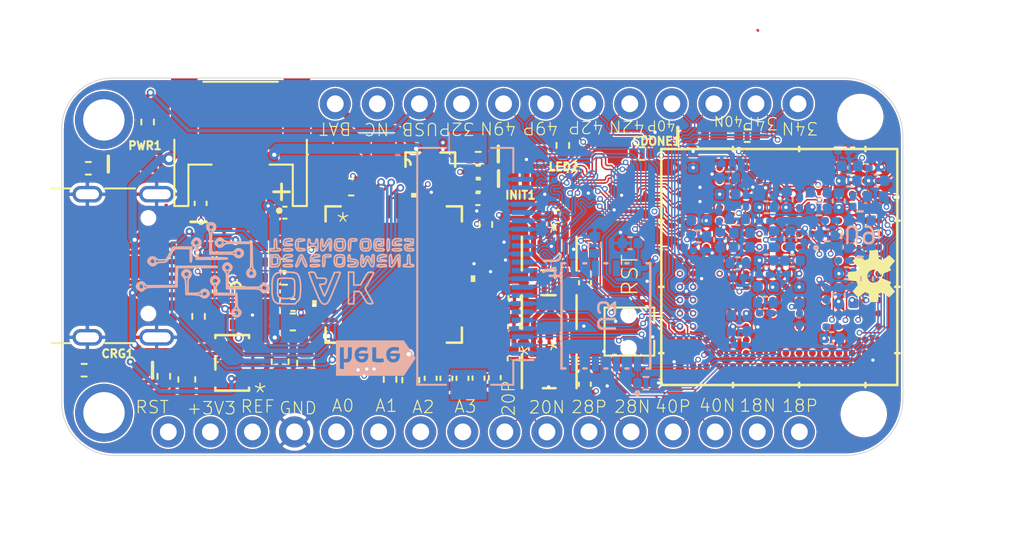
<source format=kicad_pcb>
(kicad_pcb (version 20240108) (generator "pcbnew") (generator_version "8.0")
  (layers (0 "F.Cu" signal) (1 "In1.Cu" signal) (2 "In2.Cu" signal) (3 "In3.Cu" signal) (4 "In4.Cu" signal) (31 "B.Cu" signal) (34 "B.Paste" user) (35 "F.Paste" user) (36 "B.SilkS" user "B.Silkscreen") (37 "F.SilkS" user "F.Silkscreen") (38 "B.Mask" user) (39 "F.Mask" user) (44 "Edge.Cuts" user))
  (net 0 "")
  (net 1 "GND")
  (net 2 "/VUSB")
  (net 3 "/OSCI")
  (net 4 "/OSCO")
  (net 5 "/VBAT")
  (net 6 "/VIN")
  (net 7 "Net-(U5B-VCCA)")
  (net 8 "Net-(U5B-VCORE)")
  (net 9 "/EN")
  (net 10 "Net-(LED2-PadA)")
  (net 11 "Net-(U7-STAT)")
  (net 13 "/RESET")
  (net 15 "Net-(J3-CC2)")
  (net 16 "/EE_DI")
  (net 17 "/EE_DO")
  (net 18 "Net-(J3-CC1)")
  (net 19 "Net-(PWR1-PadA)")
  (net 20 "/EE_CS")
  (net 21 "/EE_CLK")
  (net 22 "Net-(U7-PROG)")
  (net 23 "Net-(U5A-REF)")
  (net 34 "/DP")
  (net 35 "/DM")
  (net 39 "Net-(CRG1-PadA)")
  (net 43 "1.8V")
  (net 44 "3.3V")
  (net 45 "CDONE")
  (net 53 "1.0V")
  (net 60 "Net-(U1D-VCCPLLDPHY0)")
  (net 63 "Net-(U1D-VCCAUXA)")
  (net 64 "Net-(U1D-VCCPLLSD0)")
  (net 69 "Net-(U1D-VCCSD0)")
  (net 74 "Net-(L2-Pad1)")
  (net 78 "Net-(L4-Pad1)")
  (net 80 "Net-(U1D-VCCADC18)")
  (net 83 "Net-(U1D-VCCAUXH3)")
  (net 84 "Net-(U1D-VCCAUXH4)")
  (net 87 "Net-(U1D-VCCAUXH5)")
  (net 92 "Net-(U1D-VCCADPHY0)")
  (net 93 "Net-(U1D-VCCDPHY0)")
  (net 120 "REFCLKP")
  (net 126 "PROGRAM")
  (net 130 "MISO")
  (net 131 "CSN")
  (net 139 "MOSI")
  (net 140 "SCK")
  (net 150 "INIT")
  (net 155 "JTAG_EN")
  (net 165 "DPHY_D2N")
  (net 167 "DPHY_D1P")
  (net 168 "DPHY_D0N")
  (net 172 "DPHY_D3P")
  (net 176 "DPHY_CLKN")
  (net 184 "DPHY_CLKP")
  (net 185 "DPHY_D1N")
  (net 189 "DPHY_D2P")
  (net 190 "DPHY_D3N")
  (net 193 "DPHY_D0P")
  (net 196 "USER_LED")
  (net 199 "A0")
  (net 200 "A1")
  (net 205 "A2")
  (net 208 "A3")
  (net 219 "REFCLKN")
  (net 221 "TDO")
  (net 222 "TDI")
  (net 223 "TCK")
  (net 224 "TMS")
  (net 225 "PB18P")
  (net 226 "PB40N")
  (net 227 "PB40P")
  (net 228 "PB28N")
  (net 229 "PB20N")
  (net 230 "PB20P")
  (net 231 "PB28P")
  (net 232 "PB18N")
  (net 233 "PB8P")
  (net 234 "PL38P")
  (net 235 "PL34N")
  (net 236 "PL34P")
  (net 237 "PB8N")
  (net 238 "PB10N")
  (net 239 "PL38N")
  (net 240 "PB10P")
  (net 241 "PL49P")
  (net 242 "PL40N")
  (net 243 "PL40P")
  (net 244 "PL42N")
  (net 245 "PL42P")
  (net 246 "PL49N")
  (net 247 "PL32P")
  (net 248 "PWR_CTRL0")
  (net 249 "LED_EN")
  (net 250 "I2C_SDA")
  (net 251 "I2C_SCL")
  (net 252 "12MHZ")
  (footprint "Capacitor_SMD:C_0402_1005Metric" (layer "F.Cu") (at 148.2317 100.92)
    (property "Reference" "C22" (hide yes))
    (property "Value" "0.1uF")
  )
  (footprint "Capacitor_SMD:C_0603_1608Metric" (layer "F.Cu") (at 137.06 108.34 180)
    (property "Reference" "C25" (hide yes))
    (property "Value" "4.7uF")
  )
  (footprint "Lattice FPGA standard feather wing:JST-PH-2-SMT-RA" (layer "F.Cu") (at 133.9061 96.8376)
    (property "Reference" "CN1" (hide yes))
    (property "Value" "JST_2PIN-SMT-RA")
  )
  (footprint "Resistor_SMD:R_0402_1005Metric" (layer "F.Cu") (at 129.27 111.62 -90)
    (property "Reference" "R9" (hide yes))
    (property "Value" "5k1")
  )
  (footprint "Lattice FPGA standard feather wing:SOT95P280X145-6N" (layer "F.Cu") (at 133.62 104.72 180)
    (property "Reference" "U$2" (hide yes))
    (property "Value" "93LC56BT-I/OT" (hide yes))
  )
  (footprint "Capacitor_SMD:C_0402_1005Metric" (layer "F.Cu") (at 145.38 111.74 -90)
    (property "Reference" "C29" (hide yes))
    (property "Value" "0.1uF")
  )
  (footprint "Resistor_SMD:R_0402_1005Metric" (layer "F.Cu") (at 164.49 97.09 180)
    (property "Reference" "R2" (hide yes))
    (property "Value" "4k7")
  )
  (footprint "Capacitor_SMD:C_0603_1608Metric" (layer "F.Cu") (at 130.6576 111.8108 -90)
    (property "Reference" "C21" (hide yes))
    (property "Value" "10uF")
  )
  (footprint "Lattice FPGA standard feather wing:SOT-23-5_MC-L" (layer "F.Cu") (at 133.3981 110.8076 180)
    (property "Reference" "U7" (hide yes))
    (property "Value" "MCP73831T-2ACI/OTSOT-23-5_MC-L" (hide yes))
  )
  (footprint "MountingHole:MountingHole_2.5mm" (layer "F.Cu") (at 171.32 95.96)
    (property "Reference" "H2" (hide yes))
    (property "Value" "MountingHole")
  )
  (footprint "MountingHole:MountingHole_2.5mm" (layer "F.Cu") (at 171.53 113.9)
    (property "Reference" "H1" (hide yes))
    (property "Value" "MountingHole")
  )
  (footprint "Capacitor_SMD:C_0402_1005Metric" (layer "F.Cu") (at 154.7 105.97 -90)
    (property "Reference" "C2" (hide yes))
    (property "Value" "1uF")
  )
  (footprint "Capacitor_SMD:C_0402_1005Metric" (layer "F.Cu") (at 148.27 111.73 -90)
    (property "Reference" "C33" (hide yes))
    (property "Value" "0.1uF")
  )
  (footprint "Capacitor_SMD:C_0402_1005Metric" (layer "F.Cu") (at 148.26 100.1)
    (property "Reference" "C23" (hide yes))
    (property "Value" "0.1uF")
  )
  (footprint "Lattice FPGA standard feather wing:OSHW-LOGO-S" (layer "F.Cu") (at 172.1331 105.5752 90)
    (property "Reference" "LOGO1" (hide yes))
    (property "Value" "OSHW-LOGOS" (hide yes))
  )
  (footprint "Resistor_SMD:R_0402_1005Metric" (layer "F.Cu") (at 124.714 99.06 180)
    (property "Reference" "R15")
    (property "Value" "5k1")
  )
  (footprint "Capacitor_SMD:C_0402_1005Metric" (layer "F.Cu") (at 131.4931 101.181 90)
    (property "Reference" "C35" (hide yes))
    (property "Value" "0.1uF")
  )
  (footprint "Lattice FPGA standard feather wing:DBV5_TEX-L" (layer "F.Cu") (at 152.54 111.32 -90)
    (property "Reference" "U2" (hide yes))
    (property "Value" "TLV75510PDBVR" (hide yes))
  )
  (footprint "Resistor_SMD:R_0402_1005Metric" (layer "F.Cu") (at 128.2927 96.266 -90)
    (property "Reference" "R1" (hide yes))
    (property "Value" "5k1")
  )
  (footprint "Connector_USB:USB_C_Receptacle_GCT_USB4105-xx-A_16P_TopMnt_Horizontal" (layer "F.Cu") (at 125.73 104.946305 -90)
    (property "Reference" "J3" (hide yes))
    (property "Value" "USB_C_Receptacle_USB2.0")
  )
  (footprint "MountingHole:MountingHole_2.5mm_Pad" (layer "F.Cu") (at 125.65 96.14)
    (property "Reference" "H3" (hide yes))
    (property "Value" "MountingHole")
  )
  (footprint "Resistor_SMD:R_0402_1005Metric" (layer "F.Cu") (at 131.3688 108.0008 -90)
    (property "Reference" "R8" (hide yes))
    (property "Value" "5k1")
  )
  (footprint "Capacitor_SMD:C_0603_1608Metric" (layer "F.Cu") (at 136.2937 110.7314 -90)
    (property "Reference" "C20" (hide yes))
    (property "Value" "10uF")
  )
  (footprint "Lattice FPGA standard feather wing:QFN48_FT232HQ_FTD-M" (layer "F.Cu") (at 143.1517 105.4736)
    (property "Reference" "U5" (hide yes))
    (property "Value" "FT232HQ-REELQFN48_FT232HQ_FTD-M" (hide yes))
  )
  (footprint "Capacitor_SMD:C_0402_1005Metric" (layer "F.Cu") (at 136.52 104.9 180)
    (property "Reference" "C19" (hide yes))
    (property "Value" "5pF")
  )
  (footprint "Lattice FPGA standard feather wing:DBV5_TEX-L" (layer "F.Cu") (at 152.54 107.74 90)
    (property "Reference" "U4" (hide yes))
    (property "Value" "TLV75533PDBVRDBV5_TEX-L" (hide yes))
  )
  (footprint "Capacitor_SMD:C_0603_1608Metric" (layer "F.Cu") (at 137.83 110.82 -90)
    (property "Reference" "C27" (hide yes))
    (property "Value" "4.7uF")
  )
  (footprint "Lattice FPGA standard feather wing:LED-0603" (layer "F.Cu") (at 151.053 98.2 180)
    (property "Reference" "LED2")
    (property "Value" "amber")
  )
  (footprint "Lattice FPGA standard feather wing:LED-0603" (layer "F.Cu") (at 161.89 97.06 180)
    (property "Reference" "CDONE1")
    (property "Value" "green")
  )
  (footprint "Capacitor_SMD:C_0402_1005Metric" (layer "F.Cu") (at 150.44 106.88 -90)
    (property "Reference" "C11" (hide yes))
    (property "Value" "0.47uF")
  )
  (footprint "Resistor_SMD:R_0402_1005Metric" (layer "F.Cu") (at 148.25 98.45 180)
    (property "Reference" "R11" (hide yes))
    (property "Value" "10k")
  )
  (footprint "Lattice FPGA standard feather wing:LED-0603" (layer "F.Cu") (at 127.508 98.806 180)
    (property "Reference" "PWR1")
    (property "Value" "green")
  )
  (footprint "Resistor_SMD:R_0402_1005Metric" (layer "F.Cu") (at 153.36 97.68 -90)
    (property "Reference" "R6" (hide yes))
    (property "Value" "5k1")
  )
  (footprint "Resistor_SMD:R_0402_1005Metric" (layer "F.Cu") (at 124.46 111.252 180)
    (property "Reference" "R14" (hide yes))
    (property "Value" "5k1")
  )
  (footprint "Resistor_SMD:R_0402_1005Metric" (layer "F.Cu") (at 136.56 105.71 180)
    (property "Reference" "R16" (hide yes))
    (property "Value" "12k")
  )
  (footprint "Lattice FPGA standard feather wing:3.3X2.9" (layer "F.Cu") (at 157.33 107.92 -90)
    (property "Reference" "U$3" (hide yes))
    (property "Value" "SOF-232HST" (hide yes))
  )
  (footprint "Resistor_SMD:R_0402_1005Metric" (layer "F.Cu") (at 158.15 98.17 180)
    (property "Reference" "R5" (hide yes))
    (property "Value" "4k7")
  )
  (footprint "Lattice FPGA standard feather wing:LED-0603" (layer "F.Cu") (at 127 111.252)
    (property "Reference" "CRG1")
    (property "Value" "amber")
  )
  (footprint "Capacitor_SMD:C_0402_1005Metric" (layer "F.Cu") (at 146.33 111.74 -90)
    (property "Reference" "C30" (hide yes))
    (property "Value" "0.1uF")
  )
  (footprint "Lattice FPGA standard feather wing:R0402" (layer "F.Cu") (at 133.6013 107.9882 90)
    (property "Reference" "R13" (hide yes))
    (property "Value" "2k")
  )
  (footprint "MountingHole:MountingHole_2.5mm_Pad" (layer "F.Cu") (at 125.66 113.82)
    (property "Reference" "H4" (hide yes))
    (property "Value" "MountingHole")
  )
  (footprint "Capacitor_SMD:C_0402_1005Metric" (layer "F.Cu") (at 148.25 99.27)
    (property "Reference" "C28" (hide yes))
    (property "Value" "0.1uF")
  )
  (footprint "bga256:caBGA256_LAT" (layer "F.Cu") (at 166.430001 105.02)
    (property "Reference" "U1" (hide yes))
    (property "Value" "LIFCL-40-7BG256I")
  )
  (footprint "Lattice FPGA standard feather wing:LED-0603" (layer "F.Cu") (at 151.0651 99.68 180)
    (property "Reference" "INIT1")
    (property "Value" "green")
  )
  (footprint "Capacitor_SMD:C_0402_1005Metric" (layer "F.Cu") (at 150.41 108.62 90)
    (property "Reference" "C10" (hide yes))
    (property "Value" "1uF")
  )
  (footprint "Capacitor_SMD:C_0402_1005Metric" (layer "F.Cu") (at 153.02 101.95 180)
    (property "Reference" "C1" (hide yes))
    (property "Value" "1uF")
  )
  (footprint "Capacitor_SMD:C_0603_1608Metric" (layer "F.Cu") (at 140.5863 100.1904 180)
    (property "Reference" "C26" (hide yes))
    (property "Value" "4.7uF")
  )
  (footprint "Lattice FPGA standard feather wing:1X16_NO_SILK" (layer "F.Cu") (at 129.5411 114.9756)
    (property "Reference" "J2" (hide yes))
    (property "Value" "CONN_161X16_NO_SILK")
  )
  (footprint "Lattice FPGA standard feather wing:XTAL_ECS-480-10-37-JTN-TR" (layer "F.Cu") (at 136.69 103.32 -90)
    (property "Reference" "Y1" (hide yes))
    (property "Value" "12MHz")
  )
  (footprint "Lattice FPGA standard feather wing:1X12_NO_SILK" (layer "F.Cu") (at 139.6211 95.1656)
    (property "Reference" "J1" (hide yes))
    (property "Value" "CONN_12NO_SILK")
  )
  (footprint "Capacitor_SMD:C_0402_1005Metric" (layer "F.Cu") (at 137.07 107.31 180)
    (property "Reference" "C34" (hide yes))
    (property "Value" "0.1uF")
  )
  (footprint "Capacitor_SMD:C_0402_1005Metric" (layer "F.Cu") (at 149.25 111.7 -90)
    (property "Reference" "C32" (hide yes))
    (property "Value" "0.1uF")
  )
  (footprint "Resistor_SMD:R_0402_1005Metric" (layer "F.Cu") (at 148.7143 102.451 90)
    (property "Reference" "R7" (hide yes))
    (property "Value" "10k")
  )
  (footprint "Capacitor_SMD:C_0402_1005Metric" (layer "F.Cu") (at 150.39 110.56 -90)
    (property "Reference" "C12" (hide yes))
    (property "Value" "1uF")
  )
  (footprint "Capacitor_SMD:C_0603_1608Metric" (layer "F.Cu") (at 144.18 111.85 -90)
    (property "Reference" "C24" (hide yes))
    (property "Value" "4.7uF")
  )
  (footprint "Lattice FPGA standard feather wing:DBV5_TEX-L" (layer "F.Cu") (at 152.54 104.21 -90)
    (property "Reference" "U8" (hide yes))
    (property "Value" "TLV75518PDBVR" (hide yes))
  )
  (footprint "Capacitor_SMD:C_0402_1005Metric" (layer "F.Cu") (at 154.69 112.1 90)
    (property "Reference" "C13" (hide yes))
    (property "Value" "1uF")
  )
  (footprint "Lattice FPGA standard feather wing:SOT95P240X105-3N" (layer "F.Cu") (at 145.3615 98.8188 90)
    (property "Reference" "U6" (hide yes))
    (property "Value" "DMG3415U-7" (hide yes))
  )
  (footprint "Resistor_SMD:R_0402_1005Metric" (layer "F.Cu") (at 142.93 111.81 90)
    (property "Reference" "R18" (hide yes))
    (property "Value" "4k7")
  )
  (footprint "Capacitor_SMD:C_0402_1005Metric" (layer "F.Cu") (at 147.3 111.74 -90)
    (property "Reference" "C31" (hide yes))
    (property "Value" "0.1uF")
  )
  (footprint "Lattice FPGA standard feather wing:SOD3716X117(SOD-123)" (layer "F.Cu") (at 140.6371 97.9806 180)
    (property "Reference" "U$1" (hide yes))
    (property "Value" "MBR0520LT1G")
  )
  (footprint "Capacitor_SMD:C_0402_1005Metric" (layer "F.Cu") (at 136.58 101.74 180)
    (property "Reference" "C18" (hide yes))
    (property "Value" "5pF")
  )
  (footprint "Capacitor_SMD:C_0201_0603Metric" (layer "B.Cu") (at 161.55 104.01 180)
    (property "Reference" "C53" (hide yes))
    (property "Value" "0.1u")
  )
  (footprint "kibuzzard-665CF276" (layer "B.Cu") (at 142.07 110.52)
    (property "Reference" "kibuzzard-665CF276" (hide yes))
    (property "Value" "G***" (hide yes))
  )
  (footprint "Inductor_SMD:L_0402_1005Metric" (layer "B.Cu") (at 164.16 103.82 180)
    (property "Reference" "L4" (hide yes))
    (property "Value" "120")
  )
  (footprint "Inductor_SMD:L_0402_1005Metric" (layer "B.Cu") (at 172.235 100.76 180)
    (property "Reference" "L12" (hide yes))
    (property "Value" "120")
  )
  (footprint "Inductor_SMD:L_0402_1005Metric" (layer "B.Cu") (at 167.65 106.72 -90)
    (property "Reference" "L6" (hide yes))
    (property "Value" "120")
  )
  (footprint "Connector_FFC-FPC:Hirose_FH12-22S-0.5SH_1x22-1MP_P0.50mm_Horizontal" (layer "B.Cu") (at 149.07 104.98 90)
    (property "Reference" "J4")
    (property "Value" "~")
  )
  (footprint "Resistor_SMD:R_0402_1005Metric" (layer "B.Cu") (at 168.82 101.52)
    (property "Reference" "R10" (hide yes))
    (property "Value" "4k7")
  )
  (footprint "Capacitor_SMD:C_0402_1005Metric" (layer "B.Cu") (at 164.01 108.91 180)
    (property "Reference" "C46" (hide yes))
    (property "Value" "10u")
  )
  (footprint "Capacitor_SMD:C_0402_1005Metric" (layer "B.Cu") (at 167.09 103.32 90)
    (property "Reference" "C54" (hide yes))
    (property "Value" "10u")
  )
  (footprint "Inductor_SMD:L_0402_1005Metric" (layer "B.Cu") (at 161.59 102.19 180)
    (property "Reference" "L9" (hide yes))
    (property "Value" "120")
  )
  (footprint "Capacitor_SMD:C_0201_0603Metric" (layer "B.Cu") (at 164.42 101.02 -90)
    (property "Reference" "C55" (hide yes))
    (property "Value" "0.1u")
  )
  (footprint "Capacitor_SMD:C_0201_0603Metric" (layer "B.Cu") (at 170.29 98.03 180)
    (property "Reference" "C67" (hide yes))
    (property "Value" "0.1u")
  )
  (footprint "Inductor_SMD:L_0402_1005Metric" (layer "B.Cu") (at 170.69 98.91 180)
    (property "Reference" "L11" (hide yes))
    (property "Value" "120")
  )
  (footprint "Capacitor_SMD:C_0402_1005Metric" (layer "B.Cu") (at 170.02 101.03 -90)
    (property "Reference" "C42" (hide yes))
    (property "Value" "10u")
  )
  (footprint "Capacitor_SMD:C_0402_1005Metric" (layer "B.Cu") (at 170.49 105.39 180)
    (property "Reference" "C38" (hide yes))
    (property "Value" "10u")
  )
  (footprint "Capacitor_SMD:C_0201_0603Metric" (layer "B.Cu") (at 165.56 107.79 180)
    (property "Reference" "C37" (hide yes))
    (property "Value" "0.1u")
  )
  (footprint "Capacitor_SMD:C_0201_0603Metric" (layer "B.Cu") (at 169.32 106.65 90)
    (property "Reference" "C47" (hide yes))
    (property "Value" "0.1u")
  )
  (footprint "Inductor_SMD:L_0402_1005Metric" (layer "B.Cu") (at 164.02 107.95 180)
    (property "Reference" "L8" (hide yes))
    (property "Value" "120")
  )
  (footprint "Resistor_SMD:R_0402_1005Metric" (layer "B.Cu") (at 155.29 103.68 -90)
    (property "Reference" "R4" (hide yes))
    (property "Value" "1k")
  )
  (footprint "Inductor_SMD:L_0402_1005Metric" (layer "B.Cu") (at 164.17 102.96)
    (property "Reference" "L1" (hide yes))
    (property "Value" "120")
  )
  (footprint "Capacitor_SMD:C_0201_0603Metric" (layer "B.Cu") (at 163.28 98.79)
    (property "Reference" "C61" (hide yes))
    (property "Value" "0.1u")
  )
  (footprint "Inductor_SMD:L_0402_1005Metric" (layer "B.Cu") (at 166.11 103.34 90)
    (property "Reference" "L2" (hide yes))
    (property "Value" "120")
  )
  (footprint "Capacitor_SMD:C_0201_0603Metric" (layer "B.Cu") (at 172.16 99.05 180)
    (property "Reference" "C69" (hide yes))
    (property "Value" "0.1u")
  )
  (footprint "Capacitor_SMD:C_0402_1005Metric" (layer "B.Cu") (at 157.42 103.58 180)
    (property "Reference" "C17" (hide yes))
    (property "Value" "0.1uF")
  )
  (footprint "Resistor_SMD:R_0402_1005Metric" (layer "B.Cu") (at 168.82 100.5)
    (property "Reference" "R12" (hide yes))
    (property "Value" "1k")
  )
  (footprint "Resistor_SMD:R_0402_1005Metric" (layer "B.Cu") (at 158.38 112.04 180)
    (property "Reference" "R3" (hide yes))
    (property "Value" "4k7")
  )
  (footprint "Capacitor_SMD:C_0201_0603Metric" (layer "B.Cu") (at 167.91 103.2 90)
    (property "Reference" "C57" (hide yes))
    (property "Value" "0.1u")
  )
  (footprint "Capacitor_SMD:C_0201_0603Metric" (layer "B.Cu") (at 164.03 109.72 180)
    (property "Reference" "C59" (hide yes))
    (property "Value" "0.1u")
  )
  (footprint "Capacitor_SMD:C_0402_1005Metric" (layer "B.Cu") (at 163.94 104.79 180)
    (property "Reference" "C41" (hide yes))
    (property "Value" "10u")
  )
  (footprint "Capacitor_SMD:C_0402_1005Metric" (layer "B.Cu") (at 171.72 105.73 -90)
    (property "Reference" "C36" (hide yes))
    (property "Value" "10u")
  )
  (footprint "Capacitor_SMD:C_0201_0603Metric" (layer "B.Cu") (at 167.24 105.45)
    (property "Reference" "C63" (hide yes))
    (property "Value" "0.1u")
  )
  (footprint "Capacitor_SMD:C_0201_0603Metric" (layer "B.Cu") (at 170.3 104.63 180)
    (property "Reference" "C39" (hide yes))
    (property "Value" "0.1u")
  )
  (footprint "Capacitor_SMD:C_0201_0603Metric" (layer "B.Cu") (at 169.51 102.21)
    (property "Reference" "C45" (hide yes))
    (property "Value" "0.1u")
  )
  (footprint "Capacitor_SMD:C_0201_0603Metric" (layer "B.Cu") (at 162.79 101.95 -90)
    (property "Reference" "C65" (hide yes))
    (property "Value" "0.1u")
  )
  (footprint "Capacitor_SMD:C_0402_1005Metric" (layer "B.Cu") (at 165.64 101.41 180)
    (property "Reference" "C8" (hide yes))
    (property "Value" "10u")
  )
  (footprint "Capacitor_SMD:C_0402_1005Metric" (layer "B.Cu") (at 166.88 100.96 -90)
    (property "Reference" "C7" (hide yes))
    (property "Value" "10u")
  )
  (footprint "Capacitor_SMD:C_0201_0603Metric" (layer "B.Cu") (at 167.67 101.14 -90)
    (property "Reference" "C15" (hide yes))
    (property "Value" "0.1u")
  )
  (footprint "w25q128:W25Q128JW_WSON 6x5-mm_WIN" (layer "B.Cu") (at 155.96 107.97 90)
    (property "Reference" "U3")
    (property "Value" "W25Q128JWPIM")
  )
  (footprint "Capacitor_SMD:C_0402_1005Metric" (layer "B.Cu") (at 169.31 103.11)
    (property "Reference" "C44" (hide yes))
    (property "Value" "10u")
  )
  (footprint "Capacitor_SMD:C_0402_1005Metric" (layer "B.Cu") (at 170.64 99.8 180)
    (property "Reference" "C66" (hide yes))
    (property "Value" "10u")
  )
  (footprint "Capacitor_SMD:C_0402_1005Metric" (layer "B.Cu") (at 172.3 99.81 180)
    (property "Reference" "C68" (hide yes))
    (property "Value" "10u")
  )
  (footprint "Capacitor_SMD:C_0201_0603Metric" (layer "B.Cu") (at 163.95 105.64 180)
    (property "Reference" "C51" (hide yes))
    (property "Value" "0.1u")
  )
  (footprint "Inductor_SMD:L_0402_1005Metric" (layer "B.Cu") (at 163.31 100.62)
    (property "Reference" "L10" (hide yes))
    (property "Value" "120")
  )
  (footprint "XCO ABRA 12MHz:ASDM1-12.000MHZ-LC-T_ABR-L" (layer "B.Cu") (at 171.301101 103.035)
    (property "Reference" "U9")
    (property "Value" "ASDM1-12.000MHZ-LC-T")
  )
  (footprint "Capacitor_SMD:C_0402_1005Metric" (layer "B.Cu") (at 163.31 99.63)
    (property "Reference" "C60" (hide yes))
    (property "Value" "10u")
  )
  (footprint "Capacitor_SMD:C_0201_0603Metric" (layer "B.Cu") (at 167.66 108.17 90)
    (property "Reference" "C40" (hide yes))
    (property "Value" "0.1u")
  )
  (footprint "Capacitor_SMD:C_0402_1005Metric" (layer "B.Cu") (at 162.85 103.37 90)
    (property "Reference" "C64" (hide yes))
    (property "Value" "10u")
  )
  (footprint "Capacitor_SMD:C_0201_0603Metric" (layer "B.Cu") (at 169.59 108.63 180)
    (property "Reference" "C49" (hide yes))
    (property "Value" "0.1u")
  )
  (footprint "Capacitor_SMD:C_0402_1005Metric" (layer "B.Cu") (at 167.22 104.64)
    (property "Reference" "C62" (hide yes))
    (property "Value" "10u")
  )
  (footprint "Capacitor_SMD:C_0402_1005Metric" (layer "B.Cu") (at 163.9 102.13)
    (property "Reference" "C56" (hide yes))
    (property "Value" "10u")
  )
  (footprint "Capacitor_SMD:C_0402_1005Metric" (layer "B.Cu") (at 169.59 109.31 180)
    (property "Reference" "C50" (hide yes))
    (property "Value" "10u")
  )
  (footprint "Capacitor_SMD:C_0201_0603Metric" (layer "B.Cu") (at 165.55 102.26 180)
    (property "Reference" "C9" (hide yes))
    (property "Value" "0.1u")
  )
  (footprint "Capacitor_SMD:C_0402_1005Metric" (layer "B.Cu") (at 170.02 106.74 90)
    (property "Reference" "C58" (hide yes))
    (property "Value" "10u")
  )
  (footprint "Capacitor_SMD:C_0402_1005Metric" (layer "B.Cu") (at 165.6 107.17 180)
    (property "Reference" "C52" (hide yes))
    (property "Value" "10u")
  )
  (footprint "Capacitor_SMD:C_0201_0603Metric" (layer "B.Cu") (at 165.52 105.5 180)
    (property "Reference" "C14" (hide yes))
    (property "Value" "0.1u")
  )
  (footprint "Inductor_SMD:L_0402_1005Metric" (layer "B.Cu") (at 170.91 106.725 90)
    (property "Reference" "L5" (hide yes))
    (property "Value" "120")
  )
  (footprint "Capacitor_SMD:C_0402_1005Metric" (layer "B.Cu") (at 161.57 103.17 180)
    (property "Reference" "C48" (hide yes))
    (property "Value" "10u")
  )
  (footprint "Inductor_SMD:L_0402_1005Metric" (layer "B.Cu") (at 165.62 106.21 180)
    (property "Reference" "L7" (hide yes))
    (property "Value" "120")
  )
  (footprint "Inductor_SMD:L_0402_1005Metric" (layer "B.Cu") (at 161.23 98.56 -90)
    (property "Reference" "L3" (hide yes))
    (property "Value" "120")
  )
  (footprint "Capacitor_SMD:C_0201_0603Metric" (layer "B.Cu") (at 170.89 101.05 -90)
    (property "Reference" "C43" (hide yes))
    (property "Value" "0.1u")
  )
  (footprint "Capacitor_SMD:C_0402_1005Metric" (layer "B.Cu") (at 165.64 104.63 180)
    (property "Reference" "C16" (hide yes))
    (property "Value" "10u")
  )
  (gr_arc (start 142.691841 104.906482) (mid 142.703224 104.921298) (end 142.707283 104.939541) (stroke (width 0.101)) (layer "B.SilkS"))
  (gr_arc (start 132.33891 105.57746) (mid 132.389866 105.581401) (end 132.438232 105.59791) (stroke (width 0.101)) (layer "B.SilkS"))
  (gr_arc (start 137.004332 103.436332) (mid 136.984183 103.444653) (end 136.962932 103.44951) (stroke (width 0.101)) (layer "B.SilkS"))
  (gr_line (start 129.882819 103.91145) (end 129.7048 104.242619) (stroke (width 0.101)) (layer "B.SilkS"))
  (gr_arc (start 142.707282 104.939541) (mid 142.703215 104.957772) (end 142.691842 104.9726) (stroke (width 0.101)) (layer "B.SilkS"))
  (gr_arc (start 141.37561 104.97006) (mid 141.339885 104.99375) (end 141.298783 105.005919) (stroke (width 0.101)) (layer "B.SilkS"))
  (gr_arc (start 139.571 104.447841) (mid 139.590409 104.39421) (end 139.62445 104.34845) (stroke (width 0.101)) (layer "B.SilkS"))
  (gr_arc (start 131.324741 103.400201) (mid 131.358815 103.429571) (end 131.38645 103.465069) (stroke (width 0.101)) (layer "B.SilkS"))
  (gr_arc (start 128.51891 106.242319) (mid 128.825838 106.236701) (end 129.132782 106.2321) (stroke (width 0.101)) (layer "B.SilkS"))
  (gr_arc (start 138.135282 104.5372) (mid 138.136294 104.506243) (end 138.139332 104.475419) (stroke (width 0.101)) (layer "B.SilkS"))
  (gr_arc (start 135.163482 106.288282) (mid 135.172956 106.231732) (end 135.200332 106.18135) (stroke (width 0.101)) (layer "B.SilkS"))
  (gr_arc (start 132.420282 106.38051) (mid 132.421626 106.320929) (end 132.42566 106.261469) (stroke (width 0.101)) (layer "B.SilkS"))
  (gr_arc (start 138.366641 103.75542) (mid 138.389805 103.761397) (end 138.410082 103.7741) (stroke (width 0.101)) (layer "B.SilkS"))
  (gr_arc (start 142.876591 103.97561) (mid 142.868662 104.003315) (end 142.855733 104.029069) (stroke (width 0.101)) (layer "B.SilkS"))
  (gr_arc (start 140.989932 104.755319) (mid 140.98749 104.825878) (end 140.969769 104.894219) (stroke (width 0.101)) (layer "B.SilkS"))
  (gr_arc (start 139.699032 103.702219) (mid 139.699053 103.669349) (end 139.700691 103.636519) (stroke (width 0.101)) (layer "B.SilkS"))
  (gr_arc (start 136.126309 103.900511) (mid 136.1065 103.888807) (end 136.09371 103.869691) (stroke (width 0.101)) (layer "B.SilkS"))
  (gr_arc (start 138.874291 104.434869) (mid 138.88868 104.378907) (end 138.921661 104.33146) (stroke (width 0.101)) (layer "B.SilkS"))
  (gr_arc (start 129.533119 104.548669) (mid 129.489215 104.611394) (end 129.435732 104.666182) (stroke (width 0.101)) (layer "B.SilkS"))
  (gr_arc (start 133.81645 107.58885) (mid 133.857032 107.632776) (end 133.894019 107.679769) (stroke (width 0.101)) (layer "B.SilkS"))
  (gr_arc (start 128.410341 104.651582) (mid 128.432224 104.614085) (end 128.456632 104.578182) (stroke (width 0.101)) (layer "B.SilkS"))
  (gr_arc (start 130.855082 105.605319) (mid 130.838663 105.627642) (end 130.820082 105.6482) (stroke (width 0.101)) (layer "B.SilkS"))
  (gr_arc (start 129.435732 104.666182) (mid 129.384303 104.699795) (end 129.325692 104.718218) (stroke (width 0.101)) (layer "B.SilkS"))
  (gr_arc (start 138.546582 104.873732) (mid 138.585768 104.877133) (end 138.6245 104.883982) (stroke (width 0.101)) (layer "B.SilkS"))
  (gr_arc (start 133.605869 107.33106) (mid 133.601579 107.386192) (end 133.591641 107.440591) (stroke (width 0.101)) (layer "B.SilkS"))
  (gr_arc (start 139.377282 103.388732) (mid 139.386316 103.430288) (end 139.39005 103.47265) (stroke (width 0.101)) (layer "B.SilkS"))
  (gr_arc (start 137.463482 106.916541) (mid 137.443274 106.961689) (end 137.41661 107.00335) (stroke (width 0.101)) (layer "B.SilkS"))
  (gr_arc (start 136.306482 103.979419) (mid 136.301908 103.998312) (end 136.289233 104.01306) (stroke (width 0.101)) (layer "B.SilkS"))
  (gr_arc (start 139.721069 104.98651) (mid 139.693541 104.97323) (end 139.66861 104.95555) (stroke (width 0.101)) (layer "B.SilkS"))
  (gr_arc (start 138.083791 103.9911) (mid 138.07466 104.015573) (end 138.058961 104.036449) (stroke (width 0.101)) (layer "B.SilkS"))
  (gr_arc (start 138.672732 104.92811) (mid 138.654844 104.955231) (end 138.6257 104.969582) (stroke (width 0.101)) (layer "B.SilkS"))
  (gr_arc (start 134.79795 105.488482) (mid 134.780203 105.536585) (end 134.752119 105.579481) (stroke (width 0.101)) (layer "B.SilkS"))
  (gr_arc (start 142.908541 104.9526) (mid 142.903451 104.905147) (end 142.89911 104.857619) (stroke (width 0.101)) (layer "B.SilkS"))
  (gr_arc (start 128.311732 104.686582) (mid 128.311992 104.648122) (end 128.322619 104.61116) (stroke (width 0.101)) (layer "B.SilkS"))
  (gr_arc (start 132.860341 104.538932) (mid 132.714131 104.544795) (end 132.567841 104.548119) (stroke (width 0.101)) (layer "B.SilkS"))
  (gr_arc (start 132.13531 104.976091) (mid 132.285216 104.980656) (end 132.435091 104.98615) (stroke (width 0.101)) (layer "B.SilkS"))
  (gr_arc (start 138.73126 106.06625) (mid 138.757222 106.063212) (end 138.783291 106.061291) (stroke (width 0.101)) (layer "B.SilkS"))
  (gr_arc (start 143.48731 104.999541) (mid 143.463039 105.002843) (end 143.448494 104.983091) (stroke (width 0.101)) (layer "B.SilkS"))
  (gr_arc (start 140.416969 104.88965) (mid 140.533106 104.8733) (end 140.649882 104.862419) (stroke (width 0.101)) (layer "B.SilkS"))
  (gr_arc (start 131.99146 102.735261) (mid 131.984292 102.725942) (end 131.979769 102.715091) (stroke (width 0.101)) (layer "B.SilkS"))
  (gr_arc (start 138.407732 104.594441) (mid 138.372325 104.591781) (end 138.337041 104.5878) (stroke (width 0.101)) (layer "B.SilkS"))
  (gr_arc (start 144.2389 104.87096) (mid 144.262856 104.872089) (end 144.2866 104.875469) (stroke (width 0.101)) (layer "B.SilkS"))
  (gr_arc (start 139.92315 103.9028) (mid 139.890316 103.904833) (end 139.857419 103.904669) (stroke (width 0.101)) (layer "B.SilkS"))
  (gr_arc (start 143.202132 104.539491) (mid 143.237431 104.480659) (end 143.274632 104.42301) (stroke (width 0.101)) (layer "B.SilkS"))
  (gr_arc (start 136.142882 104.509469) (mid 136.145565 104.57589) (end 136.14646 104.64236) (stroke (width 0.101)) (layer "B.SilkS"))
  (gr_arc (start 139.706119 104.815291) (mid 139.701997 104.788256) (end 139.699032 104.761069) (stroke (width 0.101)) (layer "B.SilkS"))
  (gr_arc (start 139.335432 104.036569) (mid 139.320734 104.036558) (end 139.309034 104.027682) (stroke (width 0.101)) (layer "B.SilkS"))
  (gr_line (start 135.038691 106.24256) (end 135.144619 106.12826) (stroke (width 0.101)) (layer "B.SilkS"))
  (gr_arc (start 138.44705 104.997241) (mid 138.355515 105.005384) (end 138.263682 105.008791) (stroke (width 0.101)) (layer "B.SilkS"))
  (gr_arc (start 131.738019 106.377719) (mid 131.798841 106.386476) (end 131.855311 106.4107) (stroke (width 0.101)) (layer "B.SilkS"))
  (gr_arc (start 138.683919 106.082061) (mid 138.685956 106.076404) (end 138.691091 106.073232) (stroke (width 0.101)) (layer "B.SilkS"))
  (gr_arc (start 132.5099 105.947569) (mid 132.483851 105.971979) (end 132.45255 105.989141) (stroke (width 0.101)) (layer "B.SilkS"))
  (gr_arc (start 134.476632 105.237282) (mid 134.523712 105.222112) (end 134.573119 105.224482) (stroke (width 0.101)) (layer "B.SilkS"))
  (gr_arc (start 142.174082 104.9726) (mid 142.16269 104.957783) (end 142.158642 104.93954) (stroke (width 0.101)) (layer "B.SilkS"))
  (gr_arc (start 134.6585 105.113869) (mid 134.640318 105.05939) (end 134.629469 105.002991) (stroke (width 0.101)) (layer "B.SilkS"))
  (gr_arc (start 136.962932 103.44951) (mid 136.93383 103.452606) (end 136.904582 103.453641) (stroke (width 0.101)) (layer "B.SilkS"))
  (gr_arc (start 135.81686 106.67066) (mid 135.806994 106.479584) (end 135.8037 106.288282) (stroke (width 0.101)) (layer "B.SilkS"))
  (gr_arc (start 143.816791 103.416119) (mid 143.807718 103.400536) (end 143.804561 103.382782) (stroke (width 0.101)) (layer "B.SilkS"))
  (gr_arc (start 131.979769 102.715091) (mid 131.975464 102.696756) (end 131.972432 102.678169) (stroke (width 0.101)) (layer "B.SilkS"))
  (gr_arc (start 138.984269 106.036291) (mid 138.958564 106.048072) (end 138.931001 106.054382) (stroke (width 0.101)) (layer "B.SilkS"))
  (gr_arc (start 142.821582 104.048) (mid 142.802061 104.042947) (end 142.787433 104.029069) (stroke (width 0.101)) (layer "B.SilkS"))
  (gr_arc (start 131.185841 103.8194) (mid 131.154644 103.814099) (end 131.126983 103.79874) (stroke (width 0.101)) (layer "B.SilkS"))
  (gr_arc (start 131.340791 103.87836) (mid 131.351981 103.842237) (end 131.368319 103.808132) (stroke (width 0.101)) (layer "B.SilkS"))
  (gr_arc (start 143.51606 104.335491) (mid 143.524387 104.38055) (end 143.52785 104.426241) (stroke (width 0.101)) (layer "B.SilkS"))
  (gr_arc (start 138.446991 103.462291) (mid 138.450842 103.431701) (end 138.456491 103.401391) (stroke (width 0.101)) (layer "B.SilkS"))
  (gr_arc (start 132.74206 103.400201) (mid 132.776143 103.429563) (end 132.803769 103.465069) (stroke (width 0.101)) (layer "B.SilkS"))
  (gr_arc (start 130.58566 105.62785) (mid 130.554987 105.603171) (end 130.526169 105.57635) (stroke (width 0.101)) (layer "B.SilkS"))
  (gr_arc (start 143.02665 104.413469) (mid 143.032369 104.476417) (end 143.036469 104.539491) (stroke (width 0.101)) (layer "B.SilkS"))
  (gr_arc (start 128.59441 104.838432) (mid 128.542663 104.823492) (end 128.495432 104.79761) (stroke (width 0.101)) (layer "B.SilkS"))
  (gr_arc (start 137.295 103.38605) (mid 137.316367 103.367965) (end 137.340441 103.353682) (stroke (width 0.101)) (layer "B.SilkS"))
  (gr_arc (start 144.345069 104.911191) (mid 144.351115 104.924796) (end 144.353201 104.93954) (stroke (width 0.101)) (layer "B.SilkS"))
  (gr_arc (start 128.495432 104.79761) (mid 128.459897 104.770956) (end 128.426169 104.74205) (stroke (width 0.101)) (layer "B.SilkS"))
  (gr_arc (start 138.555732 103.936) (mid 138.548754 103.973584) (end 138.53941 104.01065) (stroke (width 0.101)) (layer "B.SilkS"))
  (gr_arc (start 132.22216 105.983482) (mid 132.202857 105.95652) (end 132.1933 105.924769) (stroke (width 0.101)) (layer "B.SilkS"))
  (gr_arc (start 133.48669 107.85302) (mid 133.472698 107.798924) (end 133.47616 107.74315) (stroke (width 0.101)) (layer "B.SilkS"))
  (gr_arc (start 144.133741 104.048) (mid 144.050789 104.044864) (end 143.96831 104.035469) (stroke (width 0.101)) (layer "B.SilkS"))
  (gr_arc (start 140.201669 103.442182) (mid 140.21906 103.52957) (end 140.228391 103.618182) (stroke (width 0.101)) (layer "B.SilkS"))
  (gr_line (start 130.019982 104.98526) (end 131.2285 104.97305) (stroke (width 0.101)) (layer "B.SilkS"))
  (gr_arc (start 137.645841 104.33145) (mid 137.699296 104.425536) (end 137.74635 104.522982) (stroke (width 0.101)) (layer "B.SilkS"))
  (gr_arc (start 133.63115 107.61416) (mid 133.676189 107.61864) (end 133.71945 107.631941) (stroke (width 0.101)) (layer "B.SilkS"))
  (gr_arc (start 140.969769 104.894219) (mid 140.955025 104.92634) (end 140.936132 104.95621) (stroke (width 0.101)) (layer "B.SilkS"))
  (gr_arc (start 142.381332 104.439641) (mid 142.408137 104.432538) (end 142.435241 104.426682) (stroke (width 0.101)) (layer "B.SilkS"))
  (gr_arc (start 138.6257 104.969582) (mid 138.536645 104.985156) (end 138.44705 104.997241) (stroke (width 0.101)) (layer "B.SilkS"))
  (gr_arc (start 142.27381 103.453641) (mid 142.315273 103.454584) (end 142.35665 103.45741) (stroke (width 0.101)) (layer "B.SilkS"))
  (gr_arc (start 132.275541 106.111569) (mid 132.295299 106.141273) (end 132.30905 106.174191) (stroke (width 0.101)) (layer "B.SilkS"))
  (gr_arc (start 138.948919 104.97325) (mid 138.939073 104.98785) (end 138.923951 104.996869) (stroke (width 0.101)) (layer "B.SilkS"))
  (gr_line (start 133.781482 103.509741) (end 134.591982 103.522219) (stroke (width 0.101)) (layer "B.SilkS"))
  (gr_arc (start 132.94606 105.255582) (mid 132.903302 105.210066) (end 132.867241 105.159082) (stroke (width 0.101)) (layer "B.SilkS"))
  (gr_arc (start 131.90756 106.604932) (mid 131.904056 106.65617) (end 131.89246 106.7062) (stroke (width 0.101)) (layer "B.SilkS"))
  (gr_arc (start 137.038 104.34255) (mid 137.034779 104.35879) (end 137.025542 104.372519) (stroke (width 0.101)) (layer "B.SilkS"))
  (gr_arc (start 142.347091 104.455069) (mid 142.363665 104.446142) (end 142.381332 104.439641) (stroke (width 0.101)) (layer "B.SilkS"))
  (gr_arc (start 136.192182 103.910841) (mid 136.216139 103.911969) (end 136.239882 103.91535) (stroke (width 0.101)) (layer "B.SilkS"))
  (gr_arc (start 128.024319 105.958241) (mid 128.073058 105.993306) (end 128.114432 106.036819) (stroke (width 0.101)) (layer "B.SilkS"))
  (gr_arc (start 140.855619 104.77952) (mid 140.852296 104.796727) (end 140.842819 104.811469) (stroke (width 0.101)) (layer "B.SilkS"))
  (gr_arc (start 130.911519 104.710941) (mid 130.899391 104.71192) (end 130.891534 104.702641) (stroke (width 0.101)) (layer "B.SilkS"))
  (gr_arc (start 142.821582 103.316482) (mid 142.841116 103.32152) (end 142.855732 103.33541) (stroke (width 0.101)) (layer "B.SilkS"))
  (gr_arc (start 128.700541 104.438041) (mid 128.75445 104.46745) (end 128.80087 104.50765) (stroke (width 0.101)) (layer "B.SilkS"))
  (gr_arc (start 140.07815 104.734832) (mid 140.06851 104.771958) (end 140.056069 104.808241) (stroke (width 0.101)) (layer "B.SilkS"))
  (gr_arc (start 129.015569 104.738169) (mid 129.077801 104.734891) (end 129.14011 104.7338) (stroke (width 0.101)) (layer "B.SilkS"))
  (gr_arc (start 140.14051 103.35725) (mid 140.179296 103.393804) (end 140.20167 103.442181) (stroke (width 0.101)) (layer "B.SilkS"))
  (gr_arc (start 140.075119 104.025619) (mid 140.041359 104.036876) (end 140.006291 104.042932) (stroke (width 0.101)) (layer "B.SilkS"))
  (gr_line (start 129.994391 106.151119) (end 130.007182 105.568191) (stroke (width 0.101)) (layer "B.SilkS"))
  (gr_arc (start 136.50326 103.501832) (mid 136.51026 103.474348) (end 136.518532 103.447219) (stroke (width 0.101)) (layer "B.SilkS"))
  (gr_arc (start 130.744882 105.80055) (mid 130.755526 105.757308) (end 130.772019 105.715941) (stroke (width 0.101)) (layer "B.SilkS"))
  (gr_arc (start 138.1786 103.755391) (mid 138.225465 103.751963) (end 138.272441 103.750819) (stroke (width 0.101)) (layer "B.SilkS"))
  (gr_arc (start 134.677219 105.62946) (mid 134.622042 105.641915) (end 134.56561 105.645791) (stroke (width 0.101)) (layer "B.SilkS"))
  (gr_arc (start 141.694991 103.35725) (mid 141.733782 103.393802) (end 141.756151 103.442181) (stroke (width 0.101)) (layer "B.SilkS"))
  (gr_arc (start 136.06381 103.377441) (mid 136.071407 103.41929) (end 136.075019 103.461669) (stroke (width 0.101)) (layer "B.SilkS"))
  (gr_arc (start 140.828591 103.450119) (mid 140.786082 103.45276) (end 140.7435 103.453641) (stroke (width 0.101)) (layer "B.SilkS"))
  (gr_arc (start 133.6285 104.258019) (mid 133.620331 104.239295) (end 133.61386 104.219919) (stroke (width 0.101)) (layer "B.SilkS"))
  (gr_arc (start 142.43296 105.008119) (mid 142.363544 105.00738) (end 142.29416 105.005169) (stroke (width 0.101)) (layer "B.SilkS"))
  (gr_arc (start 136.083441 104.848519) (mid 136.029376 104.856592) (end 135.97501 104.862291) (stroke (width 0.101)) (layer "B.SilkS"))
  (gr_arc (start 139.290891 103.985569) (mid 139.283819 103.944826) (end 139.2802 103.903632) (stroke (width 0.101)) (layer "B.SilkS"))
  (gr_arc (start 142.435241 104.426682) (mid 142.46611 104.421472) (end 142.497182 104.41766) (stroke (width 0.101)) (layer "B.SilkS"))
  (gr_arc (start 139.767391 104.03801) (mid 139.7226 104.026223) (end 139.681319 104.005219) (stroke (width 0.101)) (layer "B.SilkS"))
  (gr_arc (start 138.2441 104.879741) (mid 138.329993 104.873156) (end 138.41611 104.87096) (stroke (width 0.101)) (layer "B.SilkS"))
  (gr_arc (start 143.606241 103.94636) (mid 143.617632 103.961175) (end 143.621683 103.979419) (stroke (width 0.101)) (layer "B.SilkS"))
  (gr_arc (start 139.613482 103.45175) (mid 139.629403 103.410525) (end 139.653732 103.373632) (stroke (width 0.101)) (layer "B.SilkS"))
  (gr_arc (start 136.9853 105.707411) (mid 137.05339 105.726573) (end 137.109141 105.7701) (stroke (width 0.101)) (layer "B.SilkS"))
  (gr_arc (start 141.782869 103.618182) (mid 141.784034 103.7115) (end 141.776482 103.804519) (stroke (width 0.101)) (layer "B.SilkS"))
  (gr_arc (start 131.90325 102.7194) (mid 131.884597 102.663636) (end 131.87466 102.605682) (stroke (width 0.101)) (layer "B.SilkS"))
  (gr_arc (start 137.113768 106.802211) (mid 137.066922 106.852026) (end 137.0051 106.881269) (stroke (width 0.101)) (layer "B.SilkS"))
  (gr_arc (start 136.911119 103.639819) (mid 136.94451 103.643766) (end 136.97756 103.64995) (stroke (width 0.101)) (layer "B.SilkS"))
  (gr_arc (start 133.860182 104.436191) (mid 133.77267 104.445965) (end 133.686301 104.4288) (stroke (width 0.101)) (layer "B.SilkS"))
  (gr_arc (start 143.158869 104.890391) (mid 143.118592 104.940376) (end 143.07061 104.983019) (stroke (width 0.101)) (layer "B.SilkS"))
  (gr_arc (start 141.282819 103.857082) (mid 141.27408 103.840764) (end 141.268332 103.823169) (stroke (width 0.101)) (layer "B.SilkS"))
  (gr_arc (start 142.158641 104.939541) (mid 142.162674 104.921283) (end 142.174083 104.906481) (stroke (width 0.101)) (layer "B.SilkS"))
  (gr_arc (start 136.97756 103.64995) (mid 137.001945 103.656323) (end 137.025791 103.664482) (stroke (width 0.101)) (layer "B.SilkS"))
  (gr_arc (start 137.37936 104.563232) (mid 137.427281 104.453621) (end 137.4809 104.346682) (stroke (width 0.101)) (layer "B.SilkS"))
  (gr_arc (start 139.361391 104.010432) (mid 139.351529 104.0266) (end 139.335433 104.036569) (stroke (width 0.101)) (layer "B.SilkS"))
  (gr_arc (start 133.15486 105.53411) (mid 133.159093 105.472577) (end 133.168941 105.411691) (stroke (width 0.101)) (layer "B.SilkS"))
  (gr_arc (start 131.126982 103.798741) (mid 131.085271 103.762767) (end 131.046282 103.72386) (stroke (width 0.101)) (layer "B.SilkS"))
  (gr_arc (start 132.14596 103.504691) (mid 132.146493 103.309198) (end 132.1481 103.11371) (stroke (width 0.101)) (layer "B.SilkS"))
  (gr_arc (start 138.178241 103.60906) (mid 138.155061 103.603109) (end 138.1348 103.590382) (stroke (width 0.101)) (layer "B.SilkS"))
  (gr_line (start 134.5234 103.5908) (end 133.74131 103.5908) (stroke (width 0.101)) (layer "B.SilkS"))
  (gr_arc (start 143.36861 103.460969) (mid 143.428323 103.455473) (end 143.48826 103.453641) (stroke (width 0.101)) (layer "B.SilkS"))
  (gr_arc (start 139.880191 104.42266) (mid 139.940169 104.422607) (end 139.999341 104.4324) (stroke (width 0.101)) (layer "B.SilkS"))
  (gr_arc (start 128.75399 104.65071) (mid 128.753947 104.703261) (end 128.741819 104.754391) (stroke (width 0.101)) (layer "B.SilkS"))
  (gr_arc (start 142.310719 104.503841) (mid 142.324396 104.47609) (end 142.347091 104.455069) (stroke (width 0.101)) (layer "B.SilkS"))
  (gr_arc (start 142.570119 103.979419) (mid 142.556839 104.015172) (end 142.523461 104.033668) (stroke (width 0.101)) (layer "B.SilkS"))
  (gr_line (start 138.443069 105.511041) (end 138.51491 105.693919) (stroke (width 0.101)) (layer "B.SilkS"))
  (gr_arc (start 141.738332 104.88795) (mid 141.709288 104.830228) (end 141.682032 104.771641) (stroke (width 0.101)) (layer "B.SilkS"))
  (gr_arc (start 141.500569 104.710232) (mid 141.511784 104.682005) (end 141.523032 104.653791) (stroke (width 0.101)) (layer "B.SilkS"))
  (gr_line (start 138.135282 104.688082) (end 138.135282 104.5372) (stroke (width 0.101)) (layer "B.SilkS"))
  (gr_arc (start 137.77816 104.925432) (mid 137.75244 104.880595) (end 137.72911 104.834469) (stroke (width 0.101)) (layer "B.SilkS"))
  (gr_arc (start 140.733519 104.702332) (mid 140.768416 104.710132) (end 140.802282 104.72161) (stroke (width 0.101)) (layer "B.SilkS"))
  (gr_line (start 134.591982 103.522219) (end 134.60451 104.315882) (stroke (width 0.101)) (layer "B.SilkS"))
  (gr_arc (start 143.90921 103.450341) (mid 143.878792 103.446311) (end 143.849182 103.438269) (stroke (width 0.101)) (layer "B.SilkS"))
  (gr_arc (start 143.621682 103.979419) (mid 143.617623 103.997656) (end 143.606242 104.012482) (stroke (width 0.101)) (layer "B.SilkS"))
  (gr_arc (start 140.652891 104.550919) (mid 140.74037 104.556824) (end 140.82626 104.574441) (stroke (width 0.101)) (layer "B.SilkS"))
  (gr_arc (start 132.214541 104.459482) (mid 132.403931 104.460184) (end 132.59331 104.462291) (stroke (width 0.101)) (layer "B.SilkS"))
  (gr_arc (start 132.24306 105.607491) (mid 132.289059 105.586326) (end 132.33891 105.57746) (stroke (width 0.101)) (layer "B.SilkS"))
  (gr_arc (start 133.106082 104.5052) (mid 133.100396 104.519563) (end 133.08642 104.526159) (stroke (width 0.101)) (layer "B.SilkS"))
  (gr_arc (start 132.30905 106.174191) (mid 132.319655 106.217881) (end 132.32476 106.26255) (stroke (width 0.101)) (layer "B.SilkS"))
  (gr_arc (start 141.3094 103.880701) (mid 141.294529 103.870668) (end 141.282819 103.857082) (stroke (width 0.101)) (layer "B.SilkS"))
  (gr_arc (start 142.085969 103.567941) (mid 142.09537 103.537857) (end 142.108119 103.509032) (stroke (width 0.101)) (layer "B.SilkS"))
  (gr_line (start 140.741319 105.32816) (end 140.741319 106.1054) (stroke (width 0.101)) (layer "B.SilkS"))
  (gr_line (start 137.33335 107.09935) (end 137.1843 107.2484) (stroke (width 0.101)) (layer "B.SilkS"))
  (gr_arc (start 134.478691 105.55646) (mid 134.44517 105.546574) (end 134.416719 105.526282) (stroke (width 0.101)) (layer "B.SilkS"))
  (gr_arc (start 140.478432 104.03675) (mid 140.445877 104.03231) (end 140.42932 104.00391) (stroke (width 0.101)) (layer "B.SilkS"))
  (gr_arc (start 133.675382 104.3205) (mid 133.66185 104.307787) (end 133.649982 104.29351) (stroke (width 0.101)) (layer "B.SilkS"))
  (gr_arc (start 132.141432 105.97051) (mid 132.118525 105.924458) (end 132.10546 105.87471) (stroke (width 0.101)) (layer "B.SilkS"))
  (gr_arc (start 132.989582 105.189182) (mid 132.976058 105.176463) (end 132.964182 105.162191) (stroke (width 0.101)) (layer "B.SilkS"))
  (gr_arc (start 140.07486 103.81225) (mid 140.069692 103.838492) (end 140.0575 103.8623) (stroke (width 0.101)) (layer "B.SilkS"))
  (gr_arc (start 136.192182 103.910841) (mid 136.158844 103.908241) (end 136.12631 103.90051) (stroke (width 0.101)) (layer "B.SilkS"))
  (gr_arc (start 134.064591 106.334) (mid 134.379302 106.334497) (end 134.69401 106.33601) (stroke (width 0.101)) (layer "B.SilkS"))
  (gr_arc (start 136.21355 104.941332) (mid 136.179155 104.970373) (end 136.136841 104.985749) (stroke (width 0.101)) (layer "B.SilkS"))
  (gr_arc (start 139.18831 103.359141) (mid 139.210488 103.341782) (end 139.236051 103.32996) (stroke (width 0.101)) (layer "B.SilkS"))
  (gr_arc (start 136.976582 104.610069) (mid 137.001399 104.616442) (end 137.025691 104.624591) (stroke (width 0.101)) (layer "B.SilkS"))
  (gr_arc (start 142.11086 103.859182) (mid 142.096342 103.828685) (end 142.085969 103.796541) (stroke (width 0.101)) (layer "B.SilkS"))
  (gr_arc (start 142.89016 104.611882) (mid 142.890857 104.526464) (end 142.89295 104.441069) (stroke (width 0.101)) (layer "B.SilkS"))
  (gr_arc (start 138.139332 104.475419) (mid 138.14438 104.44478) (end 138.1514 104.414532) (stroke (width 0.101)) (layer "B.SilkS"))
  (gr_line (start 130.957241 103.8194) (end 130.957241 104.251041) (stroke (width 0.101)) (layer "B.SilkS"))
  (gr_arc (start 142.07705 103.62001) (mid 142.080518 103.593806) (end 142.085969 103.567941) (stroke (width 0.101)) (layer "B.SilkS"))
  (gr_arc (start 137.109141 105.770101) (mid 137.148242 105.83398) (end 137.16451 105.907082) (stroke (width 0.101)) (layer "B.SilkS"))
  (gr_arc (start 136.124718 104.82381) (mid 136.106388 104.840026) (end 136.083441 104.848519) (stroke (width 0.101)) (layer "B.SilkS"))
  (gr_arc (start 132.498609 105.733642) (mid 132.531744 105.782142) (end 132.545582 105.839232) (stroke (width 0.101)) (layer "B.SilkS"))
  (gr_line (start 144.06745 103.325632) (end 144.330341 103.339341) (stroke (width 0.101)) (layer "B.SilkS"))
  (gr_arc (start 135.246941 106.047541) (mid 135.273362 106.033727) (end 135.300769 106.021991) (stroke (width 0.101)) (layer "B.SilkS"))
  (gr_arc (start 136.661791 104.58167) (mid 136.647387 104.571805) (end 136.638191 104.55696) (stroke (width 0.101)) (layer "B.SilkS"))
  (gr_arc (start 131.24766 103.371111) (mid 131.288033 103.380796) (end 131.324741 103.4002) (stroke (width 0.101)) (layer "B.SilkS"))
  (gr_arc (start 140.936132 104.95621) (mid 140.917041 104.97583) (end 140.893241 104.98935) (stroke (width 0.101)) (layer "B.SilkS"))
  (gr_arc (start 127.928232 106.465082) (mid 127.886233 106.461491) (end 127.846792 106.446619) (stroke (width 0.101)) (layer "B.SilkS"))
  (gr_arc (start 138.30326 105.334769) (mid 138.331571 105.342676) (end 138.35685 105.357669) (stroke (width 0.101)) (layer "B.SilkS"))
  (gr_arc (start 131.476169 103.425641) (mid 131.496216 103.480408) (end 131.503992 103.53821) (stroke (width 0.101)) (layer "B.SilkS"))
  (gr_arc (start 133.78739 107.68211) (mid 133.809227 107.716325) (end 133.821741 107.754941) (stroke (width 0.101)) (layer "B.SilkS"))
  (gr_arc (start 138.4858 104.596641) (mid 138.523802 104.597468) (end 138.561732 104.59995) (stroke (width 0.101)) (layer "B.SilkS"))
  (gr_arc (start 136.590282 103.72545) (mid 136.558253 103.721494) (end 136.52752 103.711641) (stroke (width 0.101)) (layer "B.SilkS"))
  (gr_arc (start 136.5048 104.012482) (mid 136.493409 103.997664) (end 136.489361 103.979419) (stroke (width 0.101)) (layer "B.SilkS"))
  (gr_arc (start 136.736832 103.63316) (mid 136.705515 103.629142) (end 136.674869 103.62155) (stroke (width 0.101)) (layer "B.SilkS"))
  (gr_arc (start 137.4809 104.346682) (mid 137.515192 104.308623) (end 137.563283 104.290982) (stroke (width 0.101)) (layer "B.SilkS"))
  (gr_arc (start 140.222 103.804519) (mid 140.20559 103.871351) (end 140.17461 103.9328) (stroke (width 0.101)) (layer "B.SilkS"))
  (gr_arc (start 136.624882 103.913791) (mid 136.694266 103.91158) (end 136.763682 103.910841) (stroke (width 0.101)) (layer "B.SilkS"))
  (gr_arc (start 137.038 103.979419) (mid 137.033942 103.997657) (end 137.022561 104.012482) (stroke (width 0.101)) (layer "B.SilkS"))
  (gr_arc (start 136.763682 103.910841) (mid 136.833098 103.911581) (end 136.902482 103.913791) (stroke (width 0.101)) (layer "B.SilkS"))
  (gr_arc (start 135.98496 105.462) (mid 136.045071 105.413684) (end 136.114491 105.38009) (stroke (width 0.101)) (layer "B.SilkS"))
  (gr_arc (start 143.607819 103.7003) (mid 143.574916 103.708254) (end 143.541669 103.714619) (stroke (width 0.101)) (layer "B.SilkS"))
  (gr_arc (start 135.74311 103.91491) (mid 135.773267 103.911859) (end 135.80356 103.910841) (stroke (width 0.101)) (layer "B.SilkS"))
  (gr_arc (start 137.024141 104.660419) (mid 136.991238 104.668374) (end 136.957991 104.674741) (stroke (width 0.101)) (layer "B.SilkS"))
  (gr_line (start 141.294519 104.535682) (end 141.299069 104.802382) (stroke (width 0.101)) (layer "B.SilkS"))
  (gr_line (start 132.420282 106.38051) (end 132.420282 106.605741) (stroke (width 0.101)) (layer "B.SilkS"))
  (gr_arc (start 136.715932 104.593811) (mid 136.688342 104.590055) (end 136.661791 104.581669) (stroke (width 0.101)) (layer "B.SilkS"))
  (gr_arc (start 142.068141 103.346832) (mid 142.098447 103.337556) (end 142.129469 103.331069) (stroke (width 0.101)) (layer "B.SilkS"))
  (gr_arc (start 130.85976 105.302941) (mid 130.898214 105.371809) (end 130.91152 105.44955) (stroke (width 0.101)) (layer "B.SilkS"))
  (gr_arc (start 142.544069 103.67781) (mid 142.539135 103.702356) (end 142.527151 103.72434) (stroke (width 0.101)) (layer "B.SilkS"))
  (gr_arc (start 135.986441 104.048) (mid 135.903834 104.047303) (end 135.82125 104.04521) (stroke (width 0.101)) (layer "B.SilkS"))
  (gr_arc (start 130.723719 105.208919) (mid 130.798539 105.246092) (end 130.85976 105.302941) (stroke (width 0.101)) (layer "B.SilkS"))
  (gr_arc (start 141.477632 103.9028) (mid 141.444797 103.904831) (end 141.4119 103.904669) (stroke (width 0.101)) (layer "B.SilkS"))
  (gr_arc (start 131.71721 106.480132) (mid 131.767001 106.479551) (end 131.816169 106.487432) (stroke (width 0.101)) (layer "B.SilkS"))
  (gr_line (start 141.63286 103.4765) (end 141.449982 103.4765) (stroke (width 0.101)) (layer "B.SilkS"))
  (gr_arc (start 140.027141 104.846769) (mid 140.005457 104.859224) (end 139.981291 104.865641) (stroke (width 0.101)) (layer "B.SilkS"))
  (gr_arc (start 143.260982 104.722369) (mid 143.211988 104.807633) (end 143.158869 104.890391) (stroke (width 0.101)) (layer "B.SilkS"))
  (gr_arc (start 139.62445 104.34845) (mid 139.667815 104.316134) (end 139.71861 104.297569) (stroke (width 0.101)) (layer "B.SilkS"))
  (gr_line (start 138.51491 105.693919) (end 138.783732 105.693919) (stroke (width 0.101)) (layer "B.SilkS"))
  (gr_arc (start 144.305191 104.033) (mid 144.273449 104.040843) (end 144.240991 104.044782) (stroke (width 0.101)) (layer "B.SilkS"))
  (gr_arc (start 141.5823 106.051419) (mid 141.533395 106.128014) (end 141.478891 106.200732) (stroke (width 0.101)) (layer "B.SilkS"))
  (gr_arc (start 139.700691 103.636519) (mid 139.70556 103.587543) (end 139.71285 103.538869) (stroke (width 0.101)) (layer "B.SilkS"))
  (gr_arc (start 135.341999 106.462701) (mid 135.282407 106.453275) (end 135.22986 106.423619) (stroke (width 0.101)) (layer "B.SilkS"))
  (gr_arc (start 133.372369 105.099432) (mid 133.360632 105.126838) (end 133.346819 105.15326) (stroke (width 0.101)) (layer "B.SilkS"))
  (gr_arc (start 141.439091 106.274241) (mid 141.455584 106.235641) (end 141.478891 106.200732) (stroke (width 0.101)) (layer "B.SilkS"))
  (gr_arc (start 140.078382 103.682241) (mid 140.077504 103.747269) (end 140.07486 103.81225) (stroke (width 0.101)) (layer "B.SilkS"))
  (gr_line (start 135.80356 103.910841) (end 135.940719 103.910841) (stroke (width 0.101)) (layer "B.SilkS"))
  (gr_arc (start 137.411269 104.839432) (mid 137.387555 104.885089) (end 137.361191 104.929269) (stroke (width 0.101)) (layer "B.SilkS"))
  (gr_arc (start 132.44331 106.177632) (mid 132.458052 106.142237) (end 132.47761 106.10926) (stroke (width 0.101)) (layer "B.SilkS"))
  (gr_arc (start 141.827641 104.99281) (mid 141.804466 104.977167) (end 141.784641 104.95745) (stroke (width 0.101)) (layer "B.SilkS"))
  (gr_arc (start 128.684041 104.822792) (mid 128.640584 104.838394) (end 128.59441 104.838432) (stroke (width 0.101)) (layer "B.SilkS"))
  (gr_arc (start 131.648969 106.792419) (mid 131.611658 106.781268) (end 131.579982 106.758619) (stroke (width 0.101)) (layer "B.SilkS"))
  (gr_arc (start 138.873241 103.759041) (mid 138.868411 103.66299) (end 138.8668 103.566832) (stroke (width 0.101)) (layer "B.SilkS"))
  (gr_arc (start 143.130191 103.925132) (mid 143.169088 103.917474) (end 143.20856 103.913791) (stroke (width 0.101)) (layer "B.SilkS"))
  (gr_arc (start 139.39005 103.47265) (mid 139.391949 103.575533) (end 139.392582 103.678432) (stroke (width 0.101)) (layer "B.SilkS"))
  (gr_arc (start 135.943582 103.461669) (mid 135.947191 103.419289) (end 135.954791 103.377441) (stroke (width 0.101)) (layer "B.SilkS"))
  (gr_arc (start 139.163632 107.172432) (mid 139.125358 107.212221) (end 139.078719 107.241769) (stroke (width 0.101)) (layer "B.SilkS"))
  (gr_arc (start 131.969632 102.633469) (mid 131.970356 102.610029) (end 131.97241 102.586669) (stroke (width 0.101)) (layer "B.SilkS"))
  (gr_arc (start 140.549191 103.73576) (mid 140.545413 103.795271) (end 140.539832 103.854641) (stroke (width 0.101)) (layer "B.SilkS"))
  (gr_arc (start 143.90686 103.657619) (mid 143.96419 103.650481) (end 144.021732 103.645319) (stroke (width 0.101)) (layer "B.SilkS"))
  (gr_arc (start 143.730132 104.94131) (mid 143.735176 104.921496) (end 143.747892 104.905491) (stroke (width 0.101)) (layer "B.SilkS"))
  (gr_arc (start 142.18895 103.45841) (mid 142.231313 103.454837) (end 142.27381 103.453641) (stroke (width 0.101)) (layer "B.SilkS"))
  (gr_line (start 130.614341 106.6769) (end 130.601319 106.20875) (stroke (width 0.101)) (layer "B.SilkS"))
  (gr_arc (start 132.3235 102.792532) (mid 132.284212 102.825879) (end 132.236851 102.846182) (stroke (width 0.101)) (layer "B.SilkS"))
  (gr_arc (start 138.809119 106.422991) (mid 138.751593 106.280357) (end 138.694541 106.137532) (stroke (width 0.101)) (layer "B.SilkS"))
  (gr_arc (start 143.569341 103.322269) (mid 143.606924 103.34417) (end 143.621685 103.38506) (stroke (width 0.101)) (layer "B.SilkS"))
  (gr_arc (start 140.018219 103.888219) (mid 139.970892 103.896862) (end 139.92315 103.9028) (stroke (width 0.101)) (layer "B.SilkS"))
  (gr_arc (start 140.43291 104.307319) (mid 140.442364 104.29547) (end 140.45557 104.288032) (stroke (width 0.101)) (layer "B.SilkS"))
  (gr_arc (start 142.766569 103.97561) (mid 142.759118 103.924954) (end 142.755682 103.873869) (stroke (width 0.101)) (layer "B.SilkS"))
  (gr_arc (start 135.6664 103.979419) (mid 135.668757 103.963877) (end 135.675642 103.94975) (stroke (width 0.101)) (layer "B.SilkS"))
  (gr_arc (start 141.871869 104.999741) (mid 141.849151 105.000127) (end 141.827642 104.99281) (stroke (width 0.101)) (layer "B.SilkS"))
  (gr_arc (start 141.81191 107.029641) (mid 141.84356 107.092048) (end 141.874582 107.154769) (stroke (width 0.101)) (layer "B.SilkS"))
  (gr_arc (start 140.17461 103.9328) (mid 140.1522 103.963329) (end 140.126669 103.9913) (stroke (width 0.101)) (layer "B.SilkS"))
  (gr_arc (start 142.65435 104.610069) (mid 142.675453 104.616437) (end 142.6959 104.624669) (stroke (width 0.101)) (layer "B.SilkS"))
  (gr_arc (start 137.02256 103.94636) (mid 137.033946 103.961176) (end 137.038001 103.979419) (stroke (width 0.101)) (layer "B.SilkS"))
  (gr_arc (start 136.505482 104.414532) (mid 136.51341 104.388413) (end 136.52311 104.3629) (stroke (width 0.101)) (layer "B.SilkS"))
  (gr_arc (start 137.103282 105.351019) (mid 137.218388 105.37963) (end 137.320969 105.439168) (stroke (width 0.101)) (layer "B.SilkS"))
  (gr_arc (start 142.488919 103.74581) (mid 142.440048 103.749564) (end 142.39105 103.750819) (stroke (width 0.101)) (layer "B.SilkS"))
  (gr_arc (start 143.34736 104.048) (mid 143.277944 104.047261) (end 143.20856 104.04505) (stroke (width 0.101)) (layer "B.SilkS"))
  (gr_arc (start 127.6577 106.28976) (mid 127.635227 106.246863) (end 127.624942 106.199541) (stroke (width 0.101)) (layer "B.SilkS"))
  (gr_arc (start 141.729091 103.9328) (mid 141.70668 103.963328) (end 141.68115 103.9913) (stroke (width 0.101)) (layer "B.SilkS"))
  (gr_arc (start 138.135041 103.773892) (mid 138.155401 103.761297) (end 138.1786 103.755391) (stroke (width 0.101)) (layer "B.SilkS"))
  (gr_arc (start 136.653591 104.478782) (mid 136.670676 104.463208) (end 136.690641 104.45155) (stroke (width 0.101)) (layer "B.SilkS"))
  (gr_arc (start 131.22846 104.038941) (mid 131.230786 104.112034) (end 131.23156 104.18516) (stroke (width 0.101)) (layer "B.SilkS"))
  (gr_arc (start 137.0051 106.881269) (mid 136.894016 106.904775) (end 136.78125 106.918041) (stroke (width 0.101)) (layer "B.SilkS"))
  (gr_arc (start 139.876732 105.340441) (mid 139.892414 105.346863) (end 139.906033 105.35695) (stroke (width 0.101)) (layer "B.SilkS"))
  (gr_arc (start 131.9265 102.411219) (mid 131.968929 102.379597) (end 132.018632 102.361441) (stroke (width 0.101)) (layer "B.SilkS"))
  (gr_line (start 133.1518 106.24256) (end 135.038691 106.24256) (stroke (width 0.101)) (layer "B.SilkS"))
  (gr_arc (start 127.711119 106.01396) (mid 127.757547 105.975429) (end 127.810269 105.946091) (stroke (width 0.101)) (layer "B.SilkS"))
  (gr_arc (start 143.813932 103.79676) (mid 143.819508 103.757023) (end 143.82835 103.717882) (stroke (width 0.101)) (layer "B.SilkS"))
  (gr_arc (start 144.0645 103.74286) (mid 144.106005 103.734321) (end 144.1479 103.72796) (stroke (width 0.101)) (layer "B.SilkS"))
  (gr_line (start 130.007182 105.568191) (end 130.019982 104.98526) (stroke (width 0.101)) (layer "B.SilkS"))
  (gr_arc (start 135.562519 106.45316) (mid 135.493366 106.506296) (end 135.411991 106.53766) (stroke (width 0.101)) (layer "B.SilkS"))
  (gr_arc (start 141.825532 105.331991) (mid 141.85334 105.336281) (end 141.880641 105.343091) (stroke (width 0.101)) (layer "B.SilkS"))
  (gr_arc (start 132.27974 102.68272) (mid 132.257835 102.712277) (end 132.22835 102.734282) (stroke (width 0.101)) (layer "B.SilkS"))
  (gr_arc (start 143.073041 103.979419) (mid 143.077082 103.961166) (end 143.088483 103.946359) (stroke (width 0.101)) (layer "B.SilkS"))
  (gr_arc (start 137.753369 103.937332) (mid 137.77739 103.952397) (end 137.785753 103.979491) (stroke (width 0.101)) (layer "B.SilkS"))
  (gr_arc (start 127.820941 106.340282) (mid 127.780374 106.3153) (end 127.747191 106.28111) (stroke (width 0.101)) (layer "B.SilkS"))
  (gr_arc (start 144.140432 104.82981) (mid 144.130819 104.796636) (end 144.127 104.76231) (stroke (width 0.101)) (layer "B.SilkS"))
  (gr_arc (start 142.466532 104.687182) (mid 142.362338 104.688754) (end 142.258141 104.687332) (stroke (width 0.101)) (layer "B.SilkS"))
  (gr_arc (start 136.49865 103.678682) (mid 136.491697 103.644982) (end 136.48936 103.61065) (stroke (width 0.101)) (layer "B.SilkS"))
  (gr_arc (start 143.768382 104.99045) (mid 143.755655 104.986615) (end 143.744842 104.978882) (stroke (width 0.101)) (layer "B.SilkS"))
  (gr_arc (start 142.57176 105.005169) (mid 142.502376 105.007381) (end 142.43296 105.008119) (stroke (width 0.101)) (layer "B.SilkS"))
  (gr_arc (start 130.559691 105.204491) (mid 130.642029 105.194703) (end 130.723719 105.208919) (stroke (width 0.101)) (layer "B.SilkS"))
  (gr_arc (start 127.643332 106.107119) (mid 127.673572 106.057881) (end 127.711119 106.01396) (stroke (width 0.101)) (layer "B.SilkS"))
  (gr_arc (start 131.046282 103.72386) (mid 131.01001 103.681942) (end 130.976932 103.63746) (stroke (width 0.101)) (layer "B.SilkS"))
  (gr_arc (start 131.963082 102.80131) (mid 131.928399 102.763837) (end 131.90325 102.7194) (stroke (width 0.101)) (layer "B.SilkS"))
  (gr_arc (start 131.64395 106.492491) (mid 131.680363 106.485026) (end 131.71721 106.480132) (stroke (width 0.101)) (layer "B.SilkS"))
  (gr_arc (start 137.528219 106.117091) (mid 137.530075 106.195344) (end 137.53041 106.273619) (stroke (width 0.101)) (layer "B.SilkS"))
  (gr_arc (start 136.544219 104.33146) (mid 136.587917 104.300218) (end 136.639361 104.284741) (stroke (width 0.101)) (layer "B.SilkS"))
  (gr_arc (start 131.368319 103.808132) (mid 131.389118 103.777656) (end 131.414441 103.750819) (stroke (width 0.101)) (layer "B.SilkS"))
  (gr_arc (start 140.057499 103.862301) (mid 140.040303 103.878957) (end 140.018219 103.888219) (stroke (width 0.101)) (layer "B.SilkS"))
  (gr_arc (start 132.6533 103.276391) (mid 132.704386 103.282483) (end 132.7519 103.30221) (stroke (width 0.101)) (layer "B.SilkS"))
  (gr_arc (start 132.298232 102.596261) (mid 132.295087 102.640793) (end 132.279741 102.682719) (stroke (width 0.101)) (layer "B.SilkS"))
  (gr_arc (start 131.282019 106.604891) (mid 131.179219 106.607462) (end 131.076391 106.608319) (stroke (width 0.101)) (layer "B.SilkS"))
  (gr_arc (start 140.17656 104.445419) (mid 140.183746 104.49272) (end 140.18866 104.54031) (stroke (width 0.101)) (layer "B.SilkS"))
  (gr_arc (start 132.644519 103.719501) (mid 132.584924 103.710081) (end 132.532382 103.680419) (stroke (width 0.101)) (layer "B.SilkS"))
  (gr_arc (start 138.569619 103.682241) (mid 138.568805 103.755264) (end 138.56636 103.82825) (stroke (width 0.101)) (layer "B.SilkS"))
  (gr_arc (start 136.152769 105.855151) (mid 136.162303 105.801053) (end 136.185082 105.751069) (stroke (width 0.101)) (layer "B.SilkS"))
  (gr_arc (start 132.55981 103.306382) (mid 132.60435 103.284511) (end 132.6533 103.276391) (stroke (width 0.101)) (layer "B.SilkS"))
  (gr_arc (start 142.753 103.682241) (mid 142.753673 103.586416) (end 142.755682 103.49061) (stroke (width 0.101)) (layer "B.SilkS"))
  (gr_arc (start 128.741819 104.754392) (mid 128.719025 104.79374) (end 128.684041 104.822791) (stroke (width 0.101)) (layer "B.SilkS"))
  (gr_arc (start 138.11331 104.94861) (mid 138.115185 104.925582) (end 138.131721 104.909442) (stroke (width 0.101)) (layer "B.SilkS"))
  (gr_line (start 130.8658 103.910841) (end 130.37431 103.91115) (stroke (width 0.101)) (layer "B.SilkS"))
  (gr_arc (start 139.623769 104.90651) (mid 139.591102 104.847841) (end 139.57117 104.783719) (stroke (width 0.101)) (layer "B.SilkS"))
  (gr_arc (start 131.568291 106.73845) (mid 131.563982 106.720118) (end 131.56095 106.701532) (stroke (width 0.101)) (layer "B.SilkS"))
  (gr_arc (start 137.341282 104.001891) (mid 137.315901 103.976724) (end 137.293691 103.948719) (stroke (width 0.101)) (layer "B.SilkS"))
  (gr_arc (start 143.1112 103.711641) (mid 143.093019 103.698445) (end 143.082333 103.678682) (stroke (width 0.101)) (layer "B.SilkS"))
  (gr_arc (start 134.307741 105.479532) (mid 134.295506 105.420706) (end 134.295501 105.360619) (stroke (width 0.101)) (layer "B.SilkS"))
  (gr_arc (start 143.07061 104.983019) (mid 143.03358 105.002155) (end 142.992333 105.00821) (stroke (width 0.101)) (layer "B.SilkS"))
  (gr_arc (start 138.664269 104.901919) (mid 138.672743 104.913637) (end 138.672734 104.928109) (stroke (width 0.101)) (layer "B.SilkS"))
  (gr_arc (start 132.002319 106.619) (mid 132.000733 106.643749) (end 131.993769 106.66755) (stroke (width 0.101)) (layer "B.SilkS"))
  (gr_line (start 135.80356 104.408241) (end 135.80356 104.876482) (stroke (width 0.101)) (layer "B.SilkS"))
  (gr_arc (start 142.215791 104.993832) (mid 142.19373 104.985585) (end 142.174082 104.972599) (stroke (width 0.101)) (layer "B.SilkS"))
  (gr_arc (start 140.823319 105.004519) (mid 140.752428 105.007219) (end 140.681491 105.008119) (stroke (width 0.101)) (layer "B.SilkS"))
  (gr_arc (start 139.075641 103.53896) (mid 139.10669 103.479946) (end 139.139532 103.42191) (stroke (width 0.101)) (layer "B.SilkS"))
  (gr_arc (start 138.088391 103.401441) (mid 138.094043 103.431725) (end 138.097891 103.462291) (stroke (width 0.101)) (layer "B.SilkS"))
  (gr_arc (start 130.814169 105.414692) (mid 130.816466 105.464013) (end 130.80535 105.512119) (stroke (width 0.101)) (layer "B.SilkS"))
  (gr_arc (start 127.846791 106.446619) (mid 127.791993 106.413754) (end 127.74015 106.3764) (stroke (width 0.101)) (layer "B.SilkS"))
  (gr_arc (start 131.97241 102.586669) (mid 131.977205 102.559039) (end 131.98506 102.532119) (stroke (width 0.101)) (layer "B.SilkS"))
  (gr_arc (start 133.562991 104.048541) (mid 133.614791 103.983681) (end 133.6863 103.941519) (stroke (width 0.101)) (layer "B.SilkS"))
  (gr_arc (start 136.869582 104.68481) (mid 136.816657 104.687261) (end 136.763682 104.688082) (stroke (width 0.101)) (layer "B.SilkS"))
  (gr_arc (start 138.1472 105.33066) (mid 138.178696 105.328783) (end 138.210241 105.32816) (stroke (width 0.101)) (layer "B.SilkS"))
  (gr_arc (start 134.416719 105.526282) (mid 134.396438 105.497826) (end 134.386541 105.46431) (stroke (width 0.101)) (layer "B.SilkS"))
  (gr_line (start 137.68276 104.726619) (end 137.57361 104.445132) (stroke (width 0.101)) (layer "B.SilkS"))
  (gr_line (start 132.14596 104.139441) (end 132.83015 104.139441) (stroke (width 0.101)) (layer "B.SilkS"))
  (gr_arc (start 141.61105 107.218291) (mid 141.572626 107.20022) (end 141.53935 107.173841) (stroke (width 0.101)) (layer "B.SilkS"))
  (gr_line (start 130.0785 105.636769) (end 130.0657 106.2197) (stroke (width 0.101)) (layer "B.SilkS"))
  (gr_line (start 132.420282 106.605741) (end 133.048932 106.61846) (stroke (width 0.101)) (layer "B.SilkS"))
  (gr_arc (start 132.1933 105.924769) (mid 132.190786 105.880584) (end 132.194582 105.836491) (stroke (width 0.101)) (layer "B.SilkS"))
  (gr_arc (start 144.211232 105.005232) (mid 144.137451 105.007397) (end 144.063641 105.008119) (stroke (width 0.101)) (layer "B.SilkS"))
  (gr_arc (start 140.912891 103.41631) (mid 140.899164 103.429044) (end 140.882651 103.437869) (stroke (width 0.101)) (layer "B.SilkS"))
  (gr_arc (start 136.624369 103.336532) (mid 136.716682 103.318398) (end 136.810369 103.30985) (stroke (width 0.101)) (layer "B.SilkS"))
  (gr_arc (start 144.29351 104.993982) (mid 144.252643 105.001594) (end 144.211232 105.005232) (stroke (width 0.101)) (layer "B.SilkS"))
  (gr_arc (start 136.136969 106.583041) (mid 136.136723 106.403115) (end 136.13951 106.22321) (stroke (width 0.101)) (layer "B.SilkS"))
  (gr_arc (start 143.612619 103.41455) (mid 143.601674 103.426974) (end 143.58801 103.436331) (stroke (width 0.101)) (layer "B.SilkS"))
  (gr_arc (start 131.816169 106.487433) (mid 131.8524 106.503224) (end 131.88146 106.53001) (stroke (width 0.101)) (layer "B.SilkS"))
  (gr_line (start 139.189019 104.41376) (end 139.008319 104.41376) (stroke (width 0.101)) (layer "B.SilkS"))
  (gr_arc (start 131.6169 106.40751) (mid 131.675564 106.384907) (end 131.73802 106.377718) (stroke (width 0.101)) (layer "B.SilkS"))
  (gr_arc (start 128.85831 104.55496) (mid 128.828031 104.533198) (end 128.800869 104.50765) (stroke (width 0.101)) (layer "B.SilkS"))
  (gr_arc (start 138.390441 104.42695) (mid 138.448168 104.417063) (end 138.506641 104.41376) (stroke (width 0.101)) (layer "B.SilkS"))
  (gr_arc (start 132.14276 102.764332) (mid 132.098203 102.768827) (end 132.0535 102.766169) (stroke (width 0.101)) (layer "B.SilkS"))
  (gr_arc (start 140.80751 104.83541) (mid 140.777035 104.845628) (end 140.74556 104.852141) (stroke (width 0.101)) (layer "B.SilkS"))
  (gr_arc (start 143.609469 103.664482) (mid 143.618334 103.671461) (end 143.621684 103.682241) (stroke (width 0.101)) (layer "B.SilkS"))
  (gr_arc (start 128.322619 104.61116) (mid 128.347304 104.56195) (end 128.37665 104.515369) (stroke (width 0.101)) (layer "B.SilkS"))
  (gr_arc (start 136.902482 104.04505) (mid 136.833098 104.047262) (end 136.763682 104.048) (stroke (width 0.101)) (layer "B.SilkS"))
  (gr_arc (start 133.71945 107.631941) (mid 133.756435 107.652944) (end 133.787391 107.68211) (stroke (width 0.101)) (layer "B.SilkS"))
  (gr_arc (start 141.913891 104.97436) (mid 141.895155 104.990816) (end 141.87187 104.999741) (stroke (width 0.101)) (layer "B.SilkS"))
  (gr_arc (start 133.85636 104.027741) (mid 133.907428 104.059598) (end 133.946769 104.10515) (stroke (width 0.101)) (layer "B.SilkS"))
  (gr_arc (start 139.021332 106.000332) (mid 139.004949 106.020524) (end 138.98427 106.036291) (stroke (width 0.101)) (layer "B.SilkS"))
  (gr_arc (start 141.784641 104.95745) (mid 141.75964 104.92393) (end 141.738332 104.88795) (stroke (width 0.101)) (layer "B.SilkS"))
  (gr_arc (start 139.55425 104.61266) (mid 139.558499 104.529831) (end 139.571 104.447841) (stroke (width 0.101)) (layer "B.SilkS"))
  (gr_arc (start 142.424891 103.499291) (mid 142.430935 103.521833) (end 142.43296 103.545082) (stroke (width 0.101)) (layer "B.SilkS"))
  (gr_arc (start 139.799769 103.896869) (mid 139.776877 103.890079) (end 139.754919 103.8807) (stroke (width 0.101)) (layer "B.SilkS"))
  (gr_arc (start 128.00915 106.333291) (mid 127.989254 106.347865) (end 127.967732 106.35991) (stroke (width 0.101)) (layer "B.SilkS"))
  (gr_arc (start 142.43296 103.545082) (mid 142.431292 103.566896) (end 142.426319 103.5882) (stroke (width 0.101)) (layer "B.SilkS"))
  (gr_arc (start 143.82835 103.717882) (mid 143.838518 103.695866) (end 143.855433 103.678491) (stroke (width 0.101)) (layer "B.SilkS"))
  (gr_arc (start 135.95576 105.0074) (mid 135.864706 105.011092) (end 135.773582 105.010069) (stroke (width 0.101)) (layer "B.SilkS"))
  (gr_arc (start 133.591641 107.440592) (mid 133.578737 107.477641) (end 133.55855 107.511282) (stroke (width 0.101)) (layer "B.SilkS"))
  (gr_arc (start 128.094841 106.357832) (mid 128.051773 106.400019) (end 128.004841 106.43786) (stroke (width 0.101)) (layer "B.SilkS"))
  (gr_arc (start 137.98745 103.38055) (mid 138.000774 103.348519) (end 138.029312 103.328791) (stroke (width 0.101)) (layer "B.SilkS"))
  (gr_arc (start 138.27965 104.578342) (mid 138.267743 104.574097) (end 138.2576 104.56656) (stroke (width 0.101)) (layer "B.SilkS"))
  (gr_arc (start 130.976932 103.63746) (mid 130.962275 103.60728) (end 130.957241 103.574109) (stroke (width 0.101)) (layer "B.SilkS"))
  (gr_arc (start 136.957991 104.674741) (mid 136.913917 104.680921) (end 136.869582 104.68481) (stroke (width 0.101)) (layer "B.SilkS"))
  (gr_line (start 140.421282 107.2484) (end 140.421282 105.32816) (stroke (width 0.101)) (layer "B.SilkS"))
  (gr_arc (start 132.469319 103.391232) (mid 132.511349 103.345377) (end 132.55981 103.306382) (stroke (width 0.101)) (layer "B.SilkS"))
  (gr_arc (start 142.6254 104.410232) (mid 142.592107 104.413323) (end 142.558691 104.41446) (stroke (width 0.101)) (layer "B.SilkS"))
  (gr_arc (start 136.698219 103.484369) (mid 136.740749 103.469606) (end 136.784932 103.460969) (stroke (width 0.101)) (layer "B.SilkS"))
  (gr_line (start 128.204341 106.151119) (end 129.994391 106.151119) (stroke (width 0.101)) (layer "B.SilkS"))
  (gr_arc (start 133.17056 104.89642) (mid 133.221619 104.928286) (end 133.260969 104.973832) (stroke (width 0.101)) (layer "B.SilkS"))
  (gr_arc (start 135.67615 104.858419) (mid 135.673943 104.802839) (end 135.673291 104.747219) (stroke (width 0.101)) (layer "B.SilkS"))
  (gr_arc (start 136.48936 103.61065) (mid 136.490226 103.584908) (end 136.49281 103.559282) (stroke (width 0.101)) (layer "B.SilkS"))
  (gr_arc (start 131.84721 106.759219) (mid 131.800768 106.778329) (end 131.752 106.790319) (stroke (width 0.101)) (layer "B.SilkS"))
  (gr_arc (start 141.126582 103.735132) (mid 141.130799 103.662417) (end 141.139332 103.590082) (stroke (width 0.101)) (layer "B.SilkS"))
  (gr_arc (start 141.058559 106.505419) (mid 141.09645 106.518726) (end 141.12926 106.541882) (stroke (width 0.101)) (layer "B.SilkS"))
  (gr_arc (start 138.555732 103.428482) (mid 138.562489 103.482215) (end 138.56636 103.536232) (stroke (width 0.101)) (layer "B.SilkS"))
  (gr_arc (start 133.56299 104.048541) (mid 133.540346 104.07825) (end 133.509491 104.0993) (stroke (width 0.101)) (layer "B.SilkS"))
  (gr_arc (start 136.763682 104.048) (mid 136.694266 104.047261) (end 136.624882 104.04505) (stroke (width 0.101)) (layer "B.SilkS"))
  (gr_arc (start 134.752119 105.579482) (mid 134.718314 105.609935) (end 134.677219 105.62946) (stroke (width 0.101)) (layer "B.SilkS"))
  (gr_arc (start 134.509082 105.004592) (mid 134.49739 105.051781) (end 134.476091 105.095482) (stroke (width 0.101)) (layer "B.SilkS"))
  (gr_arc (start 143.80456 103.382782) (mid 143.808305 103.364245) (end 143.818933 103.348599) (stroke (width 0.101)) (layer "B.SilkS"))
  (gr_arc (start 134.450891 105.627569) (mid 134.405693 105.607022) (end 134.366651 105.57635) (stroke (width 0.101)) (layer "B.SilkS"))
  (gr_arc (start 142.139431 103.475341) (mid 142.16327 103.464188) (end 142.18895 103.45841) (stroke (width 0.101)) (layer "B.SilkS"))
  (gr_arc (start 135.844391 105.7084) (mid 135.861168 105.654698) (end 135.883641 105.603119) (stroke (width 0.101)) (layer "B.SilkS"))
  (gr_arc (start 142.233019 103.651641) (mid 142.249056 103.644303) (end 142.266182 103.640091) (stroke (width 0.101)) (layer "B.SilkS"))
  (gr_arc (start 133.014641 104.806382) (mid 133.039168 104.795267) (end 133.064469 104.78605) (stroke (width 0.101)) (layer "B.SilkS"))
  (gr_arc (start 138.99471 104.695882) (mid 138.990932 104.755392) (end 138.98535 104.81476) (stroke (width 0.101)) (layer "B.SilkS"))
  (gr_arc (start 136.931141 104.41251) (mid 136.887718 104.418461) (end 136.844082 104.42256) (stroke (width 0.101)) (layer "B.SilkS"))
  (gr_arc (start 136.09371 103.869691) (mid 136.084101 103.836516) (end 136.080282 103.802191) (stroke (width 0.101)) (layer "B.SilkS"))
  (gr_arc (start 139.967241 105.004082) (mid 139.928147 105.007108) (end 139.88895 105.008119) (stroke (width 0.101)) (layer "B.SilkS"))
  (gr_arc (start 141.267331 103.53887) (mid 141.275449 103.516665) (end 141.290791 103.498682) (stroke (width 0.101)) (layer "B.SilkS"))
  (gr_arc (start 133.946769 104.105151) (mid 133.967549 104.159056) (end 133.966332 104.21681) (stroke (width 0.101)) (layer "B.SilkS"))
  (gr_arc (start 144.12235 103.456819) (mid 144.150823 103.460949) (end 144.178132 103.47) (stroke (width 0.101)) (layer "B.SilkS"))
  (gr_arc (start 143.821432 103.916) (mid 143.812877 103.856682) (end 143.813932 103.79676) (stroke (width 0.101)) (layer "B.SilkS"))
  (gr_line (start 140.737619 107.2484) (end 140.421282 107.2484) (stroke (width 0.101)) (layer "B.SilkS"))
  (gr_arc (start 139.728341 103.857082) (mid 139.719608 103.840761) (end 139.71385 103.823169) (stroke (width 0.101)) (layer "B.SilkS"))
  (gr_arc (start 136.075019 103.461669) (mid 136.077168 103.537651) (end 136.077882 103.61366) (stroke (width 0.101)) (layer "B.SilkS"))
  (gr_arc (start 136.688241 107.247732) (mid 136.581998 107.246642) (end 136.475791 107.24366) (stroke (width 0.101)) (layer "B.SilkS"))
  (gr_arc (start 141.651032 105.341419) (mid 141.704428 105.331756) (end 141.758591 105.32846) (stroke (width 0.101)) (layer "B.SilkS"))
  (gr_arc (start 138.02471 104.04381) (mid 138.001389 104.032091) (end 137.981069 104.01571) (stroke (width 0.101)) (layer "B.SilkS"))
  (gr_arc (start 132.365191 106.011469) (mid 132.321593 106.014079) (end 132.278019 106.011091) (stroke (width 0.101)) (layer "B.SilkS"))
  (gr_arc (start 142.89295 104.441069) (mid 142.896465 104.393229) (end 142.90385 104.345832) (stroke (width 0.101)) (layer "B.SilkS"))
  (gr_arc (start 136.114491 105.380091) (mid 136.212624 105.353093) (end 136.313541 105.339869) (stroke (width 0.101)) (layer "B.SilkS"))
  (gr_arc (start 141.874582 107.154769) (mid 141.881408 107.173871) (end 141.883832 107.19401) (stroke (width 0.101)) (layer "B.SilkS"))
  (gr_line (start 137.3809 103.4765) (end 137.3809 103.887982) (stroke (width 0.101)) (layer "B.SilkS"))
  (gr_arc (start 136.5048 104.9726) (mid 136.493403 104.957785) (end 136.489361 104.939541) (stroke (width 0.101)) (layer "B.SilkS"))
  (gr_arc (start 140.398419 104.48615) (mid 140.399432 104.450148) (end 140.40246 104.41426) (stroke (width 0.101)) (layer "B.SilkS"))
  (gr_arc (start 142.707282 104.345182) (mid 142.704774 104.361042) (end 142.69747 104.37534) (stroke (width 0.101)) (layer "B.SilkS"))
  (gr_line (start 131.31065 105.053841) (end 130.091291 105.053841) (stroke (width 0.101)) (layer "B.SilkS"))
  (gr_arc (start 143.9903 104.421791) (mid 143.993915 104.379411) (end 144.00151 104.33756) (stroke (width 0.101)) (layer "B.SilkS"))
  (gr_arc (start 133.0547 104.88626) (mid 133.113449 104.88199) (end 133.17056 104.896419) (stroke (width 0.101)) (layer "B.SilkS"))
  (gr_arc (start 131.464182 106.748569) (mid 131.501216 106.76987) (end 131.534519 106.796632) (stroke (width 0.101)) (layer "B.SilkS"))
  (gr_line (start 137.3809 103.887982) (end 137.586641 103.910841) (stroke (width 0.101)) (layer "B.SilkS"))
  (gr_arc (start 136.151632 104.04521) (mid 136.069048 104.047304) (end 135.986441 104.048) (stroke (width 0.101)) (layer "B.SilkS"))
  (gr_arc (start 132.856141 104.964782) (mid 132.885797 104.915102) (end 132.9232 104.87096) (stroke (width 0.101)) (layer "B.SilkS"))
  (gr_arc (start 128.61776 104.94166) (mid 128.566723 104.938925) (end 128.518232 104.922782) (stroke (width 0.101)) (layer "B.SilkS"))
  (gr_arc (start 142.258141 104.687332) (mid 142.220781 104.679079) (end 142.189119 104.6576) (stroke (width 0.101)) (layer "B.SilkS"))
  (gr_arc (start 140.159119 104.368069) (mid 140.16875 104.406539) (end 140.17656 104.445419) (stroke (width 0.101)) (layer "B.SilkS"))
  (gr_arc (start 130.63001 105.64395) (mid 130.606648 105.639172) (end 130.58566 105.62785) (stroke (width 0.101)) (layer "B.SilkS"))
  (gr_arc (start 131.56095 106.701532) (mid 131.558824 106.679228) (end 131.55815 106.656832) (stroke (width 0.101)) (layer "B.SilkS"))
  (gr_arc (start 133.086569 104.484319) (mid 133.100412 104.490927) (end 133.106084 104.5052) (stroke (width 0.101)) (layer "B.SilkS"))
  (gr_arc (start 141.23281 104.28785) (mid 141.247233 104.287736) (end 141.259093 104.295968) (stroke (width 0.101)) (layer "B.SilkS"))
  (gr_arc (start 140.18866 104.74441) (mid 140.183747 104.792) (end 140.17656 104.8393) (stroke (width 0.101)) (layer "B.SilkS"))
  (gr_arc (start 142.29416 104.87391) (mid 142.363544 104.871699) (end 142.43296 104.87096) (stroke (width 0.101)) (layer "B.SilkS"))
  (gr_arc (start 130.475591 105.6279) (mid 130.509461 105.666336) (end 130.538219 105.708732) (stroke (width 0.101)) (layer "B.SilkS"))
  (gr_arc (start 140.5684 103.324741) (mid 140.64963 103.316185) (end 140.7313 103.314991) (stroke (width 0.101)) (layer "B.SilkS"))
  (gr_arc (start 131.74961 104.97065) (mid 131.942478 104.9721) (end 132.13531 104.976091) (stroke (width 0.101)) (layer "B.SilkS"))
  (gr_arc (start 139.754919 103.8807) (mid 139.740046 103.870671) (end 139.728341 103.857082) (stroke (width 0.101)) (layer "B.SilkS"))
  (gr_arc (start 142.29416 105.005169) (mid 142.254688 105.001485) (end 142.215791 104.993832) (stroke (width 0.101)) (layer "B.SilkS"))
  (gr_arc (start 140.681491 105.008119) (mid 140.560041 105.00549) (end 140.438819 104.99761) (stroke (width 0.101)) (layer "B.SilkS"))
  (gr_arc (start 140.517369 104.490341) (mid 140.513881 104.450213) (end 140.512719 104.40995) (stroke (width 0.101)) (layer "B.SilkS"))
  (gr_arc (start 132.532382 103.680419) (mid 132.507133 103.65585) (end 132.486069 103.62761) (stroke (width 0.101)) (layer "B.SilkS"))
  (gr_arc (start 136.54651 104.03371) (mid 136.524449 104.025465) (end 136.5048 104.012482) (stroke (width 0.101)) (layer "B.SilkS"))
  (gr_arc (start 136.276 103.929132) (mid 136.288484 103.938769) (end 136.29835 103.951069) (stroke (width 0.101)) (layer "B.SilkS"))
  (gr_arc (start 141.42825 104.893819) (mid 141.438574 104.867408) (end 141.448932 104.84101) (stroke (width 0.101)) (layer "B.SilkS"))
  (gr_arc (start 138.433519 103.813941) (mid 138.441487 103.857878) (end 138.446991 103.902191) (stroke (width 0.101)) (layer "B.SilkS"))
  (gr_arc (start 131.574691 106.551042) (mid 131.585019 106.531006) (end 131.600282 106.514419) (stroke (width 0.101)) (layer "B.SilkS"))
  (gr_arc (start 136.5048 103.94636) (mid 136.524454 103.933388) (end 136.54651 103.925132) (stroke (width 0.101)) (layer "B.SilkS"))
  (gr_arc (start 138.35685 105.357669) (mid 138.379513 105.379927) (end 138.396711 105.406632) (stroke (width 0.101)) (layer "B.SilkS"))
  (gr_arc (start 141.8753 104.290469) (mid 141.890832 104.280197) (end 141.909101 104.2766) (stroke (width 0.101)) (layer "B.SilkS"))
  (gr_arc (start 132.32476 106.26255) (mid 132.327822 106.341544) (end 132.328841 106.420591) (stroke (width 0.101)) (layer "B.SilkS"))
  (gr_line (start 140.741319 106.1054) (end 141.146791 106.1054) (stroke (width 0.101)) (layer "B.SilkS"))
  (gr_arc (start 141.639691 106.71856) (mid 141.560995 106.583171) (end 141.483341 106.447182) (stroke (width 0.101)) (layer "B.SilkS"))
  (gr_line (start 141.682032 104.771641) (end 141.573219 104.52806) (stroke (width 0.101)) (layer "B.SilkS"))
  (gr_arc (start 144.21604 103.54245) (mid 144.213449 103.565464) (end 144.205841 103.587341) (stroke (width 0.101)) (layer "B.SilkS"))
  (gr_arc (start 132.0535 102.766169) (mid 132.019957 102.755777) (end 131.99146 102.73526) (stroke (width 0.101)) (layer "B.SilkS"))
  (gr_arc (start 141.880641 105.343091) (mid 141.90004 105.350172) (end 141.91846 105.35951) (stroke (width 0.101)) (layer "B.SilkS"))
  (gr_arc (start 135.168341 106.323041) (mid 135.164707 106.30583) (end 135.163482 106.288282) (stroke (width 0.101)) (layer "B.SilkS"))
  (gr_line (start 130.8658 104.325019) (end 130.8658 103.910841) (stroke (width 0.101)) (layer "B.SilkS"))
  (gr_arc (start 140.006291 104.042932) (mid 139.953226 104.046733) (end 139.900041 104.048) (stroke (width 0.101)) (layer "B.SilkS"))
  (gr_arc (start 137.240419 104.937591) (mid 137.254616 104.883236) (end 137.273 104.83015) (stroke (width 0.101)) (layer "B.SilkS"))
  (gr_arc (start 132.214541 106.05151) (mid 132.24671 106.079845) (end 132.275541 106.111569) (stroke (width 0.101)) (layer "B.SilkS"))
  (gr_arc (start 144.340119 104.011569) (mid 144.323987 104.024455) (end 144.305192 104.033) (stroke (width 0.101)) (layer "B.SilkS"))
  (gr_arc (start 136.624882 104.87391) (mid 136.694266 104.871699) (end 136.763682 104.87096) (stroke (width 0.101)) (layer "B.SilkS"))
  (gr_arc (start 143.088482 103.94636) (mid 143.108135 103.933385) (end 143.130192 103.925132) (stroke (width 0.101)) (layer "B.SilkS"))
  (gr_line (start 129.416069 104.573782) (end 129.626591 104.1977) (stroke (width 0.101)) (layer "B.SilkS"))
  (gr_arc (start 131.963082 102.80131) (mid 131.992539 102.83329) (end 132.013682 102.871282) (stroke (width 0.101)) (layer "B.SilkS"))
  (gr_arc (start 130.7471 105.588491) (mid 130.712802 105.611937) (end 130.677091 105.633169) (stroke (width 0.101)) (layer "B.SilkS"))
  (gr_arc (start 128.92181 104.5811) (mid 128.888965 104.570689) (end 128.85831 104.55496) (stroke (width 0.101)) (layer "B.SilkS"))
  (gr_arc (start 136.29835 103.951069) (mid 136.304404 103.964673) (end 136.306483 103.979419) (stroke (width 0.101)) (layer "B.SilkS"))
  (gr_arc (start 132.664982 103.37111) (mid 132.705363 103.380778) (end 132.74206 103.4002) (stroke (width 0.101)) (layer "B.SilkS"))
  (gr_arc (start 139.907882 105.42615) (mid 139.859919 105.553114) (end 139.811669 105.679969) (stroke (width 0.101)) (layer "B.SilkS"))
  (gr_arc (start 141.74605 105.763169) (mid 141.6652 105.907876) (end 141.5823 106.051419) (stroke (width 0.101)) (layer "B.SilkS"))
  (gr_arc (start 144.089382 104.29296) (mid 144.102362 104.314118) (end 144.110532 104.33756) (stroke (width 0.101)) (layer "B.SilkS"))
  (gr_arc (start 132.526169 103.434551) (mid 132.553908 103.405227) (end 132.588082 103.383741) (stroke (width 0.101)) (layer "B.SilkS"))
  (gr_arc (start 141.835369 104.516632) (mid 141.83696 104.456635) (end 141.840119 104.3967) (stroke (width 0.101)) (layer "B.SilkS"))
  (gr_arc (start 142.52346 104.033669) (mid 142.425686 104.045245) (end 142.327369 104.05051) (stroke (width 0.101)) (layer "B.SilkS"))
  (gr_arc (start 141.9403 104.921269) (mid 141.929904 104.94921) (end 141.913891 104.974359) (stroke (width 0.101)) (layer "B.SilkS"))
  (gr_arc (start 133.3804 105.056019) (mid 133.378371 105.078093) (end 133.372369 105.099432) (stroke (width 0.101)) (layer "B.SilkS"))
  (gr_arc (start 138.60391 104.674741) (mid 138.559836 104.680922) (end 138.5155 104.68481) (stroke (width 0.101)) (layer "B.SilkS"))
  (gr_arc (start 134.36665 105.57635) (mid 134.33139 105.531474) (end 134.307741 105.479532) (stroke (width 0.101)) (layer "B.SilkS"))
  (gr_arc (start 143.950582 105.005991) (mid 143.900522 105.003435) (end 143.85055 104.999532) (stroke (width 0.101)) (layer "B.SilkS"))
  (gr_arc (start 133.23165 104.233091) (mid 133.322126 104.236397) (end 133.4123 104.2445) (stroke (width 0.101)) (layer "B.SilkS"))
  (gr_arc (start 132.59331 104.462291) (mid 132.732582 104.465625) (end 132.871769 104.4715) (stroke (width 0.101)) (layer "B.SilkS"))
  (gr_arc (start 141.560769 104.042932) (mid 141.507704 104.046732) (end 141.454519 104.048) (stroke (width 0.101)) (layer "B.SilkS"))
  (gr_arc (start 142.174082 104.906482) (mid 142.193734 104.893504) (end 142.215792 104.88525) (stroke (width 0.101)) (layer "B.SilkS"))
  (gr_arc (start 133.787519 104.359583) (mid 133.727924 104.350162) (end 133.675382 104.3205) (stroke (width 0.101)) (layer "B.SilkS"))
  (gr_arc (start 138.694541 106.137532) (mid 138.686607 106.110299) (end 138.683919 106.08206) (stroke (width 0.101)) (layer "B.SilkS"))
  (gr_arc (start 127.624941 106.199541) (mid 127.627722 106.152055) (end 127.643332 106.107119) (stroke (width 0.101)) (layer "B.SilkS"))
  (gr_arc (start 135.700691 103.927991) (mid 135.72136 103.919695) (end 135.74311 103.91491) (stroke (width 0.101)) (layer "B.SilkS"))
  (gr_arc (start 139.23605 103.32996) (mid 139.263711 103.324266) (end 139.291941 103.325019) (stroke (width 0.101)) (layer "B.SilkS"))
  (gr_arc (start 136.535069 106.92241) (mid 136.441771 106.91344) (end 136.35021 106.8934) (stroke (width 0.101)) (layer "B.SilkS"))
  (gr_arc (start 132.388509 105.678911) (mid 132.448094 105.697152) (end 132.49861 105.733641) (stroke (width 0.101)) (layer "B.SilkS"))
  (gr_arc (start 135.807419 106.0181) (mid 135.811885 105.928273) (end 135.820332 105.838732) (stroke (width 0.101)) (layer "B.SilkS"))
  (gr_arc (start 140.893241 104.98935) (mid 140.858898 104.999783) (end 140.823319 105.004519) (stroke (width 0.101)) (layer "B.SilkS"))
  (gr_arc (start 136.27106 104.82981) (mid 136.248379 104.888705) (end 136.21355 104.941332) (stroke (width 0.101)) (layer "B.SilkS"))
  (gr_arc (start 131.40601 103.576733) (mid 131.383258 103.63266) (end 131.343041 103.677691) (stroke (width 0.101)) (layer "B.SilkS"))
  (gr_arc (start 137.02256 104.906482) (mid 137.033939 104.921299) (end 137.038001 104.939541) (stroke (width 0.101)) (layer "B.SilkS"))
  (gr_arc (start 142.691841 104.9726) (mid 142.672192 104.985584) (end 142.650132 104.993832) (stroke (width 0.101)) (layer "B.SilkS"))
  (gr_arc (start 136.82891 104.596641) (mid 136.772403 104.595934) (end 136.715932 104.59381) (stroke (width 0.101)) (layer "B.SilkS"))
  (gr_arc (start 133.81645 107.58885) (mid 133.78321 107.551346) (end 133.754719 107.510119) (stroke (width 0.101)) (layer "B.SilkS"))
  (gr_arc (start 135.675641 103.94975) (mid 135.68679 103.937285) (end 135.700692 103.927991) (stroke (width 0.101)) (layer "B.SilkS"))
  (gr_arc (start 136.665191 105.328832) (mid 136.884525 105.33423) (end 137.103282 105.351019) (stroke (width 0.101)) (layer "B.SilkS"))
  (gr_arc (start 128.420541 104.853019) (mid 128.379162 104.80833) (end 128.341332 104.7606) (stroke (width 0.101)) (layer "B.SilkS"))
  (gr_arc (start 140.17656 104.8393) (mid 140.168751 104.878181) (end 140.159119 104.91665) (stroke (width 0.101)) (layer "B.SilkS"))
  (gr_arc (start 144.2389 104.87096) (mid 144.205563 104.868363) (end 144.173032 104.860632) (stroke (width 0.101)) (layer "B.SilkS"))
  (gr_arc (start 143.415941 103.636519) (mid 143.368196 103.63568) (end 143.32051 103.63316) (stroke (width 0.101)) (layer "B.SilkS"))
  (gr_arc (start 137.526282 106.441169) (mid 137.521953 106.518025) (end 137.515719 106.59475) (stroke (width 0.101)) (layer "B.SilkS"))
  (gr_arc (start 131.98946 106.57071) (mid 131.998483 106.594164) (end 132.002319 106.619) (stroke (width 0.101)) (layer "B.SilkS"))
  (gr_arc (start 136.295369 107.2318) (mid 136.224201 107.22398) (end 136.1533 107.214019) (stroke (width 0.101)) (layer "B.SilkS"))
  (gr_arc (start 143.856182 103.328519) (mid 143.892428 103.322771) (end 143.929091 103.32115) (stroke (width 0.101)) (layer "B.SilkS"))
  (gr_arc (start 143.85055 104.999532) (mid 143.809424 104.995372) (end 143.768382 104.99045) (stroke (width 0.101)) (layer "B.SilkS"))
  (gr_arc (start 134.805891 105.376182) (mid 134.806703 105.432671) (end 134.79795 105.488482) (stroke (width 0.101)) (layer "B.SilkS"))
  (gr_arc (start 136.994819 104.291519) (mid 137.025762 104.309117) (end 137.038002 104.342549) (stroke (width 0.101)) (layer "B.SilkS"))
  (gr_arc (start 141.18336 104.92811) (mid 141.168015 104.853386) (end 141.162391 104.77731) (stroke (width 0.101)) (layer "B.SilkS"))
  (gr_arc (start 141.6296 104.025619) (mid 141.595838 104.036873) (end 141.560769 104.042932) (stroke (width 0.101)) (layer "B.SilkS"))
  (gr_arc (start 135.20446 106.396632) (mid 135.192937 106.379361) (end 135.182982 106.361141) (stroke (width 0.101)) (layer "B.SilkS"))
  (gr_arc (start 135.200332 106.18135) (mid 135.242499 106.14298) (end 135.294982 106.1207) (stroke (width 0.101)) (layer "B.SilkS"))
  (gr_arc (start 130.565119 105.302051) (mid 130.627792 105.288803) (end 130.691832 105.29036) (stroke (width 0.101)) (layer "B.SilkS"))
  (gr_arc (start 142.12396 104.041191) (mid 142.073041 104.025046) (end 142.032001 103.99085) (stroke (width 0.101)) (layer "B.SilkS"))
  (gr_arc (start 141.139332 103.590082) (mid 141.151677 103.520509) (end 141.16796 103.45175) (stroke (width 0.101)) (layer "B.SilkS"))
  (gr_arc (start 143.073041 103.61065) (mid 143.073907 103.584908) (end 143.076491 103.559282) (stroke (width 0.101)) (layer "B.SilkS"))
  (gr_arc (start 144.322719 104.88925) (mid 144.335199 104.898892) (end 144.345069 104.911191) (stroke (width 0.101)) (layer "B.SilkS"))
  (gr_arc (start 133.821741 107.754941) (mid 133.824305 107.795949) (end 133.816782 107.836341) (stroke (width 0.101)) (layer "B.SilkS"))
  (gr_arc (start 136.83226 103.636519) (mid 136.871724 103.637344) (end 136.911119 103.639819) (stroke (width 0.101)) (layer "B.SilkS"))
  (gr_arc (start 133.922969 107.75331) (mid 133.922506 107.791694) (end 133.91181 107.82856) (stroke (width 0.101)) (layer "B.SilkS"))
  (gr_line (start 140.078382 103.682241) (end 140.078382 103.4765) (stroke (width 0.101)) (layer "B.SilkS"))
  (gr_arc (start 137.038 103.682241) (mid 137.034121 103.693603) (end 137.024142 103.7003) (stroke (width 0.101)) (layer "B.SilkS"))
  (gr_arc (start 140.802282 104.721611) (mid 140.823188 104.732386) (end 140.841669 104.746932) (stroke (width 0.101)) (layer "B.SilkS"))
  (gr_arc (start 134.705719 105.46637) (mid 134.683364 105.496952) (end 134.65346 105.52021) (stroke (width 0.101)) (layer "B.SilkS"))
  (gr_arc (start 136.48936 103.979419) (mid 136.493402 103.961168) (end 136.504801 103.94636) (stroke (width 0.101)) (layer "B.SilkS"))
  (gr_arc (start 137.02256 104.012482) (mid 137.002913 104.025471) (end 136.98085 104.03371) (stroke (width 0.101)) (layer "B.SilkS"))
  (gr_arc (start 141.35425 103.896869) (mid 141.331359 103.890078) (end 141.3094 103.8807) (stroke (width 0.101)) (layer "B.SilkS"))
  (gr_arc (start 138.86486 104.702691) (mid 138.866987 104.568689) (end 138.874291 104.434869) (stroke (width 0.101)) (layer "B.SilkS"))
  (gr_arc (start 138.294741 104.466091) (mid 138.341004 104.442641) (end 138.390441 104.42695) (stroke (width 0.101)) (layer "B.SilkS"))
  (gr_arc (start 133.493319 107.981091) (mid 133.434327 107.930469) (end 133.395951 107.862868) (stroke (width 0.101)) (layer "B.SilkS"))
  (gr_arc (start 131.11506 103.680419) (mid 131.089813 103.655849) (end 131.06875 103.62761) (stroke (width 0.101)) (layer "B.SilkS"))
  (gr_arc (start 139.309032 104.027682) (mid 139.29793 104.007501) (end 139.290892 103.985569) (stroke (width 0.101)) (layer "B.SilkS"))
  (gr_arc (start 144.340582 103.947482) (mid 144.34993 103.962249) (end 144.353201 103.979419) (stroke (width 0.101)) (layer "B.SilkS"))
  (gr_arc (start 129.00946 104.591132) (mid 128.96536 104.588524) (end 128.92181 104.5811) (stroke (width 0.101)) (layer "B.SilkS"))
  (gr_line (start 141.832141 104.75666) (end 141.835369 104.516632) (stroke (width 0.101)) (layer "B.SilkS"))
  (gr_arc (start 144.3532 104.939541) (mid 144.348962 104.958001) (end 144.337142 104.97281) (stroke (width 0.101)) (layer "B.SilkS"))
  (gr_arc (start 136.527519 103.711641) (mid 136.509331 103.698448) (end 136.498651 103.678681) (stroke (width 0.101)) (layer "B.SilkS"))
  (gr_arc (start 138.05896 104.03645) (mid 138.042913 104.045141) (end 138.02471 104.04381) (stroke (width 0.101)) (layer "B.SilkS"))
  (gr_arc (start 139.811669 105.679969) (mid 139.755007 105.827046) (end 139.69741 105.97376) (stroke (width 0.101)) (layer "B.SilkS"))
  (gr_arc (start 139.067082 106.573119) (mid 139.023116 106.665101) (end 138.97846 106.75675) (stroke (width 0.101)) (layer "B.SilkS"))
  (gr_line (start 143.42955 104.722369) (end 143.415941 104.436619) (stroke (width 0.101)) (layer "B.SilkS"))
  (gr_line (start 144.330341 103.339341) (end 144.330341 103.522219) (stroke (width 0.101)) (layer "B.SilkS"))
  (gr_arc (start 142.43296 104.87096) (mid 142.502376 104.8717) (end 142.57176 104.87391) (stroke (width 0.101)) (layer "B.SilkS"))
  (gr_arc (start 132.435091 104.98615) (mid 132.4613 104.992179) (end 132.483511 105.007341) (stroke (width 0.101)) (layer "B.SilkS"))
  (gr_arc (start 137.463082 104.04205) (mid 137.427384 104.039037) (end 137.392519 104.0308) (stroke (width 0.101)) (layer "B.SilkS"))
  (gr_arc (start 137.570019 103.325632) (mid 137.653208 103.333295) (end 137.735941 103.344891) (stroke (width 0.101)) (layer "B.SilkS"))
  (gr_arc (start 141.96625 104.630432) (mid 141.961897 104.726654) (end 141.956091 104.8228) (stroke (width 0.101)) (layer "B.SilkS"))
  (gr_arc (start 131.326832 103.97995) (mid 131.33151 103.928839) (end 131.340791 103.87836) (stroke (width 0.101)) (layer "B.SilkS"))
  (gr_arc (start 131.245682 106.701069) (mid 131.311159 106.707663) (end 131.37601 106.718841) (stroke (width 0.101)) (layer "B.SilkS"))
  (gr_arc (start 139.62416 103.943241) (mid 139.60118 103.893954) (end 139.5843 103.84226) (stroke (width 0.101)) (layer "B.SilkS"))
  (gr_arc (start 139.73971 104.850992) (mid 139.728084 104.846055) (end 139.718091 104.838332) (stroke (width 0.101)) (layer "B.SilkS"))
  (gr_arc (start 137.16451 105.907082) (mid 137.172497 106.103169) (end 137.17516 106.2994) (stroke (width 0.101)) (layer "B.SilkS"))
  (gr_arc (start 133.532319 107.650361) (mid 133.578524 107.623498) (end 133.63115 107.61416) (stroke (width 0.101)) (layer "B.SilkS"))
  (gr_arc (start 141.178641 103.943241) (mid 141.155657 103.893956) (end 141.138782 103.84226) (stroke (width 0.101)) (layer "B.SilkS"))
  (gr_arc (start 142.35665 103.45741) (mid 142.379914 103.462096) (end 142.401641 103.471641) (stroke (width 0.101)) (layer "B.SilkS"))
  (gr_arc (start 143.20856 104.04505) (mid 143.169088 104.041365) (end 143.130191 104.03371) (stroke (width 0.101)) (layer "B.SilkS"))
  (gr_arc (start 131.7645 106.874541) (mid 131.703059 106.875596) (end 131.64306 106.862332) (stroke (width 0.101)) (layer "B.SilkS"))
  (gr_arc (start 138.56636 103.536232) (mid 138.568806 103.609218) (end 138.569619 103.682241) (stroke (width 0.101)) (layer "B.SilkS"))
  (gr_arc (start 131.876519 106.83066) (mid 131.823144 106.859326) (end 131.7645 106.874541) (stroke (width 0.101)) (layer "B.SilkS"))
  (gr_arc (start 141.758591 105.32846) (mid 141.79211 105.329312) (end 141.825532 105.331991) (stroke (width 0.101)) (layer "B.SilkS"))
  (gr_arc (start 127.747191 106.281111) (mid 127.72643 106.2422) (end 127.718569 106.1988) (stroke (width 0.101)) (layer "B.SilkS"))
  (gr_arc (start 134.386541 105.46431) (mid 134.38477 105.419624) (end 134.39026 105.375241) (stroke (width 0.101)) (layer "B.SilkS"))
  (gr_arc (start 143.088482 104.012482) (mid 143.077095 103.997662) (end 143.073042 103.979418) (stroke (width 0.101)) (layer "B.SilkS"))
  (gr_arc (start 138.863991 103.445441) (mid 138.866097 103.50612) (end 138.8668 103.566832) (stroke (width 0.101)) (layer "B.SilkS"))
  (gr_arc (start 141.438719 106.343969) (mid 141.433523 106.309077) (end 141.439091 106.274241) (stroke (width 0.101)) (layer "B.SilkS"))
  (gr_arc (start 137.563282 104.290982) (mid 137.610415 104.299255) (end 137.645842 104.331449) (stroke (width 0.101)) (layer "B.SilkS"))
  (gr_arc (start 144.173032 104.860633) (mid 144.153231 104.848924) (end 144.140432 104.82981) (stroke (width 0.101)) (layer "B.SilkS"))
  (gr_arc (start 139.883191 104.27785) (mid 139.965446 104.278638) (end 140.047332 104.28645) (stroke (width 0.101)) (layer "B.SilkS"))
  (gr_arc (start 128.536149 104.516719) (mid 128.584157 104.505874) (end 128.6332 104.51006) (stroke (width 0.101)) (layer "B.SilkS"))
  (gr_line (start 141.573219 104.52806) (end 141.523032 104.653791) (stroke (width 0.101)) (layer "B.SilkS"))
  (gr_arc (start 131.752 106.790319) (mid 131.700561 106.79514) (end 131.648969 106.792419) (stroke (width 0.101)) (layer "B.SilkS"))
  (gr_arc (start 132.951032 103.450132) (mid 132.901581 103.421022) (end 132.857732 103.38401) (stroke (width 0.101)) (layer "B.SilkS"))
  (gr_arc (start 138.190141 104.33146) (mid 138.234456 104.299761) (end 138.28662 104.28401) (stroke (width 0.101)) (layer "B.SilkS"))
  (gr_arc (start 136.064291 104.281819) (mid 136.101479 104.284812) (end 136.137719 104.293669) (stroke (width 0.101)) (layer "B.SilkS"))
  (gr_arc (start 139.71861 104.297569) (mid 139.800475 104.284162) (end 139.883191 104.27785) (stroke (width 0.101)) (layer "B.SilkS"))
  (gr_arc (start 137.41661 107.00335) (mid 137.376683 107.052826) (end 137.33335 107.09935) (stroke (width 0.101)) (layer "B.SilkS"))
  (gr_arc (start 142.5271 104.596641) (mid 142.465385 104.593944) (end 142.404141 104.585869) (stroke (width 0.101)) (layer "B.SilkS"))
  (gr_arc (start 137.399682 103.333091) (mid 137.43719 103.32668) (end 137.475132 103.323791) (stroke (width 0.101)) (layer "B.SilkS"))
  (gr_arc (start 141.16796 103.45175) (mid 141.183879 103.410524) (end 141.20821 103.373632) (stroke (width 0.101)) (layer "B.SilkS"))
  (gr_arc (start 142.401641 103.471641) (mid 142.41571 103.483411) (end 142.424891 103.499291) (stroke (width 0.101)) (layer "B.SilkS"))
  (gr_arc (start 134.0662 104.18516) (mid 134.051433 104.268442) (end 134.0089 104.34155) (stroke (width 0.101)) (layer "B.SilkS"))
  (gr_arc (start 133.168941 105.411691) (mid 133.181741 105.370162) (end 133.201969 105.3317) (stroke (width 0.101)) (layer "B.SilkS"))
  (gr_arc (start 141.971991 103.865032) (mid 141.957583 103.773263) (end 141.95285 103.680491) (stroke (width 0.101)) (layer "B.SilkS"))
  (gr_arc (start 141.963819 104.343232) (mid 141.969448 104.390997) (end 141.97096 104.439069) (stroke (width 0.101)) (layer "B.SilkS"))
  (gr_arc (start 131.48206 103.655169) (mid 131.453532 103.706728) (end 131.414441 103.750819) (stroke (width 0.101)) (layer "B.SilkS"))
  (gr_arc (start 142.161069 104.600032) (mid 142.158447 104.554734) (end 142.161591 104.509469) (stroke (width 0.101)) (layer "B.SilkS"))
  (gr_arc (start 132.40346 103.484569) (mid 132.417997 103.461744) (end 132.433291 103.439419) (stroke (width 0.101)) (layer "B.SilkS"))
  (gr_line (start 140.7435 103.453641) (end 140.5628 103.453641) (stroke (width 0.101)) (layer "B.SilkS"))
  (gr_arc (start 138.492632 103.332841) (mid 138.503615 103.328005) (end 138.51557 103.32894) (stroke (width 0.101)) (layer "B.SilkS"))
  (gr_arc (start 133.346819 105.15326) (mid 133.329331 105.181371) (end 133.309841 105.208132) (stroke (width 0.101)) (layer "B.SilkS"))
  (gr_arc (start 133.771032 107.999169) (mid 133.743978 108.01074) (end 133.715719 108.018941) (stroke (width 0.101)) (layer "B.SilkS"))
  (gr_arc (start 137.02256 104.9726) (mid 137.002911 104.985587) (end 136.98085 104.993832) (stroke (width 0.101)) (layer "B.SilkS"))
  (gr_arc (start 137.515719 106.59475) (mid 137.50487 106.698409) (end 137.491782 106.80181) (stroke (width 0.101)) (layer "B.SilkS"))
  (gr_arc (start 140.82626 104.574441) (mid 140.889025 104.601632) (end 140.941941 104.644982) (stroke (width 0.101)) (layer "B.SilkS"))
  (gr_arc (start 143.561241 103.64995) (mid 143.585624 103.656323) (end 143.609469 103.664482) (stroke (width 0.101)) (layer "B.SilkS"))
  (gr_arc (start 133.280532 105.085491) (mid 133.257791 105.14143) (end 133.21756 105.18645) (stroke (width 0.101)) (layer "B.SilkS"))
  (gr_arc (start 141.930041 105.379682) (mid 141.925031 105.420588) (end 141.910282 105.459069) (stroke (width 0.101)) (layer "B.SilkS"))
  (gr_arc (start 141.277819 104.3349) (mid 141.285396 104.372514) (end 141.289532 104.41066) (stroke (width 0.101)) (layer "B.SilkS"))
  (gr_arc (start 136.902482 104.87391) (mid 136.941952 104.8776) (end 136.98085 104.88525) (stroke (width 0.101)) (layer "B.SilkS"))
  (gr_arc (start 138.853669 103.372441) (mid 138.860552 103.408698) (end 138.863991 103.445441) (stroke (width 0.101)) (layer "B.SilkS"))
  (gr_arc (start 142.230491 104.34845) (mid 142.27813 104.31295) (end 142.33392 104.29251) (stroke (width 0.101)) (layer "B.SilkS"))
  (gr_arc (start 136.136841 104.98575) (mid 136.046585 104.998958) (end 135.95576 105.0074) (stroke (width 0.101)) (layer "B.SilkS"))
  (gr_arc (start 130.691832 105.29036) (mid 130.734988 105.304067) (end 130.77131 105.33111) (stroke (width 0.101)) (layer "B.SilkS"))
  (gr_arc (start 136.475791 107.24366) (mid 136.385495 107.239024) (end 136.295369 107.2318) (stroke (width 0.101)) (layer "B.SilkS"))
  (gr_arc (start 143.855432 103.678491) (mid 143.879865 103.6649) (end 143.90686 103.657619) (stroke (width 0.101)) (layer "B.SilkS"))
  (gr_arc (start 138.39671 105.406632) (mid 138.421027 105.458331) (end 138.443069 105.511041) (stroke (width 0.101)) (layer "B.SilkS"))
  (gr_arc (start 139.825082 105.3336) (mid 139.851133 105.335315) (end 139.876732 105.340441) (stroke (width 0.101)) (layer "B.SilkS"))
  (gr_arc (start 137.74571 103.42761) (mid 137.66651 103.442671) (end 137.586641 103.453641) (stroke (width 0.101)) (layer "B.SilkS"))
  (gr_arc (start 141.58061 105.380791) (mid 141.61313 105.356289) (end 141.651033 105.341419) (stroke (width 0.101)) (layer "B.SilkS"))
  (gr_arc (start 133.754719 107.510119) (mid 133.734118 107.469151) (end 133.72016 107.425469) (stroke (width 0.101)) (layer "B.SilkS"))
  (gr_arc (start 138.052232 103.33275) (mid 138.063721 103.343888) (end 138.072541 103.357241) (stroke (width 0.101)) (layer "B.SilkS"))
  (gr_arc (start 138.446991 103.462291) (mid 138.441486 103.506604) (end 138.433519 103.550541) (stroke (width 0.101)) (layer "B.SilkS"))
  (gr_arc (start 128.426169 104.742051) (mid 128.410895 104.722599) (end 128.402682 104.699269) (stroke (width 0.101)) (layer "B.SilkS"))
  (gr_arc (start 135.411991 106.53766) (mid 135.323948 106.545044) (end 135.23732 106.527682) (stroke (width 0.101)) (layer "B.SilkS"))
  (gr_arc (start 138.640082 104.292669) (mid 138.6715 104.31099) (end 138.683921 104.345182) (stroke (width 0.101)) (layer "B.SilkS"))
  (gr_arc (start 132.218819 105.04241) (mid 132.037659 105.048217) (end 131.856432 105.051291) (stroke (width 0.101)) (layer "B.SilkS"))
  (gr_arc (start 141.20821 103.373632) (mid 141.239652 103.347215) (end 141.27842 103.333668) (stroke (width 0.101)) (layer "B.SilkS"))
  (gr_arc (start 140.41471 104.3527) (mid 140.422671 104.329553) (end 140.43291 104.307319) (stroke (width 0.101)) (layer "B.SilkS"))
  (gr_arc (start 141.2358 104.005219) (mid 141.203345 103.977803) (end 141.178642 103.943241) (stroke (width 0.101)) (layer "B.SilkS"))
  (gr_arc (start 133.609 107.093232) (mid 133.608219 107.212156) (end 133.605869 107.33106) (stroke (width 0.101)) (layer "B.SilkS"))
  (gr_arc (start 144.330341 103.522219) (mid 144.329241 103.579661) (end 144.325932 103.637019) (stroke (width 0.101)) (layer "B.SilkS"))
  (gr_arc (start 132.947641 103.63807) (mid 132.995505 103.616914) (end 133.04651 103.60521) (stroke (width 0.101)) (layer "B.SilkS"))
  (gr_arc (start 144.20584 103.587342) (mid 144.194162 103.6042) (end 144.177791 103.61655) (stroke (width 0.101)) (layer "B.SilkS"))
  (gr_arc (start 127.882141 106.363682) (mid 127.851176 106.352938) (end 127.820941 106.340282) (stroke (width 0.101)) (layer "B.SilkS"))
  (gr_arc (start 133.857869 107.924032) (mid 133.839782 107.946744) (end 133.819041 107.96706) (stroke (width 0.101)) (layer "B.SilkS"))
  (gr_arc (start 133.39595 107.862869) (mid 133.382979 107.786803) (end 133.396832 107.710891) (stroke (width 0.101)) (layer "B.SilkS"))
  (gr_arc (start 140.379241 104.94516) (mid 140.386176 104.909283) (end 140.41697 104.889649) (stroke (width 0.101)) (layer "B.SilkS"))
  (gr_arc (start 141.48546 104.418691) (mid 141.522945 104.383463) (end 141.572169 104.36854) (stroke (width 0.101)) (layer "B.SilkS"))
  (gr_arc (start 138.02931 103.328791) (mid 138.041275 103.327888) (end 138.052233 103.33275) (stroke (width 0.101)) (layer "B.SilkS"))
  (gr_arc (start 141.572169 104.368541) (mid 141.620343 104.377732) (end 141.658021 104.409132) (stroke (width 0.101)) (layer "B.SilkS"))
  (gr_arc (start 134.39026 105.375241) (mid 134.403121 105.331099) (end 134.422791 105.289541) (stroke (width 0.101)) (layer "B.SilkS"))
  (gr_arc (start 138.916119 107.254991) (mid 138.838608 107.217903) (end 138.777182 107.157818) (stroke (width 0.101)) (layer "B.SilkS"))
  (gr_arc (start 139.1686 106.348119) (mid 139.118872 106.461084) (end 139.067082 106.573119) (stroke (width 0.101)) (layer "B.SilkS"))
  (gr_arc (start 133.509491 104.0993) (mid 133.464852 104.116093) (end 133.418132 104.125682) (stroke (width 0.101)) (layer "B.SilkS"))
  (gr_arc (start 143.39405 103.30985) (mid 143.482038 103.311224) (end 143.569341 103.322269) (stroke (width 0.101)) (layer "B.SilkS"))
  (gr_arc (start 127.718569 106.198801) (mid 127.724238 106.153655) (end 127.74286 106.112141) (stroke (width 0.101)) (layer "B.SilkS"))
  (gr_arc (start 143.34736 103.910841) (mid 143.416776 103.911581) (end 143.48616 103.913791) (stroke (width 0.101)) (layer "B.SilkS"))
  (gr_line (start 133.06036 106.334) (end 133.06036 105.84775) (stroke (width 0.101)) (layer "B.SilkS"))
  (gr_arc (start 137.88765 104.897469) (mid 137.892595 104.937647) (end 137.889791 104.978032) (stroke (width 0.101)) (layer "B.SilkS"))
  (gr_arc (start 144.2866 104.875469) (mid 144.305268 104.880764) (end 144.322719 104.88925) (stroke (width 0.101)) (layer "B.SilkS"))
  (gr_arc (start 136.784932 103.460969) (mid 136.844645 103.455475) (end 136.904582 103.453641) (stroke (width 0.101)) (layer "B.SilkS"))
  (gr_arc (start 132.784432 104.230882) (mid 133.008044 104.23143) (end 133.23165 104.233091) (stroke (width 0.101)) (layer "B.SilkS"))
  (gr_arc (start 139.328169 104.397991) (mid 139.301568 104.406007) (end 139.27411 104.410241) (stroke (width 0.101)) (layer "B.SilkS"))
  (gr_arc (start 137.281541 105.008119) (mid 137.261107 105.002383) (end 137.246733 104.98679) (stroke (width 0.101)) (layer "B.SilkS"))
  (gr_arc (start 144.0103 103.453641) (mid 144.066347 103.454436) (end 144.12235 103.456819) (stroke (width 0.101)) (layer "B.SilkS"))
  (gr_arc (start 132.94606 105.255582) (mid 132.980963 105.292428) (end 133.010791 105.333491) (stroke (width 0.101)) (layer "B.SilkS"))
  (gr_arc (start 135.410841 106.13086) (mid 135.46191 106.162716) (end 135.50125 106.208269) (stroke (width 0.101)) (layer "B.SilkS"))
  (gr_arc (start 143.52445 104.926441) (mid 143.513843 104.967036) (end 143.487311 104.999541) (stroke (width 0.101)) (layer "B.SilkS"))
  (gr_arc (start 138.272441 103.750819) (mid 138.319597 103.751971) (end 138.366641 103.755419) (stroke (width 0.101)) (layer "B.SilkS"))
  (gr_arc (start 136.98566 103.322269) (mid 137.023233 103.344175) (end 137.038002 103.38506) (stroke (width 0.101)) (layer "B.SilkS"))
  (gr_arc (start 132.443632 103.703882) (mid 132.400504 103.625998) (end 132.37817 103.539818) (stroke (width 0.101)) (layer "B.SilkS"))
  (gr_arc (start 135.144619 106.12826) (mid 135.167484 106.105457) (end 135.192069 106.084519) (stroke (width 0.101)) (layer "B.SilkS"))
  (gr_arc (start 130.94385 104.56455) (mid 130.937371 104.623849) (end 130.929732 104.68301) (stroke (width 0.101)) (layer "B.SilkS"))
  (gr_line (start 139.008319 104.41376) (end 138.99471 104.695882) (stroke (width 0.101)) (layer "B.SilkS"))
  (gr_arc (start 144.123091 103.634369) (mid 144.072508 103.640741) (end 144.021732 103.645319) (stroke (width 0.101)) (layer "B.SilkS"))
  (gr_arc (start 141.59795 103.323891) (mid 141.648429 103.334876) (end 141.694992 103.35725) (stroke (width 0.101)) (layer "B.SilkS"))
  (gr_arc (start 141.454519 104.048) (mid 141.388006 104.045498) (end 141.321869 104.03801) (stroke (width 0.101)) (layer "B.SilkS"))
  (gr_arc (start 139.378582 103.939132) (mid 139.371382 103.975119) (end 139.361391 104.010432) (stroke (width 0.101)) (layer "B.SilkS"))
  (gr_arc (start 132.96005 104.94691) (mid 133.002204 104.908508) (end 133.0547 104.88626) (stroke (width 0.101)) (layer "B.SilkS"))
  (gr_arc (start 137.85425 105.008119) (mid 137.837356 105.004161) (end 137.824042 104.99305) (stroke (width 0.101)) (layer "B.SilkS"))
  (gr_arc (start 133.655391 108.025641) (mid 133.571351 108.014297) (end 133.493319 107.981091) (stroke (width 0.101)) (layer "B.SilkS"))
  (gr_arc (start 136.98085 104.03371) (mid 136.941954 104.041369) (end 136.902482 104.04505) (stroke (width 0.101)) (layer "B.SilkS"))
  (gr_arc (start 130.77131 105.331111) (mid 130.798848 105.369768) (end 130.814169 105.414691) (stroke (width 0.101)) (layer "B.SilkS"))
  (gr_arc (start 140.652891 104.550919) (mid 140.612877 104.549745) (end 140.573 104.546232) (stroke (width 0.101)) (layer "B.SilkS"))
  (gr_arc (start 132.803768 103.46507) (mid 132.824541 103.518976) (end 132.823332 103.576732) (stroke (width 0.101)) (layer "B.SilkS"))
  (gr_arc (start 136.14646 104.64236) (mid 136.145565 104.708829) (end 136.142882 104.77525) (stroke (width 0.101)) (layer "B.SilkS"))
  (gr_arc (start 138.472332 104.007241) (mid 138.462973 103.985682) (end 138.456491 103.963091) (stroke (width 0.101)) (layer "B.SilkS"))
  (gr_arc (start 131.89246 106.706201) (mid 131.875202 106.737292) (end 131.84721 106.759219) (stroke (width 0.101)) (layer "B.SilkS"))
  (gr_arc (start 138.672769 104.376332) (mid 138.659252 104.389053) (end 138.642941 104.39791) (stroke (width 0.101)) (layer "B.SilkS"))
  (gr_arc (start 137.293691 103.948719) (mid 137.260332 103.888964) (end 137.239733 103.8237) (stroke (width 0.101)) (layer "B.SilkS"))
  (gr_arc (start 139.696219 104.69421) (mid 139.696991 104.65766) (end 139.699041 104.62116) (stroke (width 0.101)) (layer "B.SilkS"))
  (gr_arc (start 127.918891 105.9264) (mid 127.973499 105.936052) (end 128.02432 105.958241) (stroke (width 0.101)) (layer "B.SilkS"))
  (gr_arc (start 133.649982 104.29351) (mid 133.638457 104.276239) (end 133.6285 104.258019) (stroke (width 0.101)) (layer "B.SilkS"))
  (gr_arc (start 127.931 106.025051) (mid 127.988745 106.053148) (end 128.03325 106.099441) (stroke (width 0.101)) (layer "B.SilkS"))
  (gr_arc (start 140.523919 103.947382) (mid 140.514842 103.980626) (end 140.5034 104.013132) (stroke (width 0.101)) (layer "B.SilkS"))
  (gr_line (start 133.048932 106.61846) (end 133.677582 106.631182) (stroke (width 0.101)) (layer "B.SilkS"))
  (gr_arc (start 138.53941 103.353832) (mid 138.548757 103.390898) (end 138.555732 103.428482) (stroke (width 0.101)) (layer "B.SilkS"))
  (gr_arc (start 141.910282 105.459069) (mid 141.828717 105.611417) (end 141.74605 105.763169) (stroke (width 0.101)) (layer "B.SilkS"))
  (gr_arc (start 135.940719 103.61366) (mid 135.941434 103.537651) (end 135.943582 103.461669) (stroke (width 0.101)) (layer "B.SilkS"))
  (gr_arc (start 132.545581 105.839233) (mid 132.538001 105.89678) (end 132.5099 105.947569) (stroke (width 0.101)) (layer "B.SilkS"))
  (gr_arc (start 138.028341 105.39001) (mid 138.026448 105.376002) (end 138.030469 105.36245) (stroke (width 0.101)) (layer "B.SilkS"))
  (gr_arc (start 138.366641 103.60906) (mid 138.319597 103.61251) (end 138.272441 103.61366) (stroke (width 0.101)) (layer "B.SilkS"))
  (gr_arc (start 134.931969 106.347019) (mid 134.994276 106.356103) (end 135.0551 106.372391) (stroke (width 0.101)) (layer "B.SilkS"))
  (gr_line (start 143.050182 104.802382) (end 143.202132 104.539491) (stroke (width 0.101)) (layer "B.SilkS"))
  (gr_arc (start 131.343041 103.677692) (mid 131.288537 103.708053) (end 131.2272 103.7195) (stroke (width 0.101)) (layer "B.SilkS"))
  (gr_arc (start 143.870132 103.99296) (mid 143.839159 103.95867) (end 143.821432 103.916) (stroke (width 0.101)) (layer "B.SilkS"))
  (gr_arc (start 139.328082 104.293591) (mid 139.357998 104.312041) (end 139.369721 104.345182) (stroke (width 0.101)) (layer "B.SilkS"))
  (gr_arc (start 141.53935 107.173841) (mid 141.500594 107.130164) (end 141.467232 107.082241) (stroke (width 0.101)) (layer "B.SilkS"))
  (gr_arc (start 143.621682 103.38506) (mid 143.619375 103.40049) (end 143.612619 103.414549) (stroke (width 0.101)) (layer "B.SilkS"))
  (gr_line (start 130.0657 106.2197) (end 129.132782 106.2321) (stroke (width 0.101)) (layer "B.SilkS"))
  (gr_arc (start 132.469199 103.571811) (mid 132.472082 103.539645) (end 132.482241 103.508991) (stroke (width 0.101)) (layer "B.SilkS"))
  (gr_arc (start 133.781482 103.509741) (mid 133.519846 103.505139) (end 133.258232 103.499419) (stroke (width 0.101)) (layer "B.SilkS"))
  (gr_arc (start 132.26675 105.702169) (mid 132.325744 105.680679) (end 132.38851 105.67891) (stroke (width 0.101)) (layer "B.SilkS"))
  (gr_arc (start 138.337041 104.5878) (mid 138.308269 104.583535) (end 138.27965 104.578341) (stroke (width 0.101)) (layer "B.SilkS"))
  (gr_line (start 132.784432 104.230882) (end 132.054519 104.230882) (stroke (width 0.101)) (layer "B.SilkS"))
  (gr_arc (start 143.987441 104.573782) (mid 143.986835 104.667324) (end 143.985019 104.76085) (stroke (width 0.101)) (layer "B.SilkS"))
  (gr_line (start 137.57361 104.445132) (end 137.460991 104.726619) (stroke (width 0.101)) (layer "B.SilkS"))
  (gr_arc (start 138.41611 104.87096) (mid 138.481361 104.871655) (end 138.546582 104.873732) (stroke (width 0.101)) (layer "B.SilkS"))
  (gr_arc (start 140.18866 104.54031) (mid 140.191677 104.591295) (end 140.192682 104.64236) (stroke (width 0.101)) (layer "B.SilkS"))
  (gr_arc (start 133.258232 103.499419) (mid 133.16066 103.494356) (end 133.063519 103.483882) (stroke (width 0.101)) (layer "B.SilkS"))
  (gr_arc (start 136.161382 106.74295) (mid 136.143505 106.663861) (end 136.136969 106.583041) (stroke (width 0.101)) (layer "B.SilkS"))
  (gr_arc (start 142.085969 103.796541) (mid 142.080517 103.770675) (end 142.07705 103.744469) (stroke (width 0.101)) (layer "B.SilkS"))
  (gr_arc (start 142.520741 103.92571) (mid 142.540016 103.934207) (end 142.556669 103.94711) (stroke (width 0.101)) (layer "B.SilkS"))
  (gr_arc (start 142.54726 103.545082) (mid 142.546461 103.611465) (end 142.544069 103.67781) (stroke (width 0.101)) (layer "B.SilkS"))
  (gr_arc (start 130.772019 105.715942) (mid 130.793188 105.680039) (end 130.820082 105.6482) (stroke (width 0.101)) (layer "B.SilkS"))
  (gr_arc (start 138.74675 103.59471) (mid 138.75671 103.485198) (end 138.76966 103.376) (stroke (width 0.101)) (layer "B.SilkS"))
  (gr_line (start 130.37431 103.91115) (end 129.882819 103.91145) (stroke (width 0.101)) (layer "B.SilkS"))
  (gr_arc (start 133.894019 107.679769) (mid 133.913141 107.714709) (end 133.92297 107.75331) (stroke (width 0.101)) (layer "B.SilkS"))
  (gr_arc (start 132.45255 105.989141) (mid 132.409576 106.003065) (end 132.365191 106.011469) (stroke (width 0.101)) (layer "B.SilkS"))
  (gr_arc (start 134.476091 105.095482) (mid 134.446314 105.133351) (end 134.4091 105.163941) (stroke (width 0.101)) (layer "B.SilkS"))
  (gr_arc (start 142.266182 103.640091) (mid 142.290451 103.637416) (end 142.31485 103.636519) (stroke (width 0.101)) (layer "B.SilkS"))
  (gr_arc (start 133.6863 104.4288) (mid 133.614778 104.38666) (end 133.562992 104.321782) (stroke (width 0.101)) (layer "B.SilkS"))
  (gr_arc (start 138.433518 103.550542) (mid 138.425053 103.572373) (end 138.410082 103.590382) (stroke (width 0.101)) (layer "B.SilkS"))
  (gr_arc (start 135.294982 106.120701) (mid 135.353732 106.116425) (end 135.410841 106.13086) (stroke (width 0.101)) (layer "B.SilkS"))
  (gr_arc (start 136.31635 105.70781) (mid 136.385196 105.700914) (end 136.454282 105.69711) (stroke (width 0.101)) (layer "B.SilkS"))
  (gr_arc (start 142.95646 104.2766) (mid 142.974079 104.280636) (end 142.988133 104.291991) (stroke (width 0.101)) (layer "B.SilkS"))
  (gr_arc (start 139.078719 107.241769) (mid 138.998632 107.26332) (end 138.916119 107.25499) (stroke (width 0.101)) (layer "B.SilkS"))
  (gr_arc (start 133.966332 104.21681) (mid 133.943587 104.272745) (end 133.90336 104.317769) (stroke (width 0.101)) (layer "B.SilkS"))
  (gr_arc (start 136.5048 104.906482) (mid 136.524453 104.893508) (end 136.54651 104.88525) (stroke (width 0.101)) (layer "B.SilkS"))
  (gr_arc (start 130.38011 105.3881) (mid 130.40477 105.33905) (end 130.43405 105.29261) (stroke (width 0.101)) (layer "B.SilkS"))
  (gr_arc (start 137.889791 104.978032) (mid 137.877534 104.999577) (end 137.854252 105.008119) (stroke (width 0.101)) (layer "B.SilkS"))
  (gr_arc (start 135.82125 104.04521) (mid 135.775963 104.041662) (end 135.731169 104.034119) (stroke (width 0.101)) (layer "B.SilkS"))
  (gr_arc (start 134.0089 104.34155) (mid 133.94173 104.400168) (end 133.860182 104.436191) (stroke (width 0.101)) (layer "B.SilkS"))
  (gr_arc (start 135.530519 106.110519) (mid 135.567803 106.157072) (end 135.59761 106.208732) (stroke (width 0.101)) (layer "B.SilkS"))
  (gr_arc (start 136.239882 103.91535) (mid 136.25855 103.920646) (end 136.276 103.929132) (stroke (width 0.101)) (layer "B.SilkS"))
  (gr_arc (start 133.701832 107.299869) (mid 133.695416 107.176833) (end 133.690719 107.053719) (stroke (width 0.101)) (layer "B.SilkS"))
  (gr_arc (start 132.214541 106.05151) (mid 132.174537 106.014124) (end 132.141432 105.97051) (stroke (width 0.101)) (layer "B.SilkS"))
  (gr_arc (start 142.406769 103.616242) (mid 142.39001 103.626198) (end 142.371332 103.631782) (stroke (width 0.101)) (layer "B.SilkS"))
  (gr_arc (start 140.043469 103.323891) (mid 140.093946 103.334879) (end 140.140511 103.35725) (stroke (width 0.101)) (layer "B.SilkS"))
  (gr_arc (start 138.56636 103.82825) (mid 138.562492 103.882268) (end 138.555732 103.936) (stroke (width 0.101)) (layer "B.SilkS"))
  (gr_arc (start 131.323 104.146532) (mid 131.323956 104.063219) (end 131.326832 103.97995) (stroke (width 0.101)) (layer "B.SilkS"))
  (gr_arc (start 140.74556 104.852141) (mid 140.697817 104.858177) (end 140.649882 104.862419) (stroke (width 0.101)) (layer "B.SilkS"))
  (gr_arc (start 142.147059 103.892232) (mid 142.126282 103.878638) (end 142.11086 103.859182) (stroke (width 0.101)) (layer "B.SilkS"))
  (gr_arc (start 135.68365 104.01306) (mid 135.670949 103.998326) (end 135.666401 103.979419) (stroke (width 0.101)) (layer "B.SilkS"))
  (gr_arc (start 139.58485 103.590082) (mid 139.597195 103.520508) (end 139.613482 103.45175) (stroke (width 0.101)) (layer "B.SilkS"))
  (gr_arc (start 130.5726 105.796569) (mid 130.584213 105.863183) (end 130.590382 105.930519) (stroke (width 0.101)) (layer "B.SilkS"))
  (gr_arc (start 144.306919 103.926019) (mid 144.325098 103.934636) (end 144.340583 103.947482) (stroke (width 0.101)) (layer "B.SilkS"))
  (gr_arc (start 141.71481 107.239732) (mid 141.662283 107.23214) (end 141.61105 107.218291) (stroke (width 0.101)) (layer "B.SilkS"))
  (gr_arc (start 132.193282 102.4641) (mid 132.233798 102.484849) (end 132.266932 102.51606) (stroke (width 0.101)) (layer "B.SilkS"))
  (gr_arc (start 142.21191 103.323691) (mid 142.263275 103.323763) (end 142.3146 103.325782) (stroke (width 0.101)) (layer "B.SilkS"))
  (gr_arc (start 130.36896 105.46335) (mid 130.369407 105.424964) (end 130.38011 105.3881) (stroke (width 0.101)) (layer "B.SilkS"))
  (gr_arc (start 128.341332 104.7606) (mid 128.321849 104.725462) (end 128.311732 104.686582) (stroke (width 0.101)) (layer "B.SilkS"))
  (gr_arc (start 143.564532 104.03371) (mid 143.525633 104.041368) (end 143.48616 104.04505) (stroke (width 0.101)) (layer "B.SilkS"))
  (gr_arc (start 137.028941 103.41455) (mid 137.017998 103.426977) (end 137.004332 103.436331) (stroke (width 0.101)) (layer "B.SilkS"))
  (gr_arc (start 133.24705 104.137182) (mid 133.038603 104.138875) (end 132.83015 104.139441) (stroke (width 0.101)) (layer "B.SilkS"))
  (gr_arc (start 142.074141 103.682241) (mid 142.074867 103.651091) (end 142.07705 103.62001) (stroke (width 0.101)) (layer "B.SilkS"))
  (gr_line (start 135.68926 104.29946) (end 135.926732 104.285732) (stroke (width 0.101)) (layer "B.SilkS"))
  (gr_arc (start 143.010932 104.335719) (mid 143.020656 104.374217) (end 143.02665 104.413469) (stroke (width 0.101)) (layer "B.SilkS"))
  (gr_arc (start 131.55815 106.656832) (mid 131.558876 106.633392) (end 131.560932 106.610032) (stroke (width 0.101)) (layer "B.SilkS"))
  (gr_arc (start 142.215791 104.88525) (mid 142.254688 104.877594) (end 142.29416 104.87391) (stroke (width 0.101)) (layer "B.SilkS"))
  (gr_arc (start 143.20856 103.913791) (mid 143.277944 103.91158) (end 143.34736 103.910841) (stroke (width 0.101)) (layer "B.SilkS"))
  (gr_arc (start 136.536691 103.40491) (mid 136.5733 103.361452) (end 136.62437 103.336531) (stroke (width 0.101)) (layer "B.SilkS"))
  (gr_arc (start 132.278018 106.011092) (mid 132.247816 106.001884) (end 132.22216 105.983482) (stroke (width 0.101)) (layer "B.SilkS"))
  (gr_arc (start 139.35841 104.376432) (mid 139.344682 104.389165) (end 139.32817 104.397991) (stroke (width 0.101)) (layer "B.SilkS"))
  (gr_line (start 132.328841 106.69976) (end 132.328841 106.420591) (stroke (width 0.101)) (layer "B.SilkS"))
  (gr_arc (start 138.1348 103.590382) (mid 138.119815 103.572382) (end 138.11136 103.550541) (stroke (width 0.101)) (layer "B.SilkS"))
  (gr_arc (start 136.0093 103.316482) (mid 136.02788 103.32079) (end 136.042661 103.332841) (stroke (width 0.101)) (layer "B.SilkS"))
  (gr_arc (start 132.964932 104.835969) (mid 132.989243 104.820263) (end 133.014641 104.806382) (stroke (width 0.101)) (layer "B.SilkS"))
  (gr_line (start 140.398419 104.665219) (end 140.398419 104.48615) (stroke (width 0.101)) (layer "B.SilkS"))
  (gr_arc (start 143.54661 103.44951) (mid 143.517508 103.452604) (end 143.48826 103.453641) (stroke (width 0.101)) (layer "B.SilkS"))
  (gr_arc (start 132.15945 102.96066) (mid 132.169015 102.921114) (end 132.186232 102.88425) (stroke (width 0.101)) (layer "B.SilkS"))
  (gr_arc (start 138.7602 103.967991) (mid 138.744857 103.893266) (end 138.739232 103.817191) (stroke (width 0.101)) (layer "B.SilkS"))
  (gr_arc (start 141.733069 106.882119) (mid 141.773095 106.955556) (end 141.81191 107.029641) (stroke (width 0.101)) (layer "B.SilkS"))
  (gr_arc (start 136.82891 104.596641) (mid 136.869014 104.597467) (end 136.90905 104.599941) (stroke (width 0.101)) (layer "B.SilkS"))
  (gr_arc (start 139.73436 104.460711) (mid 139.754435 104.444863) (end 139.77851 104.43621) (stroke (width 0.101)) (layer "B.SilkS"))
  (gr_arc (start 138.4858 104.596641) (mid 138.446751 104.59609) (end 138.407732 104.594441) (stroke (width 0.101)) (layer "B.SilkS"))
  (gr_arc (start 139.71809 104.838333) (mid 139.710324 104.827737) (end 139.706119 104.815291) (stroke (width 0.101)) (layer "B.SilkS"))
  (gr_arc (start 136.957991 103.714619) (mid 136.913917 103.720797) (end 136.869582 103.724691) (stroke (width 0.101)) (layer "B.SilkS"))
  (gr_arc (start 134.65346 105.52021) (mid 134.6119 105.539873) (end 134.56776 105.552741) (stroke (width 0.101)) (layer "B.SilkS"))
  (gr_line (start 132.168819 104.550919) (end 131.23156 104.550919) (stroke (width 0.101)) (layer "B.SilkS"))
  (gr_arc (start 136.28716 104.50815) (mid 136.2958 104.588895) (end 136.295969 104.6701) (stroke (width 0.101)) (layer "B.SilkS"))
  (gr_arc (start 143.415941 103.636519) (mid 143.455405 103.637343) (end 143.4948 103.639819) (stroke (width 0.101)) (layer "B.SilkS"))
  (gr_arc (start 138.67006 104.660419) (mid 138.637157 104.668375) (end 138.60391 104.674741) (stroke (width 0.101)) (layer "B.SilkS"))
  (gr_arc (start 131.87466 102.605682) (mid 131.873813 102.548665) (end 131.88191 102.492219) (stroke (width 0.101)) (layer "B.SilkS"))
  (gr_arc (start 140.627019 104.688082) (mid 140.680388 104.694319) (end 140.733519 104.702332) (stroke (width 0.101)) (layer "B.SilkS"))
  (gr_arc (start 133.101719 105.228261) (mid 133.042126 105.21884) (end 132.989582 105.189182) (stroke (width 0.101)) (layer "B.SilkS"))
  (gr_arc (start 134.2955 105.360619) (mid 134.307749 105.301799) (end 134.331711 105.2467) (stroke (width 0.101)) (layer "B.SilkS"))
  (gr_arc (start 142.920641 104.977641) (mid 142.912479 104.966143) (end 142.908542 104.9526) (stroke (width 0.101)) (layer "B.SilkS"))
  (gr_arc (start 141.5727 103.888219) (mid 141.525374 103.896866) (end 141.477632 103.9028) (stroke (width 0.101)) (layer "B.SilkS"))
  (gr_line (start 138.4096 104.688082) (end 138.135282 104.688082) (stroke (width 0.101)) (layer "B.SilkS"))
  (gr_arc (start 139.699041 104.62116) (mid 139.704302 104.564538) (end 139.711732 104.50816) (stroke (width 0.101)) (layer "B.SilkS"))
  (gr_arc (start 133.064469 104.78605) (mid 133.085021 104.781161) (end 133.106082 104.779519) (stroke (width 0.101)) (layer "B.SilkS"))
  (gr_arc (start 140.88265 103.437869) (mid 140.856049 103.445884) (end 140.828591 103.450119) (stroke (width 0.101)) (layer "B.SilkS"))
  (gr_arc (start 142.90385 104.345832) (mid 142.911654 104.319293) (end 142.924091 104.294582) (stroke (width 0.101)) (layer "B.SilkS"))
  (gr_arc (start 142.275132 103.734032) (mid 142.25399 103.725912) (end 142.233791 103.715669) (stroke (width 0.101)) (layer "B.SilkS"))
  (gr_arc (start 141.658019 104.409132) (mid 141.70583 104.483497) (end 141.74581 104.56235) (stroke (width 0.101)) (layer "B.SilkS"))
  (gr_arc (start 138.561732 104.59995) (mid 138.593902 104.603895) (end 138.625719 104.610069) (stroke (width 0.101)) (layer "B.SilkS"))
  (gr_arc (start 140.428769 103.47475) (mid 140.443163 103.418789) (end 140.476142 103.371341) (stroke (width 0.101)) (layer "B.SilkS"))
  (gr_arc (start 136.241232 104.38956) (mid 136.270465 104.446427) (end 136.28716 104.50815) (stroke (width 0.101)) (layer "B.SilkS"))
  (gr_arc (start 143.52785 104.426241) (mid 143.529644 104.534294) (end 143.530241 104.64236) (stroke (width 0.101)) (layer "B.SilkS"))
  (gr_arc (start 138.739232 103.817191) (mid 138.740581 103.705869) (end 138.74675 103.59471) (stroke (width 0.101)) (layer "B.SilkS"))
  (gr_arc (start 138.272441 103.61366) (mid 138.225285 103.612507) (end 138.178241 103.60906) (stroke (width 0.101)) (layer "B.SilkS"))
  (gr_arc (start 141.162391 104.77731) (mid 141.163744 104.66599) (end 141.16991 104.554832) (stroke (width 0.101)) (layer "B.SilkS"))
  (gr_arc (start 138.5155 104.68481) (mid 138.462575 104.687261) (end 138.4096 104.688082) (stroke (width 0.101)) (layer "B.SilkS"))
  (gr_arc (start 128.305319 106.25735) (mid 128.411926 106.247151) (end 128.51891 106.242319) (stroke (width 0.101)) (layer "B.SilkS"))
  (gr_arc (start 136.185081 105.75107) (mid 136.200771 105.734252) (end 136.2217 105.72471) (stroke (width 0.101)) (layer "B.SilkS"))
  (gr_arc (start 136.8217 104.275141) (mid 136.908553 104.280223) (end 136.994819 104.291519) (stroke (width 0.101)) (layer "B.SilkS"))
  (gr_arc (start 138.410082 103.590383) (mid 138.389808 103.603078) (end 138.366641 103.60906) (stroke (width 0.101)) (layer "B.SilkS"))
  (gr_arc (start 143.17396 103.72545) (mid 143.141933 103.72149) (end 143.111201 103.711641) (stroke (width 0.101)) (layer "B.SilkS"))
  (gr_arc (start 140.137819 104.95326) (mid 140.122125 104.965758) (end 140.104041 104.97445) (stroke (width 0.101)) (layer "B.SilkS"))
  (gr_line (start 141.74581 104.56235) (end 141.832141 104.75666) (stroke (width 0.101)) (layer "B.SilkS"))
  (gr_arc (start 139.347269 103.34675) (mid 139.365898 103.365147) (end 139.377282 103.388731) (stroke (width 0.101)) (layer "B.SilkS"))
  (gr_arc (start 134.629469 105.002991) (mid 134.619529 104.903189) (end 134.614519 104.803019) (stroke (width 0.101)) (layer "B.SilkS"))
  (gr_arc (start 137.491782 106.80181) (mid 137.480647 106.859919) (end 137.463482 106.916541) (stroke (width 0.101)) (layer "B.SilkS"))
  (gr_arc (start 143.338219 104.34186) (mid 143.364917 104.315503) (end 143.3942 104.29205) (stroke (width 0.101)) (layer "B.SilkS"))
  (gr_arc (start 143.076491 103.559282) (mid 143.081055 103.530437) (end 143.086941 103.501832) (stroke (width 0.101)) (layer "B.SilkS"))
  (gr_arc (start 127.967732 106.35991) (mid 127.948333 106.366914) (end 127.92791 106.369791) (stroke (width 0.101)) (layer "B.SilkS"))
  (gr_arc (start 143.10221 103.447219) (mid 143.110383 103.425675) (end 143.120369 103.40491) (stroke (width 0.101)) (layer "B.SilkS"))
  (gr_arc (start 139.2802 103.903632) (mid 139.277756 103.834864) (end 139.276691 103.76606) (stroke (width 0.101)) (layer "B.SilkS"))
  (gr_arc (start 132.097682 102.454891) (mid 132.146031 102.453813) (end 132.193282 102.4641) (stroke (width 0.101)) (layer "B.SilkS"))
  (gr_arc (start 128.456631 104.578182) (mid 128.492028 104.541803) (end 128.53615 104.516719) (stroke (width 0.101)) (layer "B.SilkS"))
  (gr_arc (start 144.306082 103.683819) (mid 144.286086 103.700141) (end 144.261942 103.709259) (stroke (width 0.101)) (layer "B.SilkS"))
  (gr_arc (start 139.058232 105.74061) (mid 139.079991 105.772864) (end 139.084341 105.811532) (stroke (width 0.101)) (layer "B.SilkS"))
  (gr_arc (start 143.120369 103.40491) (mid 143.156977 103.361446) (end 143.208051 103.336531) (stroke (width 0.101)) (layer "B.SilkS"))
  (gr_arc (start 141.138782 103.84226) (mid 141.128874 103.789129) (end 141.126582 103.735132) (stroke (width 0.101)) (layer "B.SilkS"))
  (gr_arc (start 142.07705 103.744469) (mid 142.07487 103.713389) (end 142.074141 103.682241) (stroke (width 0.101)) (layer "B.SilkS"))
  (gr_arc (start 140.7313 103.314991) (mid 140.80735 103.320789) (end 140.88256 103.333469) (stroke (width 0.101)) (layer "B.SilkS"))
  (gr_arc (start 142.6959 104.624669) (mid 142.704189 104.631845) (end 142.707283 104.64236) (stroke (width 0.101)) (layer "B.SilkS"))
  (gr_arc (start 141.255169 103.636519) (mid 141.260043 103.587544) (end 141.267332 103.538869) (stroke (width 0.101)) (layer "B.SilkS"))
  (gr_arc (start 131.064919 103.508991) (mid 131.08505 103.470687) (end 131.10885 103.43455) (stroke (width 0.101)) (layer "B.SilkS"))
  (gr_arc (start 144.031119 103.90801) (mid 144.003537 103.904251) (end 143.976991 103.895869) (stroke (width 0.101)) (layer "B.SilkS"))
  (gr_line (start 130.728641 106.173982) (end 130.728641 106.608319) (stroke (width 0.101)) (layer "B.SilkS"))
  (gr_arc (start 132.433291 103.439419) (mid 132.451009 103.415104) (end 132.469319 103.391232) (stroke (width 0.101)) (layer "B.SilkS"))
  (gr_arc (start 131.227199 103.719501) (mid 131.167607 103.710075) (end 131.11506 103.680419) (stroke (width 0.101)) (layer "B.SilkS"))
  (gr_arc (start 137.77531 103.385619) (mid 137.768686 103.412368) (end 137.745711 103.42761) (stroke (width 0.101)) (layer "B.SilkS"))
  (gr_arc (start 132.47761 106.10926) (mid 132.504561 106.073841) (end 132.534582 106.040982) (stroke (width 0.101)) (layer "B.SilkS"))
  (gr_arc (start 142.215791 103.693669) (mid 142.214102 103.68179) (end 142.21672 103.670082) (stroke (width 0.101)) (layer "B.SilkS"))
  (gr_arc (start 136.54651 104.88525) (mid 136.585409 104.877597) (end 136.624882 104.87391) (stroke (width 0.101)) (layer "B.SilkS"))
  (gr_arc (start 136.52311 104.3629) (mid 136.532133 104.346152) (end 136.544219 104.33146) (stroke (width 0.101)) (layer "B.SilkS"))
  (gr_line (start 137.1843 107.2484) (end 136.688241 107.247732) (stroke (width 0.101)) (layer "B.SilkS"))
  (gr_arc (start 143.849182 103.438269) (mid 143.831498 103.429373) (end 143.816792 103.416119) (stroke (width 0.101)) (layer "B.SilkS"))
  (gr_arc (start 142.766569 103.388869) (mid 142.7745 103.361164) (end 142.787432 103.33541) (stroke (width 0.101)) (layer "B.SilkS"))
  (gr_arc (start 136.24171 104.034119) (mid 136.196917 104.04166) (end 136.151632 104.04521) (stroke (width 0.101)) (layer "B.SilkS"))
  (gr_arc (start 142.52715 103.724341) (mid 142.510261 103.739037) (end 142.48892 103.74581) (stroke (width 0.101)) (layer "B.SilkS"))
  (gr_arc (start 133.716532 107.95001) (mid 133.679234 107.958943) (end 133.640882 107.95855) (stroke (width 0.101)) (layer "B.SilkS"))
  (gr_line (start 142.54726 103.339341) (end 142.54726 103.545082) (stroke (width 0.101)) (layer "B.SilkS"))
  (gr_arc (start 143.48616 103.913791) (mid 143.525633 103.917479) (end 143.564532 103.925132) (stroke (width 0.101)) (layer "B.SilkS"))
  (gr_arc (start 131.85531 106.4107) (mid 131.906653 106.449712) (end 131.947883 106.499291) (stroke (width 0.101)) (layer "B.SilkS"))
  (gr_arc (start 135.773582 105.010069) (mid 135.731082 105.000387) (end 135.69507 104.975832) (stroke (width 0.101)) (layer "B.SilkS"))
  (gr_arc (start 138.210241 105.32816) (mid 138.256868 105.329811) (end 138.30326 105.334769) (stroke (width 0.101)) (layer "B.SilkS"))
  (gr_arc (start 130.957241 103.57411) (mid 130.958781 103.557874) (end 130.963351 103.542219) (stroke (width 0.101)) (layer "B.SilkS"))
  (gr_arc (start 130.953941 104.418991) (mid 130.949985 104.491846) (end 130.94385 104.56455) (stroke (width 0.101)) (layer "B.SilkS"))
  (gr_arc (start 141.42825 104.893819) (mid 141.40638 104.935012) (end 141.375611 104.97006) (stroke (width 0.101)) (layer "B.SilkS"))
  (gr_arc (start 139.840141 104.868569) (mid 139.812399 104.865642) (end 139.784832 104.861369) (stroke (width 0.101)) (layer "B.SilkS"))
  (gr_arc (start 141.192819 104.336119) (mid 141.205883 104.306246) (end 141.232811 104.28785) (stroke (width 0.101)) (layer "B.SilkS"))
  (gr_arc (start 133.063519 103.483882) (mid 133.005954 103.471412) (end 132.951032 103.450132) (stroke (width 0.101)) (layer "B.SilkS"))
  (gr_arc (start 141.16991 104.554832) (mid 141.179872 104.445319) (end 141.192819 104.336119) (stroke (width 0.101)) (layer "B.SilkS"))
  (gr_arc (start 134.573119 105.224482) (mid 134.62352 105.243858) (end 134.666641 105.27636) (stroke (width 0.101)) (layer "B.SilkS"))
  (gr_arc (start 132.61701 105.939719) (mid 132.578384 105.992458) (end 132.534582 106.040982) (stroke (width 0.101)) (layer "B.SilkS"))
  (gr_arc (start 131.38645 103.46507) (mid 131.407226 103.518976) (end 131.40601 103.576732) (stroke (width 0.101)) (layer "B.SilkS"))
  (gr_arc (start 132.567841 104.548119) (mid 132.368335 104.550215) (end 132.168819 104.550919) (stroke (width 0.101)) (layer "B.SilkS"))
  (gr_arc (start 144.178132 103.470001) (mid 144.1945 103.480936) (end 144.205919 103.496969) (stroke (width 0.101)) (layer "B.SilkS"))
  (gr_arc (start 134.775969 105.26761) (mid 134.795551 105.320623) (end 134.805891 105.376182) (stroke (width 0.101)) (layer "B.SilkS"))
  (gr_arc (start 142.670969 104.397169) (mid 142.648699 104.405494) (end 142.6254 104.410232) (stroke (width 0.101)) (layer "B.SilkS"))
  (gr_arc (start 135.237319 106.527682) (mid 135.167762 106.487522) (end 135.117469 106.4249) (stroke (width 0.101)) (layer "B.SilkS"))
  (gr_line (start 139.276691 103.76606) (end 139.275091 103.4765) (stroke (width 0.101)) (layer "B.SilkS"))
  (gr_arc (start 132.1464 102.35626) (mid 132.20993 102.369553) (end 132.27046 102.392982) (stroke (width 0.101)) (layer "B.SilkS"))
  (gr_arc (start 143.448491 104.983091) (mid 143.437395 104.852848) (end 143.42955 104.722369) (stroke (width 0.101)) (layer "B.SilkS"))
  (gr_arc (start 131.052 103.391232) (mid 131.090073 103.348528) (end 131.1331 103.310819) (stroke (width 0.101)) (layer "B.SilkS"))
  (gr_arc (start 132.533819 105.666141) (mid 132.577831 105.714843) (end 132.6167 105.767741) (stroke (width 0.101)) (layer "B.SilkS"))
  (gr_arc (start 143.4948 103.639819) (mid 143.528191 103.643765) (end 143.561241 103.64995) (stroke (width 0.101)) (layer "B.SilkS"))
  (gr_arc (start 133.7405 104.017582) (mid 133.799249 104.013312) (end 133.85636 104.027741) (stroke (width 0.101)) (layer "B.SilkS"))
  (gr_arc (start 132.186232 102.88425) (mid 132.207794 102.860235) (end 132.23685 102.846182) (stroke (width 0.101)) (layer "B.SilkS"))
  (gr_arc (start 141.75615 103.442182) (mid 141.773539 103.52957) (end 141.782869 103.618182) (stroke (width 0.101)) (layer "B.SilkS"))
  (gr_arc (start 138.625719 104.610069) (mid 138.649115 104.616438) (end 138.671941 104.624619) (stroke (width 0.101)) (layer "B.SilkS"))
  (gr_arc (start 136.080282 103.802191) (mid 136.078481 103.707933) (end 136.077882 103.61366) (stroke (width 0.101)) (layer "B.SilkS"))
  (gr_arc (start 142.342391 103.910841) (mid 142.276097 103.909967) (end 142.20985 103.907341) (stroke (width 0.101)) (layer "B.SilkS"))
  (gr_arc (start 142.650132 104.88525) (mid 142.672191 104.8935) (end 142.691841 104.906482) (stroke (width 0.101)) (layer "B.SilkS"))
  (gr_arc (start 137.475132 103.323791) (mid 137.522598 103.323555) (end 137.570019 103.325632) (stroke (width 0.101)) (layer "B.SilkS"))
  (gr_line (start 130.728641 106.608319) (end 131.076391 106.608319) (stroke (width 0.101)) (layer "B.SilkS"))
  (gr_arc (start 134.56776 105.552741) (mid 134.523377 105.558229) (end 134.478691 105.55646) (stroke (width 0.101)) (layer "B.SilkS"))
  (gr_arc (start 134.614519 104.803019) (mid 134.60893 104.559463) (end 134.60451 104.315882) (stroke (width 0.101)) (layer "B.SilkS"))
  (gr_arc (start 141.9091 104.2766) (mid 141.92877 104.2814) (end 141.944033 104.29471) (stroke (width 0.101)) (layer "B.SilkS"))
  (gr_arc (start 143.082332 103.678682) (mid 143.075379 103.644981) (end 143.073041 103.61065) (stroke (width 0.101)) (layer "B.SilkS"))
  (gr_arc (start 133.819041 107.96706) (mid 133.796034 107.984606) (end 133.771032 107.999169) (stroke (width 0.101)) (layer "B.SilkS"))
  (gr_arc (start 137.038 104.64236) (mid 137.034152 104.653763) (end 137.024142 104.660419) (stroke (width 0.101)) (layer "B.SilkS"))
  (gr_arc (start 132.220809 105.751411) (mid 132.239926 105.723193) (end 132.26675 105.702169) (stroke (width 0.101)) (layer "B.SilkS"))
  (gr_arc (start 142.233791 103.715669) (mid 142.222787 103.706314) (end 142.215791 103.693669) (stroke (width 0.101)) (layer "B.SilkS"))
  (gr_arc (start 134.5234 104.339919) (mid 134.522894 104.588221) (end 134.521369 104.836519) (stroke (width 0.101)) (layer "B.SilkS"))
  (gr_arc (start 131.20476 103.834991) (mid 131.212472 103.878511) (end 131.2187 103.922269) (stroke (width 0.101)) (layer "B.SilkS"))
  (gr_arc (start 136.90905 104.599941) (mid 136.942984 104.603883) (end 136.976582 104.610069) (stroke (width 0.101)) (layer "B.SilkS"))
  (gr_arc (start 133.04651 103.60521) (mid 133.135407 103.596317) (end 133.224682 103.592869) (stroke (width 0.101)) (layer "B.SilkS"))
  (gr_arc (start 131.051882 103.57181) (mid 131.054764 103.539645) (end 131.064919 103.508991) (stroke (width 0.101)) (layer "B.SilkS"))
  (gr_arc (start 138.691091 106.073232) (mid 138.711116 106.069397) (end 138.73126 106.06625) (stroke (width 0.101)) (layer "B.SilkS"))
  (gr_arc (start 142.161591 104.509469) (mid 142.17093 104.462037) (end 142.185991 104.4161) (stroke (width 0.101)) (layer "B.SilkS"))
  (gr_line (start 143.415941 104.436619) (end 143.260982 104.722369) (stroke (width 0.101)) (layer "B.SilkS"))
  (gr_arc (start 138.169032 104.3629) (mid 138.17805 104.346147) (end 138.190141 104.33146) (stroke (width 0.101)) (layer "B.SilkS"))
  (gr_arc (start 138.149619 104.988319) (mid 138.126797 104.972739) (end 138.113311 104.948609) (stroke (width 0.101)) (layer "B.SilkS"))
  (gr_arc (start 131.98506 102.53212) (mid 131.994787 102.511697) (end 132.008569 102.49376) (stroke (width 0.101)) (layer "B.SilkS"))
  (gr_arc (start 140.5034 104.013132) (mid 140.493536 104.027702) (end 140.478432 104.03675) (stroke (width 0.101)) (layer "B.SilkS"))
  (gr_arc (start 141.36696 105.717082) (mid 141.438081 105.593287) (end 141.510591 105.4703) (stroke (width 0.101)) (layer "B.SilkS"))
  (gr_arc (start 135.50125 106.20827) (mid 135.522026 106.262176) (end 135.52081 106.319932) (stroke (width 0.101)) (layer "B.SilkS"))
  (gr_line (start 134.064591 106.334) (end 133.06036 106.334) (stroke (width 0.101)) (layer "B.SilkS"))
  (gr_arc (start 143.45326 103.724691) (mid 143.400335 103.72714) (end 143.34736 103.72796) (stroke (width 0.101)) (layer "B.SilkS"))
  (gr_arc (start 143.58801 103.436332) (mid 143.56786 103.444649) (end 143.54661 103.44951) (stroke (width 0.101)) (layer "B.SilkS"))
  (gr_line (start 133.609 107.093232) (end 133.609 106.69976) (stroke (width 0.101)) (layer "B.SilkS"))
  (gr_arc (start 133.010791 105.333491) (mid 133.03116 105.373586) (end 133.04375 105.41676) (stroke (width 0.101)) (layer "B.SilkS"))
  (gr_arc (start 138.874841 104.964032) (mid 138.86758 104.833448) (end 138.86486 104.702691) (stroke (width 0.101)) (layer "B.SilkS"))
  (gr_arc (start 144.14411 103.910841) (mid 144.087597 103.910134) (end 144.031119 103.90801) (stroke (width 0.101)) (layer "B.SilkS"))
  (gr_arc (start 127.810269 105.946091) (mid 127.863414 105.929819) (end 127.918891 105.9264) (stroke (width 0.101)) (layer "B.SilkS"))
  (gr_arc (start 143.530241 104.64236) (mid 143.528795 104.78443) (end 143.52445 104.926441) (stroke (width 0.101)) (layer "B.SilkS"))
  (gr_arc (start 138.1514 104.414532) (mid 138.159334 104.388415) (end 138.169032 104.3629) (stroke (width 0.101)) (layer "B.SilkS"))
  (gr_arc (start 137.78575 103.979491) (mid 137.774537 104.006276) (end 137.749 104.020119) (stroke (width 0.101)) (layer "B.SilkS"))
  (gr_line (start 135.97501 104.422432) (end 135.80356 104.408241) (stroke (width 0.101)) (layer "B.SilkS"))
  (gr_arc (start 136.2217 105.72471) (mid 136.268795 105.714973) (end 136.31635 105.70781) (stroke (width 0.101)) (layer "B.SilkS"))
  (gr_arc (start 129.7048 104.242619) (mid 129.620334 104.396415) (end 129.533119 104.548669) (stroke (width 0.101)) (layer "B.SilkS"))
  (gr_arc (start 138.783732 105.693919) (mid 138.878576 105.696201) (end 138.9732 105.703041) (stroke (width 0.101)) (layer "B.SilkS"))
  (gr_arc (start 132.38131 103.522969) (mid 132.392124 103.503618) (end 132.40346 103.484569) (stroke (width 0.101)) (layer "B.SilkS"))
  (gr_arc (start 132.9232 104.87096) (mid 132.943296 104.852546) (end 132.964932 104.835969) (stroke (width 0.101)) (layer "B.SilkS"))
  (gr_arc (start 136.49341 104.475419) (mid 136.498458 104.44478) (end 136.505482 104.414532) (stroke (width 0.101)) (layer "B.SilkS"))
  (gr_arc (start 138.813869 104.036891) (mid 138.780156 104.007803) (end 138.760201 103.967991) (stroke (width 0.101)) (layer "B.SilkS"))
  (gr_arc (start 127.74015 106.3764) (mid 127.695808 106.336046) (end 127.6577 106.28976) (stroke (width 0.101)) (layer "B.SilkS"))
  (gr_arc (start 136.18955 104.325741) (mid 136.216995 104.356351) (end 136.241232 104.38956) (stroke (width 0.101)) (layer "B.SilkS"))
  (gr_arc (start 140.042082 104.992) (mid 140.004834 104.999108) (end 139.967241 105.004082) (stroke (width 0.101)) (layer "B.SilkS"))
  (gr_arc (start 130.96335 103.542219) (mid 130.973626 103.51816) (end 130.985082 103.494641) (stroke (width 0.101)) (layer "B.SilkS"))
  (gr_arc (start 144.056019 104.2766) (mid 144.074593 104.280917) (end 144.089383 104.29296) (stroke (width 0.101)) (layer "B.SilkS"))
  (gr_arc (start 138.456491 103.401391) (mid 138.462965 103.378797) (end 138.472332 103.357241) (stroke (width 0.101)) (layer "B.SilkS"))
  (gr_arc (start 132.836732 105.06146) (mid 132.840185 105.011867) (end 132.856142 104.964782) (stroke (width 0.101)) (layer "B.SilkS"))
  (gr_arc (start 137.163881 106.64882) (mid 137.148512 106.72868) (end 137.113769 106.80221) (stroke (width 0.101)) (layer "B.SilkS"))
  (gr_arc (start 138.683919 104.64236) (mid 138.680073 104.653767) (end 138.670061 104.660419) (stroke (width 0.101)) (layer "B.SilkS"))
  (gr_arc (start 140.539832 103.854641) (mid 140.533289 103.901254) (end 140.523919 103.947382) (stroke (width 0.101)) (layer "B.SilkS"))
  (gr_arc (start 138.04691 105.349091) (mid 138.068821 105.343079) (end 138.091019 105.338232) (stroke (width 0.101)) (layer "B.SilkS"))
  (gr_arc (start 143.606241 104.012482) (mid 143.586593 104.025467) (end 143.564532 104.03371) (stroke (width 0.101)) (layer "B.SilkS"))
  (gr_arc (start 138.909411 103.78862) (mid 138.884932 103.781661) (end 138.873241 103.759041) (stroke (width 0.101)) (layer "B.SilkS"))
  (gr_arc (start 143.564532 103.925132) (mid 143.586591 103.93338) (end 143.606242 103.94636) (stroke (width 0.101)) (layer "B.SilkS"))
  (gr_arc (start 131.17076 103.383741) (mid 131.208345 103.372163) (end 131.24766 103.37111) (stroke (width 0.101)) (layer "B.SilkS"))
  (gr_arc (start 135.682832 104.94976) (mid 135.679051 104.904122) (end 135.67615 104.858419) (stroke (width 0.101)) (layer "B.SilkS"))
  (gr_arc (start 138.098091 103.89941) (mid 138.103543 103.85614) (end 138.1115 103.81326) (stroke (width 0.101)) (layer "B.SilkS"))
  (gr_line (start 136.48936 104.688082) (end 136.48936 104.5372) (stroke (width 0.101)) (layer "B.SilkS"))
  (gr_arc (start 135.457841 106.420892) (mid 135.403337 106.451253) (end 135.342 106.4627) (stroke (width 0.101)) (layer "B.SilkS"))
  (gr_arc (start 140.9242 103.38506) (mid 140.921296 103.401682) (end 140.912891 103.416309) (stroke (width 0.101)) (layer "B.SilkS"))
  (gr_arc (start 140.228391 103.618182) (mid 140.229556 103.7115) (end 140.222 103.804519) (stroke (width 0.101)) (layer "B.SilkS"))
  (gr_arc (start 143.621682 103.682241) (mid 143.6178 103.693601) (end 143.60782 103.7003) (stroke (width 0.101)) (layer "B.SilkS"))
  (gr_arc (start 136.624882 105.005169) (mid 136.585409 105.001487) (end 136.54651 104.993832) (stroke (width 0.101)) (layer "B.SilkS"))
  (gr_line (start 135.676019 104.6215) (end 135.68926 104.29946) (stroke (width 0.101)) (layer "B.SilkS"))
  (gr_arc (start 132.42566 106.261469) (mid 132.432024 106.219032) (end 132.44331 106.177632) (stroke (width 0.101)) (layer "B.SilkS"))
  (gr_arc (start 139.723941 103.333669) (mid 139.802649 103.323816) (end 139.88181 103.31875) (stroke (width 0.101)) (layer "B.SilkS"))
  (gr_arc (start 130.985082 103.494641) (mid 130.999764 103.467912) (end 131.015732 103.441932) (stroke (width 0.101)) (layer "B.SilkS"))
  (gr_arc (start 132.111269 105.775469) (mid 132.129827 105.727664) (end 132.157391 105.684419) (stroke (width 0.101)) (layer "B.SilkS"))
  (gr_arc (start 135.673291 104.747219) (mid 135.674045 104.684346) (end 135.676019 104.6215) (stroke (width 0.101)) (layer "B.SilkS"))
  (gr_arc (start 140.40246 104.41426) (mid 140.407289 104.383222) (end 140.41471 104.3527) (stroke (width 0.101)) (layer "B.SilkS"))
  (gr_arc (start 136.225632 106.833133) (mid 136.18609 106.793325) (end 136.161382 106.74295) (stroke (width 0.101)) (layer "B.SilkS"))
  (gr_arc (start 140.4982 104.309632) (mid 140.50543 104.329061) (end 140.509391 104.34941) (stroke (width 0.101)) (layer "B.SilkS"))
  (gr_arc (start 135.182982 106.361141) (mid 135.174816 106.342416) (end 135.168341 106.323041) (stroke (width 0.101)) (layer "B.SilkS"))
  (gr_arc (start 142.333919 104.29251) (mid 142.419158 104.27908) (end 142.50531 104.2742) (stroke (width 0.101)) (layer "B.SilkS"))
  (gr_line (start 140.078382 103.4765) (end 139.8955 103.4765) (stroke (width 0.101)) (layer "B.SilkS"))
  (gr_arc (start 143.25855 103.62155) (mid 143.239763 103.613453) (end 143.22311 103.601569) (stroke (width 0.101)) (layer "B.SilkS"))
  (gr_line (start 137.586641 103.453641) (end 137.3809 103.4765) (stroke (width 0.101)) (layer "B.SilkS"))
  (gr_arc (start 143.20805 103.336532) (mid 143.300363 103.318406) (end 143.39405 103.30985) (stroke (width 0.101)) (layer "B.SilkS"))
  (gr_arc (start 130.88466 105.552132) (mid 130.870885 105.57929) (end 130.855082 105.605319) (stroke (width 0.101)) (layer "B.SilkS"))
  (gr_arc (start 139.5843 103.84226) (mid 139.574392 103.789129) (end 139.5721 103.735132) (stroke (width 0.101)) (layer "B.SilkS"))
  (gr_arc (start 136.751382 104.43336) (mid 136.797614 104.426951) (end 136.844082 104.42256) (stroke (width 0.101)) (layer "B.SilkS"))
  (gr_arc (start 140.429319 104.00391) (mid 140.42206 103.873326) (end 140.419341 103.742569) (stroke (width 0.101)) (layer "B.SilkS"))
  (gr_arc (start 140.070668 104.48396) (mid 140.091328 104.530721) (end 140.097291 104.581491) (stroke (width 0.101)) (layer "B.SilkS"))
  (gr_arc (start 139.28306 106.0736) (mid 139.226555 106.211162) (end 139.1686 106.348119) (stroke (width 0.101)) (layer "B.SilkS"))
  (gr_arc (start 143.953409 103.87117) (mid 143.949121 103.851213) (end 143.950241 103.830832) (stroke (width 0.101)) (layer "B.SilkS"))
  (gr_arc (start 131.06875 103.627611) (mid 131.056543 103.60085) (end 131.051882 103.57181) (stroke (width 0.101)) (layer "B.SilkS"))
  (gr_arc (start 138.22791 105.9273) (mid 138.173045 105.784208) (end 138.119569 105.640591) (stroke (width 0.101)) (layer "B.SilkS"))
  (gr_arc (start 127.813991 106.04172) (mid 127.870724 106.020972) (end 127.931 106.02505) (stroke (width 0.101)) (layer "B.SilkS"))
  (gr_arc (start 131.88146 106.53001) (mid 131.900629 106.565338) (end 131.90756 106.604932) (stroke (width 0.101)) (layer "B.SilkS"))
  (gr_arc (start 136.13951 106.22321) (mid 136.145023 106.03914) (end 136.152769 105.85515) (stroke (width 0.101)) (layer "B.SilkS"))
  (gr_arc (start 135.946619 107.081832) (mid 135.897146 107.003943) (end 135.86245 106.918441) (stroke (width 0.101)) (layer "B.SilkS"))
  (gr_arc (start 136.04266 103.332841) (mid 136.055646 103.353997) (end 136.06381 103.377441) (stroke (width 0.101)) (layer "B.SilkS"))
  (gr_arc (start 137.025791 103.664482) (mid 137.034647 103.671465) (end 137.038002 103.682241) (stroke (width 0.101)) (layer "B.SilkS"))
  (gr_arc (start 130.526169 105.576351) (mid 130.489734 105.528642) (end 130.46716 105.473019) (stroke (width 0.101)) (layer "B.SilkS"))
  (gr_arc (start 139.88181 103.31875) (mid 139.962724 103.318676) (end 140.043469 103.323891) (stroke (width 0.101)) (layer "B.SilkS"))
  (gr_arc (start 133.1518 105.802032) (mid 133.152565 105.668062) (end 133.15486 105.53411) (stroke (width 0.101)) (layer "B.SilkS"))
  (gr_arc (start 141.510591 105.4703) (mid 141.54279 105.423347) (end 141.58061 105.380791) (stroke (width 0.101)) (layer "B.SilkS"))
  (gr_arc (start 143.747891 104.905491) (mid 143.772778 104.889419) (end 143.800691 104.879491) (stroke (width 0.101)) (layer "B.SilkS"))
  (gr_arc (start 141.448932 104.84101) (mid 141.4617 104.808581) (end 141.474491 104.77616) (stroke (width 0.101)) (layer "B.SilkS"))
  (gr_arc (start 132.9232 105.053842) (mid 132.932657 104.997283) (end 132.96005 104.94691) (stroke (width 0.101)) (layer "B.SilkS"))
  (gr_arc (start 143.976991 103.89587) (mid 143.962592 103.886011) (end 143.95341 103.871169) (stroke (width 0.101)) (layer "B.SilkS"))
  (gr_arc (start 133.77746 107.90726) (mid 133.749723 107.932522) (end 133.716532 107.95001) (stroke (width 0.101)) (layer "B.SilkS"))
  (gr_arc (start 142.787432 104.029069) (mid 142.774503 104.003314) (end 142.766569 103.97561) (stroke (width 0.101)) (layer "B.SilkS"))
  (gr_arc (start 142.755682 103.873869) (mid 142.753672 103.778064) (end 142.753 103.682241) (stroke (width 0.101)) (layer "B.SilkS"))
  (gr_arc (start 133.47616 107.743151) (mid 133.496649 107.692161) (end 133.532319 107.65036) (stroke (width 0.101)) (layer "B.SilkS"))
  (gr_line (start 130.397169 103.82051) (end 130.957241 103.8194) (stroke (width 0.101)) (layer "B.SilkS"))
  (gr_arc (start 128.6332 104.510061) (mid 128.678033 104.528815) (end 128.714869 104.56051) (stroke (width 0.101)) (layer "B.SilkS"))
  (gr_arc (start 144.325932 103.637019) (mid 144.319836 103.662043) (end 144.306082 103.683819) (stroke (width 0.101)) (layer "B.SilkS"))
  (gr_arc (start 143.929091 103.32115) (mid 143.998293 103.322706) (end 144.06745 103.325632) (stroke (width 0.101)) (layer "B.SilkS"))
  (gr_arc (start 138.97846 106.756751) (mid 138.969123 106.763488) (end 138.9584 106.7594) (stroke (width 0.101)) (layer "B.SilkS"))
  (gr_arc (start 139.248719 107.0374) (mid 139.208984 107.106686) (end 139.163632 107.172432) (stroke (width 0.101)) (layer "B.SilkS"))
  (gr_arc (start 141.68115 103.9913) (mid 141.657009 104.010913) (end 141.6296 104.025619) (stroke (width 0.101)) (layer "B.SilkS"))
  (gr_arc (start 128.462382 104.44261) (mid 128.519086 104.422518) (end 128.578769 104.41499) (stroke (width 0.101)) (layer "B.SilkS"))
  (gr_arc (start 132.5763 103.801) (mid 132.502448 103.762712) (end 132.443633 103.703882) (stroke (width 0.101)) (layer "B.SilkS"))
  (gr_arc (start 132.378169 103.539819) (mid 132.378425 103.53115) (end 132.38131 103.522969) (stroke (width 0.101)) (layer "B.SilkS"))
  (gr_arc (start 132.1481 103.11371) (mid 132.151359 103.037006) (end 132.15945 102.96066) (stroke (width 0.101)) (layer "B.SilkS"))
  (gr_arc (start 143.489119 104.293091) (mid 143.506119 104.312049) (end 143.51606 104.335491) (stroke (width 0.101)) (layer "B.SilkS"))
  (gr_arc (start 132.486069 103.627611) (mid 132.473859 103.60085) (end 132.4692 103.57181) (stroke (width 0.101)) (layer "B.SilkS"))
  (gr_arc (start 138.472332 103.357241) (mid 138.481135 103.343919) (end 138.492632 103.332841) (stroke (width 0.101)) (layer "B.SilkS"))
  (gr_line (start 141.63286 103.682241) (end 141.63286 103.4765) (stroke (width 0.101)) (layer "B.SilkS"))
  (gr_arc (start 130.957241 104.251041) (mid 130.956414 104.335032) (end 130.953941 104.418991) (stroke (width 0.101)) (layer "B.SilkS"))
  (gr_arc (start 132.008569 102.49376) (mid 132.025583 102.479321) (end 132.045291 102.46886) (stroke (width 0.101)) (layer "B.SilkS"))
  (gr_arc (start 142.707282 104.64236) (mid 142.698276 104.665403) (end 142.676002 104.67612) (stroke (width 0.101)) (layer "B.SilkS"))
  (gr_arc (start 134.666641 105.27636) (mid 134.699145 105.31948) (end 134.718519 105.369882) (stroke (width 0.101)) (layer "B.SilkS"))
  (gr_arc (start 132.3792 102.691832) (mid 132.356712 102.745146) (end 132.3235 102.792532) (stroke (width 0.101)) (layer "B.SilkS"))
  (gr_line (start 133.1518 105.802032) (end 133.1518 106.24256) (stroke (width 0.101)) (layer "B.SilkS"))
  (gr_arc (start 133.357032 104.965382) (mid 133.374465 105.009218) (end 133.380401 105.056019) (stroke (width 0.101)) (layer "B.SilkS"))
  (gr_arc (start 137.038 103.38506) (mid 137.035694 103.400489) (end 137.028942 103.414549) (stroke (width 0.101)) (layer "B.SilkS"))
  (gr_arc (start 144.261941 103.70926) (mid 144.205098 103.71969) (end 144.1479 103.72796) (stroke (width 0.101)) (layer "B.SilkS"))
  (gr_arc (start 136.645669 103.522319) (mid 136.669846 103.500439) (end 136.698219 103.484369) (stroke (width 0.101)) (layer "B.SilkS"))
  (gr_arc (start 133.91181 107.82856) (mid 133.887146 107.877599) (end 133.857869 107.924032) (stroke (width 0.101)) (layer "B.SilkS"))
  (gr_arc (start 132.48351 105.007341) (mid 132.486474 105.021265) (end 132.475011 105.029719) (stroke (width 0.101)) (layer "B.SilkS"))
  (gr_arc (start 141.336569 103.48046) (mid 141.393241 103.477489) (end 141.449982 103.4765) (stroke (width 0.101)) (layer "B.SilkS"))
  (gr_arc (start 132.27046 102.392982) (mid 132.316017 102.423209) (end 132.351861 102.464491) (stroke (width 0.101)) (layer "B.SilkS"))
  (gr_arc (start 135.975941 103.332841) (mid 135.990726 103.320799) (end 136.009301 103.316481) (stroke (width 0.101)) (layer "B.SilkS"))
  (gr_arc (start 141.791732 107.242882) (mid 141.753237 107.242127) (end 141.71481 107.239732) (stroke (width 0.101)) (layer "B.SilkS"))
  (gr_arc (start 131.993769 106.66755) (mid 131.977375 106.703935) (end 131.958919 106.739319) (stroke (width 0.101)) (layer "B.SilkS"))
  (gr_arc (start 142.66175 104.289441) (mid 142.694461 104.309193) (end 142.707284 104.345182) (stroke (width 0.101)) (layer "B.SilkS"))
  (gr_arc (start 140.192682 104.64236) (mid 140.191677 104.693425) (end 140.18866 104.74441) (stroke (width 0.101)) (layer "B.SilkS"))
  (gr_arc (start 141.639691 106.71856) (mid 141.686851 106.80007) (end 141.733069 106.882119) (stroke (width 0.101)) (layer "B.SilkS"))
  (gr_arc (start 131.404269 103.341932) (mid 131.445482 103.379266) (end 131.476169 103.425641) (stroke (width 0.101)) (layer "B.SilkS"))
  (gr_arc (start 138.623519 106.890169) (mid 138.489726 106.576539) (end 138.360132 106.26115) (stroke (width 0.101)) (layer "B.SilkS"))
  (gr_arc (start 133.196 104.803069) (mid 133.244298 104.834806) (end 133.287741 104.872919) (stroke (width 0.101)) (layer "B.SilkS"))
  (gr_line (start 131.323 104.146532) (end 131.323 104.459482) (stroke (width 0.101)) (layer "B.SilkS"))
  (gr_arc (start 138.924719 106.705232) (mid 138.866654 106.56422) (end 138.809119 106.422991) (stroke (width 0.101)) (layer "B.SilkS"))
  (gr_arc (start 144.205919 103.496969) (mid 144.21349 103.519152) (end 144.216041 103.54245) (stroke (width 0.101)) (layer "B.SilkS"))
  (gr_arc (start 141.944032 104.29471) (mid 141.956691 104.317843) (end 141.963819 104.343232) (stroke (width 0.101)) (layer "B.SilkS"))
  (gr_arc (start 143.34736 103.72796) (mid 143.260651 103.727333) (end 143.17396 103.72545) (stroke (width 0.101)) (layer "B.SilkS"))
  (gr_arc (start 140.509391 104.34941) (mid 140.511885 104.379634) (end 140.512719 104.40995) (stroke (width 0.101)) (layer "B.SilkS"))
  (gr_arc (start 144.02266 104.29296) (mid 144.037444 104.280919) (end 144.05602 104.276599) (stroke (width 0.101)) (layer "B.SilkS"))
  (gr_arc (start 142.189119 104.6576) (mid 142.170265 104.631167) (end 142.161069 104.600032) (stroke (width 0.101)) (layer "B.SilkS"))
  (gr_arc (start 138.360132 106.26115) (mid 138.293511 106.094427) (end 138.22791 105.9273) (stroke (width 0.101)) (layer "B.SilkS"))
  (gr_arc (start 142.676 104.676119) (mid 142.571331 104.682876) (end 142.466532 104.687182) (stroke (width 0.101)) (layer "B.SilkS"))
  (gr_arc (start 131.2285 104.97305) (mid 131.489052 104.971134) (end 131.74961 104.97065) (stroke (width 0.101)) (layer "B.SilkS"))
  (gr_arc (start 142.887482 103.49061) (mid 142.88949 103.586416) (end 142.89016 103.682241) (stroke (width 0.101)) (layer "B.SilkS"))
  (gr_arc (start 138.83565 103.335482) (mid 138.846681 103.352975) (end 138.85367 103.372441) (stroke (width 0.101)) (layer "B.SilkS"))
  (gr_arc (start 135.86245 106.918441) (mid 135.832633 106.795842) (end 135.81686 106.67066) (stroke (width 0.101)) (layer "B.SilkS"))
  (gr_arc (start 142.454382 103.91401) (mid 142.487907 103.917902) (end 142.520741 103.92571) (stroke (width 0.101)) (layer "B.SilkS"))
  (gr_arc (start 139.906032 105.35695) (mid 139.914004 105.368633) (end 139.916511 105.38255) (stroke (width 0.101)) (layer "B.SilkS"))
  (gr_arc (start 134.33171 105.2467) (mid 134.365439 105.200677) (end 134.4091 105.163941) (stroke (width 0.101)) (layer "B.SilkS"))
  (gr_arc (start 135.192069 106.084519) (mid 135.218829 106.065027) (end 135.246941 106.047541) (stroke (width 0.101)) (layer "B.SilkS"))
  (gr_arc (start 143.95024 103.830832) (mid 143.956848 103.811044) (end 143.968469 103.793719) (stroke (width 0.101)) (layer "B.SilkS"))
  (gr_line (start 129.15221 104.58766) (end 129.416069 104.573782) (stroke (width 0.101)) (layer "B.SilkS"))
  (gr_arc (start 136.902482 105.005169) (mid 136.833098 105.007381) (end 136.763682 105.008119) (stroke (width 0.101)) (layer "B.SilkS"))
  (gr_arc (start 136.674869 103.62155) (mid 136.656081 103.613456) (end 136.639432 103.601569) (stroke (width 0.101)) (layer "B.SilkS"))
  (gr_arc (start 140.159119 104.91665) (mid 140.150837 104.936331) (end 140.137819 104.95326) (stroke (width 0.101)) (layer "B.SilkS"))
  (gr_arc (start 128.065668 106.225151) (mid 128.048269 106.284897) (end 128.00915 106.333291) (stroke (width 0.101)) (layer "B.SilkS"))
  (gr_arc (start 131.38321 106.590182) (mid 131.333023 106.600349) (end 131.282019 106.604891) (stroke (width 0.101)) (layer "B.SilkS"))
  (gr_arc (start 136.289232 104.01306) (mid 136.266559 104.026044) (end 136.241711 104.034119) (stroke (width 0.101)) (layer "B.SilkS"))
  (gr_arc (start 135.620682 106.310091) (mid 135.605591 106.387314) (end 135.56252 106.453159) (stroke (width 0.101)) (layer "B.SilkS"))
  (gr_arc (start 144.240991 104.044782) (mid 144.18739 104.047196) (end 144.133741 104.048) (stroke (width 0.101)) (layer "B.SilkS"))
  (gr_arc (start 134.69401 106.33601) (mid 134.813099 106.339143) (end 134.931969 106.347019) (stroke (width 0.101)) (layer "B.SilkS"))
  (gr_arc (start 139.88895 105.008119) (mid 139.839601 105.00685) (end 139.790382 105.00305) (stroke (width 0.101)) (layer "B.SilkS"))
  (gr_arc (start 142.855732 103.33541) (mid 142.868675 103.36116) (end 142.876591 103.388869) (stroke (width 0.101)) (layer "B.SilkS"))
  (gr_arc (start 137.246732 104.986791) (mid 137.239314 104.962739) (end 137.240419 104.93759) (stroke (width 0.101)) (layer "B.SilkS"))
  (gr_arc (start 143.086941 103.501832) (mid 143.093938 103.474347) (end 143.10221 103.447219) (stroke (width 0.101)) (layer "B.SilkS"))
  (gr_arc (start 139.999341 104.432401) (mid 140.039951 104.451334) (end 140.070669 104.48396) (stroke (width 0.101)) (layer "B.SilkS"))
  (gr_arc (start 133.816782 107.836341) (mid 133.800665 107.873767) (end 133.77746 107.90726) (stroke (width 0.101)) (layer "B.SilkS"))
  (gr_arc (start 131.560932 106.610032) (mid 131.566141 106.580147) (end 131.574691 106.551041) (stroke (width 0.101)) (layer "B.SilkS"))
  (gr_arc (start 131.185841 103.819402) (mid 131.198082 103.823815) (end 131.20476 103.834991) (stroke (width 0.101)) (layer "B.SilkS"))
  (gr_arc (start 141.226932 104.98915) (mid 141.199684 104.962525) (end 141.18336 104.92811) (stroke (width 0.101)) (layer "B.SilkS"))
  (gr_arc (start 139.392582 103.678432) (mid 139.391774 103.755133) (end 139.38936 103.8318) (stroke (width 0.101)) (layer "B.SilkS"))
  (gr_line (start 131.323 104.459482) (end 132.214541 104.459482) (stroke (width 0.101)) (layer "B.SilkS"))
  (gr_arc (start 138.777182 107.157819) (mid 138.692894 107.028275) (end 138.623519 106.890169) (stroke (width 0.101)) (layer "B.SilkS"))
  (gr_arc (start 132.871769 104.4715) (mid 132.979196 104.47746) (end 133.086569 104.484319) (stroke (width 0.101)) (layer "B.SilkS"))
  (gr_arc (start 136.124718 104.460911) (mid 136.137522 104.483798) (end 136.142882 104.509469) (stroke (width 0.101)) (layer "B.SilkS"))
  (gr_arc (start 138.891619 104.036332) (mid 138.852825 104.046956) (end 138.81387 104.036891) (stroke (width 0.101)) (layer "B.SilkS"))
  (gr_arc (start 137.735941 103.344891) (mid 137.762339 103.358753) (end 137.775311 103.385619) (stroke (width 0.101)) (layer "B.SilkS"))
  (gr_arc (start 141.611982 103.862301) (mid 141.594793 103.878978) (end 141.5727 103.888219) (stroke (width 0.101)) (layer "B.SilkS"))
  (gr_arc (start 139.27411 104.410241) (mid 139.231601 104.41288) (end 139.189019 104.41376) (stroke (width 0.101)) (layer "B.SilkS"))
  (gr_arc (start 136.626519 103.572832) (mid 136.631458 103.545816) (end 136.645669 103.522319) (stroke (width 0.101)) (layer "B.SilkS"))
  (gr_arc (start 135.52081 106.319933) (mid 135.498058 106.37586) (end 135.457841 106.420891) (stroke (width 0.101)) (layer "B.SilkS"))
  (gr_arc (start 138.1115 103.813261) (mid 138.120035 103.791641) (end 138.135041 103.773891) (stroke (width 0.101)) (layer "B.SilkS"))
  (gr_arc (start 130.80535 105.512119) (mid 130.781758 105.554525) (end 130.7471 105.588491) (stroke (width 0.101)) (layer "B.SilkS"))
  (gr_arc (start 141.87286 107.219519) (mid 141.859039 107.229577) (end 141.8432 107.236) (stroke (width 0.101)) (layer "B.SilkS"))
  (gr_arc (start 128.929019 104.75275) (mid 128.971942 104.743372) (end 129.015569 104.738169) (stroke (width 0.101)) (layer "B.SilkS"))
  (gr_arc (start 139.899491 104.87096) (mid 139.869792 104.870365) (end 139.840141 104.868569) (stroke (width 0.101)) (layer "B.SilkS"))
  (gr_arc (start 130.538219 105.708732) (mid 130.55893 105.751273) (end 130.5726 105.796569) (stroke (width 0.101)) (layer "B.SilkS"))
  (gr_arc (start 142.892369 104.74255) (mid 142.89071 104.677225) (end 142.89016 104.611882) (stroke (width 0.101)) (layer "B.SilkS"))
  (gr_arc (start 139.91651 105.38255) (mid 139.913999 105.404707) (end 139.907882 105.42615) (stroke (width 0.101)) (layer "B.SilkS"))
  (gr_arc (start 139.73631 103.498683) (mid 139.757779 103.485995) (end 139.782091 103.48046) (stroke (width 0.101)) (layer "B.SilkS"))
  (gr_arc (start 131.958919 106.739319) (mid 131.922861 106.789627) (end 131.876519 106.83066) (stroke (width 0.101)) (layer "B.SilkS"))
  (gr_arc (start 143.800691 104.879491) (mid 143.838025 104.873106) (end 143.875841 104.87096) (stroke (width 0.101)) (layer "B.SilkS"))
  (gr_arc (start 138.783291 106.061291) (mid 138.814169 106.060082) (end 138.845069 106.059682) (stroke (width 0.101)) (layer "B.SilkS"))
  (gr_arc (start 141.956091 104.8228) (mid 141.950442 104.872395) (end 141.9403 104.921269) (stroke (width 0.101)) (layer "B.SilkS"))
  (gr_arc (start 141.483341 106.447182) (mid 141.458266 106.39677) (end 141.438719 106.343969) (stroke (width 0.101)) (layer "B.SilkS"))
  (gr_line (start 140.9448 106.494019) (end 140.764182 106.494019) (stroke (width 0.101)) (layer "B.SilkS"))
  (gr_arc (start 131.302 103.287082) (mid 131.354764 103.311469) (end 131.404269 103.341932) (stroke (width 0.101)) (layer "B.SilkS"))
  (gr_arc (start 136.690641 104.45155) (mid 136.720411 104.440448) (end 136.751382 104.43336) (stroke (width 0.101)) (layer "B.SilkS"))
  (gr_arc (start 138.80965 103.327732) (mid 138.823873 103.32752) (end 138.835651 103.335482) (stroke (width 0.101)) (layer "B.SilkS"))
  (gr_arc (start 130.911519 105.44955) (mid 130.909865 105.473629) (end 130.90491 105.49725) (stroke (width 0.101)) (layer "B.SilkS"))
  (gr_arc (start 142.5271 104.596641) (mid 142.561665 104.597469) (end 142.59615 104.59995) (stroke (width 0.101)) (layer "B.SilkS"))
  (gr_arc (start 142.216719 103.670082) (mid 142.223367 103.659533) (end 142.23302 103.651641) (stroke (width 0.101)) (layer "B.SilkS"))
  (gr_arc (start 142.185991 104.4161) (mid 142.204785 104.380002) (end 142.230491 104.34845) (stroke (width 0.101)) (layer "B.SilkS"))
  (gr_arc (start 138.6245 104.883982) (mid 138.64531 104.890902) (end 138.66427 104.901919) (stroke (width 0.101)) (layer "B.SilkS"))
  (gr_arc (start 141.197041 106.62541) (mid 141.266911 106.742177) (end 141.33536 106.859782) (stroke (width 0.101)) (layer "B.SilkS"))
  (gr_arc (start 144.0103 103.453641) (mid 143.959728 103.452814) (end 143.90921 103.450341) (stroke (width 0.101)) (layer "B.SilkS"))
  (gr_line (start 134.5234 104.339919) (end 134.5234 103.5908) (stroke (width 0.101)) (layer "B.SilkS"))
  (gr_arc (start 140.097291 104.581491) (mid 140.091253 104.658602) (end 140.07815 104.734832) (stroke (width 0.101)) (layer "B.SilkS"))
  (gr_arc (start 127.92791 106.369791) (mid 127.904764 106.36869) (end 127.882141 106.363682) (stroke (width 0.101)) (layer "B.SilkS"))
  (gr_arc (start 139.5721 103.735132) (mid 139.576317 103.662417) (end 139.58485 103.590082) (stroke (width 0.101)) (layer "B.SilkS"))
  (gr_arc (start 131.015732 103.441932) (mid 131.033288 103.416169) (end 131.052 103.391232) (stroke (width 0.101)) (layer "B.SilkS"))
  (gr_arc (start 131.214082 103.276732) (mid 131.258708 103.276241) (end 131.302 103.287082) (stroke (width 0.101)) (layer "B.SilkS"))
  (gr_arc (start 139.291941 103.325019) (mid 139.320876 103.332649) (end 139.347269 103.34675) (stroke (width 0.101)) (layer "B.SilkS"))
  (gr_arc (start 132.86931 103.7051) (mid 132.905173 103.667725) (end 132.947641 103.638069) (stroke (width 0.101)) (layer "B.SilkS"))
  (gr_arc (start 141.8432 107.236) (mid 141.817692 107.241132) (end 141.791732 107.242882) (stroke (width 0.101)) (layer "B.SilkS"))
  (gr_arc (start 139.699032 104.761069) (mid 139.696865 104.727672) (end 139.696219 104.69421) (stroke (width 0.101)) (layer "B.SilkS"))
  (gr_arc (start 129.325691 104.718219) (mid 129.233227 104.729899) (end 129.14011 104.7338) (stroke (width 0.101)) (layer "B.SilkS"))
  (gr_arc (start 138.931 106.054382) (mid 138.888116 106.058355) (end 138.845069 106.059682) (stroke (width 0.101)) (layer "B.SilkS"))
  (gr_arc (start 132.823332 103.576732) (mid 132.800581 103.632662) (end 132.76036 103.677691) (stroke (width 0.101)) (layer "B.SilkS"))
  (gr_arc (start 137.392519 104.0308) (mid 137.36539 104.019022) (end 137.341283 104.001891) (stroke (width 0.101)) (layer "B.SilkS"))
  (gr_arc (start 142.855732 104.029069) (mid 142.8411 104.042933) (end 142.821583 104.048) (stroke (width 0.101)) (layer "B.SilkS"))
  (gr_arc (start 143.93961 104.86031) (mid 143.908168 104.868285) (end 143.875841 104.87096) (stroke (width 0.101)) (layer "B.SilkS"))
  (gr_arc (start 135.695069 104.975832) (mid 135.686672 104.963866) (end 135.682833 104.949759) (stroke (width 0.101)) (layer "B.SilkS"))
  (gr_arc (start 141.97096 104.439069) (mid 141.969235 104.534766) (end 141.96625 104.630432) (stroke (width 0.101)) (layer "B.SilkS"))
  (gr_arc (start 141.629341 103.81225) (mid 141.624172 103.838491) (end 141.611982 103.8623) (stroke (width 0.101)) (layer "B.SilkS"))
  (gr_arc (start 144.121741 104.421791) (mid 144.123887 104.497773) (end 144.1246 104.573782) (stroke (width 0.101)) (layer "B.SilkS"))
  (gr_line (start 140.627019 104.688082) (end 140.398419 104.665219) (stroke (width 0.101)) (layer "B.SilkS"))
  (gr_arc (start 131.88191 102.492219) (mid 131.898448 102.448549) (end 131.9265 102.411219) (stroke (width 0.101)) (layer "B.SilkS"))
  (gr_arc (start 138.76966 103.376) (mid 138.782734 103.346144) (end 138.809651 103.327732) (stroke (width 0.101)) (layer "B.SilkS"))
  (gr_arc (start 135.731169 104.034119) (mid 135.706322 104.026045) (end 135.683651 104.01306) (stroke (width 0.101)) (layer "B.SilkS"))
  (gr_arc (start 130.87771 104.623919) (mid 130.871786 104.56253) (end 130.868532 104.500941) (stroke (width 0.101)) (layer "B.SilkS"))
  (gr_line (start 133.609 106.69976) (end 132.328841 106.69976) (stroke (width 0.101)) (layer "B.SilkS"))
  (gr_arc (start 139.681319 104.005219) (mid 139.648861 103.977805) (end 139.624161 103.943241) (stroke (width 0.101)) (layer "B.SilkS"))
  (gr_arc (start 142.89911 104.857619) (mid 142.895033 104.800126) (end 142.892369 104.74255) (stroke (width 0.101)) (layer "B.SilkS"))
  (gr_line (start 132.054519 104.230882) (end 132.054519 103.555241) (stroke (width 0.101)) (layer "B.SilkS"))
  (gr_arc (start 133.640882 107.95855) (mid 133.59925 107.94913) (end 133.559969 107.932432) (stroke (width 0.101)) (layer "B.SilkS"))
  (gr_arc (start 141.972532 103.49625) (mid 141.995216 103.430232) (end 142.032941 103.3715) (stroke (width 0.101)) (layer "B.SilkS"))
  (gr_arc (start 136.990532 104.3958) (mid 136.961326 104.405896) (end 136.931141 104.41251) (stroke (width 0.101)) (layer "B.SilkS"))
  (gr_arc (start 135.8037 106.288282) (mid 135.804628 106.153178) (end 135.807419 106.0181) (stroke (width 0.101)) (layer "B.SilkS"))
  (gr_arc (start 142.556669 103.94711) (mid 142.566618 103.961921) (end 142.57012 103.979419) (stroke (width 0.101)) (layer "B.SilkS"))
  (gr_arc (start 141.394419 104.58521) (mid 141.436332 104.499978) (end 141.48546 104.418691) (stroke (width 0.101)) (layer "B.SilkS"))
  (gr_line (start 139.57546 105.351019) (end 139.74691 105.336832) (stroke (width 0.101)) (layer "B.SilkS"))
  (gr_arc (start 139.712849 103.53887) (mid 139.720968 103.516666) (end 139.73631 103.498682) (stroke (width 0.101)) (layer "B.SilkS"))
  (gr_arc (start 137.315091 104.992391) (mid 137.300073 105.004013) (end 137.281541 105.008119) (stroke (width 0.101)) (layer "B.SilkS"))
  (gr_arc (start 142.89016 103.682241) (mid 142.88949 103.778064) (end 142.887482 103.873869) (stroke (width 0.101)) (layer "B.SilkS"))
  (gr_arc (start 143.987441 104.573782) (mid 143.988154 104.497773) (end 143.9903 104.421791) (stroke (width 0.101)) (layer "B.SilkS"))
  (gr_arc (start 134.718518 105.369883) (mid 134.720886 105.419289) (end 134.705719 105.466369) (stroke (width 0.101)) (layer "B.SilkS"))
  (gr_arc (start 133.90336 104.31777) (mid 133.848858 104.34814) (end 133.787519 104.359582) (stroke (width 0.101)) (layer "B.SilkS"))
  (gr_arc (start 131.2187 103.922269) (mid 131.224775 103.980505) (end 131.22846 104.038941) (stroke (width 0.101)) (layer "B.SilkS"))
  (gr_arc (start 141.840119 104.3967) (mid 141.844478 104.361714) (end 141.85286 104.327469) (stroke (width 0.101)) (layer "B.SilkS"))
  (gr_arc (start 143.541669 103.714619) (mid 143.497595 103.720801) (end 143.45326 103.724691) (stroke (width 0.101)) (layer "B.SilkS"))
  (gr_arc (start 127.74286 106.112142) (mid 127.774531 106.072997) (end 127.813991 106.041719) (stroke (width 0.101)) (layer "B.SilkS"))
  (gr_arc (start 138.642941 104.39791) (mid 138.616798 104.405946) (end 138.589782 104.4102) (stroke (width 0.101)) (layer "B.SilkS"))
  (gr_arc (start 129.15221 104.58766) (mid 129.08086 104.590406) (end 129.00946 104.591132) (stroke (width 0.101)) (layer "B.SilkS"))
  (gr_arc (start 141.95285 103.680491) (mid 141.95785 103.587853) (end 141.972532 103.49625) (stroke (width 0.101)) (layer "B.SilkS"))
  (gr_arc (start 138.515569 104.035541) (mid 138.503622 104.036439) (end 138.492633 104.03164) (stroke (width 0.101)) (layer "B.SilkS"))
  (gr_arc (start 139.013919 104.28486) (mid 139.095149 104.276305) (end 139.176819 104.27511) (stroke (width 0.101)) (layer "B.SilkS"))
  (gr_arc (start 137.586641 103.910841) (mid 137.670316 103.92213) (end 137.753369 103.937332) (stroke (width 0.101)) (layer "B.SilkS"))
  (gr_arc (start 143.48616 104.04505) (mid 143.416776 104.047262) (end 143.34736 104.048) (stroke (width 0.101)) (layer "B.SilkS"))
  (gr_arc (start 130.397941 105.53691) (mid 130.378802 105.501963) (end 130.36896 105.46335) (stroke (width 0.101)) (layer "B.SilkS"))
  (gr_arc (start 132.64261 105.853782) (mid 132.63612 105.898631) (end 132.61701 105.939719) (stroke (width 0.101)) (layer "B.SilkS"))
  (gr_arc (start 128.8657 104.7795) (mid 128.896446 104.763964) (end 128.929019 104.75275) (stroke (width 0.101)) (layer "B.SilkS"))
  (gr_arc (start 143.3942 104.29205) (mid 143.416966 104.280552) (end 143.442161 104.2766) (stroke (width 0.101)) (layer "B.SilkS"))
  (gr_arc (start 136.83226 103.636519) (mid 136.784517 103.635678) (end 136.736832 103.63316) (stroke (width 0.101)) (layer "B.SilkS"))
  (gr_arc (start 141.85286 104.327469) (mid 141.861776 104.30757) (end 141.8753 104.290469) (stroke (width 0.101)) (layer "B.SilkS"))
  (gr_arc (start 138.92395 104.996869) (mid 138.891379 104.99244) (end 138.874842 104.964032) (stroke (width 0.101)) (layer "B.SilkS"))
  (gr_arc (start 128.578769 104.414991) (mid 128.640842 104.420244) (end 128.700541 104.438041) (stroke (width 0.101)) (layer "B.SilkS"))
  (gr_arc (start 128.518232 104.922782) (mid 128.466497 104.891947) (end 128.420541 104.853019) (stroke (width 0.101)) (layer "B.SilkS"))
  (gr_arc (start 133.287741 104.872919) (mid 133.325588 104.916751) (end 133.357032 104.965382) (stroke (width 0.101)) (layer "B.SilkS"))
  (gr_arc (start 135.820332 105.838732) (mid 135.8302 105.773167) (end 135.844391 105.7084) (stroke (width 0.101)) (layer "B.SilkS"))
  (gr_arc (start 132.018632 102.361441) (mid 132.082302 102.35356) (end 132.1464 102.35626) (stroke (width 0.101)) (layer "B.SilkS"))
  (gr_arc (start 137.843582 104.75445) (mid 137.86848 104.825077) (end 137.88765 104.897469) (stroke (width 0.101)) (layer "B.SilkS"))
  (gr_arc (start 130.90491 105.49725) (mid 130.895857 105.525087) (end 130.88466 105.552132) (stroke (width 0.101)) (layer "B.SilkS"))
  (gr_arc (start 128.717491 104.907332) (mid 128.669793 104.930792) (end 128.61776 104.94166) (stroke (width 0.101)) (layer "B.SilkS"))
  (gr_arc (start 134.7131 105.187332) (mid 134.749084 105.223908) (end 134.775969 105.26761) (stroke (width 0.101)) (layer "B.SilkS"))
  (gr_arc (start 137.460991 104.726619) (mid 137.437102 104.783454) (end 137.411269 104.839432) (stroke (width 0.101)) (layer "B.SilkS"))
  (gr_arc (start 135.97501 104.422432) (mid 136.029376 104.428129) (end 136.083441 104.4362) (stroke (width 0.101)) (layer "B.SilkS"))
  (gr_arc (start 143.968469 103.793719) (mid 143.985792 103.777451) (end 144.005782 103.7646) (stroke (width 0.101)) (layer "B.SilkS"))
  (gr_arc (start 138.683919 104.345182) (mid 138.681054 104.361729) (end 138.672769 104.376332) (stroke (width 0.101)) (layer "B.SilkS"))
  (gr_arc (start 137.44376 105.624082) (mid 137.488099 105.811121) (end 137.51896 106.00085) (stroke (width 0.101)) (layer "B.SilkS"))
  (gr_arc (start 136.98085 104.88525) (mid 137.002907 104.893503) (end 137.02256 104.906482) (stroke (width 0.101)) (layer "B.SilkS"))
  (gr_arc (start 142.497182 104.41766) (mid 142.527899 104.415331) (end 142.558691 104.41446) (stroke (width 0.101)) (layer "B.SilkS"))
  (gr_arc (start 132.438232 105.59791) (mid 132.48885 105.628068) (end 132.533819 105.666141) (stroke (width 0.101)) (layer "B.SilkS"))
  (gr_arc (start 131.579982 106.75862) (mid 131.572819 106.749299) (end 131.568291 106.73845) (stroke (width 0.101)) (layer "B.SilkS"))
  (gr_arc (start 136.98085 104.993832) (mid 136.941953 105.001489) (end 136.902482 105.005169) (stroke (width 0.101)) (layer "B.SilkS"))
  (gr_arc (start 138.119569 105.640591) (mid 138.073802 105.515356) (end 138.028341 105.39001) (stroke (width 0.101)) (layer "B.SilkS"))
  (gr_arc (start 139.084341 105.811532) (mid 139.072206 105.875445) (end 139.052682 105.9375) (stroke (width 0.101)) (layer "B.SilkS"))
  (gr_arc (start 139.38936 103.8318) (mid 139.385534 103.885623) (end 139.378582 103.939132) (stroke (width 0.101)) (layer "B.SilkS"))
  (gr_arc (start 135.926732 104.285732) (mid 135.995483 104.282767) (end 136.064291 104.281819) (stroke (width 0.101)) (layer "B.SilkS"))
  (gr_arc (start 132.76036 103.677692) (mid 132.705857 103.708059) (end 132.644519 103.7195) (stroke (width 0.101)) (layer "B.SilkS"))
  (gr_arc (start 137.340441 103.353682) (mid 137.369452 103.341633) (end 137.399682 103.333091) (stroke (width 0.101)) (layer "B.SilkS"))
  (gr_line (start 131.23156 104.550919) (end 131.23156 104.18516) (stroke (width 0.101)) (layer "B.SilkS"))
  (gr_arc (start 138.53941 104.01065) (mid 138.530571 104.026046) (end 138.51557 104.03554) (stroke (width 0.101)) (layer "B.SilkS"))
  (gr_arc (start 144.063641 105.008119) (mid 144.007102 105.007584) (end 143.950582 105.005991) (stroke (width 0.101)) (layer "B.SilkS"))
  (gr_arc (start 128.03325 106.099442) (mid 128.060165 106.159535) (end 128.065669 106.22515) (stroke (width 0.101)) (layer "B.SilkS"))
  (gr_arc (start 143.130191 104.03371) (mid 143.108132 104.025462) (end 143.088482 104.012482) (stroke (width 0.101)) (layer "B.SilkS"))
  (gr_arc (start 136.48936 104.5372) (mid 136.490372 104.506243) (end 136.49341 104.475419) (stroke (width 0.101)) (layer "B.SilkS"))
  (gr_arc (start 142.326031 104.550934) (mid 142.31123 104.529716) (end 142.310719 104.503841) (stroke (width 0.101)) (layer "B.SilkS"))
  (gr_arc (start 141.259091 104.295969) (mid 141.270445 104.314477) (end 141.27782 104.3349) (stroke (width 0.101)) (layer "B.SilkS"))
  (gr_arc (start 142.20985 103.907341) (mid 142.17776 103.902674) (end 142.14706 103.892232) (stroke (width 0.101)) (layer "B.SilkS"))
  (gr_arc (start 133.55855 107.511282) (mid 133.528753 107.546026) (end 133.4947 107.57661) (stroke (width 0.101)) (layer "B.SilkS"))
  (gr_arc (start 142.924091 104.294582) (mid 142.93794 104.281374) (end 142.956461 104.276599) (stroke (width 0.101)) (layer "B.SilkS"))
  (gr_line (start 130.091291 105.053841) (end 130.0785 105.636769) (stroke (width 0.101)) (layer "B.SilkS"))
  (gr_arc (start 139.981291 104.865641) (mid 139.940477 104.869629) (end 139.899491 104.87096) (stroke (width 0.101)) (layer "B.SilkS"))
  (gr_arc (start 131.1331 103.310819) (mid 131.171367 103.28849) (end 131.214083 103.276732) (stroke (width 0.101)) (layer "B.SilkS"))
  (gr_arc (start 139.782091 103.48046) (mid 139.838761 103.477489) (end 139.8955 103.4765) (stroke (width 0.101)) (layer "B.SilkS"))
  (gr_arc (start 136.35021 106.8934) (mid 136.285271 106.868743) (end 136.225632 106.833132) (stroke (width 0.101)) (layer "B.SilkS"))
  (gr_arc (start 132.266932 102.51606) (mid 132.28869 102.553777) (end 132.298232 102.59626) (stroke (width 0.101)) (layer "B.SilkS"))
  (gr_arc (start 140.47981 104.29015) (mid 140.49056 104.298421) (end 140.4982 104.309632) (stroke (width 0.101)) (layer "B.SilkS"))
  (gr_arc (start 140.476141 103.371341) (mid 140.518539 103.340654) (end 140.5684 103.32474) (stroke (width 0.101)) (layer "B.SilkS"))
  (gr_arc (start 138.92166 104.33146) (mid 138.964057 104.300767) (end 139.013919 104.284859) (stroke (width 0.101)) (layer "B.SilkS"))
  (gr_arc (start 136.63936 104.284741) (mid 136.73035 104.276515) (end 136.8217 104.275141) (stroke (width 0.101)) (layer "B.SilkS"))
  (gr_arc (start 140.842819 104.811469) (mid 140.826445 104.825328) (end 140.80751 104.83541) (stroke (width 0.101)) (layer "B.SilkS"))
  (gr_arc (start 133.418132 104.125682) (mid 133.332753 104.133842) (end 133.24705 104.137182) (stroke (width 0.101)) (layer "B.SilkS"))
  (gr_line (start 142.3146 103.325782) (end 142.54726 103.339341) (stroke (width 0.101)) (layer "B.SilkS"))
  (gr_arc (start 136.49281 103.559282) (mid 136.497374 103.530437) (end 136.50326 103.501832) (stroke (width 0.101)) (layer "B.SilkS"))
  (gr_arc (start 137.824041 104.99305) (mid 137.800272 104.959803) (end 137.77816 104.925432) (stroke (width 0.101)) (layer "B.SilkS"))
  (gr_arc (start 141.290791 103.498682) (mid 141.312263 103.486016) (end 141.336569 103.48046) (stroke (width 0.101)) (layer "B.SilkS"))
  (gr_arc (start 140.104041 104.97445) (mid 140.07332 104.984138) (end 140.042082 104.992) (stroke (width 0.101)) (layer "B.SilkS"))
  (gr_arc (start 137.17516 106.2994) (mid 137.172341 106.4742) (end 137.163882 106.648819) (stroke (width 0.101)) (layer "B.SilkS"))
  (gr_line (start 143.036469 104.539491) (end 143.050182 104.802382) (stroke (width 0.101)) (layer "B.SilkS"))
  (gr_line (start 135.80356 104.876482) (end 135.97501 104.862291) (stroke (width 0.101)) (layer "B.SilkS"))
  (gr_arc (start 138.410082 103.774101) (mid 138.425051 103.792106) (end 138.433519 103.813941) (stroke (width 0.101)) (layer "B.SilkS"))
  (gr_arc (start 139.900041 104.048) (mid 139.833528 104.0455) (end 139.767391 104.03801) (stroke (width 0.101)) (layer "B.SilkS"))
  (gr_arc (start 136.810369 103.30985) (mid 136.898357 103.311226) (end 136.98566 103.322269) (stroke (width 0.101)) (layer "B.SilkS"))
  (gr_arc (start 133.201969 105.3317) (mid 133.231681 105.291658) (end 133.2661 105.255582) (stroke (width 0.101)) (layer "B.SilkS"))
  (gr_line (start 141.299069 104.802382) (end 141.394419 104.58521) (stroke (width 0.101)) (layer "B.SilkS"))
  (gr_arc (start 132.045291 102.46886) (mid 132.071065 102.460295) (end 132.097682 102.454891) (stroke (width 0.101)) (layer "B.SilkS"))
  (gr_arc (start 138.671941 104.624619) (mid 138.680663 104.631652) (end 138.68392 104.64236) (stroke (width 0.101)) (layer "B.SilkS"))
  (gr_arc (start 138.589782 104.4102) (mid 138.54825 104.41287) (end 138.506641 104.41376) (stroke (width 0.101)) (layer "B.SilkS"))
  (gr_arc (start 131.51405 106.494019) (mid 131.484271 106.527439) (end 131.450641 106.556982) (stroke (width 0.101)) (layer "B.SilkS"))
  (gr_arc (start 130.677091 105.63317) (mid 130.654309 105.64187) (end 130.63001 105.64395) (stroke (width 0.101)) (layer "B.SilkS"))
  (gr_arc (start 138.969441 104.9075) (mid 138.960358 104.940743) (end 138.948919 104.97325) (stroke (width 0.101)) (layer "B.SilkS"))
  (gr_arc (start 137.74635 104.522982) (mid 137.796052 104.63826) (end 137.843582 104.75445) (stroke (width 0.101)) (layer "B.SilkS"))
  (gr_arc (start 135.300769 106.021991) (mid 135.322107 106.015981) (end 135.344183 106.01396) (stroke (width 0.101)) (layer "B.SilkS"))
  (gr_arc (start 136.083441 104.4362) (mid 136.106399 104.444687) (end 136.124719 104.46091) (stroke (width 0.101)) (layer "B.SilkS"))
  (gr_line (start 140.5628 103.453641) (end 140.549191 103.73576) (stroke (width 0.101)) (layer "B.SilkS"))
  (gr_arc (start 140.137819 104.33146) (mid 140.150853 104.348379) (end 140.159119 104.368069) (stroke (width 0.101)) (layer "B.SilkS"))
  (gr_arc (start 132.9427 105.1267) (mid 132.934533 105.107976) (end 132.92806 105.0886) (stroke (width 0.101)) (layer "B.SilkS"))
  (gr_arc (start 141.4119 103.904669) (mid 141.382887 103.902159) (end 141.35425 103.896869) (stroke (width 0.101)) (layer "B.SilkS"))
  (gr_arc (start 132.194582 105.836491) (mid 132.204679 105.793021) (end 132.22081 105.75141) (stroke (width 0.101)) (layer "B.SilkS"))
  (gr_arc (start 137.94926 103.936032) (mid 137.954351 103.797572) (end 137.962519 103.65926) (stroke (width 0.101)) (layer "B.SilkS"))
  (gr_arc (start 131.450641 106.556982) (mid 131.418608 106.576999) (end 131.38321 106.590182) (stroke (width 0.101)) (layer "B.SilkS"))
  (gr_line (start 136.763682 104.688082) (end 136.48936 104.688082) (stroke (width 0.101)) (layer "B.SilkS"))
  (gr_arc (start 132.6167 105.767741) (mid 132.635955 105.808865) (end 132.642611 105.853782) (stroke (width 0.101)) (layer "B.SilkS"))
  (gr_arc (start 128.37665 104.515369) (mid 128.414839 104.473479) (end 128.462383 104.44261) (stroke (width 0.101)) (layer "B.SilkS"))
  (gr_arc (start 139.77851 104.43621) (mid 139.829183 104.428179) (end 139.880191 104.42266) (stroke (width 0.101)) (layer "B.SilkS"))
  (gr_arc (start 142.032 103.99085) (mid 141.994509 103.931512) (end 141.971991 103.865032) (stroke (width 0.101)) (layer "B.SilkS"))
  (gr_arc (start 132.47501 105.029719) (mid 132.346946 105.036696) (end 132.218819 105.04241) (stroke (width 0.101)) (layer "B.SilkS"))
  (gr_arc (start 143.744841 104.978882) (mid 143.733578 104.961629) (end 143.730133 104.941309) (stroke (width 0.101)) (layer "B.SilkS"))
  (gr_arc (start 131.503991 103.53821) (mid 131.499196 103.597847) (end 131.48206 103.655169) (stroke (width 0.101)) (layer "B.SilkS"))
  (gr_arc (start 132.040219 102.973032) (mid 132.048547 103.061751) (end 132.05205 103.150791) (stroke (width 0.101)) (layer "B.SilkS"))
  (gr_arc (start 142.59615 104.59995) (mid 142.625443 104.603899) (end 142.65435 104.610069) (stroke (width 0.101)) (layer "B.SilkS"))
  (gr_arc (start 133.086419 104.52616) (mid 132.973405 104.53298) (end 132.860341 104.538932) (stroke (width 0.101)) (layer "B.SilkS"))
  (gr_arc (start 142.876591 103.388869) (mid 142.884043 103.439525) (end 142.887482 103.49061) (stroke (width 0.101)) (layer "B.SilkS"))
  (gr_arc (start 139.075641 103.53896) (mid 139.019999 103.646265) (end 138.96236 103.75251) (stroke (width 0.101)) (layer "B.SilkS"))
  (gr_arc (start 143.985019 104.76085) (mid 143.981213 104.795524) (end 143.971719 104.829091) (stroke (width 0.101)) (layer "B.SilkS"))
  (gr_arc (start 136.077882 107.189941) (mid 136.006129 107.14332) (end 135.94662 107.081831) (stroke (width 0.101)) (layer "B.SilkS"))
  (gr_arc (start 131.64306 106.862332) (mid 131.585329 106.8352) (end 131.53452 106.796632) (stroke (width 0.101)) (layer "B.SilkS"))
  (gr_arc (start 139.703891 103.767319) (mid 139.700644 103.73483) (end 139.699032 103.702219) (stroke (width 0.101)) (layer "B.SilkS"))
  (gr_arc (start 131.856432 105.051291) (mid 131.583544 105.053209) (end 131.31065 105.053841) (stroke (width 0.101)) (layer "B.SilkS"))
  (gr_arc (start 135.22986 106.423619) (mid 135.216329 106.410907) (end 135.20446 106.396632) (stroke (width 0.101)) (layer "B.SilkS"))
  (gr_arc (start 144.24541 103.914132) (mid 144.276541 103.91813) (end 144.306919 103.926019) (stroke (width 0.101)) (layer "B.SilkS"))
  (gr_arc (start 138.9584 106.7594) (mid 138.93934 106.733697) (end 138.924719 106.705232) (stroke (width 0.101)) (layer "B.SilkS"))
  (gr_arc (start 134.0089 104.028769) (mid 134.051449 104.101876) (end 134.066201 104.18516) (stroke (width 0.101)) (layer "B.SilkS"))
  (gr_arc (start 138.030469 105.36245) (mid 138.037384 105.354167) (end 138.046911 105.34909) (stroke (width 0.101)) (layer "B.SilkS"))
  (gr_arc (start 134.422791 105.289542) (mid 134.446034 105.259621) (end 134.476632 105.237282) (stroke (width 0.101)) (layer "B.SilkS"))
  (gr_arc (start 137.579441 104.0389) (mid 137.521291 104.041564) (end 137.463082 104.04205) (stroke (width 0.101)) (layer "B.SilkS"))
  (gr_arc (start 138.515569 103.328941) (mid 138.530576 103.338432) (end 138.539412 103.353831) (stroke (width 0.101)) (layer "B.SilkS"))
  (gr_arc (start 133.4123 104.2445) (mid 133.461192 104.253987) (end 133.508091 104.270741) (stroke (width 0.101)) (layer "B.SilkS"))
  (gr_arc (start 131.37601 106.718841) (mid 131.420985 106.731067) (end 131.464182 106.748569) (stroke (width 0.101)) (layer "B.SilkS"))
  (gr_arc (start 141.467232 107.082241) (mid 141.400515 106.971474) (end 141.33536 106.859782) (stroke (width 0.101)) (layer "B.SilkS"))
  (gr_arc (start 133.6863 103.941519) (mid 133.77267 103.924338) (end 133.860183 103.934132) (stroke (width 0.101)) (layer "B.SilkS"))
  (gr_line (start 133.677582 106.631182) (end 133.690719 107.053719) (stroke (width 0.101)) (layer "B.SilkS"))
  (gr_arc (start 133.04375 105.41676) (mid 133.053425 105.481781) (end 133.0575 105.547391) (stroke (width 0.101)) (layer "B.SilkS"))
  (gr_line (start 140.764182 106.494019) (end 140.737619 107.2484) (stroke (width 0.101)) (layer "B.SilkS"))
  (gr_arc (start 136.78125 106.918041) (mid 136.658218 106.923533) (end 136.535069 106.92241) (stroke (width 0.101)) (layer "B.SilkS"))
  (gr_arc (start 130.731869 105.93105) (mid 130.735997 105.865563) (end 130.744882 105.80055) (stroke (width 0.101)) (layer "B.SilkS"))
  (gr_arc (start 142.988132 104.291991) (mid 143.001568 104.312794) (end 143.010932 104.335719) (stroke (width 0.101)) (layer "B.SilkS"))
  (gr_arc (start 131.947882 106.499291) (mid 131.969613 106.534452) (end 131.98946 106.57071) (stroke (width 0.101)) (layer "B.SilkS"))
  (gr_arc (start 137.361191 104.929269) (mid 137.339139 104.961559) (end 137.315091 104.992391) (stroke (width 0.101)) (layer "B.SilkS"))
  (gr_arc (start 137.239969 103.487319) (mid 137.260156 103.432704) (end 137.295 103.38605) (stroke (width 0.101)) (layer "B.SilkS"))
  (gr_arc (start 137.239732 103.8237) (mid 137.226634 103.738418) (end 137.222391 103.652241) (stroke (width 0.101)) (layer "B.SilkS"))
  (gr_arc (start 139.66861 104.95555) (mid 139.644596 104.932487) (end 139.623769 104.90651) (stroke (width 0.101)) (layer "B.SilkS"))
  (gr_arc (start 136.763682 105.008119) (mid 136.694266 105.00738) (end 136.624882 105.005169) (stroke (width 0.101)) (layer "B.SilkS"))
  (gr_arc (start 135.954791 103.377441) (mid 135.962942 103.353991) (end 135.975941 103.332841) (stroke (width 0.101)) (layer "B.SilkS"))
  (gr_arc (start 128.815732 104.821269) (mid 128.769556 104.867661) (end 128.717491 104.907332) (stroke (width 0.101)) (layer "B.SilkS"))
  (gr_arc (start 133.715719 108.018941) (mid 133.68574 108.02396) (end 133.655391 108.025641) (stroke (width 0.101)) (layer "B.SilkS"))
  (gr_arc (start 138.072541 103.357241) (mid 138.081905 103.378825) (end 138.088391 103.401441) (stroke (width 0.101)) (layer "B.SilkS"))
  (gr_arc (start 141.883832 107.19401) (mid 141.881033 107.207922) (end 141.872861 107.219519) (stroke (width 0.101)) (layer "B.SilkS"))
  (gr_arc (start 144.3532 103.979419) (mid 144.349796 103.996767) (end 144.340119 104.011568) (stroke (width 0.101)) (layer "B.SilkS"))
  (gr_arc (start 140.941941 104.644982) (mid 140.975267 104.696091) (end 140.989933 104.755318) (stroke (width 0.101)) (layer "B.SilkS"))
  (gr_arc (start 134.521369 104.836519) (mid 134.517948 104.920754) (end 134.509082 105.004591) (stroke (width 0.101)) (layer "B.SilkS"))
  (gr_arc (start 132.7343 103.800719) (mid 132.655324 103.813864) (end 132.576301 103.801) (stroke (width 0.101)) (layer "B.SilkS"))
  (gr_arc (start 138.994769 103.94356) (mid 138.947934 103.995215) (end 138.891619 104.036332) (stroke (width 0.101)) (layer "B.SilkS"))
  (gr_arc (start 128.094841 106.357832) (mid 128.13762 106.319871) (end 128.18696 106.29095) (stroke (width 0.101)) (layer "B.SilkS"))
  (gr_arc (start 130.475591 105.6279) (mid 130.434971 105.583937) (end 130.397941 105.53691) (stroke (width 0.101)) (layer "B.SilkS"))
  (gr_arc (start 141.91846 105.35951) (mid 141.926953 105.368048) (end 141.930042 105.379682) (stroke (width 0.101)) (layer "B.SilkS"))
  (gr_line (start 141.146791 106.1054) (end 141.36696 105.717082) (stroke (width 0.101)) (layer "B.SilkS"))
  (gr_arc (start 136.1533 107.214019) (mid 136.114662 107.204892) (end 136.077882 107.189941) (stroke (width 0.101)) (layer "B.SilkS"))
  (gr_line (start 129.626591 104.1977) (end 129.8371 103.821632) (stroke (width 0.101)) (layer "B.SilkS"))
  (gr_arc (start 142.755682 103.49061) (mid 142.759119 103.439525) (end 142.766569 103.388869) (stroke (width 0.101)) (layer "B.SilkS"))
  (gr_arc (start 138.248991 104.517169) (mid 138.268128 104.48828) (end 138.294741 104.466091) (stroke (width 0.101)) (layer "B.SilkS"))
  (gr_arc (start 139.857419 103.904669) (mid 139.828407 103.902151) (end 139.799769 103.896869) (stroke (width 0.101)) (layer "B.SilkS"))
  (gr_arc (start 142.426319 103.588201) (mid 142.418694 103.603722) (end 142.406769 103.616241) (stroke (width 0.101)) (layer "B.SilkS"))
  (gr_arc (start 142.39105 103.750819) (mid 142.360378 103.749765) (end 142.32985 103.746619) (stroke (width 0.101)) (layer "B.SilkS"))
  (gr_arc (start 136.54651 103.925132) (mid 136.585409 103.917478) (end 136.624882 103.913791) (stroke (width 0.101)) (layer "B.SilkS"))
  (gr_arc (start 138.091019 105.338232) (mid 138.119006 105.333679) (end 138.1472 105.33066) (stroke (width 0.101)) (layer "B.SilkS"))
  (gr_arc (start 134.713099 105.187332) (mid 134.681167 105.154043) (end 134.6585 105.113869) (stroke (width 0.101)) (layer "B.SilkS"))
  (gr_arc (start 131.024932 106.69026) (mid 131.135351 106.694764) (end 131.245682 106.701069) (stroke (width 0.101)) (layer "B.SilkS"))
  (gr_arc (start 136.763682 103.72796) (mid 136.676973 103.727333) (end 136.590282 103.72545) (stroke (width 0.101)) (layer "B.SilkS"))
  (gr_arc (start 130.467159 105.47302) (mid 130.464114 105.420453) (end 130.48121 105.37065) (stroke (width 0.101)) (layer "B.SilkS"))
  (gr_arc (start 133.396832 107.710891) (mid 133.436506 107.637004) (end 133.494701 107.57661) (stroke (width 0.101)) (layer "B.SilkS"))
  (gr_arc (start 144.14411 103.910841) (mid 144.194787 103.911664) (end 144.24541 103.914132) (stroke (width 0.101)) (layer "B.SilkS"))
  (gr_arc (start 139.369719 104.345182) (mid 139.36681 104.361801) (end 139.35841 104.376431) (stroke (width 0.101)) (layer "B.SilkS"))
  (gr_arc (start 136.634991 104.516632) (mid 136.641724 104.496445) (end 136.653591 104.478782) (stroke (width 0.101)) (layer "B.SilkS"))
  (gr_arc (start 139.176819 104.27511) (mid 139.252871 104.280911) (end 139.328082 104.293591) (stroke (width 0.101)) (layer "B.SilkS"))
  (gr_arc (start 135.59761 106.208732) (mid 135.614843 106.258115) (end 135.620682 106.310091) (stroke (width 0.101)) (layer "B.SilkS"))
  (gr_arc (start 132.3903 102.571732) (mid 132.390795 102.632341) (end 132.3792 102.691832) (stroke (width 0.101)) (layer "B.SilkS"))
  (gr_arc (start 141.321869 104.03801) (mid 141.277074 104.026233) (end 141.2358 104.005219) (stroke (width 0.101)) (layer "B.SilkS"))
  (gr_arc (start 142.108119 103.509033) (mid 142.121441 103.490017) (end 142.139432 103.475341) (stroke (width 0.101)) (layer "B.SilkS"))
  (gr_arc (start 141.474491 104.77616) (mid 141.487518 104.743191) (end 141.500569 104.710232) (stroke (width 0.101)) (layer "B.SilkS"))
  (gr_arc (start 138.46835 104.27481) (mid 138.554555 104.280482) (end 138.640082 104.292669) (stroke (width 0.101)) (layer "B.SilkS"))
  (gr_arc (start 136.54651 104.993832) (mid 136.524447 104.985588) (end 136.5048 104.9726) (stroke (width 0.101)) (layer "B.SilkS"))
  (gr_arc (start 130.590382 105.930519) (mid 130.596652 106.069603) (end 130.601319 106.20875) (stroke (width 0.101)) (layer "B.SilkS"))
  (gr_arc (start 137.51896 106.00085) (mid 137.524927 106.058864) (end 137.528219 106.117091) (stroke (width 0.101)) (layer "B.SilkS"))
  (gr_arc (start 140.572999 104.546233) (mid 140.55271 104.540286) (end 140.53551 104.527991) (stroke (width 0.101)) (layer "B.SilkS"))
  (gr_arc (start 140.126669 103.9913) (mid 140.10253 104.010916) (end 140.075119 104.025619) (stroke (width 0.101)) (layer "B.SilkS"))
  (gr_arc (start 142.327369 104.05051) (mid 142.225508 104.049259) (end 142.12396 104.041191) (stroke (width 0.101)) (layer "B.SilkS"))
  (gr_arc (start 134.56561 105.645791) (mid 134.507567 105.640982) (end 134.450891 105.627569) (stroke (width 0.101)) (layer "B.SilkS"))
  (gr_arc (start 132.35186 102.464491) (mid 132.377439 102.515833) (end 132.3903 102.571732) (stroke (width 0.101)) (layer "B.SilkS"))
  (gr_arc (start 138.11136 103.550541) (mid 138.103396 103.506604) (end 138.097891 103.462291) (stroke (width 0.101)) (layer "B.SilkS"))
  (gr_arc (start 138.286619 104.28401) (mid 138.377304 104.275845) (end 138.46835 104.27481) (stroke (width 0.101)) (layer "B.SilkS"))
  (gr_arc (start 133.224682 103.592869) (mid 133.482994 103.591316) (end 133.74131 103.5908) (stroke (width 0.101)) (layer "B.SilkS"))
  (gr_line (start 135.940719 103.910841) (end 135.940719 103.61366) (stroke (width 0.101)) (layer "B.SilkS"))
  (gr_arc (start 144.177791 103.61655) (mid 144.151209 103.627818) (end 144.123091 103.634369) (stroke (width 0.101)) (layer "B.SilkS"))
  (gr_arc (start 139.139532 103.42191) (mid 139.161879 103.38894) (end 139.18831 103.359141) (stroke (width 0.101)) (layer "B.SilkS"))
  (gr_arc (start 131.51405 106.494019) (mid 131.561027 106.445477) (end 131.6169 106.40751) (stroke (width 0.101)) (layer "B.SilkS"))
  (gr_arc (start 143.818932 103.3486) (mid 143.836146 103.335946) (end 143.856183 103.328519) (stroke (width 0.101)) (layer "B.SilkS"))
  (gr_arc (start 137.025691 104.624591) (mid 137.034629 104.631552) (end 137.038002 104.64236) (stroke (width 0.101)) (layer "B.SilkS"))
  (gr_arc (start 128.18696 106.29095) (mid 128.244828 106.269532) (end 128.305319 106.25735) (stroke (width 0.101)) (layer "B.SilkS"))
  (gr_arc (start 137.72911 104.834469) (mid 137.704964 104.780961) (end 137.68276 104.726619) (stroke (width 0.101)) (layer "B.SilkS"))
  (gr_arc (start 132.013682 102.871282) (mid 132.030376 102.921264) (end 132.040219 102.973032) (stroke (width 0.101)) (layer "B.SilkS"))
  (gr_arc (start 143.44216 104.2766) (mid 143.467052 104.280831) (end 143.48912 104.293091) (stroke (width 0.101)) (layer "B.SilkS"))
  (gr_arc (start 131.10885 103.43455) (mid 131.136586 103.405224) (end 131.17076 103.383741) (stroke (width 0.101)) (layer "B.SilkS"))
  (gr_arc (start 136.137719 104.293669) (mid 136.165537 104.306633) (end 136.18955 104.32574) (stroke (width 0.101)) (layer "B.SilkS"))
  (gr_arc (start 136.763682 104.87096) (mid 136.833098 104.8717) (end 136.902482 104.87391) (stroke (width 0.101)) (layer "B.SilkS"))
  (gr_arc (start 141.258369 103.767319) (mid 141.255122 103.73483) (end 141.25351 103.702219) (stroke (width 0.101)) (layer "B.SilkS"))
  (gr_arc (start 143.971718 104.829092) (mid 143.959155 104.848293) (end 143.93961 104.86031) (stroke (width 0.101)) (layer "B.SilkS"))
  (gr_arc (start 137.749 104.020119) (mid 137.664436 104.031452) (end 137.579441 104.0389) (stroke (width 0.101)) (layer "B.SilkS"))
  (gr_arc (start 140.88256 103.333469) (mid 140.912496 103.351913) (end 140.924201 103.385061) (stroke (width 0.101)) (layer "B.SilkS"))
  (gr_arc (start 139.36096 106.79805) (mid 139.307266 106.918863) (end 139.248719 107.0374) (stroke (width 0.101)) (layer "B.SilkS"))
  (gr_arc (start 130.868532 104.500941) (mid 130.866483 104.412991) (end 130.8658 104.325019) (stroke (width 0.101)) (layer "B.SilkS"))
  (gr_arc (start 137.025541 104.372519) (mid 137.009177 104.385873) (end 136.990533 104.3958) (stroke (width 0.101)) (layer "B.SilkS"))
  (gr_arc (start 139.1125 103.76225) (mid 139.05629 103.854629) (end 138.994769 103.94356) (stroke (width 0.101)) (layer "B.SilkS"))
  (gr_arc (start 142.787432 103.33541) (mid 142.802064 103.321539) (end 142.821583 103.316481) (stroke (width 0.101)) (layer "B.SilkS"))
  (gr_arc (start 141.25351 103.702219) (mid 141.253531 103.669349) (end 141.255169 103.636519) (stroke (width 0.101)) (layer "B.SilkS"))
  (gr_line (start 139.275091 103.4765) (end 139.1125 103.76225) (stroke (width 0.101)) (layer "B.SilkS"))
  (gr_arc (start 141.289532 104.41066) (mid 141.292737 104.473143) (end 141.294519 104.535682) (stroke (width 0.101)) (layer "B.SilkS"))
  (gr_arc (start 128.815732 104.821269) (mid 128.839044 104.798384) (end 128.8657 104.7795) (stroke (width 0.101)) (layer "B.SilkS"))
  (gr_arc (start 138.492632 104.031641) (mid 138.481136 104.02056) (end 138.472332 104.007241) (stroke (width 0.101)) (layer "B.SilkS"))
  (gr_arc (start 132.05205 103.150791) (mid 132.053902 103.353012) (end 132.054519 103.555241) (stroke (width 0.101)) (layer "B.SilkS"))
  (gr_arc (start 137.024141 103.7003) (mid 136.991238 103.708255) (end 136.957991 103.714619) (stroke (width 0.101)) (layer "B.SilkS"))
  (gr_arc (start 142.50531 104.2742) (mid 142.583927 104.277749) (end 142.66175 104.289441) (stroke (width 0.101)) (layer "B.SilkS"))
  (gr_arc (start 132.86931 103.7051) (mid 132.808736 103.762694) (end 132.7343 103.800719) (stroke (width 0.101)) (layer "B.SilkS"))
  (gr_arc (start 141.776482 103.804519) (mid 141.760072 103.871351) (end 141.729091 103.9328) (stroke (width 0.101)) (layer "B.SilkS"))
  (gr_arc (start 138.2576 104.566562) (mid 138.245452 104.543224) (end 138.248991 104.517169) (stroke (width 0.101)) (layer "B.SilkS"))
  (gr_arc (start 144.337141 104.97281) (mid 144.316492 104.985801) (end 144.29351 104.993982) (stroke (width 0.101)) (layer "B.SilkS"))
  (gr_arc (start 142.57176 104.87391) (mid 142.611233 104.877597) (end 142.650132 104.88525) (stroke (width 0.101)) (layer "B.SilkS"))
  (gr_arc (start 132.92806 105.0886) (mid 132.924414 105.07139) (end 132.9232 105.053841) (stroke (width 0.101)) (layer "B.SilkS"))
  (gr_arc (start 143.22935 103.522319) (mid 143.253525 103.500437) (end 143.2819 103.484369) (stroke (width 0.101)) (layer "B.SilkS"))
  (gr_arc (start 138.456491 103.963091) (mid 138.450845 103.932781) (end 138.446991 103.902191) (stroke (width 0.101)) (layer "B.SilkS"))
  (gr_arc (start 136.638191 104.55696) (mid 136.633876 104.53701) (end 136.634991 104.516632) (stroke (width 0.101)) (layer "B.SilkS"))
  (gr_arc (start 133.72016 107.425469) (mid 133.708296 107.363063) (end 133.701832 107.299869) (stroke (width 0.101)) (layer "B.SilkS"))
  (gr_arc (start 144.110532 104.33756) (mid 144.118127 104.37941) (end 144.121741 104.421791) (stroke (width 0.101)) (layer "B.SilkS"))
  (gr_arc (start 136.650469 105.693919) (mid 136.81802 105.697297) (end 136.9853 105.70741) (stroke (width 0.101)) (layer "B.SilkS"))
  (gr_arc (start 133.559968 107.932432) (mid 133.516634 107.898904) (end 133.486691 107.853019) (stroke (width 0.101)) (layer "B.SilkS"))
  (gr_arc (start 143.32051 103.63316) (mid 143.289196 103.629139) (end 143.25855 103.62155) (stroke (width 0.101)) (layer "B.SilkS"))
  (gr_arc (start 139.71385 103.823169) (mid 139.708146 103.795373) (end 139.703891 103.767319) (stroke (width 0.101)) (layer "B.SilkS"))
  (gr_arc (start 143.274632 104.42301) (mid 143.304896 104.381236) (end 143.338219 104.34186) (stroke (width 0.101)) (layer "B.SilkS"))
  (gr_arc (start 137.222391 103.652241) (mid 137.226893 103.569323) (end 137.239969 103.487319) (stroke (width 0.101)) (layer "B.SilkS"))
  (gr_arc (start 136.518532 103.447219) (mid 136.526705 103.425676) (end 136.536691 103.40491) (stroke (width 0.101)) (layer "B.SilkS"))
  (gr_arc (start 135.438819 106.038632) (mid 135.487457 106.071019) (end 135.530519 106.110519) (stroke (width 0.101)) (layer "B.SilkS"))
  (gr_arc (start 131.972432 102.678169) (mid 131.970303 102.655865) (end 131.969632 102.633469) (stroke (width 0.101)) (layer "B.SilkS"))
  (gr_arc (start 135.0551 106.372392) (mid 135.091332 106.392651) (end 135.117469 106.4249) (stroke (width 0.101)) (layer "B.SilkS"))
  (gr_arc (start 142.650132 104.993832) (mid 142.611233 105.001481) (end 142.57176 105.005169) (stroke (width 0.101)) (layer "B.SilkS"))
  (gr_line (start 131.024932 106.69026) (end 130.614341 106.6769) (stroke (width 0.101)) (layer "B.SilkS"))
  (gr_arc (start 140.53551 104.527992) (mid 140.523279 104.510691) (end 140.517369 104.490341) (stroke (width 0.101)) (layer "B.SilkS"))
  (gr_arc (start 132.7519 103.30221) (mid 132.807423 103.339737) (end 132.857732 103.38401) (stroke (width 0.101)) (layer "B.SilkS"))
  (gr_arc (start 138.098091 103.89941) (mid 138.092283 103.945464) (end 138.083791 103.9911) (stroke (width 0.101)) (layer "B.SilkS"))
  (gr_arc (start 141.268332 103.823169) (mid 141.262628 103.795373) (end 141.258369 103.767319) (stroke (width 0.101)) (layer "B.SilkS"))
  (gr_arc (start 140.841668 104.746933) (mid 140.851981 104.761796) (end 140.855619 104.779519) (stroke (width 0.101)) (layer "B.SilkS"))
  (gr_arc (start 139.74691 105.336832) (mid 139.785963 105.33441) (end 139.825082 105.3336) (stroke (width 0.101)) (layer "B.SilkS"))
  (gr_arc (start 137.320969 105.439169) (mid 137.397169 105.521793) (end 137.443761 105.624082) (stroke (width 0.101)) (layer "B.SilkS"))
  (gr_arc (start 136.313541 105.339869) (mid 136.489283 105.331718) (end 136.665191 105.328832) (stroke (width 0.101)) (layer "B.SilkS"))
  (gr_arc (start 133.0575 105.547391) (mid 133.059644 105.697564) (end 133.06036 105.84775) (stroke (width 0.101)) (layer "B.SilkS"))
  (gr_arc (start 142.342391 103.910841) (mid 142.398409 103.911635) (end 142.454382 103.91401) (stroke (width 0.101)) (layer "B.SilkS"))
  (gr_line (start 132.14596 103.504691) (end 132.14596 104.139441) (stroke (width 0.101)) (layer "B.SilkS"))
  (gr_arc (start 141.298782 105.005919) (mid 141.261299 105.00422) (end 141.226933 104.98915) (stroke (width 0.101)) (layer "B.SilkS"))
  (gr_arc (start 132.588082 103.383741) (mid 132.625667 103.372169) (end 132.664982 103.37111) (stroke (width 0.101)) (layer "B.SilkS"))
  (gr_arc (start 141.63286 103.682241) (mid 141.631984 103.747269) (end 141.629341 103.81225) (stroke (width 0.101)) (layer "B.SilkS"))
  (gr_arc (start 132.867241 105.159082) (mid 132.846015 105.112138) (end 132.836733 105.06146) (stroke (width 0.101)) (layer "B.SilkS"))
  (gr_arc (start 144.005782 103.7646) (mid 144.034459 103.751887) (end 144.0645 103.74286) (stroke (width 0.101)) (layer "B.SilkS"))
  (gr_arc (start 138.9732 105.703041) (mid 139.018746 105.714968) (end 139.058233 105.74061) (stroke (width 0.101)) (layer "B.SilkS"))
  (gr_arc (start 140.419341 103.742569) (mid 140.421465 103.608568) (end 140.428769 103.47475) (stroke (width 0.101)) (layer "B.SilkS"))
  (gr_arc (start 135.344182 106.01396) (mid 135.393084 106.020225) (end 135.438819 106.038631) (stroke (width 0.101)) (layer "B.SilkS"))
  (gr_arc (start 130.891532 104.702641) (mid 130.883518 104.663474) (end 130.87771 104.623919) (stroke (width 0.101)) (layer "B.SilkS"))
  (gr_arc (start 133.50809 104.270741) (mid 133.539789 104.29169) (end 133.562991 104.321782) (stroke (width 0.101)) (layer "B.SilkS"))
  (gr_arc (start 139.790382 105.00305) (mid 139.755181 104.997063) (end 139.721069 104.98651) (stroke (width 0.101)) (layer "B.SilkS"))
  (gr_arc (start 137.53041 106.273619) (mid 137.529151 106.357414) (end 137.526282 106.441169) (stroke (width 0.101)) (layer "B.SilkS"))
  (gr_arc (start 140.455569 104.288032) (mid 140.467904 104.286598) (end 140.479811 104.290149) (stroke (width 0.101)) (layer "B.SilkS"))
  (gr_arc (start 141.12926 106.541882) (mid 141.166 106.581333) (end 141.197041 106.62541) (stroke (width 0.101)) (layer "B.SilkS"))
  (gr_arc (start 138.96236 103.752511) (mid 138.940165 103.776836) (end 138.90941 103.788619) (stroke (width 0.101)) (layer "B.SilkS"))
  (gr_arc (start 136.639432 103.60157) (mid 136.629896 103.588584) (end 136.626519 103.572832) (stroke (width 0.101)) (layer "B.SilkS"))
  (gr_line (start 139.28306 106.0736) (end 139.57546 105.351019) (stroke (width 0.101)) (layer "B.SilkS"))
  (gr_arc (start 136.48936 104.939541) (mid 136.493394 104.921285) (end 136.504801 104.906482) (stroke (width 0.101)) (layer "B.SilkS"))
  (gr_line (start 129.8371 103.821632) (end 130.397169 103.82051) (stroke (width 0.101)) (layer "B.SilkS"))
  (gr_arc (start 139.711732 104.508161) (mid 139.719523 104.482755) (end 139.73436 104.46071) (stroke (width 0.101)) (layer "B.SilkS"))
  (gr_arc (start 137.038 104.939541) (mid 137.033935 104.957773) (end 137.022561 104.9726) (stroke (width 0.101)) (layer "B.SilkS"))
  (gr_arc (start 138.131719 104.909441) (mid 138.186747 104.890193) (end 138.2441 104.879741) (stroke (width 0.101)) (layer "B.SilkS"))
  (gr_arc (start 137.981069 104.01571) (mid 137.956974 103.97914) (end 137.949261 103.936032) (stroke (width 0.101)) (layer "B.SilkS"))
  (gr_arc (start 132.10546 105.87471) (mid 132.103057 105.824778) (end 132.111269 105.775469) (stroke (width 0.101)) (layer "B.SilkS"))
  (gr_arc (start 143.2102 103.572832) (mid 143.215138 103.545815) (end 143.22935 103.522319) (stroke (width 0.101)) (layer "B.SilkS"))
  (gr_arc (start 142.887482 103.873869) (mid 142.884039 103.924954) (end 142.876591 103.97561) (stroke (width 0.101)) (layer "B.SilkS"))
  (gr_line (start 140.421282 105.32816) (end 140.741319 105.32816) (stroke (width 0.101)) (layer "B.SilkS"))
  (gr_arc (start 139.562182 106.310932) (mid 139.462326 106.554803) (end 139.36096 106.79805) (stroke (width 0.101)) (layer "B.SilkS"))
  (gr_arc (start 136.142882 104.775251) (mid 136.137519 104.800921) (end 136.124719 104.82381) (stroke (width 0.101)) (layer "B.SilkS"))
  (gr_arc (start 133.309841 105.208132) (mid 133.288903 105.232717) (end 133.2661 105.255582) (stroke (width 0.101)) (layer "B.SilkS"))
  (gr_arc (start 132.22835 102.734282) (mid 132.186738 102.752678) (end 132.14276 102.764332) (stroke (width 0.101)) (layer "B.SilkS"))
  (gr_arc (start 139.69741 105.97376) (mid 139.630149 106.142488) (end 139.562182 106.310932) (stroke (width 0.101)) (layer "B.SilkS"))
  (gr_arc (start 133.64585 104.078232) (mid 133.688011 104.039846) (end 133.7405 104.017582) (stroke (width 0.101)) (layer "B.SilkS"))
  (gr_arc (start 133.106082 104.779519) (mid 133.15256 104.785499) (end 133.196 104.803069) (stroke (width 0.101)) (layer "B.SilkS"))
  (gr_arc (start 142.032941 103.3715) (mid 142.04887 103.35678) (end 142.068141 103.346832) (stroke (width 0.101)) (layer "B.SilkS"))
  (gr_arc (start 139.653732 103.373632) (mid 139.685176 103.34722) (end 139.723942 103.333668) (stroke (width 0.101)) (layer "B.SilkS"))
  (gr_arc (start 143.223109 103.60157) (mid 143.213554 103.588589) (end 143.2102 103.572832) (stroke (width 0.101)) (layer "B.SilkS"))
  (gr_arc (start 141.436291 103.31875) (mid 141.517205 103.318675) (end 141.59795 103.323891) (stroke (width 0.101)) (layer "B.SilkS"))
  (gr_arc (start 135.883641 105.603119) (mid 135.928717 105.52855) (end 135.98496 105.462) (stroke (width 0.101)) (layer "B.SilkS"))
  (gr_arc (start 130.929732 104.68301) (mid 130.923745 104.69901) (end 130.91152 104.710941) (stroke (width 0.101)) (layer "B.SilkS"))
  (gr_arc (start 132.482241 103.508991) (mid 132.502376 103.470691) (end 132.526169 103.43455) (stroke (width 0.101)) (layer "B.SilkS"))
  (gr_arc (start 132.964182 105.162191) (mid 132.952658 105.144919) (end 132.9427 105.1267) (stroke (width 0.101)) (layer "B.SilkS"))
  (gr_arc (start 138.263682 105.008791) (mid 138.20568 105.003958) (end 138.149619 104.988319) (stroke (width 0.101)) (layer "B.SilkS"))
  (gr_arc (start 136.624882 104.04505) (mid 136.585408 104.041367) (end 136.54651 104.03371) (stroke (width 0.101)) (layer "B.SilkS"))
  (gr_arc (start 142.371332 103.631782) (mid 142.34319 103.635333) (end 142.31485 103.636519) (stroke (width 0.101)) (layer "B.SilkS"))
  (gr_arc (start 133.860182 103.934132) (mid 133.941727 103.970157) (end 134.008901 104.028769) (stroke (width 0.101)) (layer "B.SilkS"))
  (gr_arc (start 143.2819 103.484369) (mid 143.324428 103.469604) (end 143.36861 103.460969) (stroke (width 0.101)) (layer "B.SilkS"))
  (gr_arc (start 128.714869 104.560511) (mid 128.741122 104.602709) (end 128.753991 104.65071) (stroke (width 0.101)) (layer "B.SilkS"))
  (gr_arc (start 140.056069 104.808241) (mid 140.044282 104.829516) (end 140.027141 104.846769) (stroke (width 0.101)) (layer "B.SilkS"))
  (gr_arc (start 142.697469 104.375341) (mid 142.685597 104.387925) (end 142.670969 104.397169) (stroke (width 0.101)) (layer "B.SilkS"))
  (gr_arc (start 130.728641 106.173982) (mid 130.729449 106.052505) (end 130.731869 105.93105) (stroke (width 0.101)) (layer "B.SilkS"))
  (gr_arc (start 131.600282 106.514419) (mid 131.620863 106.500961) (end 131.64395 106.492491) (stroke (width 0.101)) (layer "B.SilkS"))
  (gr_arc (start 139.784832 104.861369) (mid 139.762146 104.856723) (end 139.73971 104.850991) (stroke (width 0.101)) (layer "B.SilkS"))
  (gr_arc (start 142.992332 105.00821) (mid 142.95353 104.999861) (end 142.920642 104.977641) (stroke (width 0.101)) (layer "B.SilkS"))
  (gr_arc (start 139.571169 104.783719) (mid 139.558435 104.698612) (end 139.55425 104.61266) (stroke (width 0.101)) (layer "B.SilkS"))
  (gr_arc (start 137.962519 103.65926) (mid 137.973654 103.519786) (end 137.98745 103.38055) (stroke (width 0.101)) (layer "B.SilkS"))
  (gr_arc (start 133.21756 105.186451) (mid 133.163058 105.216824) (end 133.101719 105.22826) (stroke (width 0.101)) (layer "B.SilkS"))
  (gr_arc (start 141.278419 103.333669) (mid 141.357129 103.323821) (end 141.436291 103.31875) (stroke (width 0.101)) (layer "B.SilkS"))
  (gr_arc (start 143.96831 104.035469) (mid 143.916474 104.020561) (end 143.870132 103.99296) (stroke (width 0.101)) (layer "B.SilkS"))
  (gr_arc (start 137.273 104.83015) (mid 137.325732 104.696512) (end 137.37936 104.563232) (stroke (width 0.101)) (layer "B.SilkS"))
  (gr_arc (start 144.127 104.76231) (mid 144.125198 104.668054) (end 144.1246 104.573782) (stroke (width 0.101)) (layer "B.SilkS"))
  (gr_arc (start 140.047332 104.28645) (mid 140.09625 104.301568) (end 140.13782 104.331459) (stroke (width 0.101)) (layer "B.SilkS"))
  (gr_arc (start 133.609 104.18516) (mid 133.618481 104.128615) (end 133.64585 104.078232) (stroke (width 0.101)) (layer "B.SilkS"))
  (gr_arc (start 133.260968 104.973833) (mid 133.281755 105.027737) (end 133.280532 105.085491) (stroke (width 0.101)) (layer "B.SilkS"))
  (gr_arc (start 130.43405 105.29261) (mid 130.489126 105.237509) (end 130.559692 105.204491) (stroke (width 0.101)) (layer "B.SilkS"))
  (gr_arc (start 138.98535 104.81476) (mid 138.978811 104.861373) (end 138.969441 104.9075) (stroke (width 0.101)) (layer "B.SilkS"))
  (gr_arc (start 136.98085 103.925132) (mid 137.002907 103.933384) (end 137.02256 103.94636) (stroke (width 0.101)) (layer "B.SilkS"))
  (gr_arc (start 128.004841 106.43786) (mid 127.968517 106.457042) (end 127.928232 106.465081) (stroke (width 0.101)) (layer "B.SilkS"))
  (gr_arc (start 142.32985 103.746619) (mid 142.30221 103.741548) (end 142.275132 103.734032) (stroke (width 0.101)) (layer "B.SilkS"))
  (gr_line (start 128.114432 106.036819) (end 128.204341 106.151119) (stroke (width 0.101)) (layer "B.SilkS"))
  (gr_arc (start 128.402682 104.69927) (mid 128.402472 104.674775) (end 128.410341 104.651582) (stroke (width 0.101)) (layer "B.SilkS"))
  (gr_arc (start 136.869582 103.724691) (mid 136.816657 103.72714) (end 136.763682 103.72796) (stroke (width 0.101)) (layer "B.SilkS"))
  (gr_arc (start 136.295969 104.6701) (mid 136.2877 104.750608) (end 136.27106 104.82981) (stroke (width 0.101)) (layer "B.SilkS"))
  (gr_arc (start 142.40414 104.58587) (mid 142.362929 104.573225) (end 142.326032 104.550932) (stroke (width 0.101)) (layer "B.SilkS"))
  (gr_arc (start 136.454282 105.69711) (mid 136.552362 105.694714) (end 136.650469 105.693919) (stroke (width 0.101)) (layer "B.SilkS"))
  (gr_arc (start 142.129469 103.331069) (mid 142.170557 103.325903) (end 142.21191 103.323691) (stroke (width 0.101)) (layer "B.SilkS"))
  (gr_arc (start 139.052682 105.9375) (mid 139.038571 105.969696) (end 139.021332 106.000332) (stroke (width 0.101)) (layer "B.SilkS"))
  (gr_arc (start 133.61386 104.219919) (mid 133.610225 104.202708) (end 133.609 104.18516) (stroke (width 0.101)) (layer "B.SilkS"))
  (gr_arc (start 140.9448 106.494019) (mid 141.001965 106.496875) (end 141.05856 106.505419) (stroke (width 0.101)) (layer "B.SilkS"))
  (gr_arc (start 144.00151 104.33756) (mid 144.009676 104.314119) (end 144.02266 104.29296) (stroke (width 0.101)) (layer "B.SilkS"))
  (gr_arc (start 132.157391 105.684419) (mid 132.196887 105.642237) (end 132.24306 105.607491) (stroke (width 0.101)) (layer "B.SilkS"))
  (gr_arc (start 140.438819 104.99761) (mid 140.400413 104.981177) (end 140.379242 104.94516) (stroke (width 0.101)) (layer "B.SilkS"))
  (gr_arc (start 136.902482 103.913791) (mid 136.941953 103.91748) (end 136.98085 103.925132) (stroke (width 0.101)) (layer "B.SilkS"))
  (gr_arc (start 130.48121 105.370651) (mid 130.516903 105.328685) (end 130.565119 105.30205) (stroke (width 0.101)) (layer "B.SilkS"))
  (gr_line (start 126.2861 116.3956) (end 170.469637 116.3956) (stroke (width 0.05)) (layer "Edge.Cuts"))
  (gr_arc (start 126.2861 116.3956) (mid 124.041036 115.465664) (end 123.1111 113.2206) (stroke (width 0.05)) (layer "Edge.Cuts"))
  (gr_line (start 123.1111 96.67201) (end 123.1111 113.2206) (stroke (width 0.05)) (layer "Edge.Cuts"))
  (gr_arc (start 123.111099 96.67201) (mid 124.007472 94.507973) (end 126.171509 93.6116) (stroke (width 0.05)) (layer "Edge.Cuts"))
  (gr_line (start 170.370206 93.6116) (end 126.171509 93.6116) (stroke (width 0.05)) (layer "Edge.Cuts"))
  (gr_arc (start 170.370206 93.6116) (mid 172.859854 94.642846) (end 173.8911 97.132494) (stroke (width 0.05)) (layer "Edge.Cuts"))
  (gr_line (start 173.8911 112.974138) (end 173.8911 97.132494) (stroke (width 0.05)) (layer "Edge.Cuts"))
  (gr_arc (start 173.891099 112.974138) (mid 172.888976 115.393477) (end 170.469637 116.3956) (stroke (width 0.05)) (layer "Edge.Cuts"))
  (gr_text "A1" (at 141.9833 113.8302 0) (layer "F.SilkS") (effects (font (size 0.747776 0.747776) (thickness 0.065024)) (justify left bottom)))
  (gr_text "28N" (at 156.41 113.89 0) (layer "F.SilkS") (effects (font (size 0.747776 0.747776) (thickness 0.065024)) (justify left bottom)))
  (gr_text "GND" (at 136.1921 113.9826 0) (layer "F.SilkS") (effects (font (size 0.747776 0.747776) (thickness 0.065024)) (justify left bottom)))
  (gr_text "34N" (at 168.813237 96.207435 180) (layer "F.SilkS") (effects (font (size 0.747776 0.747776) (thickness 0.065024)) (justify left bottom)))
  (gr_text "32P" (at 148.07 96.24 180) (layer "F.SilkS") (effects (font (size 0.747776 0.747776) (thickness 0.065024)) (justify left bottom)))
  (gr_text "34P" (at 166.39 95.9 180) (layer "F.SilkS") (effects (font (size 0.747776 0.747776) (thickness 0.065024)) (justify left bottom)))
  (gr_text "20P" (at 150.523984 114.07142 90) (layer "F.SilkS") (effects (font (size 0.747776 0.747776) (thickness 0.065024)) (justify left bottom)))
  (gr_text "NC" (at 142.9231 96.2534 180) (layer "F.SilkS") (effects (font (size 0.747776 0.747776) (thickness 0.065024)) (justify left bottom)))
  (gr_text "42N" (at 158.38 96.12 180) (layer "F.SilkS") (effects (font (size 0.747776 0.747776) (thickness 0.065024)) (justify left bottom)))
  (gr_text "49P" (at 153.14 96.19 180) (layer "F.SilkS") (effects (font (size 0.747776 0.747776) (thickness 0.065024)) (justify left bottom)))
  (gr_text "RST" (at 156.86 104.18 90) (layer "F.SilkS") (effects (font (size 0.93472 0.93472) (thickness 0.08128)) (justify right top)))
  (gr_text "20N" (at 151.25 113.93 0) (layer "F.SilkS") (effects (font (size 0.747776 0.747776) (thickness 0.065024)) (justify left bottom)))
  (gr_text "USB" (at 145.8949 96.2534 180) (layer "F.SilkS") (effects (font (size 0.747776 0.747776) (thickness 0.065024)) (justify left bottom)))
  (gr_text "A3" (at 146.7585 113.881 0) (layer "F.SilkS") (effects (font (size 0.747776 0.747776) (thickness 0.065024)) (justify left bottom)))
  (gr_text "40P" (at 158.88 113.88 0) (layer "F.SilkS") (effects (font (size 0.747776 0.747776) (thickness 0.065024)) (justify left bottom)))
  (gr_text "40N" (at 161.54 113.82 0) (layer "F.SilkS") (effects (font (size 0.747776 0.747776) (thickness 0.065024)) (justify left bottom)))
  (gr_text "42P" (at 155.89 96.13 180) (layer "F.SilkS") (effects (font (size 0.747776 0.747776) (thickness 0.065024)) (justify left bottom)))
  (gr_text "REF" (at 133.86 113.88 0) (layer "F.SilkS") (effects (font (size 0.747776 0.747776) (thickness 0.065024)) (justify left bottom)))
  (gr_text "28P" (at 153.82 113.91 0) (layer "F.SilkS") (effects (font (size 0.747776 0.747776) (thickness 0.065024)) (justify left bottom)))
  (gr_text "A2" (at 144.2185 113.9064 0) (layer "F.SilkS") (effects (font (size 0.747776 0.747776) (thickness 0.065024)) (justify left bottom)))
  (gr_text "+3V3" (at 130.6041 113.9826 0) (layer "F.SilkS") (effects (font (size 0.747776 0.747776) (thickness 0.065024)) (justify left bottom)))
  (gr_text "18N" (at 163.98 113.82 0) (layer "F.SilkS") (effects (font (size 0.747776 0.747776) (thickness 0.065024)) (justify left bottom)))
  (gr_text "49N" (at 150.61 96.2 180) (layer "F.SilkS") (effects (font (size 0.747776 0.747776) (thickness 0.065024)) (justify left bottom)))
  (gr_text "18P" (at 166.55 113.84 0) (layer "F.SilkS") (effects (font (size 0.747776 0.747776) (thickness 0.065024)) (justify left bottom)))
  (gr_text "40N" (at 164.29 95.85 180) (layer "F.SilkS") (effects (font (size 0.6 0.6) (thickness 0.065024)) (justify left bottom)))
  (gr_text "BAT" (at 140.6371 96.228 180) (layer "F.SilkS") (effects (font (size 0.747776 0.747776) (thickness 0.065024)) (justify left bottom)))
  (gr_text "A0" (at 139.3671 113.8302 0) (layer "F.SilkS") (effects (font (size 0.747776 0.747776) (thickness 0.065024)) (justify left bottom)))
  (gr_text "40P" (at 160.22 96.12 180) (layer "F.SilkS") (effects (font (size 0.6 0.6) (thickness 0.065024)) (justify left bottom)))
  (gr_text "RST" (at 127.508 113.919 0) (layer "F.SilkS") (effects (font (size 0.747776 0.747776) (thickness 0.065024)) (justify left bottom)))
  (segment (start 165.12 90.7208) (end 165.14565 90.74645) (width 0.1524) (layer "F.Cu") (net 0))
  (segment (start 143.4017 101.5747) (end 143.4017 105.2236) (width 0.09) (layer "F.Cu") (net 1))
  (segment (start 145.4017 107.7236) (end 143.1517 105.4736) (width 0.09) (layer "F.Cu") (net 1))
  (segment (start 142.7253 105.9) (end 143.1517 105.4736) (width 0.09) (layer "F.Cu") (net 1))
  (segment (start 136.04 104.12) (end 136.165 103.995) (width 0.09) (layer "F.Cu") (net 1))
  (segment (start 145.4017 109.3725) (end 145.4017 107.7236) (width 0.09) (layer "F.Cu") (net 1))
  (segment (start 143.0681 105.39) (end 143.14 105.39) (width 0.09) (layer "F.Cu") (net 1))
  (segment (start 139.2528 106.7236) (end 141.9017 106.7236) (width 0.09) (layer "F.Cu") (net 1))
  (segment (start 145.9017 102.7236) (end 143.1517 105.4736) (width 0.09) (layer "F.Cu") (net 1))
  (segment (start 141.9017 104.2236) (end 143.0681 105.39) (width 0.09) (layer "F.Cu") (net 1))
  (segment (start 142.57 105.9) (end 142.7253 105.9) (width 0.09) (layer "F.Cu") (net 1))
  (segment (start 143.14 105.39) (end 143.14 105.4619) (width 0.09) (layer "F.Cu") (net 1))
  (segment (start 136.04 104.9) (end 136.04 104.12) (width 0.09) (layer "F.Cu") (net 1))
  (segment (start 143.4017 105.2236) (end 143.1517 105.4736) (width 0.09) (layer "F.Cu") (net 1))
  (segment (start 142.57 106.0553) (end 142.57 105.9) (width 0.09) (layer "F.Cu") (net 1))
  (segment (start 143.14 105.4619) (end 143.1517 105.4736) (width 0.09) (layer "F.Cu") (net 1))
  (segment (start 139.2528 104.2236) (end 141.9017 104.2236) (width 0.09) (layer "F.Cu") (net 1))
  (segment (start 141.9017 106.7236) (end 142.57 106.0553) (width 0.09) (layer "F.Cu") (net 1))
  (segment (start 147.0506 102.7236) (end 145.9017 102.7236) (width 0.09) (layer "F.Cu") (net 1))
  (via (at 167.21 104.13) (size 0.35) (drill 0.2) (layers "F.Cu" "B.Cu") (net 1))
  (via (at 148 104.82) (size 0.35) (drill 0.2) (layers "F.Cu" "B.Cu") (net 1))
  (via (at 148.995 105.3) (size 0.35) (drill 0.2) (layers "F.Cu" "B.Cu") (net 1))
  (via (at 156.55 108.3) (size 0.35) (drill 0.2) (layers "F.Cu" "B.Cu") (net 1))
  (via (at 134.62 107.92) (size 0.35) (drill 0.2) (layers "F.Cu" "B.Cu") (net 1))
  (via (at 171.25 100.31) (size 0.35) (drill 0.2) (layers "F.Cu" "B.Cu") (net 1))
  (via (at 152.268546 100.631454) (size 0.35) (drill 0.2) (layers "F.Cu" "B.Cu") (net 1))
  (via (at 172.08 110.64) (size 0.35) (drill 0.2) (layers "F.Cu" "B.Cu") (net 1))
  (via (at 149.9 104.6) (size 0.35) (drill 0.2) (layers "F.Cu" "B.Cu") (net 1))
  (via (at 158.93 96.89) (size 0.35) (drill 0.2) (layers "F.Cu" "B.Cu") (net 1))
  (via (at 156.91 100.69) (size 0.35) (drill 0.2) (layers "F.Cu" "B.Cu") (net 1))
  (via (at 162.37 99.41) (size 0.35) (drill 0.2) (layers "F.Cu" "B.Cu") (net 1))
  (via (at 161.64 100.21) (size 0.35) (drill 0.2) (layers "F.Cu" "B.Cu") (net 1))
  (via (at 156.46 101.57) (size 0.35) (drill 0.2) (layers "F.Cu" "B.Cu") (net 1))
  (via (at 164.83 100.2) (size 0.35) (drill 0.2) (layers "F.Cu" "B.Cu") (net 1))
  (via (at 160.08 110.74) (size 0.35) (drill 0.2) (layers "F.Cu" "B.Cu") (net 1))
  (via (at 163.16 103.46) (size 0.35) (drill 0.2) (layers "F.Cu" "B.Cu") (net 1))
  (via (at 165.64 105.1) (size 0.35) (drill 0.2) (layers "F.Cu" "B.Cu") (net 1))
  (via (at 154.63 108.59) (size 0.35) (drill 0.2) (layers "F.Cu" "B.Cu") (net 1))
  (via (at 172.6 98.98) (size 0.35) (drill 0.2) (layers "F.Cu" "B.Cu") (net 1))
  (via (at 156.84 102.93) (size 0.35) (drill 0.2) (layers "F.Cu" "B.Cu") (net 1))
  (via (at 161.64 101.07) (size 0.35) (drill 0.2) (layers "F.Cu" "B.Cu") (net 1))
  (via (at 158.79 109.24) (size 0.35) (drill 0.2) (layers "F.Cu" "B.Cu") (net 1))
  (via (at 154.9 100.56) (size 0.35) (drill 0.2) (layers "F.Cu" "B.Cu") (net 1))
  (via (at 152.67 103.77) (size 0.35) (drill 0.2) (layers "F.Cu" "B.Cu") (net 1))
  (via (at 166.42 105.13) (size 0.35) (drill 0.2) (layers "F.Cu" "B.Cu") (net 1))
  (via (at 165.13 108.64) (size 0.35) (drill 0.2) (layers "F.Cu" "B.Cu") (net 1))
  (via (at 170.75 99.74) (size 0.35) (drill 0.2) (layers "F.Cu" "B.Cu") (net 1))
  (via (at 149.81 103.52) (size 0.35) (drill 0.2) (layers "F.Cu" "B.Cu") (net 1))
  (via (at 148.163995 101.637069) (size 0.35) (drill 0.2) (layers "F.Cu" "B.Cu") (net 1))
  (via (at 155.84 110.12) (size 0.35) (drill 0.2) (layers "F.Cu" "B.Cu") (net 1))
  (via (at 151.165001 98.528265) (size 0.35) (drill 0.2) (layers "F.Cu" "B.Cu") (net 1))
  (via (at 145.42 100.51) (size 0.35) (drill 0.2) (layers "F.Cu" "B.Cu") (net 1))
  (via (at 162.38 104.17) (size 0.35) (drill 0.2) (layers "F.Cu" "B.Cu") (net 1))
  (via (at 171.16 105.08) (size 0.35) (drill 0.2) (layers "F.Cu" "B.Cu") (net 1))
  (via (at 160.82 106.48) (size 0.35) (drill 0.2) (layers "F.Cu" "B.Cu") (net 1))
  (via (at 166.44 100.87) (size 0.35) (drill 0.2) (layers "F.Cu" "B.Cu") (net 1))
  (via (at 169.13 102.69) (size 0.35) (drill 0.2) (layers "F.Cu" "B.Cu") (net 1))
  (via (at 170.01 107.1) (size 0.35) (drill 0.2) (layers "F.Cu" "B.Cu") (net 1))
  (via (at 156.04 112.2) (size 0.35) (drill 0.2) (layers "F.Cu" "B.Cu") (net 1))
  (via (at 165.6 100.24) (size 0.35) (drill 0.2) (layers "F.Cu" "B.Cu") (net 1))
  (via (at 158.45 105.88) (size 0.35) (drill 0.2) (layers "F.Cu" "B.Cu") (net 1))
  (via (at 164.09 104.98) (size 0.35) (drill 0.2) (layers "F.Cu" "B.Cu") (net 1))
  (via (at 152.5 112.26) (size 0.35) (drill 0.2) (layers "F.Cu" "B.Cu") (net 1))
  (via (at 154.01 103.95) (size 0.35) (drill 0.2) (layers "F.Cu" "B.Cu") (net 1))
  (via (at 138.33 107.33) (size 0.35) (drill 0.2) (layers "F.Cu" "B.Cu") (net 1))
  (via (at 161.74 105.72) (size 0.35) (drill 0.2) (layers "F.Cu" "B.Cu") (net 1))
  (via (at 136.55 105.4) (size 0.35) (drill 0.2) (layers "F.Cu" "B.Cu") (net 1))
  (segment (start 161.87 104.01) (end 162.22 104.01) (width 0.3) (layer "B.Cu") (net 1))
  (segment (start 170.75 99.74) (end 170.89 99.83) (width 0.09) (layer "B.Cu") (net 1))
  (segment (start 171.25 100.19) (end 170.89 99.83) (width 0.09) (layer "B.Cu") (net 1))
  (segment (start 162.22 104.01) (end 162.38 104.17) (width 0.3) (layer "B.Cu") (net 1))
  (segment (start 165.84 105.5) (end 165.84 105.3) (width 0.09) (layer "B.Cu") (net 1))
  (segment (start 170.89 100.73) (end 170.89 100.67) (width 0.09) (layer "B.Cu") (net 1))
  (segment (start 170.89 100.67) (end 171.25 100.31) (width 0.09) (layer "B.Cu") (net 1))
  (segment (start 165.84 105.3) (end 165.64 105.1) (width 0.09) (layer "B.Cu") (net 1))
  (segment (start 171.25 100.31) (end 171.25 100.19) (width 0.09) (layer "B.Cu") (net 1))
  (segment (start 164.27 105.64) (end 164.27 105.16) (width 0.09) (layer "B.Cu") (net 1))
  (segment (start 170.17 100.55) (end 170.75 99.74) (width 0.09) (layer "B.Cu") (net 1))
  (segment (start 170.02 100.55) (end 170.17 100.55) (width 0.09) (layer "B.Cu") (net 1))
  (segment (start 148.01 101.34) (end 148.04 101.31) (width 0.09) (layer "B.Cu") (net 1))
  (segment (start 164.27 105.16) (end 164.09 104.98) (width 0.09) (layer "B.Cu") (net 1))
  (segment (start 151.59 109.00365) (end 151.59 110.05635) (width 0.3) (layer "F.Cu") (net 2))
  (segment (start 151.2 102.07) (end 151.2 101.91) (width 0.3) (layer "F.Cu") (net 2))
  (segment (start 128.2927 94.6658) (end 128.2927 95.416) (width 0.2032) (layer "F.Cu") (net 2))
  (segment (start 146.12 97.51) (end 146.1235 97.5065) (width 0.6096) (layer "F.Cu") (net 2))
  (segment (start 146.0981 99.6062) (end 146.0981 98.474032) (width 0.6096) (layer "F.Cu") (net 2))
  (segment (start 151.2 101.91) (end 151.95 101.16) (width 0.3) (layer "F.Cu") (net 2))
  (segment (start 153.49 109.00365) (end 153.49 110.05635) (width 0.3) (layer "F.Cu") (net 2))
  (segment (start 152.82 107.34) (end 152.82 104.8) (width 0.3) (layer "F.Cu") (net 2))
  (segment (start 146.1235 98.448632) (end 146.1235 97.9335) (width 0.6096) (layer "F.Cu") (net 2))
  (segment (start 151.59 109.00365) (end 151.59 108.17) (width 0.3) (layer "F.Cu") (net 2))
  (segment (start 128.4705 94.488) (end 128.2927 94.6658) (width 0.2032) (layer "F.Cu") (net 2))
  (segment (start 153.49 108.01) (end 152.82 107.34) (width 0.3) (layer "F.Cu") (net 2))
  (segment (start 153 101.16) (end 153.5 101.66) (width 0.3) (layer "F.Cu") (net 2))
  (segment (start 146.3267 99.8348) (end 146.0981 99.6062) (width 0.6096) (layer "F.Cu") (net 2))
  (segment (start 144.7011 95.276619) (end 144.7011 95.1656) (width 0.6096) (layer "F.Cu") (net 2))
  (segment (start 151.59 104.28) (end 151.59 102.94635) (width 0.3) (layer "F.Cu") (net 2))
  (segment (start 151.95 101.16) (end 153 101.16) (width 0.3) (layer "F.Cu") (net 2))
  (segment (start 146.647 98.45) (end 146.1235 97.9265) (width 0.09) (layer "F.Cu") (net 2))
  (segment (start 153.6127 102.02) (end 153.49 101.8973) (width 0.3) (layer "F.Cu") (net 2))
  (segment (start 144.408312 98.8188) (end 145.3107 98.8188) (width 0.4064) (layer "F.Cu") (net 2))
  (segment (start 146.1235 97.0916) (end 146.1235 96.699019) (width 0.6096) (layer "F.Cu") (net 2))
  (segment (start 151.2 102.07) (end 151.59 102.46) (width 0.3) (layer "F.Cu") (net 2))
  (segment (start 146.1235 97.9265) (end 146.1235 97.5135) (width 0.6096) (layer "F.Cu") (net 2))
  (segment (start 149.69 102.07) (end 151.2 102.07) (width 0.3) (layer "F.Cu") (net 2))
  (segment (start 147.74 98.45) (end 146.647 98.45) (width 0.09) (layer "F.Cu") (net 2))
  (segment (start 151.59 102.46) (end 151.59 102.94635) (width 0.3) (layer "F.Cu") (net 2))
  (segment (start 151.59 109.00365) (end 150.50635 109.00365) (width 0.3) (layer "F.Cu") (net 2))
  (segment (start 146.1235 97.5135) (end 146.12 97.51) (width 0.6096) (layer "F.Cu") (net 2))
  (segment (start 146.1235 97.9335) (end 146.12 97.93) (width 0.6096) (layer "F.Cu") (net 2))
  (segment (start 150.41 110.06) (end 150.39 110.08) (width 0.3) (layer "F.Cu") (net 2))
  (segment (start 153.5 101.66) (end 153.5 101.95) (width 0.3) (layer "F.Cu") (net 2))
  (segment (start 150.41 109.1) (end 150.41 110.06) (width 0.3) (layer "F.Cu") (net 2))
  (segment (start 153.49 104.13) (end 153.49 102.94635) (width 0.3) (layer "F.Cu") (net 2))
  (segment (start 142.5371 98.0314) (end 143.620912 98.0314) (width 0.4064) (layer "F.Cu") (net 2))
  (segment (start 153.49 102.94635) (end 153.49 101.8973) (width 0.3) (layer "F.Cu") (net 2))
  (segment (start 152.82 104.8) (end 153.49 104.13) (width 0.3) (layer "F.Cu") (net 2))
  (segment (start 146.12 97.93) (end 146.1235 97.9265) (width 0.6096) (layer "F.Cu") (net 2))
  (segment (start 149.5 101.88) (end 149.69 102.07) (width 0.3) (layer "F.Cu") (net 2))
  (segment (start 150.50635 109.00365) (end 150.41 109.1) (width 0.3) (layer "F.Cu") (net 2))
  (segment (start 153.49 109.00365) (end 153.49 108.01) (width 0.3) (layer "F.Cu") (net 2))
  (segment (start 146.0981 98.474032) (end 146.1235 98.448632) (width 0.6096) (layer "F.Cu") (net 2))
  (segment (start 146.1235 96.699019) (end 144.7011 95.276619) (width 0.6096) (layer "F.Cu") (net 2))
  (segment (start 145.3107 98.8188) (end 146.3267 99.8348) (width 0.4064) (layer "F.Cu") (net 2))
  (segment (start 149.5 101.88) (end 149.69 101.88) (width 0.3) (layer "F.Cu") (net 2))
  (segment (start 143.620912 98.0314) (end 144.408312 98.8188) (width 0.4064) (layer "F.Cu") (net 2))
  (segment (start 151.59 108.17) (end 152.24 107.52) (width 0.3) (layer "F.Cu") (net 2))
  (segment (start 152.24 104.93) (end 151.59 104.28) (width 0.3) (layer "F.Cu") (net 2))
  (segment (start 146.1235 97.5065) (end 146.1235 97.0916) (width 0.6096) (layer "F.Cu") (net 2))
  (segment (start 152.24 107.52) (end 152.24 104.93) (width 0.3) (layer "F.Cu") (net 2))
  (via (at 149.5 101.88) (size 0.35) (drill 0.2) (layers "F.Cu" "B.Cu") (net 2))
  (via (at 146.12 97.93) (size 0.35) (drill 0.2) (layers "F.Cu" "B.Cu") (net 2))
  (via (at 146.12 97.51) (size 0.35) (drill 0.2) (layers "F.Cu" "B.Cu") (net 2))
  (via (at 128.4705 94.488) (size 0.4572) (drill 0.254) (layers "F.Cu" "B.Cu") (net 2))
  (segment (start 128.4705 94.488) (end 130.7693 96.7868) (width 0.2032) (layer "B.Cu") (net 2))
  (segment (start 143.0799 96.7868) (end 144.7011 95.1656) (width 0.2032) (layer "B.Cu") (net 2))
  (segment (start 130.7693 96.7868) (end 143.0799 96.7868) (width 0.2032) (layer "B.Cu") (net 2))
  (segment (start 145.409125 95.1656) (end 144.7011 95.1656) (width 0.4064) (layer "B.Cu") (net 2))
  (segment (start 138.9736 102.7236) (end 137.99 101.74) (width 0.2032) (layer "F.Cu") (net 3))
  (segment (start 139.2528 102.7236) (end 138.9736 102.7236) (width 0.2032) (layer "F.Cu") (net 3))
  (segment (start 136.165 102.457834) (end 136.165 102.645) (width 0.2032) (layer "F.Cu") (net 3))
  (segment (start 137.06 101.74) (end 136.882834 101.74) (width 0.2032) (layer "F.Cu") (net 3))
  (segment (start 136.882834 101.74) (end 136.165 102.457834) (width 0.2032) (layer "F.Cu") (net 3))
  (segment (start 136.165 102.645) (end 136.165 102.635) (width 0.09) (layer "F.Cu") (net 3))
  (segment (start 139.2528 102.7236) (end 138.8464 102.7236) (width 0.2032) (layer "F.Cu") (net 3))
  (segment (start 137.99 101.74) (end 137.06 101.74) (width 0.2032) (layer "F.Cu") (net 3))
  (segment (start 139.2528 103.2236) (end 137.9864 103.2236) (width 0.2032) (layer "F.Cu") (net 4))
  (segment (start 137.215 104.685) (end 137 104.9) (width 0.09) (layer "F.Cu") (net 4))
  (segment (start 137.215 103.995) (end 137.215 104.685) (width 0.09) (layer "F.Cu") (net 4))
  (segment (start 137.9864 103.2236) (end 137.215 103.995) (width 0.2032) (layer "F.Cu") (net 4))
  (segment (start 134.6665 109.8814) (end 134.6427 109.8576) (width 0.2032) (layer "F.Cu") (net 5))
  (segment (start 136.2937 109.6037) (end 136.2937 109.8814) (width 0.6096) (layer "F.Cu") (net 5))
  (segment (start 135.77 98.44) (end 135.77 98.9361) (width 0.8128) (layer "F.Cu") (net 5))
  (segment (start 141.1265 96.671) (end 139.6211 95.1656) (width 0.4064) (layer "F.Cu") (net 5))
  (segment (start 145.3107 97.8536) (end 145.3615 97.8028) (width 0.6096) (layer "F.Cu") (net 5))
  (segment (start 143.31255 96.671) (end 141.1265 96.671) (width 0.4064) (layer "F.Cu") (net 5))
  (segment (start 136.2937 109.8814) (end 134.6665 109.8814) (width 0.4064) (layer "F.Cu") (net 5))
  (segment (start 144.4979 97.85635) (end 143.31255 96.671) (width 0.4064) (layer "F.Cu") (net 5))
  (segment (start 135.97 109.28) (end 136.2937 109.6037) (width 0.6096) (layer "F.Cu") (net 5))
  (segment (start 145.3107 97.8536) (end 144.5233 97.8536) (width 0.6096) (layer "F.Cu") (net 5))
  (segment (start 134.9061 99.8) (end 134.9061 100.5376) (width 0.6096) (layer "F.Cu") (net 5))
  (segment (start 135.77 98.9361) (end 134.9061 99.8) (width 0.8128) (layer "F.Cu") (net 5))
  (segment (start 144.4979 97.879) (end 144.4979 97.85635) (width 0.4064) (layer "F.Cu") (net 5))
  (segment (start 144.5233 97.9044) (end 144.4979 97.879) (width 0.6096) (layer "F.Cu") (net 5))
  (segment (start 144.4979 97.879) (end 144.5233 97.8536) (width 0.6096) (layer "F.Cu") (net 5))
  (via (at 144.4979 97.879) (size 0.4572) (drill 0.254) (layers "F.Cu" "B.Cu") (net 5))
  (via (at 135.9381 98.2452) (size 0.4572) (drill 0.254) (layers "F.Cu" "B.Cu") (net 5))
  (via (at 135.57 101.33) (size 0.35) (drill 0.2) (layers "F.Cu" "B.Cu") (net 5))
  (via (at 135.97 109.28) (size 0.4572) (drill 0.254) (layers "F.Cu" "B.Cu") (net 5))
  (segment (start 135.9381 109.2481) (end 135.9381 101.6981) (width 0.6096) (layer "B.Cu") (net 5))
  (segment (start 135.9381 101.6981) (end 135.57 101.33) (width 0.6096) (layer "B.Cu") (net 5))
  (segment (start 135.9381 98.0619) (end 136.121 97.879) (width 0.6096) (layer "B.Cu") (net 5))
  (segment (start 136.121 97.879) (end 144.4979 97.879) (width 0.6096) (layer "B.Cu") (net 5))
  (segment (start 135.97 109.28) (end 135.9381 109.2481) (width 0.6096) (layer "B.Cu") (net 5))
  (segment (start 135.9381 98.2452) (end 135.9381 98.0619) (width 0.6096) (layer "B.Cu") (net 5))
  (segment (start 132.1535 109.8576) (end 131.4525 109.8576) (width 0.4064) (layer "F.Cu") (net 6))
  (segment (start 130.4549 97.6218) (end 138.3275 97.6218) (width 0.6096) (layer "F.Cu") (net 6))
  (segment (start 128.117095 102.768905) (end 129.1874 102.768905) (width 0.25) (layer "F.Cu") (net 6))
  (segment (start 131.4525 109.8576) (end 130.6541 110.656) (width 0.4064) (layer "F.Cu") (net 6))
  (segment (start 143.7501 99.1886) (end 144.3963 99.8348) (width 0.6096) (layer "F.Cu") (net 6))
  (segment (start 129.400095 110.121905) (end 127.911805 110.121905) (width 0.4064) (layer "F.Cu") (net 6))
  (segment (start 129.199999 107.136304) (end 128.218304 107.136304) (width 0.25) (layer "F.Cu") (net 6))
  (segment (start 127.911805 110.121905) (end 127.5053 109.7154) (width 0.4064) (layer "F.Cu") (net 6))
  (segment (start 140.490518 98.0314) (end 141.647718 99.1886) (width 0.6096) (layer "F.Cu") (net 6))
  (segment (start 130.6541 110.656) (end 130.273496 110.656) (width 0.4064) (layer "F.Cu") (net 6))
  (segment (start 130.9108 111.0108) (end 130.556 110.656) (width 0.2032) (layer "F.Cu") (net 6))
  (segment (start 129.286 111.006) (end 129.286 110.236) (width 0.25) (layer "F.Cu") (net 6))
  (segment (start 127.6604 106.5784) (end 127.381 106.5784) (width 0.35) (layer "F.Cu") (net 6))
  (segment (start 129.739401 110.121905) (end 129.400095 110.121905) (width 0.4064) (layer "F.Cu") (net 6))
  (segment (start 129.41 107.346305) (end 129.199999 107.136304) (width 0.25) (layer "F.Cu") (net 6))
  (segment (start 127.508 103.378) (end 128.117095 102.768905) (width 0.35) (layer "F.Cu") (net 6))
  (segment (start 129.1874 102.768905) (end 129.41 102.546305) (width 0.25) (layer "F.Cu") (net 6))
  (segment (start 129.5881 98.4886) (end 130.4549 97.6218) (width 0.6096) (layer "F.Cu") (net 6))
  (segment (start 138.3275 97.6218) (end 138.7371 98.0314) (width 0.6096) (layer "F.Cu") (net 6))
  (segment (start 141.647718 99.1886) (end 143.7501 99.1886) (width 0.6096) (layer "F.Cu") (net 6))
  (segment (start 128.218304 107.136304) (end 127.6604 106.5784) (width 0.35) (layer "F.Cu") (net 6))
  (segment (start 138.7371 98.0314) (end 140.490518 98.0314) (width 0.6096) (layer "F.Cu") (net 6))
  (segment (start 129.286 110.236) (end 129.400095 110.121905) (width 0.25) (layer "F.Cu") (net 6))
  (segment (start 132.1535 109.8576) (end 132.0789 109.9322) (width 0.2032) (layer "F.Cu") (net 6))
  (segment (start 130.273496 110.656) (end 129.739401 110.121905) (width 0.4064) (layer "F.Cu") (net 6))
  (via (at 127.381 106.5784) (size 0.45) (drill 0.2) (layers "F.Cu" "B.Cu") (net 6))
  (via (at 129.5881 98.4886) (size 0.8) (drill 0.4) (layers "F.Cu" "B.Cu") (net 6))
  (via (at 127.508 103.378) (size 0.4) (drill 0.25) (layers "F.Cu" "B.Cu") (net 6))
  (via (at 127.5053 109.7154) (size 0.4572) (drill 0.254) (layers "F.Cu" "B.Cu") (net 6))
  (segment (start 127.381 106.5784) (end 127.381 109.5911) (width 0.4064) (layer "B.Cu") (net 6))
  (segment (start 127.381 106.5784) (end 127.5053 106.4541) (width 0.4064) (layer "B.Cu") (net 6))
  (segment (start 127.3826 100.1506) (end 129.0446 98.4886) (width 0.5) (layer "B.Cu") (net 6))
  (segment (start 127.381 109.5911) (end 127.5053 109.7154) (width 0.4064) (layer "B.Cu") (net 6))
  (segment (start 129.252585 98.4886) (end 129.5881 98.4886) (width 0.35) (layer "B.Cu") (net 6))
  (segment (start 127.508 103.378) (end 127.4576 103.3276) (width 0.35) (layer "B.Cu") (net 6))
  (segment (start 129.0446 98.4886) (end 129.252585 98.4886) (width 0.5) (layer "B.Cu") (net 6))
  (segment (start 127.4576 103.3276) (end 127.3826 103.2526) (width 0.5) (layer "B.Cu") (net 6))
  (segment (start 127.3826 103.2526) (end 127.3826 100.1506) (width 0.5) (layer "B.Cu") (net 6))
  (segment (start 127.5053 106.4541) (end 127.5053 103.2638) (width 0.4064) (layer "B.Cu") (net 6))
  (segment (start 147.265843 100.92) (end 146.611143 101.5747) (width 0.1524) (layer "F.Cu") (net 7))
  (segment (start 147.7517 100.92) (end 147.265843 100.92) (width 0.1524) (layer "F.Cu") (net 7))
  (segment (start 146.611143 101.5747) (end 145.9017 101.5747) (width 0.1524) (layer "F.Cu") (net 7))
  (segment (start 147.23 100.1) (end 146.8601 100.4699) (width 0.1524) (layer "F.Cu") (net 8))
  (segment (start 145.4017 100.9122) (end 145.4017 101.5747) (width 0.1524) (layer "F.Cu") (net 8))
  (segment (start 146.8601 100.4699) (end 146.8601 100.894688) (width 0.1524) (layer "F.Cu") (net 8))
  (segment (start 145.680012 100.8381) (end 145.641912 100.8762) (width 0.1524) (layer "F.Cu") (net 8))
  (segment (start 145.4377 100.8762) (end 145.4017 100.9122) (width 0.1524) (layer "F.Cu") (net 8))
  (segment (start 147.78 100.1) (end 147.23 100.1) (width 0.1524) (layer "F.Cu") (net 8))
  (segment (start 146.123387 100.8381) (end 145.680012 100.8381) (width 0.1524) (layer "F.Cu") (net 8))
  (segment (start 146.700787 101.054) (end 146.339287 101.054) (width 0.1524) (layer "F.Cu") (net 8))
  (segment (start 145.641912 100.8762) (end 145.4377 100.8762) (width 0.1524) (layer "F.Cu") (net 8))
  (segment (start 146.8601 100.894688) (end 146.700787 101.054) (width 0.1524) (layer "F.Cu") (net 8))
  (segment (start 146.339287 101.054) (end 146.123387 100.8381) (width 0.1524) (layer "F.Cu") (net 8))
  (segment (start 153.35 98.2) (end 153.36 98.19) (width 0.09) (layer "F.Cu") (net 10))
  (segment (start 151.93 98.2) (end 153.35 98.2) (width 0.09) (layer "F.Cu") (net 10))
  (segment (start 134.6403 111.76) (end 134.6427 111.7576) (width 0.25) (layer "F.Cu") (net 11))
  (segment (start 127.877 111.252) (end 127.762 111.252) (width 0.25) (layer "F.Cu") (net 11))
  (segment (start 133.35 111.76) (end 134.6403 111.76) (width 0.25) (layer "F.Cu") (net 11))
  (segment (start 127.762 111.252) (end 127.254 110.744) (width 0.25) (layer "F.Cu") (net 11))
  (via (at 133.35 111.76) (size 0.45) (drill 0.2) (layers "F.Cu" "B.Cu") (net 11))
  (via (at 127.254 110.744) (size 0.45) (drill 0.2) (layers "F.Cu" "B.Cu") (net 11))
  (segment (start 127.254 110.744) (end 129.032 112.522) (width 0.25) (layer "B.Cu") (net 11))
  (segment (start 129.032 112.522) (end 133.35 112.522) (width 0.25) (layer "B.Cu") (net 11))
  (segment (start 133.35 112.522) (end 133.35 111.76) (width 0.25) (layer "B.Cu") (net 11))
  (segment (start 147.0506 103.7236) (end 147.6764 103.7236) (width 0.2032) (layer "F.Cu") (net 13))
  (segment (start 147.6764 103.7236) (end 148.439 102.961) (width 0.2032) (layer "F.Cu") (net 13))
  (segment (start 148.439 102.961) (end 148.7143 102.961) (width 0.2032) (layer "F.Cu") (net 13))
  (segment (start 128.27 106.426) (end 128.524 106.68) (width 0.25) (layer "F.Cu") (net 15))
  (segment (start 127.7676 105.9236) (end 128.27 106.426) (width 0.25) (layer "F.Cu") (net 15))
  (segment (start 126.492 109.982) (end 126.492 106.426) (width 0.25) (layer "F.Cu") (net 15))
  (segment (start 125.834565 110.236) (end 126.238 110.236) (width 0.25) (layer "F.Cu") (net 15))
  (segment (start 126.238 110.236) (end 126.492 109.982) (width 0.25) (layer "F.Cu") (net 15))
  (segment (start 124.97 111.100565) (end 125.834565 110.236) (width 0.25) (layer "F.Cu") (net 15))
  (segment (start 124.97 111.252) (end 124.97 111.100565) (width 0.25) (layer "F.Cu") (net 15))
  (segment (start 126.492 106.426) (end 126.9944 105.9236) (width 0.25) (layer "F.Cu") (net 15))
  (segment (start 126.9944 105.9236) (end 127.7676 105.9236) (width 0.25) (layer "F.Cu") (net 15))
  (segment (start 129.41 106.696305) (end 128.540305 106.696305) (width 0.25) (layer "F.Cu") (net 15))
  (segment (start 133.604 103.378) (end 134.0062 103.7802) (width 0.25) (layer "F.Cu") (net 16))
  (segment (start 132.9668 107.540156) (end 133.018756 107.4882) (width 0.1524) (layer "F.Cu") (net 16))
  (segment (start 142.9017 101.5747) (end 142.9017 100.7786) (width 0.1524) (layer "F.Cu") (net 16))
  (segment (start 134.0062 103.7802) (end 134.9154 103.7802) (width 0.25) (layer "F.Cu") (net 16))
  (segment (start 143.4391 100.2412) (end 143.5581 100.2412) (width 0.1524) (layer "F.Cu") (net 16))
  (segment (start 133.018756 107.4882) (end 133.6013 107.4882) (width 0.1524) (layer "F.Cu") (net 16))
  (segment (start 142.9017 100.7786) (end 142.8977 100.7746) (width 0.1524) (layer "F.Cu") (net 16))
  (segment (start 142.9017 100.7786) (end 143.4391 100.2412) (width 0.1524) (layer "F.Cu") (net 16))
  (via (at 133.604 103.378) (size 0.45) (drill 0.2) (layers "F.Cu" "B.Cu") (net 16))
  (via (at 143.5581 100.2412) (size 0.4572) (drill 0.254) (layers "F.Cu" "B.Cu") (net 16))
  (via (at 132.9668 107.540156) (size 0.4572) (drill 0.254) (layers "F.Cu" "B.Cu") (net 16))
  (segment (start 132.830644 107.404) (end 132.639821 107.404) (width 0.1524) (layer "B.Cu") (net 16))
  (segment (start 139.590265 109.351698) (end 139.590265 108.569735) (width 0.1524) (layer "B.Cu") (net 16))
  (segment (start 133.1187 109.308257) (end 134.186243 110.3758) (width 0.1524) (layer "B.Cu") (net 16))
  (segment (start 132.3313 107.095479) (end 132.3313 103.2892) (width 0.1524) (layer "B.Cu") (net 16))
  (segment (start 139.590265 108.569735) (end 143.2417 104.9183) (width 0.1524) (layer "B.Cu") (net 16))
  (segment (start 132.3313 103.2892) (end 133.5152 103.2892) (width 0.1524) (layer "B.Cu") (net 16))
  (segment (start 143.2417 104.9183) (end 143.2417 100.5576) (width 0.1524) (layer "B.Cu") (net 16))
  (segment (start 132.639821 107.404) (end 132.3313 107.095479) (width 0.1524) (layer "B.Cu") (net 16))
  (segment (start 134.186243 110.3758) (end 138.566163 110.3758) (width 0.1524) (layer "B.Cu") (net 16))
  (segment (start 132.9668 107.540156) (end 133.1187 107.692056) (width 0.1524) (layer "B.Cu") (net 16))
  (segment (start 143.2417 100.5576) (end 143.5581 100.2412) (width 0.1524) (layer "B.Cu") (net 16))
  (segment (start 133.5152 103.2892) (end 133.604 103.378) (width 0.1524) (layer "B.Cu") (net 16))
  (segment (start 138.566163 110.3758) (end 139.590265 109.351698) (width 0.1524) (layer "B.Cu") (net 16))
  (segment (start 132.9668 107.540156) (end 132.830644 107.404) (width 0.1524) (layer "B.Cu") (net 16))
  (segment (start 133.1187 107.692056) (end 133.1187 109.308257) (width 0.1524) (layer "B.Cu") (net 16))
  (segment (start 133.5337 105.6598) (end 134.9154 105.6598) (width 0.1524) (layer "F.Cu") (net 17))
  (segment (start 133.6013 109.1157) (end 133.6013 108.4882) (width 0.1524) (layer "F.Cu") (net 17))
  (segment (start 133.7818 109.2962) (end 133.6013 109.1157) (width 0.1524) (layer "F.Cu") (net 17))
  (segment (start 133.4235 105.77) (end 133.5337 105.6598) (width 0.1524) (layer "F.Cu") (net 17))
  (via (at 133.4235 105.77) (size 0.45) (drill 0.2) (layers "F.Cu" "B.Cu") (net 17))
  (via (at 133.7818 109.2962) (size 0.4572) (drill 0.254) (layers "F.Cu" "B.Cu") (net 17))
  (segment (start 133.4235 108.9379) (end 133.7818 109.2962) (width 0.1524) (layer "B.Cu") (net 17))
  (segment (start 133.4235 105.77) (end 133.4235 108.9379) (width 0.1524) (layer "B.Cu") (net 17))
  (segment (start 127.762 104.14) (end 127 104.14) (width 0.25) (layer "F.Cu") (net 18))
  (segment (start 127 104.14) (end 126.746 103.886) (width 0.25) (layer "F.Cu") (net 18))
  (segment (start 128.205695 103.696305) (end 127.762 104.14) (width 0.25) (layer "F.Cu") (net 18))
  (segment (start 125.224 99.06) (end 126.746 100.582) (width 0.25) (layer "F.Cu") (net 18))
  (segment (start 129.41 103.696305) (end 128.205695 103.696305) (width 0.25) (layer "F.Cu") (net 18))
  (segment (start 126.746 100.582) (end 126.746 103.886) (width 0.25) (layer "F.Cu") (net 18))
  (segment (start 128.2927 98.7137) (end 128.385 98.806) (width 0.25) (layer "F.Cu") (net 19))
  (segment (start 128.2927 97.116) (end 128.2927 98.7137) (width 0.25) (layer "F.Cu") (net 19))
  (segment (start 132.3246 104.72) (end 131.898 104.72) (width 0.25) (layer "F.Cu") (net 20))
  (segment (start 142.2149 100.785088) (end 142.2149 100.0604) (width 0.1524) (layer "F.Cu") (net 20))
  (segment (start 141.9017 101.098288) (end 142.2149 100.785088) (width 0.1524) (layer "F.Cu") (net 20))
  (segment (start 142.2149 100.0604) (end 142.3897 99.8856) (width 0.1524) (layer "F.Cu") (net 20))
  (segment (start 131.898 104.72) (end 131.318 104.14) (width 0.25) (layer "F.Cu") (net 20))
  (segment (start 141.9017 101.5747) (end 141.9017 101.098288) (width 0.1524) (layer "F.Cu") (net 20))
  (via (at 131.318 104.14) (size 0.45) (drill 0.2) (layers "F.Cu" "B.Cu") (net 20))
  (via (at 142.3897 99.8856) (size 0.4572) (drill 0.254) (layers "F.Cu" "B.Cu") (net 20))
  (segment (start 142.7569 104.712051) (end 137.702751 109.7662) (width 0.1524) (layer "B.Cu") (net 20))
  (segment (start 131.775206 103.876107) (end 131.581893 103.876107) (width 0.1524) (layer "B.Cu") (net 20))
  (segment (start 134.0839 102.832) (end 132.141918 102.832) (width 0.1524) (layer "B.Cu") (net 20))
  (segment (start 132.141918 102.832) (end 131.8741 103.099819) (width 0.1524) (layer "B.Cu") (net 20))
  (segment (start 135.7095 109.7662) (end 135.4047 109.4614) (width 0.1524) (layer "B.Cu") (net 20))
  (segment (start 131.8741 103.099819) (end 131.8741 103.777213) (width 0.1524) (layer "B.Cu") (net 20))
  (segment (start 131.581893 103.876107) (end 131.318 104.14) (width 0.1524) (layer "B.Cu") (net 20))
  (segment (start 137.702751 109.7662) (end 135.7095 109.7662) (width 0.1524) (layer "B.Cu") (net 20))
  (segment (start 142.3897 99.8856) (end 142.7569 100.2528) (width 0.1524) (layer "B.Cu") (net 20))
  (segment (start 135.4047 104.1528) (end 134.0839 102.832) (width 0.1524) (layer "B.Cu") (net 20))
  (segment (start 131.8741 103.777213) (end 131.775206 103.876107) (width 0.1524) (layer "B.Cu") (net 20))
  (segment (start 142.7569 100.2528) (end 142.7569 104.712051) (width 0.1524) (layer "B.Cu") (net 20))
  (segment (start 135.4047 109.4614) (end 135.4047 104.1528) (width 0.1524) (layer "B.Cu") (net 20))
  (segment (start 142.8469 100.074982) (end 142.8469 100.0634) (width 0.1524) (layer "F.Cu") (net 21))
  (segment (start 139.195465 109.188166) (end 139.3925 109.3852) (width 0.1524) (layer "F.Cu") (net 21))
  (segment (start 142.8469 100.0634) (end 142.9993 99.911) (width 0.1524) (layer "F.Cu") (net 21))
  (segment (start 142.5197 100.911344) (end 142.5197 100.402182) (width 0.1524) (layer "F.Cu") (net 21))
  (segment (start 139.3925 109.3852) (end 139.3925 110.5616) (width 0.1524) (layer "F.Cu") (net 21))
  (segment (start 142.4017 101.029344) (end 142.5197 100.911344) (width 0.1524) (layer "F.Cu") (net 21))
  (segment (start 132.3246 103.7802) (end 131.7202 103.7802) (width 0.25) (layer "F.Cu") (net 21))
  (segment (start 142.4017 101.5747) (end 142.4017 101.029344) (width 0.1524) (layer "F.Cu") (net 21))
  (segment (start 131.7202 103.7802) (end 130.81 102.87) (width 0.25) (layer "F.Cu") (net 21))
  (segment (start 142.5197 100.402182) (end 142.8469 100.074982) (width 0.1524) (layer "F.Cu") (net 21))
  (segment (start 139.3925 110.5616) (end 139.4433 110.6124) (width 0.1524) (layer "F.Cu") (net 21))
  (via (at 142.9993 99.911) (size 0.4572) (drill 0.254) (layers "F.Cu" "B.Cu") (net 21))
  (via (at 130.81 102.87) (size 0.45) (drill 0.2) (layers "F.Cu" "B.Cu") (net 21))
  (via (at 139.4433 110.6124) (size 0.4572) (drill 0.254) (layers "F.Cu" "B.Cu") (net 21))
  (via (at 139.195465 109.188166) (size 0.4572) (drill 0.254) (layers "F.Cu" "B.Cu") (net 21))
  (segment (start 129.7528 103.5555) (end 129.7405 103.5432) (width 0.1524) (layer "B.Cu") (net 21))
  (segment (start 142.9993 104.812457) (end 139.227028 108.584729) (width 0.1524) (layer "B.Cu") (net 21))
  (segment (start 130.373578 108.405484) (end 130.373578 108.440697) (width 0.1524) (layer "B.Cu") (net 21))
  (segment (start 139.227028 109.156604) (end 139.195465 109.188166) (width 0.1524) (layer "B.Cu") (net 21))
  (segment (start 129.7405 103.5432) (end 130.1368 103.5432) (width 0.1524) (layer "B.Cu") (net 21))
  (segment (start 133.905079 110.998) (end 139.0577 110.998) (width 0.1524) (layer "B.Cu") (net 21))
  (segment (start 130.1368 103.5432) (end 130.81 102.87) (width 0.1524) (layer "B.Cu") (net 21))
  (segment (start 142.9993 99.911) (end 142.9993 104.812457) (width 0.1524) (layer "B.Cu") (net 21))
  (segment (start 133.045281 111.1124) (end 133.790679 111.1124) (width 0.1524) (layer "B.Cu") (net 21))
  (segment (start 129.7528 107.784706) (end 129.7528 103.5555) (width 0.1524) (layer "B.Cu") (net 21))
  (segment (start 130.373578 108.440697) (end 133.045281 111.1124) (width 0.1524) (layer "B.Cu") (net 21))
  (segment (start 130.373578 108.405484) (end 129.7528 107.784706) (width 0.1524) (layer "B.Cu") (net 21))
  (segment (start 133.790679 111.1124) (end 133.905079 110.998) (width 0.1524) (layer "B.Cu") (net 21))
  (segment (start 139.227028 108.584729) (end 139.227028 109.156604) (width 0.1524) (layer "B.Cu") (net 21))
  (segment (start 139.0577 110.998) (end 139.4433 110.6124) (width 0.1524) (layer "B.Cu") (net 21))
  (segment (start 131.3688 108.5108) (end 131.3688 108.5008) (width 0.2032) (layer "F.Cu") (net 22))
  (segment (start 131.816 108.958) (end 131.3688 108.5108) (width 0.2032) (layer "F.Cu") (net 22))
  (segment (start 132.1535 111.7576) (end 132.1535 110.928013) (width 0.2032) (layer "F.Cu") (net 22))
  (segment (start 132.1535 110.928013) (end 132.9155 110.166013) (width 0.2032) (layer "F.Cu") (net 22))
  (segment (start 132.9155 110.166013) (end 132.9155 109.4496) (width 0.2032) (layer "F.Cu") (net 22))
  (segment (start 132.4239 108.958) (end 131.816 108.958) (width 0.2032) (layer "F.Cu") (net 22))
  (segment (start 132.9155 109.4496) (end 132.4239 108.958) (width 0.2032) (layer "F.Cu") (net 22))
  (segment (start 137.26 105.71) (end 138.2464 104.7236) (width 0.25) (layer "F.Cu") (net 23))
  (segment (start 137.07 105.71) (end 137.26 105.71) (width 0.25) (layer "F.Cu") (net 23))
  (segment (start 138.2464 104.7236) (end 139.2528 104.7236) (width 0.25) (layer "F.Cu") (net 23))
  (segment (start 131.17 106.74) (end 130.126305 105.696305) (width 0.25) (layer "F.Cu") (net 34))
  (segment (start 130.126305 105.696305) (end 129.41 105.696305) (width 0.25) (layer "F.Cu") (net 34))
  (segment (start 139.2528 105.7236) (end 138.5264 105.7236) (width 0.25) (layer "F.Cu") (net 34))
  (segment (start 137.51 106.74) (end 131.17 106.74) (width 0.25) (layer "F.Cu") (net 34))
  (segment (start 138.5264 105.7236) (end 137.51 106.74) (width 0.25) (layer "F.Cu") (net 34))
  (segment (start 128.27 104.902) (end 128.475695 104.696305) (width 0.25) (layer "F.Cu") (net 34))
  (segment (start 128.556305 105.696305) (end 128.27 105.41) (width 0.25) (layer "F.Cu") (net 34))
  (segment (start 128.475695 104.696305) (end 129.41 104.696305) (width 0.25) (layer "F.Cu") (net 34))
  (segment (start 129.41 105.696305) (end 128.556305 105.696305) (width 0.25) (layer "F.Cu") (net 34))
  (segment (start 128.27 105.41) (end 128.27 104.902) (width 0.25) (layer "F.Cu") (net 34))
  (segment (start 130.74 105.63) (end 131.36 106.25) (width 0.25) (layer "F.Cu") (net 35))
  (segment (start 130.38 105) (end 130.74 105) (width 0.25) (layer "F.Cu") (net 35))
  (segment (start 137.41 106.25) (end 138.42 105.24) (width 0.25) (layer "F.Cu") (net 35))
  (segment (start 130.296305 104.196305) (end 130.74 104.64) (width 0.25) (layer "F.Cu") (net 35))
  (segment (start 129.41 104.196305) (end 130.296305 104.196305) (width 0.25) (layer "F.Cu") (net 35))
  (segment (start 138.7291 105.24) (end 138.7455 105.2236) (width 0.25) (layer "F.Cu") (net 35))
  (segment (start 130.183695 105.196305) (end 130.38 105) (width 0.25) (layer "F.Cu") (net 35))
  (segment (start 138.7455 105.2236) (end 139.2528 105.2236) (width 0.2032) (layer "F.Cu") (net 35))
  (segment (start 129.41 105.196305) (end 130.183695 105.196305) (width 0.25) (layer "F.Cu") (net 35))
  (segment (start 130.74 104.64) (end 130.74 105) (width 0.25) (layer "F.Cu") (net 35))
  (segment (start 131.36 106.25) (end 137.41 106.25) (width 0.25) (layer "F.Cu") (net 35))
  (segment (start 130.74 105) (end 130.74 105.63) (width 0.25) (layer "F.Cu") (net 35))
  (segment (start 138.42 105.24) (end 138.7291 105.24) (width 0.25) (layer "F.Cu") (net 35))
  (segment (start 127.1136 112.2426) (end 129.0494 112.2426) (width 0.25) (layer "F.Cu") (net 39))
  (segment (start 126.123 111.252) (end 127.1136 112.2426) (width 0.25) (layer "F.Cu") (net 39))
  (segment (start 129.0494 112.2426) (end 129.286 112.006) (width 0.25) (layer "F.Cu") (net 39))
  (segment (start 168.43 99.82) (end 168.55 99.82) (width 0.127) (layer "F.Cu") (net 43))
  (segment (start 153.49 105.47365) (end 154.68365 105.47365) (width 0.3) (layer "F.Cu") (net 43))
  (segment (start 154.66 103.95) (end 154.7 103.99) (width 0.3) (layer "F.Cu") (net 43))
  (segment (start 171.69 107.03) (end 172.419999 107.03) (width 0.127) (layer "F.Cu") (net 43))
  (segment (start 154.68365 105.47365) (end 154.7 105.49) (width 0.3) (layer "F.Cu") (net 43))
  (segment (start 154.66 103.83) (end 154.66 103.95) (width 0.3) (layer "F.Cu") (net 43))
  (segment (start 154.7 103.99) (end 154.7 105.49) (width 0.3) (layer "F.Cu") (net 43))
  (segment (start 163.630001 108.619999) (end 164.430001 108.619999) (width 0.127) (layer "F.Cu") (net 43))
  (segment (start 154.66 103.95) (end 154.68 103.97) (width 0.3) (layer "F.Cu") (net 43))
  (segment (start 168.55 99.82) (end 168.78 100.05) (width 0.127) (layer "F.Cu") (net 43))
  (segment (start 172.419999 107.03) (end 172.43 107.019999) (width 0.127) (layer "F.Cu") (net 43))
  (via (at 168.78 100.05) (size 0.35) (drill 0.2) (layers "F.Cu" "B.Cu") (net 43))
  (via (at 154.66 103.83) (size 0.35) (drill 0.2) (layers "F.Cu" "B.Cu") (net 43))
  (via (at 171.43 98.43) (size 0.35) (drill 0.2) (layers "F.Cu" "B.Cu") (net 43))
  (via (at 163.99 101.77) (size 0.35) (drill 0.2) (layers "F.Cu" "B.Cu") (net 43))
  (via (at 169.13 109.33) (size 0.35) (drill 0.2) (layers "F.Cu" "B.Cu") (net 43))
  (via (at 168.84 105.78) (size 0.35) (drill 0.2) (layers "F.Cu" "B.Cu") (net 43))
  (via (at 158.89 101.67) (size 0.35) (drill 0.2) (layers "F.Cu" "B.Cu") (net 43))
  (via (at 167.18 107.42) (size 0.35) (drill 0.2) (layers "F.Cu" "B.Cu") (net 43))
  (via (at 167.99 102.69) (size 0.35) (drill 0.2) (layers "F.Cu" "B.Cu") (net 43))
  (via (at 164.02 106.5) (size 0.35) (drill 0.2) (layers "F.Cu" "B.Cu") (net 43))
  (via (at 163.63 108.62) (size 0.35) (drill 0.2) (layers "F.Cu" "B.Cu") (net 43))
  (via (at 171.69 107.03) (size 0.35) (drill 0.2) (layers "F.Cu" "B.Cu") (net 43))
  (via (at 158.89 101.67) (size 0.35) (drill 0.2) (layers "F.Cu" "B.Cu") (net 43))
  (via (at 160.86 103.36) (size 0.35) (drill 0.2) (layers "F.Cu" "B.Cu") (net 43))
  (segment (start 166.11 102.855) (end 165.921398 102.666398) (width 0.09) (layer "B.Cu") (net 43))
  (segment (start 167.18 107.42) (end 167.435 107.42) (width 0.3) (layer "B.Cu") (net 43))
  (segment (start 164.38 102.13) (end 164.38 101.38) (width 0.09) (layer "B.Cu") (net 43))
  (segment (start 163.71 109.72) (end 163.71 109.09) (width 0.09) (layer "B.Cu") (net 43))
  (segment (start 168.84 105.85) (end 169.32 106.33) (width 0.3) (layer "B.Cu") (net 43))
  (segment (start 167.87 102.84) (end 167.99 102.69) (width 0.09) (layer "B.Cu") (net 43))
  (segment (start 170.89 106.26) (end 170.91 106.24) (width 0.3) (layer "B.Cu") (net 43))
  (segment (start 164.38 101.38) (end 164.42 101.34) (width 0.09) (layer "B.Cu") (net 43))
  (segment (start 161.09 103.87) (end 161.23 104.01) (width 0.09) (layer "B.Cu") (net 43))
  (segment (start 164.38 102.235) (end 164.38 102.13) (width 0.09) (layer "B.Cu") (net 43))
  (segment (start 165.135 107.155) (end 165.12 107.17) (width 0.09) (layer "B.Cu") (net 43))
  (segment (start 163.535 108.715) (end 163.535 108.905) (width 0.09) (layer "B.Cu") (net 43))
  (segment (start 169.32 106.33) (end 169.95 106.33) (width 0.3) (layer "B.Cu") (net 43))
  (segment (start 171.43 98.36) (end 171.45 98.34) (width 0.09) (layer "B.Cu") (net 43))
  (segment (start 167.435 107.42) (end 167.65 107.205) (width 0.3) (layer "B.Cu") (net 43))
  (segment (start 166.11 102.855) (end 167.075 102.855) (width 0.09) (layer "B.Cu") (net 43))
  (segment (start 163.63 108.62) (end 163.535 108.715) (width 0.09) (layer "B.Cu") (net 43))
  (segment (start 164.02 106.5) (end 164.15 106.37) (width 0.09) (layer "B.Cu") (net 43))
  (segment (start 163.63 104.96) (end 163.46 104.79) (width 0.09) (layer "B.Cu") (net 43))
  (segment (start 163.46 104.79) (end 163.46 104.035) (width 0.09) (layer "B.Cu") (net 43))
  (segment (start 163.675 103.82) (end 163.675 102.98) (width 0.09) (layer "B.Cu") (net 43))
  (segment (start 170.91 106.25) (end 171.69 107.03) (width 0.127) (layer "B.Cu") (net 43))
  (segment (start 163.63 106.23) (end 163.67 106.27) (width 0.09) (layer "B.Cu") (net 43))
  (segment (start 164.58 106.37) (end 164.74 106.21) (width 0.09) (layer "B.Cu") (net 43))
  (segment (start 163.83 106.37) (end 163.89 106.37) (width 0.09) (layer "B.Cu") (net 43))
  (segment (start 165.32 107.37) (end 165.12 107.17) (width 0.09) (layer "B.Cu") (net 43))
  (segment (start 163.655 102.96) (end 164.38 102.235) (width 0.09) (layer "B.Cu") (net 43))
  (segment (start 163.535 108.525) (end 163.63 108.62) (width 0.09) (layer "B.Cu") (net 43))
  (segment (start 163.675 102.98) (end 163.655 102.96) (width 0.09) (layer "B.Cu") (net 43))
  (segment (start 170.865 98.88) (end 170.91 98.88) (width 0.09) (layer "B.Cu") (net 43))
  (segment (start 169.95 106.33) (end 170.02 106.26) (width 0.3) (layer "B.Cu") (net 43))
  (segment (start 165.12 107.67) (end 165.24 107.79) (width 0.09) (layer "B.Cu") (net 43))
  (segment (start 165.12 107.17) (end 165.12 107.67) (width 0.09) (layer "B.Cu") (net 43))
  (segment (start 167.65 107.84) (end 167.66 107.85) (width 0.3) (layer "B.Cu") (net 43))
  (segment (start 171.36 98.43) (end 171.43 98.43) (width 0.09) (layer "B.Cu") (net 43))
  (segment (start 165.135 106.21) (end 165.135 107.155) (width 0.09) (layer "B.Cu") (net 43))
  (segment (start 170.91 106.24) (end 170.91 106.25) (width 0.127) (layer "B.Cu") (net 43))
  (segment (start 171.43 98.43) (end 171.43 98.36) (width 0.09) (layer "B.Cu") (net 43))
  (segment (start 169.27 108.63) (end 169.27 109.15) (width 0.127) (layer "B.Cu") (net 43))
  (segment (start 168.84 105.78) (end 168.84 105.85) (width 0.3) (layer "B.Cu") (net 43))
  (segment (start 163.73 106.27) (end 163.83 106.37) (width 0.09) (layer "B.Cu") (net 43))
  (segment (start 163.63 105.64) (end 163.63 104.96) (width 0.09) (layer "B.Cu") (net 43))
  (segment (start 167.99 102.69) (end 167.91 102.88) (width 0.09) (layer "B.Cu") (net 43))
  (segment (start 170.02 106.26) (end 170.89 106.26) (width 0.3) (layer "B.Cu") (net 43))
  (segment (start 164.15 106.37) (end 164.58 106.37) (width 0.09) (layer "B.Cu") (net 43))
  (segment (start 163.89 106.37) (end 164.02 106.5) (width 0.09) (layer "B.Cu") (net 43))
  (segment (start 161.09 103.17) (end 161.09 103.87) (width 0.09) (layer "B.Cu") (net 43))
  (segment (start 163.535 108.905) (end 163.53 108.91) (width 0.09) (layer "B.Cu") (net 43))
  (segment (start 164.518602 102.13) (end 164.38 102.13) (width 0.09) (layer "B.Cu") (net 43))
  (segment (start 167.65 107.205) (end 167.65 107.84) (width 0.3) (layer "B.Cu") (net 43))
  (segment (start 163.63 105.64) (end 163.63 106.23) (width 0.09) (layer "B.Cu") (net 43))
  (segment (start 163.99 101.77) (end 164.42 101.34) (width 0.09) (layer "B.Cu") (net 43))
  (segment (start 163.71 109.09) (end 163.53 108.91) (width 0.09) (layer "B.Cu") (net 43))
  (segment (start 161.105 102.19) (end 161.105 103.155) (width 0.09) (layer "B.Cu") (net 43))
  (segment (start 161.105 103.155) (end 161.09 103.17) (width 0.09) (layer "B.Cu") (net 43))
  (segment (start 163.67 106.27) (end 163.73 106.27) (width 0.09) (layer "B.Cu") (net 43))
  (segment (start 169.27 109.15) (end 169.11 109.31) (width 0.127) (layer "B.Cu") (net 43))
  (segment (start 170.91 98.88) (end 171.36 98.43) (width 0.09) (layer "B.Cu") (net 43))
  (segment (start 163.535 107.95) (end 163.535 108.525) (width 0.09) (layer "B.Cu") (net 43))
  (segment (start 164.74 106.21) (end 165.135 106.21) (width 0.09) (layer "B.Cu") (net 43))
  (segment (start 163.46 104.035) (end 163.675 103.82) (width 0.09) (layer "B.Cu") (net 43))
  (segment (start 167.09 102.84) (end 167.87 102.84) (width 0.09) (layer "B.Cu") (net 43))
  (segment (start 167.075 102.855) (end 167.09 102.84) (width 0.09) (layer "B.Cu") (net 43))
  (segment (start 139.2528 103.7236) (end 138.4364 103.7236) (width 0.127) (layer "F.Cu") (net 44))
  (segment (start 149.97 106.4) (end 150.43 106.4) (width 0.3) (layer "F.Cu") (net 44))
  (segment (start 145.87 110.19) (end 145.9017 110.1583) (width 0.3) (layer "F.Cu") (net 44))
  (segment (start 165 97.09) (end 166.08 97.09) (width 0.127) (layer "F.Cu") (net 44))
  (segment (start 149.64 106.73) (end 149.25 107.12) (width 0.3) (layer "F.Cu") (net 44))
  (segment (start 144.83 100.76) (end 144.9017 100.6883) (width 0.127) (layer "F.Cu") (net 44))
  (segment (start 138.17 103.99) (end 138.2 103.96) (width 0.127) (layer "F.Cu") (net 44))
  (segment (start 163.229427 102.619426) (end 163.072394 102.619426) (width 0.3) (layer "F.Cu") (net 44))
  (segment (start 145.207844 100.017844) (end 144.9017 100.323988) (width 0.127) (layer "F.Cu") (net 44))
  (segment (start 138.18 103.98) (end 138.18 103.99) (width 0.127) (layer "F.Cu") (net 44))
  (segment (start 137.55 107.31) (end 137.55 107.77) (width 0.3) (layer "F.Cu") (net 44))
  (segment (start 148.3 111.22) (end 148.27 111.25) (width 0.3) (layer "F.Cu") (net 44))
  (segment (start 147.15 99.28) (end 147.76 99.28) (width 0.3) (layer "F.Cu") (net 44))
  (segment (start 138.18 103.99) (end 138.17 103.99) (width 0.127) (layer "F.Cu") (net 44))
  (segment (start 144.365 111.26) (end 144.18 111.075) (width 0.3) (layer "F.Cu") (net 44))
  (segment (start 132.3246 105.6598) (end 131.6798 105.6598) (width 0.127) (layer "F.Cu") (net 44))
  (segment (start 138.5664 106.2236) (end 137.55 107.24) (width 0.127) (layer "F.Cu") (net 44))
  (segment (start 137.83 110.045) (end 137.83 108.345) (width 0.3) (layer "F.Cu") (net 44))
  (segment (start 149.25 111.22) (end 148.3 111.22) (width 0.3) (layer "F.Cu") (net 44))
  (segment (start 144.4017 100.8183) (end 144.46 100.76) (width 0.127) (layer "F.Cu") (net 44))
  (segment (start 144.9017 101.5747) (end 144.9017 100.6883) (width 0.127) (layer "F.Cu") (net 44))
  (segment (start 163.229427 102.619426) (end 163.630001 103.02) (width 0.3) (layer "F.Cu") (net 44))
  (segment (start 138.4364 103.7236) (end 138.18 103.98) (width 0.127) (layer "F.Cu") (net 44))
  (segment (start 150.50635 106.47635) (end 151.59 106.47635) (width 0.3) (layer "F.Cu") (net 44))
  (segment (start 145.9017 110.1583) (end 145.9017 109.3725) (width 0.3) (layer "F.Cu") (net 44))
  (segment (start 144.18 111.075) (end 143.155 111.075) (width 0.3) (layer "F.Cu") (net 44))
  (segment (start 144.9017 100.323988) (end 144.9017 100.6883) (width 0.127) (layer "F.Cu") (net 44))
  (segment (start 144.4017 101.5747) (end 144.4017 100.8183) (width 0.127) (layer "F.Cu") (net 44))
  (segment (start 139.2528 106.2236) (end 138.5664 106.2236) (width 0.127) (layer "F.Cu") (net 44))
  (segment (start 145.87 110.19) (end 146.33 110.65) (width 0.3) (layer "F.Cu") (net 44))
  (segment (start 145.38 111.26) (end 144.365 111.26) (width 0.3) (layer "F.Cu") (net 44))
  (segment (start 137.9514 108.2236) (end 137.835 108.34) (width 0.3) (layer "F.Cu") (net 44))
  (segment (start 140.69 99.52) (end 140.6909 99.52) (width 0.3) (layer "F.Cu") (net 44))
  (segment (start 146.33 110.65) (end 146.33 111.26) (width 0.3) (layer "F.Cu") (net 44))
  (segment (start 147.31 111.25) (end 147.3 111.26) (width 0.3) (layer "F.Cu") (net 44))
  (segment (start 149.25 107.12) (end 149.25 111.22) (width 0.3) (layer "F.Cu") (net 44))
  (segment (start 150.43 106.4) (end 150.50635 106.47635) (width 0.3) (layer "F.Cu") (net 44))
  (segment (start 147.76 99.28) (end 147.77 99.27) (width 0.3) (layer "F.Cu") (net 44))
  (segment (start 166.08 97.09) (end 166.33 97.34) (width 0.127) (layer "F.Cu") (net 44))
  (segment (start 148.2353 102.42) (end 148.7143 101.941) (width 0.3) (layer "F.Cu") (net 44))
  (segment (start 157.64 98.17) (end 157.64 97.65) (width 0.127) (layer "F.Cu") (net 44))
  (segment (start 148.27 111.25) (end 147.31 111.25) (width 0.3) (layer "F.Cu") (net 44))
  (segment (start 137.55 107.24) (end 137.55 107.31) (width 0.127) (layer "F.Cu") (net 44))
  (segment (start 137.55 108.055) (end 137.835 108.34) (width 0.3) (layer "F.Cu") (net 44))
  (segment (start 146.33 111.26) (end 145.38 111.26) (width 0.3) (layer "F.Cu") (net 44))
  (segment (start 141.3613 101.5343) (end 141.4017 101.5747) (width 0.127) (layer "F.Cu") (net 44))
  (segment (start 149.64 106.73) (end 149.97 106.4) (width 0.3) (layer "F.Cu") (net 44))
  (segment (start 131.6798 105.6598) (end 131.31 105.29) (width 0.127) (layer "F.Cu") (net 44))
  (segment (start 131.52 102.21) (end 131.52 101.6879) (width 0.127) (layer "F.Cu") (net 44))
  (segment (start 137.55 107.77) (end 137.55 108.055) (width 0.3) (layer "F.Cu") (net 44))
  (segment (start 157.64 97.65) (end 157.73 97.56) (width 0.127) (layer "F.Cu") (net 44))
  (segment (start 140.6909 99.52) (end 141.3613 100.1904) (width 0.3) (layer "F.Cu") (net 44))
  (segment (start 139.2528 108.2236) (end 137.9514 108.2236) (width 0.3) (layer "F.Cu") (net 44))
  (segment (start 131.52 101.6879) (end 131.4931 101.661) (width 0.127) (layer "F.Cu") (net 44))
  (segment (start 146.33 111.26) (end 147.3 111.26) (width 0.3) (layer "F.Cu") (net 44))
  (segment (start 144.46 100.76) (end 144.83 100.76) (width 0.127) (layer "F.Cu") (net 44))
  (segment (start 143.155 111.075) (end 142.93 111.3) (width 0.3) (layer "F.Cu") (net 44))
  (segment (start 148.17 102.42) (end 148.2353 102.42) (width 0.3) (layer "F.Cu") (net 44))
  (segment (start 137.83 108.345) (end 137.835 108.34) (width 0.3) (layer "F.Cu") (net 44))
  (segment (start 141.3613 100.1904) (end 141.3613 101.5343) (width 0.127) (layer "F.Cu") (net 44))
  (via (at 162.830001 105.42) (size 0.35) (drill 0.2) (layers "F.Cu" "B.Cu") (net 44))
  (via (at 166.33 97.34) (size 0.35) (drill 0.2) (layers "F.Cu" "B.Cu") (net 44))
  (via (at 163.072394 102.619426) (size 0.35) (drill 0.2) (layers "F.Cu" "B.Cu") (net 44))
  (via (at 145.207844 100.017844) (size 0.35) (drill 0.2) (layers "F.Cu" "B.Cu") (net 44))
  (via (at 131.52 102.21) (size 0.35) (drill 0.2) (layers "F.Cu" "B.Cu") (net 44))
  (via (at 158.95 104.49) (size 0.35) (drill 0.2) (layers "F.Cu" "B.Cu") (net 44))
  (via (at 148.17 102.42) (size 0.35) (drill 0.2) (layers "F.Cu" "B.Cu") (net 44))
  (via (at 170.03 105.42) (size 0.35) (drill 0.2) (layers "F.Cu" "B.Cu") (net 44))
  (via (at 131.31 105.29) (size 0.35) (drill 0.2) (layers "F.Cu" "B.Cu") (net 44))
  (via (at 170.08 102.88) (size 0.35) (drill 0.2) (layers "F.Cu" "B.Cu") (net 44))
  (via (at 147.15 99.28) (size 0.35) (drill 0.2) (layers "F.Cu" "B.Cu") (net 44))
  (via (at 138.18 103.99) (size 0.35) (drill 0.2) (layers "F.Cu" "B.Cu") (net 44))
  (via (at 170.03 101.42) (size 0.35) (drill 0.2) (layers "F.Cu" "B.Cu") (net 44))
  (via (at 137.55 107.77) (size 0.35) (drill 0.2) (layers "F.Cu" "B.Cu") (net 44))
  (via (at 149.64 106.73) (size 0.35) (drill 0.2) (layers "F.Cu" "B.Cu") (net 44))
  (via (at 140.69 99.52) (size 0.35) (drill 0.2) (layers "F.Cu" "B.Cu") (net 44))
  (via (at 157.73 97.56) (size 0.35) (drill 0.2) (layers "F.Cu" "B.Cu") (net 44))
  (via (at 159.14 112.02) (size 0.35) (drill 0.2) (layers "F.Cu" "B.Cu") (net 44))
  (segment (start 169.98 105.37) (end 169.98 104.63) (width 0.127) (layer "B.Cu") (net 44))
  (segment (start 169.38 101.42) (end 170.03 101.42) (width 0.127) (layer "B.Cu") (net 44))
  (segment (start 162.79 102.337032) (end 163.072394 102.619426) (width 0.127) (layer "B.Cu") (net 44))
  (segment (start 156.595 105.0998) (end 157.865 105.0998) (width 0.127) (layer "B.Cu") (net 44))
  (segment (start 162.79 102.27) (end 162.79 102.337032) (width 0.127) (layer "B.Cu") (net 44))
  (segment (start 169.77 104.58) (end 169.99 104.58) (width 0.09) (layer "B.Cu") (net 44))
  (segment (start 170.6313 103.86) (end 171.970902 103.86) (width 0.127) (layer "B.Cu") (net 44))
  (segment (start 157.9 105.0648) (end 157.865 105.0998) (width 0.127) (layer "B.Cu") (net 44))
  (segment (start 169.95 102.75) (end 170.08 102.88) (width 0.09) (layer "B.Cu") (net 44))
  (segment (start 170.03 105.42) (end 169.98 105.37) (width 0.127) (layer "B.Cu") (net 44))
  (segment (start 163.072394 102.619426) (end 163.072394 102.667606) (width 0.127) (layer "B.Cu") (net 44))
  (segment (start 169.95 102.17) (end 169.95 102.75) (width 0.09) (layer "B.Cu") (net 44))
  (segment (start 170.6313 103.86) (end 170.6313 103.5513) (width 0.127) (layer "B.Cu") (net 44))
  (segment (start 158.36 105.1) (end 158.15 105.1) (width 0.3) (layer "B.Cu") (net 44))
  (segment (start 170.6313 103.5513) (end 170.1 103.02) (width 0.127) (layer "B.Cu") (net 44))
  (segment (start 157.8652 105.1) (end 157.865 105.0998) (width 0.3) (layer "B.Cu") (net 44))
  (segment (start 163.072394 102.667606) (end 162.85 102.89) (width 0.127) (layer "B.Cu") (net 44))
  (segment (start 157.9 103.58) (end 157.9 105.0648) (width 0.127) (layer "B.Cu") (net 44))
  (segment (start 158.15 105.1) (end 157.8652 105.1) (width 0.3) (layer "B.Cu") (net 44))
  (segment (start 170.84 101.42) (end 170.89 101.37) (width 0.09) (layer "B.Cu") (net 44))
  (segment (start 169.33 101.52) (end 169.33 100.5) (width 0.127) (layer "B.Cu") (net 44))
  (segment (start 158.34 105.1) (end 158.95 104.49) (width 0.3) (layer "B.Cu") (net 44))
  (segment (start 170.03 101.42) (end 170.84 101.42) (width 0.09) (layer "B.Cu") (net 44))
  (segment (start 172.25 97.68) (end 163.387 97.68) (width 0.127) (layer "F.Cu") (net 45))
  (segment (start 173.27 99.42) (end 173.27 98.7) (width 0.127) (layer "F.Cu") (net 45))
  (segment (start 172.87 99.82) (end 173.27 99.42) (width 0.127) (layer "F.Cu") (net 45))
  (segment (start 162.767 97.06) (end 163.95 97.06) (width 0.127) (layer "F.Cu") (net 45))
  (segment (start 163.95 97.06) (end 163.98 97.09) (width 0.127) (layer "F.Cu") (net 45))
  (segment (start 163.387 97.68) (end 162.767 97.06) (width 0.127) (layer "F.Cu") (net 45))
  (segment (start 173.27 98.7) (end 172.25 97.68) (width 0.127) (layer "F.Cu") (net 45))
  (segment (start 172.43 99.82) (end 172.87 99.82) (width 0.127) (layer "F.Cu") (net 45))
  (segment (start 155.3 112.58) (end 155.37 112.51) (width 0.3) (layer "F.Cu") (net 53))
  (segment (start 153.49 112.58365) (end 154.68635 112.58365) (width 0.3) (layer "F.Cu") (net 53))
  (segment (start 154.69 112.58) (end 155.3 112.58) (width 0.3) (layer "F.Cu") (net 53))
  (segment (start 154.68635 112.58365) (end 154.69 112.58) (width 0.3) (layer "F.Cu") (net 53))
  (via (at 165.23 104.62) (size 0.35) (drill 0.2) (layers "F.Cu" "B.Cu") (net 53))
  (via (at 167.63 105.42) (size 0.35) (drill 0.2) (layers "F.Cu" "B.Cu") (net 53))
  (via (at 172.9 101.39) (size 0.35) (drill 0.2) (layers "F.Cu" "B.Cu") (net 53))
  (via (at 165.230001 101.42) (size 0.35) (drill 0.2) (layers "F.Cu" "B.Cu") (net 53))
  (via (at 161.23 98.04) (size 0.35) (drill 0.2) (layers "F.Cu" "B.Cu") (net 53))
  (via (at 155.37 112.51) (size 0.35) (drill 0.2) (layers "F.Cu" "B.Cu") (net 53))
  (via (at 166.830001 101.42) (size 0.35) (drill 0.2) (layers "F.Cu" "B.Cu") (net 53))
  (segment (start 163.795 99.635) (end 163.79 99.63) (width 0.127) (layer "B.Cu") (net 53))
  (segment (start 163.79 98.98) (end 163.6 98.79) (width 0.127) (layer "B.Cu") (net 53))
  (segment (start 165.23 102.26) (end 165.23 101.420001) (width 0.09) (layer "B.Cu") (net 53))
  (segment (start 165.23 101.420001) (end 165.230001 101.42) (width 0.09) (layer "B.Cu") (net 53))
  (segment (start 166.850001 101.44) (end 167.71 101.44) (width 0.09) (layer "B.Cu") (net 53))
  (segment (start 167.7 105.35) (end 167.7 104.64) (width 0.09) (layer "B.Cu") (net 53))
  (segment (start 163.795 100.62) (end 163.795 99.635) (width 0.127) (layer "B.Cu") (net 53))
  (segment (start 165.2 104.67) (end 165.16 104.63) (width 0.3) (layer "B.Cu") (net 53))
  (segment (start 163.37 98.04) (end 163.6 98.27) (width 0.3) (layer "B.Cu") (net 53))
  (segment (start 167.63 105.42) (end 167.7 105.35) (width 0.09) (layer "B.Cu") (net 53))
  (segment (start 167.71 101.44) (end 167.73 101.46) (width 0.09) (layer "B.Cu") (net 53))
  (segment (start 166.830001 101.42) (end 166.850001 101.44) (width 0.09) (layer "B.Cu") (net 53))
  (segment (start 167.63 105.42) (end 166.385 106.665) (width 0.09) (layer "B.Cu") (net 53))
  (segment (start 172.9 101.39) (end 172.9 100.94) (width 0.3) (layer "B.Cu") (net 53))
  (segment (start 165.2 105.5) (end 165.2 104.67) (width 0.3) (layer "B.Cu") (net 53))
  (segment (start 163.79 99.63) (end 163.79 98.98) (width 0.127) (layer "B.Cu") (net 53))
  (segment (start 165.23 104.62) (end 165.33 104.52) (width 0.09) (layer "B.Cu") (net 53))
  (segment (start 166.385 106.665) (end 165.836398 106.665) (width 0.09) (layer "B.Cu") (net 53))
  (segment (start 163.6 98.27) (end 163.6 98.79) (width 0.3) (layer "B.Cu") (net 53))
  (segment (start 166.850001 101.44) (end 166.88 101.44) (width 0.09) (layer "B.Cu") (net 53))
  (segment (start 161.23 98.04) (end 163.37 98.04) (width 0.3) (layer "B.Cu") (net 53))
  (segment (start 172.9 100.94) (end 172.72 100.76) (width 0.3) (layer "B.Cu") (net 53))
  (segment (start 165.675 106.503602) (end 165.675 105.916398) (width 0.09) (layer "B.Cu") (net 53))
  (segment (start 165.836398 106.665) (end 165.675 106.503602) (width 0.09) (layer "B.Cu") (net 53))
  (segment (start 161.23 98.04) (end 161.23 98.075) (width 0.3) (layer "B.Cu") (net 53))
  (segment (start 165.675 105.916398) (end 165.33 105.571398) (width 0.09) (layer "B.Cu") (net 53))
  (via (at 161.23 99.02) (size 0.35) (drill 0.2) (layers "F.Cu" "B.Cu") (net 60))
  (via (at 165.23 103.01) (size 0.35) (drill 0.2) (layers "F.Cu" "B.Cu") (net 63))
  (segment (start 165.18 102.96) (end 165.23 103.01) (width 0.09) (layer "B.Cu") (net 63))
  (segment (start 164.625 102.96) (end 165.18 102.96) (width 0.09) (layer "B.Cu") (net 63))
  (via (at 170.03 99.82) (size 0.35) (drill 0.2) (layers "F.Cu" "B.Cu") (net 64))
  (segment (start 169.93 98.915) (end 169.895 98.88) (width 0.09) (layer "B.Cu") (net 64))
  (segment (start 169.93 99.83) (end 169.93 98.915) (width 0.09) (layer "B.Cu") (net 64))
  (segment (start 169.97 98.805) (end 169.895 98.88) (width 0.09) (layer "B.Cu") (net 64))
  (segment (start 169.97 98.03) (end 169.97 98.805) (width 0.09) (layer "B.Cu") (net 64))
  (via (at 171.82 99.81) (size 0.35) (drill 0.2) (layers "F.Cu" "B.Cu") (net 69))
  (segment (start 171.69 99.05) (end 171.69 99.77) (width 0.09) (layer "B.Cu") (net 69))
  (segment (start 171.69 99.77) (end 171.75 99.83) (width 0.09) (layer "B.Cu") (net 69))
  (segment (start 171.75 100.76) (end 171.75 99.83) (width 0.09) (layer "B.Cu") (net 69))
  (segment (start 165.61 103.38) (end 165.670001 103.38) (width 0.09) (layer "F.Cu") (net 74))
  (segment (start 165.670001 103.38) (end 166.030001 103.02) (width 0.09) (layer "F.Cu") (net 74))
  (via (at 165.61 103.38) (size 0.35) (drill 0.2) (layers "F.Cu" "B.Cu") (net 74))
  (segment (start 166.055 103.825) (end 166.11 103.825) (width 0.09) (layer "B.Cu") (net 74))
  (segment (start 165.61 103.38) (end 166.055 103.825) (width 0.09) (layer "B.Cu") (net 74))
  (via (at 165.23 103.81) (size 0.35) (drill 0.2) (layers "F.Cu" "B.Cu") (net 78))
  (segment (start 164.445 103.81) (end 165.23 103.81) (width 0.09) (layer "B.Cu") (net 78))
  (via (at 170.82 107.02) (size 0.35) (drill 0.2) (layers "F.Cu" "B.Cu") (net 80))
  (via (at 167.63 106.23) (size 0.35) (drill 0.2) (layers "F.Cu" "B.Cu") (net 83))
  (via (at 166.03 106.24) (size 0.35) (drill 0.2) (layers "F.Cu" "B.Cu") (net 84))
  (via (at 164.44 107.82) (size 0.35) (drill 0.2) (layers "F.Cu" "B.Cu") (net 87))
  (via (at 162.02 102.22) (size 0.35) (drill 0.2) (layers "F.Cu" "B.Cu") (net 92))
  (via (at 162.83 100.63) (size 0.35) (drill 0.2) (layers "F.Cu" "B.Cu") (net 93))
  (segment (start 168.1182 99.4818) (end 169.430088 99.4818) (width 0.09) (layer "F.Cu") (net 126))
  (segment (start 155.62 103.94) (end 155.62 106.36) (width 0.09) (layer "F.Cu") (net 126))
  (segment (start 155.124358 103.444358) (end 155.62 103.94) (width 0.09) (layer "F.Cu") (net 126))
  (segment (start 159.25 98.35) (end 159.3 98.3) (width 0.09) (layer "F.Cu") (net 126))
  (segment (start 165.838289 98.35) (end 166.368201 98.879912) (width 0.09) (layer "F.Cu") (net 126))
  (segment (start 169.5682 100.2818) (end 169.23 100.62) (width 0.09) (layer "F.Cu") (net 126))
  (segment (start 154.67 103.223613) (end 154.67 103) (width 0.09) (layer "F.Cu") (net 126))
  (segment (start 158.84 98.35) (end 159.25 98.35) (width 0.09) (layer "F.Cu") (net 126))
  (segment (start 167.9682 99.960088) (end 167.9682 99.6318) (width 0.09) (layer "F.Cu") (net 126))
  (segment (start 154.449255 103.444358) (end 154.67 103.223613) (width 0.09) (layer "F.Cu") (net 126))
  (segment (start 166.689913 100.1582) (end 167.770088 100.1582) (width 0.09) (layer "F.Cu") (net 126))
  (segment (start 154.449255 103.444358) (end 155.124358 103.444358) (width 0.09) (layer "F.Cu") (net 126))
  (segment (start 155.62 106.36) (end 156.48 107.22) (width 0.09) (layer "F.Cu") (net 126))
  (segment (start 167.9682 99.6318) (end 168.1182 99.4818) (width 0.09) (layer "F.Cu") (net 126))
  (segment (start 156.3 107.77) (end 156.3 107.65) (width 0.09) (layer "F.Cu") (net 126))
  (segment (start 166.368201 99.836488) (end 166.689913 100.1582) (width 0.09) (layer "F.Cu") (net 126))
  (segment (start 156.48 107.22) (end 156.73 107.22) (width 0.09) (layer "F.Cu") (net 126))
  (segment (start 158.66 98.17) (end 158.84 98.35) (width 0.09) (layer "F.Cu") (net 126))
  (segment (start 144.0589 110.2846) (end 143.9017 110.1274) (width 0.2032) (layer "F.Cu") (net 126))
  (segment (start 167.770088 100.1582) (end 167.9682 99.960088) (width 0.09) (layer "F.Cu") (net 126))
  (segment (start 143.9017 110.1274) (end 143.9017 109.3725) (width 0.2032) (layer "F.Cu") (net 126))
  (segment (start 156.3 107.65) (end 156.73 107.22) (width 0.09) (layer "F.Cu") (net 126))
  (segment (start 169.5682 99.619912) (end 169.5682 100.2818) (width 0.09) (layer "F.Cu") (net 126))
  (segment (start 166.368201 98.879912) (end 166.368201 99.836488) (width 0.09) (layer "F.Cu") (net 126))
  (segment (start 159.35 98.35) (end 165.838289 98.35) (width 0.09) (layer "F.Cu") (net 126))
  (segment (start 159.3 98.3) (end 159.35 98.35) (width 0.09) (layer "F.Cu") (net 126))
  (segment (start 169.430088 99.4818) (end 169.5682 99.619912) (width 0.09) (layer "F.Cu") (net 126))
  (via (at 154.449255 103.444358) (size 0.35) (drill 0.2) (layers "F.Cu" "B.Cu") (net 126))
  (via (at 144.0589 110.2846) (size 0.4572) (drill 0.254) (layers "F.Cu" "B.Cu") (net 126))
  (via (at 159.3 98.3) (size 0.35) (drill 0.2) (layers "F.Cu" "B.Cu") (net 126))
  (via (at 156.3 107.77) (size 0.35) (drill 0.2) (layers "F.Cu" "B.Cu") (net 126))
  (segment (start 173.220201 102.135179) (end 172.965022 101.88) (width 0.09) (layer "F.Cu") (net 130))
  (segment (start 173.220201 102.135179) (end 173.005022 101.92) (width 0.09) (layer "F.Cu") (net 130))
  (segment (start 172.89 101.88) (end 172.43 101.42) (width 0.09) (layer "F.Cu") (net 130))
  (segment (start 172.965022 101.88) (end 172.89 101.88) (width 0.09) (layer "F.Cu") (net 130))
  (segment (start 173.005022 101.92) (end 172.95 101.92) (width 0.09) (layer "F.Cu") (net 130))
  (via (at 173.220201 102.135179) (size 0.35) (drill 0.2) (layers "F.Cu" "B.Cu") (net 130))
  (segment (start 162.98 110.87) (end 161.44 112.41) (width 0.09) (layer "B.Cu") (net 130))
  (segment (start 172.94 103.682965) (end 172.94 108.599116) (width 0.09) (layer "B.Cu") (net 130))
  (segment (start 170.669116 110.87) (end 162.98 110.87) (width 0.09) (layer "B.Cu") (net 130))
  (segment (start 156.595 111.745) (end 156.595 110.8402) (width 0.09) (layer "B.Cu") (net 130))
  (segment (start 159.705 112.495) (end 159.37 112.83) (width 0.09) (layer "B.Cu") (net 130))
  (segment (start 159.32 112.78) (end 157.46 112.78) (width 0.09) (layer "B.Cu") (net 130))
  (segment (start 161.44 112.41) (end 160.62 112.41) (width 0.09) (layer "B.Cu") (net 130))
  (segment (start 173.220201 102.135179) (end 173.49 102.404978) (width 0.09) (layer "B.Cu") (net 130))
  (segment (start 160.62 112.41) (end 160.535 112.495) (width 0.09) (layer "B.Cu") (net 130))
  (segment (start 173.49 102.404978) (end 173.489999 103.132966) (width 0.09) (layer "B.Cu") (net 130))
  (segment (start 156.66 111.98) (end 156.66 111.81) (width 0.09) (layer "B.Cu") (net 130))
  (segment (start 160.535 112.495) (end 159.705 112.495) (width 0.09) (layer "B.Cu") (net 130))
  (segment (start 173.489999 103.132966) (end 172.94 103.682965) (width 0.09) (layer "B.Cu") (net 130))
  (segment (start 172.94 108.599116) (end 170.669116 110.87) (width 0.09) (layer "B.Cu") (net 130))
  (segment (start 159.37 112.83) (end 159.32 112.78) (width 0.09) (layer "B.Cu") (net 130))
  (segment (start 156.66 111.81) (end 156.595 111.745) (width 0.09) (layer "B.Cu") (net 130))
  (segment (start 157.46 112.78) (end 156.66 111.98) (width 0.09) (layer "B.Cu") (net 130))
  (segment (start 172.570088 101.8818) (end 172.82 102.131712) (width 0.09) (layer "F.Cu") (net 131))
  (segment (start 172.413512 101.8818) (end 172.570088 101.8818) (width 0.09) (layer "F.Cu") (net 131))
  (segment (start 171.63 100.62) (end 172.0918 101.0818) (width 0.09) (layer "F.Cu") (net 131))
  (segment (start 172.82 102.131712) (end 172.96 102.49) (width 0.09) (layer "F.Cu") (net 131))
  (segment (start 172.0918 101.0818) (end 172.0918 101.560088) (width 0.09) (layer "F.Cu") (net 131))
  (segment (start 172.0918 101.560088) (end 172.413512 101.8818) (width 0.09) (layer "F.Cu") (net 131))
  (via (at 172.96 102.49) (size 0.35) (drill 0.2) (layers "F.Cu" "B.Cu") (net 131))
  (segment (start 157.87 110.8452) (end 157.865 110.8402) (width 0.09) (layer "B.Cu") (net 131))
  (segment (start 162.12 111.05) (end 158.0748 111.05) (width 0.09) (layer "B.Cu") (net 131))
  (segment (start 173.31 102.801593) (end 173.31 103.058407) (width 0.09) (layer "B.Cu") (net 131))
  (segment (start 172.96 102.49) (end 172.998406 102.49) (width 0.09) (layer "B.Cu") (net 131))
  (segment (start 158.0748 111.05) (end 157.865 110.8402) (width 0.09) (layer "B.Cu") (net 131))
  (segment (start 157.87 112.04) (end 157.87 110.8452) (width 0.09) (layer "B.Cu") (net 131))
  (segment (start 172.76 108.524558) (end 170.634558 110.65) (width 0.09) (layer "B.Cu") (net 131))
  (segment (start 173.31 103.058407) (end 172.76 103.608407) (width 0.09) (layer "B.Cu") (net 131))
  (segment (start 172.998406 102.49) (end 173.31 102.801593) (width 0.09) (layer "B.Cu") (net 131))
  (segment (start 162.52 110.65) (end 162.12 111.05) (width 0.09) (layer "B.Cu") (net 131))
  (segment (start 170.634558 110.65) (end 162.52 110.65) (width 0.09) (layer "B.Cu") (net 131))
  (segment (start 172.76 103.608407) (end 172.76 108.524558) (width 0.09) (layer "B.Cu") (net 131))
  (segment (start 171.2918 101.0818) (end 171.2918 101.560088) (width 0.09) (layer "F.Cu") (net 139))
  (segment (start 172.59 102.66) (end 173 102.93) (width 0.09) (layer "F.Cu") (net 139))
  (segment (start 170.83 100.62) (end 171.2918 101.0818) (width 0.09) (layer "F.Cu") (net 139))
  (segment (start 172.0918 102.360088) (end 172.391712 102.66) (width 0.09) (layer "F.Cu") (net 139))
  (segment (start 172.0918 102.079912) (end 172.0918 102.360088) (width 0.09) (layer "F.Cu") (net 139))
  (segment (start 171.2918 101.560088) (end 171.489912 101.7582) (width 0.09) (layer "F.Cu") (net 139))
  (segment (start 171.489912 101.7582) (end 171.770088 101.7582) (width 0.09) (layer "F.Cu") (net 139))
  (segment (start 172.391712 102.66) (end 172.59 102.66) (width 0.09) (layer "F.Cu") (net 139))
  (segment (start 171.770088 101.7582) (end 172.0918 102.079912) (width 0.09) (layer "F.Cu") (net 139))
  (via (at 173 102.93) (size 0.35) (drill 0.2) (layers "F.Cu" "B.Cu") (net 139))
  (segment (start 172.580001 103.533848) (end 173 103.113849) (width 0.09) (layer "B.Cu") (net 139))
  (segment (start 155.7052 106.75) (end 157.41 106.75) (width 0.09) (layer "B.Cu") (net 139))
  (segment (start 172.58 108.45) (end 172.580001 103.533848) (width 0.09) (layer "B.Cu") (net 139))
  (segment (start 162.855441 110.469999) (end 170.56 110.47) (width 0.09) (layer "B.Cu") (net 139))
  (segment (start 162.505442 110.12) (end 162.855441 110.469999) (width 0.09) (layer "B.Cu") (net 139))
  (segment (start 158.69 108.03) (end 158.69 108.124558) (width 0.09) (layer "B.Cu") (net 139))
  (segment (start 157.41 106.75) (end 158.69 108.03) (width 0.09) (layer "B.Cu") (net 139))
  (segment (start 154.055 105.0998) (end 155.7052 106.75) (width 0.09) (layer "B.Cu") (net 139))
  (segment (start 162.495442 110.12) (end 162.505442 110.12) (width 0.09) (layer "B.Cu") (net 139))
  (segment (start 161.605442 109.23) (end 162.495442 110.12) (width 0.09) (layer "B.Cu") (net 139))
  (segment (start 170.56 110.47) (end 172.58 108.45) (width 0.09) (layer "B.Cu") (net 139))
  (segment (start 173 103.113849) (end 173 102.93) (width 0.09) (layer "B.Cu") (net 139))
  (segment (start 158.69 108.124558) (end 159.795442 109.23) (width 0.09) (layer "B.Cu") (net 139))
  (segment (start 159.795442 109.23) (end 161.605442 109.23) (width 0.09) (layer "B.Cu") (net 139))
  (segment (start 173.45 100.81) (end 173.42 100.78) (width 0.09) (layer "F.Cu") (net 140))
  (segment (start 173.26 100.62) (end 173.42 100.78) (width 0.09) (layer "F.Cu") (net 140))
  (segment (start 173.42 100.78) (end 173.42 100.81) (width 0.09) (layer "F.Cu") (net 140))
  (segment (start 172.43 100.62) (end 173.26 100.62) (width 0.09) (layer "F.Cu") (net 140))
  (segment (start 173.42 100.81) (end 173.45 100.81) (width 0.09) (layer "F.Cu") (net 140))
  (via (at 173.42 100.81) (size 0.35) (drill 0.2) (layers "F.Cu" "B.Cu") (net 140))
  (segment (start 173.091794 101.825179) (end 172.65 102.266973) (width 0.09) (layer "B.Cu") (net 140))
  (segment (start 173.304821 101.825179) (end 173.091794 101.825179) (width 0.09) (layer "B.Cu") (net 140))
  (segment (start 172.39 103.469291) (end 172.39 108.37) (width 0.09) (layer "B.Cu") (net 140))
  (segment (start 162.58 109.94) (end 162.57 109.94) (width 0.09) (layer "B.Cu") (net 140))
  (segment (start 162.93 110.29) (end 162.58 109.94) (width 0.09) (layer "B.Cu") (net 140))
  (segment (start 159.87 109.05) (end 158.87 108.05) (width 0.09) (layer "B.Cu") (net 140))
  (segment (start 155.325 105.845) (end 155.325 105.0998) (width 0.09) (layer "B.Cu") (net 140))
  (segment (start 158.87 108.05) (end 158.87 107.955442) (width 0.09) (layer "B.Cu") (net 140))
  (segment (start 155.29 104.19) (end 155.29 105.0648) (width 0.09) (layer "B.Cu") (net 140))
  (segment (start 170.7 110.06) (end 166.5 110.06) (width 0.09) (layer "B.Cu") (net 140))
  (segment (start 172.39 108.37) (end 170.7 110.06) (width 0.09) (layer "B.Cu") (net 140))
  (segment (start 161.68 109.05) (end 159.87 109.05) (width 0.09) (layer "B.Cu") (net 140))
  (segment (start 173.42 100.81) (end 173.42 101.71) (width 0.09) (layer "B.Cu") (net 140))
  (segment (start 173.42 101.71) (end 173.304821 101.825179) (width 0.09) (layer "B.Cu") (net 140))
  (segment (start 166.27 110.29) (end 162.93 110.29) (width 0.09) (layer "B.Cu") (net 140))
  (segment (start 155.29 105.0648) (end 155.325 105.0998) (width 0.09) (layer "B.Cu") (net 140))
  (segment (start 156.05 106.57) (end 155.325 105.845) (width 0.09) (layer "B.Cu") (net 140))
  (segment (start 157.484558 106.57) (end 156.05 106.57) (width 0.09) (layer "B.Cu") (net 140))
  (segment (start 162.57 109.94) (end 161.68 109.05) (width 0.09) (layer "B.Cu") (net 140))
  (segment (start 172.65 102.266973) (end 172.65 103.209291) (width 0.09) (layer "B.Cu") (net 140))
  (segment (start 172.65 103.209291) (end 172.39 103.469291) (width 0.09) (layer "B.Cu") (net 140))
  (segment (start 166.5 110.06) (end 166.27 110.29) (width 0.09) (layer "B.Cu") (net 140))
  (segment (start 158.87 107.955442) (end 157.484558 106.57) (width 0.09) (layer "B.Cu") (net 140))
  (segment (start 161.54 97.911593) (end 161.358407 97.73) (width 0.09) (layer "F.Cu") (net 150))
  (segment (start 158.09 97.04) (end 155.94 97.04) (width 0.09) (layer "F.Cu") (net 150))
  (segment (start 163.983467 98.04) (end 163.863467 97.92) (width 0.09) (layer "F.Cu") (net 150))
  (segment (start 154.05 98.55) (end 153.98 98.55) (width 0.09) (layer "F.Cu") (net 150))
  (segment (start 154.58 98.02) (end 154.05 98.55) (width 0.09) (layer "F.Cu") (net 150))
  (segment (start 153.98 98.55) (end 153.49 99.04) (width 0.09) (layer "F.Cu") (net 150))
  (segment (start 161.358407 97.73) (end 160.475 97.73) (width 0.09) (layer "F.Cu") (net 150))
  (segment (start 152.5821 99.04) (end 151.9421 99.68) (width 0.09) (layer "F.Cu") (net 150))
  (segment (start 153.49 99.04) (end 152.5821 99.04) (width 0.09) (layer "F.Cu") (net 150))
  (segment (start 154.96 98.02) (end 154.58 98.02) (width 0.09) (layer "F.Cu") (net 150))
  (segment (start 159.945 97.2) (end 158.25 97.2) (width 0.09) (layer "F.Cu") (net 150))
  (segment (start 158.25 97.2) (end 158.09 97.04) (width 0.09) (layer "F.Cu") (net 150))
  (segment (start 160.475 97.73) (end 159.945 97.2) (width 0.09) (layer "F.Cu") (net 150))
  (segment (start 155.94 97.04) (end 154.96 98.02) (width 0.09) (layer "F.Cu") (net 150))
  (segment (start 161.54 97.92) (end 161.54 97.911593) (width 0.09) (layer "F.Cu") (net 150))
  (segment (start 163.863467 97.92) (end 161.54 97.92) (width 0.09) (layer "F.Cu") (net 150))
  (via (at 168.42 101.39) (size 0.35) (drill 0.2) (layers "F.Cu" "B.Cu") (net 150))
  (via (at 163.983467 98.04) (size 0.35) (drill 0.2) (layers "F.Cu" "B.Cu") (net 150))
  (segment (start 165.705 100.625) (end 165.705 101.697788) (width 0.09) (layer "B.Cu") (net 150))
  (segment (start 163.983467 98.04) (end 164.48 98.536533) (width 0.09) (layer "B.Cu") (net 150))
  (segment (start 164.18 98.04) (end 163.983467 98.04) (width 0.09) (layer "B.Cu") (net 150))
  (segment (start 164.48 98.536533) (end 164.48 99.16) (width 0.09) (layer "B.Cu") (net 150))
  (segment (start 165.25 99.93) (end 165.728407 99.93) (width 0.09) (layer "B.Cu") (net 150))
  (segment (start 165.91 100.42) (end 165.705 100.625) (width 0.09) (layer "B.Cu") (net 150))
  (segment (start 165.728407 99.93) (end 165.91 100.111593) (width 0.09) (layer "B.Cu") (net 150))
  (segment (start 165.91 100.111593) (end 165.91 100.42) (width 0.09) (layer "B.Cu") (net 150))
  (segment (start 167.955 101.855) (end 168.42 101.39) (width 0.09) (layer "B.Cu") (net 150))
  (segment (start 165.862212 101.855) (end 167.955 101.855) (width 0.09) (layer "B.Cu") (net 150))
  (segment (start 164.48 99.16) (end 165.25 99.93) (width 0.09) (layer "B.Cu") (net 150))
  (segment (start 165.705 101.697788) (end 165.862212 101.855) (width 0.09) (layer "B.Cu") (net 150))
  (segment (start 164.22 98) (end 164.18 98.04) (width 0.09) (layer "B.Cu") (net 150))
  (segment (start 168.83 100.96) (end 168.85 100.96) (width 0.09) (layer "F.Cu") (net 155))
  (segment (start 168.8282 100.9582) (end 168.83 100.96) (width 0.09) (layer "F.Cu") (net 155))
  (segment (start 168.0918 100.9582) (end 168.8282 100.9582) (width 0.09) (layer "F.Cu") (net 155))
  (segment (start 167.63 101.42) (end 168.0918 100.9582) (width 0.09) (layer "F.Cu") (net 155))
  (segment (start 168.85 100.98) (end 168.84 100.97) (width 0.09) (layer "F.Cu") (net 155))
  (segment (start 168.85 100.96) (end 168.85 100.98) (width 0.09) (layer "F.Cu") (net 155))
  (via (at 168.85 100.96) (size 0.35) (drill 0.2) (layers "F.Cu" "B.Cu") (net 155))
  (segment (start 168.31 100.5) (end 168.39 100.5) (width 0.09) (layer "B.Cu") (net 155))
  (segment (start 168.39 100.5) (end 168.85 100.96) (width 0.09) (layer "B.Cu") (net 155))
  (segment (start 160.131713 102.84) (end 159.78728 102.84) (width 0.09) (layer "F.Cu") (net 165))
  (segment (start 160.728289 102.84) (end 160.570089 102.6818) (width 0.09) (layer "F.Cu") (net 165))
  (segment (start 158.155468 102.24) (end 157.824558 101.909092) (width 0.09) (layer "F.Cu") (net 165))
  (segment (start 161.230001 103.02) (end 161.050001 102.84) (width 0.09) (layer "F.Cu") (net 165))
  (segment (start 160.570089 102.6818) (end 160.289913 102.6818) (width 0.09) (layer "F.Cu") (net 165))
  (segment (start 161.050001 102.84) (end 160.728289 102.84) (width 0.09) (layer "F.Cu") (net 165))
  (segment (start 157.824558 101.909092) (end 156.29365 101.909092) (width 0.09) (layer "F.Cu") (net 165))
  (segment (start 156.29365 101.909092) (end 155.919567 101.535009) (width 0.09) (layer "F.Cu") (net 165))
  (segment (start 155.919567 101.535009) (end 155.919567 101.219567) (width 0.09) (layer "F.Cu") (net 165))
  (segment (start 159.18728 102.24) (end 158.155468 102.24) (width 0.09) (layer "F.Cu") (net 165))
  (segment (start 159.78728 102.84) (end 159.18728 102.24) (width 0.09) (layer "F.Cu") (net 165))
  (segment (start 160.289913 102.6818) (end 160.131713 102.84) (width 0.09) (layer "F.Cu") (net 165))
  (segment (start 155.919567 101.219567) (end 155.61 100.91) (width 0.09) (layer "F.Cu") (net 165))
  (via (at 155.61 100.91) (size 0.35) (drill 0.2) (layers "F.Cu" "B.Cu") (net 165))
  (segment (start 152.919127 104.343595) (end 153.04 104.22272) (width 0.09) (layer "B.Cu") (net 165))
  (segment (start 154.484145 101.708575) (end 153.04 103.15272) (width 0.09) (layer "B.Cu") (net 165))
  (segment (start 151.895001 104.73) (end 152.055001 104.89) (width 0.09) (layer "B.Cu") (net 165))
  (segment (start 153.04 103.242643) (end 153.04 103.22728) (width 0.09) (layer "B.Cu") (net 165))
  (segment (start 152.41001 104.776344) (end 152.040901 104.407235) (width 0.09) (layer "B.Cu") (net 165))
  (segment (start 152.37272 104.89) (end 152.410009 104.852711) (width 0.09) (layer "B.Cu") (net 165))
  (segment (start 155.142504 101.050216) (end 154.993262 101.199458) (width 0.09) (layer "B.Cu") (net 165))
  (segment (start 152.410009 104.852711) (end 152.41001 104.852712) (width 0.09) (layer "B.Cu") (net 165))
  (segment (start 154.916894 101.199458) (end 154.667992 100.950556) (width 0.09) (layer "B.Cu") (net 165))
  (segment (start 150.92 104.73) (end 151.895001 104.73) (width 0.09) (layer "B.Cu") (net 165))
  (segment (start 153.04 104.22272) (end 153.04 103.242643) (width 0.09) (layer "B.Cu") (net 165))
  (segment (start 152.040901 104.076309) (end 152.091814 104.025397) (width 0.09) (layer "B.Cu") (net 165))
  (segment (start 152.868218 104.394507) (end 152.919127 104.343595) (width 0.09) (layer "B.Cu") (net 165))
  (segment (start 152.055001 104.89) (end 152.37272 104.89) (width 0.09) (layer "B.Cu") (net 165))
  (segment (start 155.469784 101.050216) (end 155.142504 101.050216) (width 0.09) (layer "B.Cu") (net 165))
  (segment (start 155.61 100.91) (end 155.469784 101.050216) (width 0.09) (layer "B.Cu") (net 165))
  (segment (start 154.535055 101.657662) (end 154.484145 101.708575) (width 0.09) (layer "B.Cu") (net 165))
  (segment (start 152.42274 104.025397) (end 152.79185 104.394507) (width 0.09) (layer "B.Cu") (net 165))
  (segment (start 154.337066 100.950556) (end 154.286154 101.001467) (width 0.09) (layer "B.Cu") (net 165))
  (segment (start 154.286154 101.332393) (end 154.535055 101.581294) (width 0.09) (layer "B.Cu") (net 165))
  (segment (start 153.04 103.15272) (end 153.04 103.22728) (width 0.09) (layer "B.Cu") (net 165))
  (arc (start 154.286154 101.001467) (mid 154.217617 101.16693) (end 154.286154 101.332393) (width 0.09) (layer "B.Cu") (net 165))
  (arc (start 154.535055 101.581294) (mid 154.550871 101.619478) (end 154.535055 101.657662) (width 0.09) (layer "B.Cu") (net 165))
  (arc (start 154.993262 101.199458) (mid 154.955078 101.215274) (end 154.916894 101.199458) (width 0.09) (layer "B.Cu") (net 165))
  (arc (start 152.41001 104.852712) (mid 152.425826 104.814528) (end 152.41001 104.776344) (width 0.09) (layer "B.Cu") (net 165))
  (arc (start 152.091814 104.025397) (mid 152.257277 103.95686) (end 152.42274 104.025397) (width 0.09) (layer "B.Cu") (net 165))
  (arc (start 152.040901 104.407235) (mid 151.972364 104.241772) (end 152.040901 104.076309) (width 0.09) (layer "B.Cu") (net 165))
  (arc (start 154.667992 100.950556) (mid 154.502529 100.882019) (end 154.337066 100.950556) (width 0.09) (layer "B.Cu") (net 165))
  (arc (start 152.79185 104.394507) (mid 152.830034 104.410323) (end 152.868218 104.394507) (width 0.09) (layer "B.Cu") (net 165))
  (segment (start 155.705012 98.53977) (end 155.705012 98.782885) (width 0.09) (layer "F.Cu") (net 167))
  (segment (start 155.373242 99.13) (end 155.373242 98.53977) (width 0.09) (layer "F.Cu") (net 167))
  (segment (start 158.823603 100.179999) (end 159.50272 100.18) (width 0.09) (layer "F.Cu") (net 167))
  (segment (start 153.595624 99.936538) (end 153.595624 99.74728) (width 0.09) (layer "F.Cu") (net 167))
  (segment (start 155.373242 99.235442) (end 155.373242 99.13) (width 0.09) (layer "F.Cu") (net 167))
  (segment (start 156.052127 99.13) (end 156.166127 99.13) (width 0.09) (layer "F.Cu") (net 167))
  (segment (start 156.427115 99.274395) (end 156.427115 99.281667) (width 0.09) (layer "F.Cu") (net 167))
  (segment (start 154.212904 99.13) (end 154.45957 99.13) (width 0.09) (layer "F.Cu") (net 167))
  (segment (start 155.482127 98.430885) (end 155.596127 98.430885) (width 0.09) (layer "F.Cu") (net 167))
  (segment (start 158.583604 99.94) (end 158.823603 100.179999) (width 0.09) (layer "F.Cu") (net 167))
  (segment (start 156.28272 99.13) (end 156.427115 99.274395) (width 0.09) (layer "F.Cu") (net 167))
  (segment (start 156.72141 99.56869) (end 157.09272 99.94) (width 0.09) (layer "F.Cu") (net 167))
  (segment (start 157.09272 99.94) (end 158.583604 99.94) (width 0.09) (layer "F.Cu") (net 167))
  (segment (start 156.427115 99.281667) (end 156.714138 99.56869) (width 0.09) (layer "F.Cu") (net 167))
  (segment (start 154.908684 99.579114) (end 155.02957 99.579114) (width 0.09) (layer "F.Cu") (net 167))
  (segment (start 159.94272 100.62) (end 160.430001 100.62) (width 0.09) (layer "F.Cu") (net 167))
  (segment (start 156.714138 99.56869) (end 156.72141 99.56869) (width 0.09) (layer "F.Cu") (net 167))
  (segment (start 156.166127 99.13) (end 156.28272 99.13) (width 0.09) (layer "F.Cu") (net 167))
  (segment (start 159.50272 100.18) (end 159.94272 100.62) (width 0.09) (layer "F.Cu") (net 167))
  (segment (start 153.595624 99.74728) (end 154.212904 99.13) (width 0.09) (layer "F.Cu") (net 167))
  (via (at 153.595624 99.936538) (size 0.35) (drill 0.2) (layers "F.Cu" "B.Cu") (net 167))
  (arc (start 155.596127 98.430885) (mid 155.67312 98.462777) (end 155.705012 98.53977) (width 0.09) (layer "F.Cu") (net 167))
  (arc (start 154.565012 99.235442) (mid 154.665671 99.478455) (end 154.908684 99.579114) (width 0.09) (layer "F.Cu") (net 167))
  (arc (start 155.373242 98.53977) (mid 155.405134 98.462777) (end 155.482127 98.430885) (width 0.09) (layer "F.Cu") (net 167))
  (arc (start 154.45957 99.13) (mid 154.534129 99.160883) (end 154.565012 99.235442) (width 0.09) (layer "F.Cu") (net 167))
  (arc (start 155.02957 99.579114) (mid 155.272583 99.478455) (end 155.373242 99.235442) (width 0.09) (layer "F.Cu") (net 167))
  (arc (start 155.705012 98.782885) (mid 155.80668 99.028332) (end 156.052127 99.13) (width 0.09) (layer "F.Cu") (net 167))
  (segment (start 153.32 100.773847) (end 153.32 100.87) (width 0.09) (layer "B.Cu") (net 167))
  (segment (start 152.055001 102.07) (end 151.895001 102.23) (width 0.09) (layer "B.Cu") (net 167))
  (segment (start 152.750767 101.381954) (end 152.636207 101.496513) (width 0.09) (layer "B.Cu") (net 167))
  (segment (start 153.32 100.699847) (end 153.32 100.773847) (width 0.09) (layer "B.Cu") (net 167))
  (segment (start 153.595624 99.936538) (end 153.41728 99.936538) (width 0.09) (layer "B.Cu") (net 167))
  (segment (start 151.895001 102.23) (end 150.92 102.23) (width 0.09) (layer "B.Cu") (net 167))
  (segment (start 152.340604 102.07) (end 152.055001 102.07) (width 0.09) (layer "B.Cu") (net 167))
  (segment (start 152.47 102.07) (end 152.340604 102.07) (width 0.09) (layer "B.Cu") (net 167))
  (segment (start 153.32 100.87) (end 153.32 101.22) (width 0.09) (layer "B.Cu") (net 167))
  (segment (start 152.858 100.461847) (end 153.082 100.461847) (width 0.09) (layer "B.Cu") (net 167))
  (segment (start 153.32 100.033818) (end 153.32 100.033847) (width 0.09) (layer "B.Cu") (net 167))
  (segment (start 153.082 100.271847) (end 152.858 100.271847) (width 0.09) (layer "B.Cu") (net 167))
  (segment (start 153.32 101.22) (end 153.158045 101.381955) (width 0.09) (layer "B.Cu") (net 167))
  (segment (start 152.8 100.329847) (end 152.8 100.403847) (width 0.09) (layer "B.Cu") (net 167))
  (segment (start 153.41728 99.936538) (end 153.32 100.033818) (width 0.09) (layer "B.Cu") (net 167))
  (segment (start 152.636207 101.903789) (end 152.636207 101.903793) (width 0.09) (layer "B.Cu") (net 167))
  (segment (start 152.636207 101.903793) (end 152.47 102.07) (width 0.09) (layer "B.Cu") (net 167))
  (arc (start 152.858 100.271847) (mid 152.816988 100.288835) (end 152.8 100.329847) (width 0.09) (layer "B.Cu") (net 167))
  (arc (start 152.8 100.403847) (mid 152.816988 100.444859) (end 152.858 100.461847) (width 0.09) (layer "B.Cu") (net 167))
  (arc (start 153.082 100.461847) (mid 153.250291 100.531556) (end 153.32 100.699847) (width 0.09) (layer "B.Cu") (net 167))
  (arc (start 152.636207 101.560153) (mid 152.707376 101.731971) (end 152.636207 101.903789) (width 0.09) (layer "B.Cu") (net 167))
  (arc (start 152.636207 101.496513) (mid 152.623027 101.528333) (end 152.636207 101.560153) (width 0.09) (layer "B.Cu") (net 167))
  (arc (start 153.158044 101.381954) (mid 152.986225 101.453124) (end 152.814407 101.381954) (width 0.09) (layer "B.Cu") (net 167))
  (arc (start 152.814407 101.381954) (mid 152.782587 101.368774) (end 152.750767 101.381954) (width 0.09) (layer "B.Cu") (net 167))
  (arc (start 153.32 100.033847) (mid 153.250291 100.202138) (end 153.082 100.271847) (width 0.09) (layer "B.Cu") (net 167))
  (segment (start 159.6 101.68272) (end 159.599999 101.451958) (width 0.09) (layer "F.Cu") (net 168))
  (segment (start 158.687035 101.18) (end 158.637035 101.23) (width 0.09) (layer "F.Cu") (net 168))
  (segment (start 161.050001 102.04) (end 160.728289 102.04) (width 0.09) (layer "F.Cu") (net 168))
  (segment (start 160.131713 102.04) (end 159.95728 102.04) (width 0.09) (layer "F.Cu") (net 168))
  (segment (start 160.570089 101.8818) (end 160.289913 101.8818) (width 0.09) (layer "F.Cu") (net 168))
  (segment (start 161.230001 102.22) (end 161.050001 102.04) (width 0.09) (layer "F.Cu") (net 168))
  (segment (start 159.328041 101.18) (end 158.687035 101.18) (width 0.09) (layer "F.Cu") (net 168))
  (segment (start 155.9 100.483849) (end 155.9 100.3) (width 0.09) (layer "F.Cu") (net 168))
  (segment (start 156.812965 101.23) (end 156.662966 101.080001) (width 0.09) (layer "F.Cu") (net 168))
  (segment (start 160.289913 101.8818) (end 160.131713 102.04) (width 0.09) (layer "F.Cu") (net 168))
  (segment (start 159.95728 102.04) (end 159.6 101.68272) (width 0.09) (layer "F.Cu") (net 168))
  (segment (start 159.599999 101.451958) (end 159.328041 101.18) (width 0.09) (layer "F.Cu") (net 168))
  (segment (start 158.637035 101.23) (end 156.812965 101.23) (width 0.09) (layer "F.Cu") (net 168))
  (segment (start 160.728289 102.04) (end 160.570089 101.8818) (width 0.09) (layer "F.Cu") (net 168))
  (segment (start 156.496152 101.080001) (end 155.9 100.483849) (width 0.09) (layer "F.Cu") (net 168))
  (segment (start 156.662966 101.080001) (end 156.496152 101.080001) (width 0.09) (layer "F.Cu") (net 168))
  (via (at 155.9 100.3) (size 0.35) (drill 0.2) (layers "F.Cu" "B.Cu") (net 168))
  (segment (start 153.04272 99.03) (end 153.073393 99.03) (width 0.09) (layer "B.Cu") (net 168))
  (segment (start 152.29827 99.774455) (end 152.349179 99.723543) (width 0.09) (layer "B.Cu") (net 168))
  (segment (start 152.858296 99.214426) (end 153.04272 99.03) (width 0.09) (layer "B.Cu") (net 168))
  (segment (start 155.758407 100.3) (end 155.9 100.3) (width 0.09) (layer "B.Cu") (net 168))
  (segment (start 155.43728 100.14) (end 155.598407 100.14) (width 0.09) (layer "B.Cu") (net 168))
  (segment (start 150.92 100.23) (end 151.42 100.23) (width 0.09) (layer "B.Cu") (net 168))
  (segment (start 154.574536 99.653439) (end 154.942232 99.285742) (width 0.09) (layer "B.Cu") (net 168))
  (segment (start 151.68272 100.39) (end 151.840061 100.232659) (width 0.09) (layer "B.Cu") (net 168))
  (segment (start 153.073393 99.03) (end 154.32728 99.03) (width 0.09) (layer "B.Cu") (net 168))
  (segment (start 152.185132 99.737685) (end 152.221902 99.774455) (width 0.09) (layer "B.Cu") (net 168))
  (segment (start 155.598407 100.14) (end 155.758407 100.3) (width 0.09) (layer "B.Cu") (net 168))
  (segment (start 151.803293 99.788597) (end 151.854206 99.737685) (width 0.09) (layer "B.Cu") (net 168))
  (segment (start 154.390691 99.093411) (end 154.39069 99.093411) (width 0.09) (layer "B.Cu") (net 168))
  (segment (start 151.78208 98.74915) (end 151.832993 98.698238) (width 0.09) (layer "B.Cu") (net 168))
  (segment (start 155.32407 100.026791) (end 155.408286 100.111006) (width 0.09) (layer "B.Cu") (net 168))
  (segment (start 155.318412 99.285742) (end 155.380637 99.347967) (width 0.09) (layer "B.Cu") (net 168))
  (segment (start 155.261844 99.964565) (end 155.32407 100.026791) (width 0.09) (layer "B.Cu") (net 168))
  (segment (start 155.408286 100.111006) (end 155.43728 100.14) (width 0.09) (layer "B.Cu") (net 168))
  (segment (start 151.42 100.23) (end 151.58 100.39) (width 0.09) (layer "B.Cu") (net 168))
  (segment (start 154.32728 99.03) (end 154.390691 99.093411) (width 0.09) (layer "B.Cu") (net 168))
  (segment (start 152.349179 99.647175) (end 151.78208 99.080076) (width 0.09) (layer "B.Cu") (net 168))
  (segment (start 152.163919 98.698238) (end 152.731019 99.265338) (width 0.09) (layer "B.Cu") (net 168))
  (segment (start 151.840062 100.156292) (end 151.803293 100.119523) (width 0.09) (layer "B.Cu") (net 168))
  (segment (start 152.807387 99.265338) (end 152.858296 99.214426) (width 0.09) (layer "B.Cu") (net 168))
  (segment (start 154.271896 99.710008) (end 154.334121 99.772233) (width 0.09) (layer "B.Cu") (net 168))
  (segment (start 151.840061 100.232659) (end 151.840062 100.23266) (width 0.09) (layer "B.Cu") (net 168))
  (segment (start 154.39069 99.469592) (end 154.271896 99.588385) (width 0.09) (layer "B.Cu") (net 168))
  (segment (start 154.455743 99.772233) (end 154.574536 99.653439) (width 0.09) (layer "B.Cu") (net 168))
  (segment (start 155.380638 99.724149) (end 155.261843 99.842941) (width 0.09) (layer "B.Cu") (net 168))
  (segment (start 151.58 100.39) (end 151.68272 100.39) (width 0.09) (layer "B.Cu") (net 168))
  (arc (start 152.349179 99.723543) (mid 152.364995 99.685359) (end 152.349179 99.647175) (width 0.09) (layer "B.Cu") (net 168))
  (arc (start 154.39069 99.093411) (mid 154.468599 99.281502) (end 154.39069 99.469592) (width 0.09) (layer "B.Cu") (net 168))
  (arc (start 155.261843 99.842941) (mid 155.236654 99.903752) (end 155.261844 99.964565) (width 0.09) (layer "B.Cu") (net 168))
  (arc (start 151.803293 100.119523) (mid 151.734756 99.95406) (end 151.803293 99.788597) (width 0.09) (layer "B.Cu") (net 168))
  (arc (start 154.334121 99.772233) (mid 154.394932 99.797422) (end 154.455743 99.772233) (width 0.09) (layer "B.Cu") (net 168))
  (arc (start 151.832993 98.698238) (mid 151.998456 98.629701) (end 152.163919 98.698238) (width 0.09) (layer "B.Cu") (net 168))
  (arc (start 152.731019 99.265338) (mid 152.769203 99.281154) (end 152.807387 99.265338) (width 0.09) (layer "B.Cu") (net 168))
  (arc (start 154.271896 99.588385) (mid 154.246707 99.649196) (end 154.271896 99.710008) (width 0.09) (layer "B.Cu") (net 168))
  (arc (start 152.221902 99.774455) (mid 152.260086 99.790271) (end 152.29827 99.774455) (width 0.09) (layer "B.Cu") (net 168))
  (arc (start 151.78208 99.080076) (mid 151.713543 98.914613) (end 151.78208 98.74915) (width 0.09) (layer "B.Cu") (net 168))
  (arc (start 154.942232 99.285742) (mid 155.130321 99.207832) (end 155.318412 99.285742) (width 0.09) (layer "B.Cu") (net 168))
  (arc (start 151.840062 100.23266) (mid 151.855878 100.194476) (end 151.840062 100.156292) (width 0.09) (layer "B.Cu") (net 168))
  (arc (start 155.380637 99.347967) (mid 155.458546 99.536058) (end 155.380638 99.724149) (width 0.09) (layer "B.Cu") (net 168))
  (arc (start 151.854206 99.737685) (mid 152.019669 99.669148) (end 152.185132 99.737685) (width 0.09) (layer "B.Cu") (net 168))
  (segment (start 157.16625 99.120808) (end 157.585441 99.539999) (width 0.09) (layer "F.Cu") (net 172))
  (segment (start 157.585441 99.539999) (end 158.69272 99.54) (width 0.09) (layer "F.Cu") (net 172))
  (segment (start 156.959192 99.120808) (end 157.16625 99.120808) (width 0.09) (layer "F.Cu") (net 172))
  (segment (start 158.97272 99.82) (end 160.430001 99.82) (width 0.09) (layer "F.Cu") (net 172))
  (segment (start 158.69272 99.54) (end 158.97272 99.82) (width 0.09) (layer "F.Cu") (net 172))
  (via (at 156.959192 99.120808) (size 0.35) (drill 0.2) (layers "F.Cu" "B.Cu") (net 172))
  (segment (start 156.079052 101.098228) (end 156.47 100.70728) (width 0.09) (layer "B.Cu") (net 172))
  (segment (start 156.079052 101.552462) (end 156.079052 101.098228) (width 0.09) (layer "B.Cu") (net 172))
  (segment (start 153.63 105.34728) (end 153.63 103.66) (width 0.09) (layer "B.Cu") (net 172))
  (segment (start 150.92 106.73) (end 151.895001 106.73) (width 0.09) (layer "B.Cu") (net 172))
  (segment (start 156.47 100.70728) (end 156.47 99.30728) (width 0.09) (layer "B.Cu") (net 172))
  (segment (start 152.40728 106.57) (end 153.63 105.34728) (width 0.09) (layer "B.Cu") (net 172))
  (segment (start 155.792029 101.839485) (end 156.079052 101.552462) (width 0.09) (layer "B.Cu") (net 172))
  (segment (start 156.9397 99.101316) (end 156.959192 99.120808) (width 0.09) (layer "B.Cu") (net 172))
  (segment (start 156.47 99.30728) (end 156.675964 99.101316) (width 0.09) (layer "B.Cu") (net 172))
  (segment (start 156.959193 99.120808) (end 156.959192 99.120808) (width 0.09) (layer "B.Cu") (net 172))
  (segment (start 155.450515 101.839485) (end 155.792029 101.839485) (width 0.09) (layer "B.Cu") (net 172))
  (segment (start 156.675964 99.101316) (end 156.9397 99.101316) (width 0.09) (layer "B.Cu") (net 172))
  (segment (start 152.055001 106.57) (end 152.40728 106.57) (width 0.09) (layer "B.Cu") (net 172))
  (segment (start 151.895001 106.73) (end 152.055001 106.57) (width 0.09) (layer "B.Cu") (net 172))
  (segment (start 153.63 103.66) (end 155.450515 101.839485) (width 0.09) (layer "B.Cu") (net 172))
  (segment (start 157.004192 99.165807) (end 156.959193 99.120808) (width 0.09) (layer "B.Cu") (net 172))
  (segment (start 156.667537 99.770259) (end 157.01728 100.12) (width 0.09) (layer "F.Cu") (net 176))
  (segment (start 153.798407 100.555442) (end 153.798407 100.565536) (width 0.09) (layer "F.Cu") (net 176))
  (segment (start 156.52588 99.770259) (end 156.52588 99.77026) (width 0.09) (layer "F.Cu") (net 176))
  (segment (start 158.244358 100.12) (end 158.374358 100.12) (width 0.09) (layer "F.Cu") (net 176))
  (segment (start 156.52588 99.770259) (end 156.667537 99.770259) (width 0.09) (layer "F.Cu") (net 176))
  (segment (start 157.01728 100.12) (end 157.134358 100.12) (width 0.09) (layer "F.Cu") (net 176))
  (segment (start 160.728289 101.24) (end 161.050001 101.24) (width 0.09) (layer "F.Cu") (net 176))
  (segment (start 158.88 100.54) (end 159.36 100.54) (width 0.09) (layer "F.Cu") (net 176))
  (segment (start 155.805884 99.77026) (end 155.69 99.770259) (width 0.09) (layer "F.Cu") (net 176))
  (segment (start 158.525 100.185) (end 158.88 100.54) (width 0.09) (layer "F.Cu") (net 176))
  (segment (start 158.46 100.12) (end 158.525 100.185) (width 0.09) (layer "F.Cu") (net 176))
  (segment (start 157.624358 100.61) (end 157.754358 100.61) (width 0.09) (layer "F.Cu") (net 176))
  (segment (start 155.69 99.770259) (end 154.399742 99.770258) (width 0.09) (layer "F.Cu") (net 176))
  (segment (start 160.131713 101.24) (end 160.289913 101.0818) (width 0.09) (layer "F.Cu") (net 176))
  (segment (start 159.36 100.54) (end 160.06 101.24) (width 0.09) (layer "F.Cu") (net 176))
  (segment (start 155.877884 99.77026) (end 155.805884 99.77026) (width 0.09) (layer "F.Cu") (net 176))
  (segment (start 156.237882 99.480261) (end 156.165882 99.480261) (width 0.09) (layer "F.Cu") (net 176))
  (segment (start 154.110001 100.059999) (end 154.11 100.243849) (width 0.09) (layer "F.Cu") (net 176))
  (segment (start 154.399742 99.770258) (end 154.110001 100.059999) (width 0.09) (layer "F.Cu") (net 176))
  (segment (start 155.931884 99.714259) (end 155.931884 99.71626) (width 0.09) (layer "F.Cu") (net 176))
  (segment (start 160.570089 101.0818) (end 160.728289 101.24) (width 0.09) (layer "F.Cu") (net 176))
  (segment (start 160.06 101.24) (end 160.131713 101.24) (width 0.09) (layer "F.Cu") (net 176))
  (segment (start 156.47188 99.71626) (end 156.47188 99.714259) (width 0.09) (layer "F.Cu") (net 176))
  (segment (start 161.050001 101.24) (end 161.230001 101.42) (width 0.09) (layer "F.Cu") (net 176))
  (segment (start 158.374358 100.12) (end 158.46 100.12) (width 0.09) (layer "F.Cu") (net 176))
  (segment (start 154.11 100.243849) (end 153.798407 100.555442) (width 0.09) (layer "F.Cu") (net 176))
  (segment (start 160.289913 101.0818) (end 160.570089 101.0818) (width 0.09) (layer "F.Cu") (net 176))
  (via (at 153.798407 100.565536) (size 0.35) (drill 0.2) (layers "F.Cu" "B.Cu") (net 176))
  (arc (start 156.52588 99.77026) (mid 156.487696 99.754444) (end 156.47188 99.71626) (width 0.09) (layer "F.Cu") (net 176))
  (arc (start 157.134358 100.12) (mid 157.371239 100.218119) (end 157.469358 100.455) (width 0.09) (layer "F.Cu") (net 176))
  (arc (start 156.47188 99.714259) (mid 156.403344 99.548797) (end 156.237882 99.480261) (width 0.09) (layer "F.Cu") (net 176))
  (arc (start 157.754358 100.61) (mid 157.86396 100.564602) (end 157.909358 100.455) (width 0.09) (layer "F.Cu") (net 176))
  (arc (start 155.931884 99.71626) (mid 155.916068 99.754444) (end 155.877884 99.77026) (width 0.09) (layer "F.Cu") (net 176))
  (arc (start 157.909358 100.455) (mid 158.007477 100.218119) (end 158.244358 100.12) (width 0.09) (layer "F.Cu") (net 176))
  (arc (start 156.165882 99.480261) (mid 156.00042 99.548797) (end 155.931884 99.714259) (width 0.09) (layer "F.Cu") (net 176))
  (arc (start 157.469358 100.455) (mid 157.514756 100.564602) (end 157.624358 100.61) (width 0.09) (layer "F.Cu") (net 176))
  (segment (start 153.770947 101.70529) (end 153.643667 101.57801) (width 0.09) (layer "B.Cu") (net 176))
  (segment (start 153.325466 102.278045) (end 153.261829 102.341686) (width 0.09) (layer "B.Cu") (net 176))
  (segment (start 153.896468 101.703532) (end 153.898225 101.70529) (width 0.09) (layer "B.Cu") (net 176))
  (segment (start 152.345 103.255) (end 152.21 103.39) (width 0.09) (layer "B.Cu") (net 176))
  (segment (start 153.198187 102.023488) (end 153.325466 102.150767) (width 0.09) (layer "B.Cu") (net 176))
  (segment (start 153.261827 101.57801) (end 153.198187 101.641649) (width 0.09) (layer "B.Cu") (net 176))
  (segment (start 153.903531 101.703532) (end 153.896468 101.703532) (width 0.09) (layer "B.Cu") (net 176))
  (segment (start 152.68907 102.914441) (end 152.625433 102.978082) (width 0.09) (layer "B.Cu") (net 176))
  (segment (start 153.922563 100.81272) (end 153.922563 101.6845) (width 0.09) (layer "B.Cu") (net 176))
  (segment (start 152.561791 102.659884) (end 152.68907 102.787163) (width 0.09) (layer "B.Cu") (net 176))
  (segment (start 152.21 103.39) (end 152.055001 103.39) (width 0.09) (layer "B.Cu") (net 176))
  (segment (start 152.625433 102.978082) (end 152.345 103.255) (width 0.09) (layer "B.Cu") (net 176))
  (segment (start 152.055001 103.39) (end 151.895001 103.23) (width 0.09) (layer "B.Cu") (net 176))
  (segment (start 153.134551 102.341686) (end 153.007271 102.214406) (width 0.09) (layer "B.Cu") (net 176))
  (segment (start 152.625431 102.214406) (end 152.561791 102.278045) (width 0.09) (layer "B.Cu") (net 176))
  (segment (start 153.922563 101.6845) (end 153.903531 101.703532) (width 0.09) (layer "B.Cu") (net 176))
  (segment (start 153.798407 100.565536) (end 153.922563 100.689692) (width 0.09) (layer "B.Cu") (net 176))
  (segment (start 153.922563 100.689692) (end 153.922563 100.81272) (width 0.09) (layer "B.Cu") (net 176))
  (segment (start 151.895001 103.23) (end 150.92 103.23) (width 0.09) (layer "B.Cu") (net 176))
  (arc (start 152.68907 102.787163) (mid 152.71543 102.850802) (end 152.68907 102.914441) (width 0.09) (layer "B.Cu") (net 176))
  (arc (start 153.007271 102.214406) (mid 152.816351 102.135324) (end 152.625431 102.214406) (width 0.09) (layer "B.Cu") (net 176))
  (arc (start 153.643667 101.57801) (mid 153.452747 101.498928) (end 153.261827 101.57801) (width 0.09) (layer "B.Cu") (net 176))
  (arc (start 153.325466 102.150767) (mid 153.351826 102.214406) (end 153.325466 102.278045) (width 0.09) (layer "B.Cu") (net 176))
  (arc (start 152.561791 102.278045) (mid 152.48271 102.468964) (end 152.561791 102.659884) (width 0.09) (layer "B.Cu") (net 176))
  (arc (start 153.898225 101.70529) (mid 153.834586 101.73165) (end 153.770947 101.70529) (width 0.09) (layer "B.Cu") (net 176))
  (arc (start 153.261829 102.341686) (mid 153.19819 102.368046) (end 153.134551 102.341686) (width 0.09) (layer "B.Cu") (net 176))
  (arc (start 153.198187 101.641649) (mid 153.119106 101.832568) (end 153.198187 102.023488) (width 0.09) (layer "B.Cu") (net 176))
  (segment (start 156.111882 99.714259) (end 156.111882 99.71626) (width 0.09) (layer "F.Cu") (net 184))
  (segment (start 159.285442 100.72) (end 159.985442 101.42) (width 0.09) (layer "F.Cu") (net 184))
  (segment (start 155.805884 99.950258) (end 155.69 99.950258) (width 0.09) (layer "F.Cu") (net 184))
  (segment (start 158.385442 100.3) (end 158.397721 100.312279) (width 0.09) (layer "F.Cu") (net 184))
  (segment (start 154.29 100.318407) (end 154.246235 100.362172) (width 0.09) (layer "F.Cu") (net 184))
  (segment (start 155.877884 99.950258) (end 155.805884 99.950258) (width 0.09) (layer "F.Cu") (net 184))
  (segment (start 154.4743 99.950258) (end 154.29 100.134558) (width 0.09) (layer "F.Cu") (net 184))
  (segment (start 159.985442 101.42) (end 160.430001 101.42) (width 0.09) (layer "F.Cu") (net 184))
  (segment (start 156.94272 100.3) (end 157.134358 100.3) (width 0.09) (layer "F.Cu") (net 184))
  (segment (start 158.397721 100.312279) (end 158.805442 100.72) (width 0.09) (layer "F.Cu") (net 184))
  (segment (start 154.29 100.134558) (end 154.29 100.318407) (width 0.09) (layer "F.Cu") (net 184))
  (segment (start 156.592978 99.950258) (end 156.94272 100.3) (width 0.09) (layer "F.Cu") (net 184))
  (segment (start 156.291882 99.71626) (end 156.291882 99.714259) (width 0.09) (layer "F.Cu") (net 184))
  (segment (start 158.805442 100.72) (end 159.285442 100.72) (width 0.09) (layer "F.Cu") (net 184))
  (segment (start 157.624358 100.79) (end 157.754358 100.79) (width 0.09) (layer "F.Cu") (net 184))
  (segment (start 154.246235 100.362172) (end 154.246235 100.546022) (width 0.09) (layer "F.Cu") (net 184))
  (segment (start 158.244358 100.3) (end 158.374358 100.3) (width 0.09) (layer "F.Cu") (net 184))
  (segment (start 158.374358 100.3) (end 158.385442 100.3) (width 0.09) (layer "F.Cu") (net 184))
  (segment (start 156.52588 99.950258) (end 156.592978 99.950258) (width 0.09) (layer "F.Cu") (net 184))
  (segment (start 156.237882 99.660259) (end 156.165882 99.660259) (width 0.09) (layer "F.Cu") (net 184))
  (segment (start 155.69 99.950258) (end 154.4743 99.950258) (width 0.09) (layer "F.Cu") (net 184))
  (via (at 154.246235 100.546022) (size 0.35) (drill 0.2) (layers "F.Cu" "B.Cu") (net 184))
  (arc (start 157.134358 100.3) (mid 157.24396 100.345398) (end 157.289358 100.455) (width 0.09) (layer "F.Cu") (net 184))
  (arc (start 156.165882 99.660259) (mid 156.127698 99.676075) (end 156.111882 99.714259) (width 0.09) (layer "F.Cu") (net 184))
  (arc (start 157.754358 100.79) (mid 157.991239 100.691881) (end 158.089358 100.455) (width 0.09) (layer "F.Cu") (net 184))
  (arc (start 157.289358 100.455) (mid 157.387477 100.691881) (end 157.624358 100.79) (width 0.09) (layer "F.Cu") (net 184))
  (arc (start 158.089358 100.455) (mid 158.134756 100.345398) (end 158.244358 100.3) (width 0.09) (layer "F.Cu") (net 184))
  (arc (start 156.111882 99.71626) (mid 156.043346 99.881722) (end 155.877884 99.950258) (width 0.09) (layer "F.Cu") (net 184))
  (arc (start 156.52588 99.950258) (mid 156.360418 99.881722) (end 156.291882 99.71626) (width 0.09) (layer "F.Cu") (net 184))
  (arc (start 156.291882 99.714259) (mid 156.276066 99.676075) (end 156.237882 99.660259) (width 0.09) (layer "F.Cu") (net 184))
  (segment (start 153.007271 102.468967) (end 152.879991 102.341687) (width 0.09) (layer "B.Cu") (net 184))
  (segment (start 152.54 103.32) (end 152.475 103.385) (width 0.09) (layer "B.Cu") (net 184))
  (segment (start 153.389109 101.705291) (end 153.325469 101.76893) (width 0.09) (layer "B.Cu") (net 184))
  (segment (start 154.246235 100.546022) (end 154.102565 100.689692) (width 0.09) (layer "B.Cu") (net 184))
  (segment (start 152.752713 102.341687) (end 152.689073 102.405326) (width 0.09) (layer "B.Cu") (net 184))
  (segment (start 151.895001 103.73) (end 150.92 103.73) (width 0.09) (layer "B.Cu") (net 184))
  (segment (start 152.752714 103.105363) (end 152.541593 103.32) (width 0.09) (layer "B.Cu") (net 184))
  (segment (start 152.055001 103.57) (end 151.895001 103.73) (width 0.09) (layer "B.Cu") (net 184))
  (segment (start 153.643667 101.832571) (end 153.516387 101.705291) (width 0.09) (layer "B.Cu") (net 184))
  (segment (start 154.102565 100.689692) (end 154.102565 100.81272) (width 0.09) (layer "B.Cu") (net 184))
  (segment (start 152.816352 103.041723) (end 152.752714 103.105363) (width 0.09) (layer "B.Cu") (net 184))
  (segment (start 154.102565 100.81272) (end 154.102565 101.759028) (width 0.09) (layer "B.Cu") (net 184))
  (segment (start 152.29 103.57) (end 152.055001 103.57) (width 0.09) (layer "B.Cu") (net 184))
  (segment (start 154.102565 101.759028) (end 154.025506 101.832571) (width 0.09) (layer "B.Cu") (net 184))
  (segment (start 153.325469 101.896208) (end 153.452748 102.023487) (width 0.09) (layer "B.Cu") (net 184))
  (segment (start 152.541593 103.32) (end 152.54 103.32) (width 0.09) (layer "B.Cu") (net 184))
  (segment (start 152.475 103.385) (end 152.29 103.57) (width 0.09) (layer "B.Cu") (net 184))
  (segment (start 152.689073 102.532604) (end 152.816352 102.659883) (width 0.09) (layer "B.Cu") (net 184))
  (segment (start 153.452748 102.405327) (end 153.38911 102.468967) (width 0.09) (layer "B.Cu") (net 184))
  (arc (start 153.325469 101.76893) (mid 153.299109 101.832569) (end 153.325469 101.896208) (width 0.09) (layer "B.Cu") (net 184))
  (arc (start 154.025506 101.832571) (mid 153.834586 101.911653) (end 153.643667 101.832571) (width 0.09) (layer "B.Cu") (net 184))
  (arc (start 152.816352 102.659883) (mid 152.895434 102.850803) (end 152.816352 103.041723) (width 0.09) (layer "B.Cu") (net 184))
  (arc (start 152.879991 102.341687) (mid 152.816352 102.315327) (end 152.752713 102.341687) (width 0.09) (layer "B.Cu") (net 184))
  (arc (start 153.452748 102.023487) (mid 153.53183 102.214407) (end 153.452748 102.405327) (width 0.09) (layer "B.Cu") (net 184))
  (arc (start 153.38911 102.468967) (mid 153.19819 102.548049) (end 153.007271 102.468967) (width 0.09) (layer "B.Cu") (net 184))
  (arc (start 153.516387 101.705291) (mid 153.452748 101.678931) (end 153.389109 101.705291) (width 0.09) (layer "B.Cu") (net 184))
  (arc (start 152.689073 102.405326) (mid 152.662713 102.468965) (end 152.689073 102.532604) (width 0.09) (layer "B.Cu") (net 184))
  (segment (start 160.289913 100.2818) (end 160.570089 100.2818) (width 0.09) (layer "F.Cu") (net 185))
  (segment (start 153.29 99.62) (end 153.468344 99.62) (width 0.09) (layer "F.Cu") (net 185))
  (segment (start 156.343471 98.936191) (end 156.607095 99.199815) (width 0.09) (layer "F.Cu") (net 185))
  (segment (start 156.052127 98.89177) (end 156.166127 98.89177) (width 0.09) (layer "F.Cu") (net 185))
  (segment (start 153.468344 99.62) (end 154.196574 98.89177) (width 0.09) (layer "F.Cu") (net 185))
  (segment (start 160.728289 100.44) (end 161.050001 100.44) (width 0.09) (layer "F.Cu") (net 185))
  (segment (start 156.607095 99.199815) (end 156.607095 99.207117) (width 0.09) (layer "F.Cu") (net 185))
  (segment (start 158.898161 99.999999) (end 159.57728 100) (width 0.09) (layer "F.Cu") (net 185))
  (segment (start 156.166127 98.89177) (end 156.29905 98.89177) (width 0.09) (layer "F.Cu") (net 185))
  (segment (start 154.196574 98.89177) (end 154.45957 98.89177) (width 0.09) (layer "F.Cu") (net 185))
  (segment (start 156.29905 98.89177) (end 156.343471 98.936191) (width 0.09) (layer "F.Cu") (net 185))
  (segment (start 156.607095 99.207117) (end 156.788688 99.38871) (width 0.09) (layer "F.Cu") (net 185))
  (segment (start 161.050001 100.44) (end 161.230001 100.62) (width 0.09) (layer "F.Cu") (net 185))
  (segment (start 155.135012 99.13) (end 155.135012 98.53977) (width 0.09) (layer "F.Cu") (net 185))
  (segment (start 155.135012 99.235442) (end 155.135012 99.13) (width 0.09) (layer "F.Cu") (net 185))
  (segment (start 154.908684 99.340884) (end 155.02957 99.340884) (width 0.09) (layer "F.Cu") (net 185))
  (segment (start 160.570089 100.2818) (end 160.728289 100.44) (width 0.09) (layer "F.Cu") (net 185))
  (segment (start 156.788688 99.38871) (end 156.79599 99.38871) (width 0.09) (layer "F.Cu") (net 185))
  (segment (start 155.943242 98.53977) (end 155.943242 98.782885) (width 0.09) (layer "F.Cu") (net 185))
  (segment (start 155.482127 98.192655) (end 155.596127 98.192655) (width 0.09) (layer "F.Cu") (net 185))
  (segment (start 160.131713 100.44) (end 160.289913 100.2818) (width 0.09) (layer "F.Cu") (net 185))
  (segment (start 158.658162 99.76) (end 158.898161 99.999999) (width 0.09) (layer "F.Cu") (net 185))
  (segment (start 160.01728 100.44) (end 160.131713 100.44) (width 0.09) (layer "F.Cu") (net 185))
  (segment (start 157.16728 99.76) (end 158.658162 99.76) (width 0.09) (layer "F.Cu") (net 185))
  (segment (start 159.57728 100) (end 160.01728 100.44) (width 0.09) (layer "F.Cu") (net 185))
  (segment (start 156.79599 99.38871) (end 157.16728 99.76) (width 0.09) (layer "F.Cu") (net 185))
  (via (at 153.29 99.62) (size 0.35) (drill 0.2) (layers "F.Cu" "B.Cu") (net 185))
  (arc (start 155.596127 98.192655) (mid 155.841574 98.294323) (end 155.943242 98.53977) (width 0.09) (layer "F.Cu") (net 185))
  (arc (start 154.803242 99.235442) (mid 154.834125 99.310001) (end 154.908684 99.340884) (width 0.09) (layer "F.Cu") (net 185))
  (arc (start 155.943242 98.782885) (mid 155.975134 98.859878) (end 156.052127 98.89177) (width 0.09) (layer "F.Cu") (net 185))
  (arc (start 155.135012 98.53977) (mid 155.23668 98.294323) (end 155.482127 98.192655) (width 0.09) (layer "F.Cu") (net 185))
  (arc (start 154.45957 98.89177) (mid 154.702583 98.992429) (end 154.803242 99.235442) (width 0.09) (layer "F.Cu") (net 185))
  (arc (start 155.02957 99.340884) (mid 155.104129 99.310001) (end 155.135012 99.235442) (width 0.09) (layer "F.Cu") (net 185))
  (segment (start 153.14 100.87) (end 153.14 101.12) (width 0.09) (layer "B.Cu") (net 185))
  (segment (start 153.29 99.62) (end 153.29 99.809258) (width 0.09) (layer "B.Cu") (net 185))
  (segment (start 152.340604 101.89) (end 152.055001 101.89) (width 0.09) (layer "B.Cu") (net 185))
  (segment (start 153.29 99.809258) (end 153.14 99.959258) (width 0.09) (layer "B.Cu") (net 185))
  (segment (start 152.62 100.329847) (end 152.62 100.403847) (width 0.09) (layer "B.Cu") (net 185))
  (segment (start 152.496209 101.76379) (end 152.381649 101.878351) (width 0.09) (layer "B.Cu") (net 185))
  (segment (start 153.14 99.959258) (end 153.14 100.033847) (width 0.09) (layer "B.Cu") (net 185))
  (segment (start 152.055001 101.89) (end 151.895001 101.73) (width 0.09) (layer "B.Cu") (net 185))
  (segment (start 153.14 100.773847) (end 153.14 100.87) (width 0.09) (layer "B.Cu") (net 185))
  (segment (start 152.37 101.89) (end 152.340604 101.89) (width 0.09) (layer "B.Cu") (net 185))
  (segment (start 153.14 101.12) (end 153.018045 101.241955) (width 0.09) (layer "B.Cu") (net 185))
  (segment (start 153.082 100.091847) (end 152.858 100.091847) (width 0.09) (layer "B.Cu") (net 185))
  (segment (start 152.610769 101.241955) (end 152.496209 101.356514) (width 0.09) (layer "B.Cu") (net 185))
  (segment (start 152.381649 101.878351) (end 152.37 101.89) (width 0.09) (layer "B.Cu") (net 185))
  (segment (start 152.858 100.641847) (end 153.082 100.641847) (width 0.09) (layer "B.Cu") (net 185))
  (segment (start 153.14 100.699847) (end 153.14 100.773847) (width 0.09) (layer "B.Cu") (net 185))
  (segment (start 151.895001 101.73) (end 150.92 101.73) (width 0.09) (layer "B.Cu") (net 185))
  (arc (start 153.082 100.641847) (mid 153.123012 100.658835) (end 153.14 100.699847) (width 0.09) (layer "B.Cu") (net 185))
  (arc (start 152.496209 101.356514) (mid 152.42504 101.528332) (end 152.496209 101.700151) (width 0.09) (layer "B.Cu") (net 185))
  (arc (start 152.496209 101.700151) (mid 152.509389 101.731971) (end 152.496209 101.76379) (width 0.09) (layer "B.Cu") (net 185))
  (arc (start 153.018045 101.241955) (mid 152.986225 101.255135) (end 152.954406 101.241955) (width 0.09) (layer "B.Cu") (net 185))
  (arc (start 152.954406 101.241955) (mid 152.782588 101.170785) (end 152.610769 101.241955) (width 0.09) (layer "B.Cu") (net 185))
  (arc (start 152.858 100.091847) (mid 152.689709 100.161556) (end 152.62 100.329847) (width 0.09) (layer "B.Cu") (net 185))
  (arc (start 153.14 100.033847) (mid 153.123012 100.074859) (end 153.082 100.091847) (width 0.09) (layer "B.Cu") (net 185))
  (arc (start 152.62 100.403847) (mid 152.689709 100.572138) (end 152.858 100.641847) (width 0.09) (layer "B.Cu") (net 185))
  (segment (start 155.739567 101.609567) (end 155.739567 101.5) (width 0.09) (layer "F.Cu") (net 189))
  (segment (start 159.11272 102.42) (end 158.080908 102.42) (width 0.09) (layer "F.Cu") (net 189))
  (segment (start 156.219092 102.089092) (end 155.739567 101.609567) (width 0.09) (layer "F.Cu") (net 189))
  (segment (start 155.739567 101.5) (end 155.589072 101.349505) (width 0.09) (layer "F.Cu") (net 189))
  (segment (start 158.080908 102.42) (end 157.75 102.089092) (width 0.09) (layer "F.Cu") (net 189))
  (segment (start 159.71272 103.02) (end 159.11272 102.42) (width 0.09) (layer "F.Cu") (net 189))
  (segment (start 157.75 102.089092) (end 156.219092 102.089092) (width 0.09) (layer "F.Cu") (net 189))
  (segment (start 160.430001 103.02) (end 159.71272 103.02) (width 0.09) (layer "F.Cu") (net 189))
  (via (at 155.589072 101.349505) (size 0.35) (drill 0.2) (layers "F.Cu" "B.Cu") (net 189))
  (segment (start 155.120542 101.326738) (end 155.120541 101.326737) (width 0.09) (layer "B.Cu") (net 189))
  (segment (start 154.662334 101.784941) (end 154.611424 101.835854) (width 0.09) (layer "B.Cu") (net 189))
  (segment (start 150.92 105.23) (end 151.895001 105.23) (width 0.09) (layer "B.Cu") (net 189))
  (segment (start 154.789615 101.326737) (end 154.540713 101.077835) (width 0.09) (layer "B.Cu") (net 189))
  (segment (start 152.295461 104.152676) (end 152.664571 104.521786) (width 0.09) (layer "B.Cu") (net 189))
  (segment (start 154.413433 101.205114) (end 154.662334 101.454015) (width 0.09) (layer "B.Cu") (net 189))
  (segment (start 152.537289 104.649065) (end 152.16818 104.279956) (width 0.09) (layer "B.Cu") (net 189))
  (segment (start 155.217063 101.230217) (end 155.120542 101.326738) (width 0.09) (layer "B.Cu") (net 189))
  (segment (start 152.44728 105.07) (end 152.537289 104.979991) (width 0.09) (layer "B.Cu") (net 189))
  (segment (start 152.055001 105.07) (end 152.44728 105.07) (width 0.09) (layer "B.Cu") (net 189))
  (segment (start 152.995497 104.521786) (end 153.046406 104.470874) (width 0.09) (layer "B.Cu") (net 189))
  (segment (start 155.469784 101.230217) (end 155.217063 101.230217) (width 0.09) (layer "B.Cu") (net 189))
  (segment (start 152.16818 104.203588) (end 152.219093 104.152676) (width 0.09) (layer "B.Cu") (net 189))
  (segment (start 153.046406 104.470874) (end 153.22 104.29728) (width 0.09) (layer "B.Cu") (net 189))
  (segment (start 155.589072 101.349505) (end 155.469784 101.230217) (width 0.09) (layer "B.Cu") (net 189))
  (segment (start 154.464345 101.077835) (end 154.413433 101.128746) (width 0.09) (layer "B.Cu") (net 189))
  (segment (start 153.22 104.29728) (end 153.22 103.242643) (width 0.09) (layer "B.Cu") (net 189))
  (segment (start 151.895001 105.23) (end 152.055001 105.07) (width 0.09) (layer "B.Cu") (net 189))
  (segment (start 153.22 103.242643) (end 153.22 103.22728) (width 0.09) (layer "B.Cu") (net 189))
  (segment (start 154.611424 101.835854) (end 153.22 103.22728) (width 0.09) (layer "B.Cu") (net 189))
  (arc (start 155.120541 101.326737) (mid 154.955078 101.395274) (end 154.789615 101.326737) (width 0.09) (layer "B.Cu") (net 189))
  (arc (start 154.413433 101.128746) (mid 154.397617 101.16693) (end 154.413433 101.205114) (width 0.09) (layer "B.Cu") (net 189))
  (arc (start 154.662334 101.454015) (mid 154.730871 101.619478) (end 154.662334 101.784941) (width 0.09) (layer "B.Cu") (net 189))
  (arc (start 152.664571 104.521786) (mid 152.830034 104.590323) (end 152.995497 104.521786) (width 0.09) (layer "B.Cu") (net 189))
  (arc (start 154.540713 101.077835) (mid 154.502529 101.062019) (end 154.464345 101.077835) (width 0.09) (layer "B.Cu") (net 189))
  (arc (start 152.537289 104.979991) (mid 152.605826 104.814528) (end 152.537289 104.649065) (width 0.09) (layer "B.Cu") (net 189))
  (arc (start 152.16818 104.279956) (mid 152.152364 104.241772) (end 152.16818 104.203588) (width 0.09) (layer "B.Cu") (net 189))
  (arc (start 152.219093 104.152676) (mid 152.257277 104.13686) (end 152.295461 104.152676) (width 0.09) (layer "B.Cu") (net 189))
  (segment (start 157.35 98.904132) (end 157.153441 98.707573) (width 0.09) (layer "F.Cu") (net 190))
  (segment (start 160.131713 99.64) (end 159.04728 99.64) (width 0.09) (layer "F.Cu") (net 190))
  (segment (start 159.04728 99.64) (end 158.76728 99.36) (width 0.09) (layer "F.Cu") (net 190))
  (segment (start 160.289913 99.4818) (end 160.131713 99.64) (width 0.09) (layer "F.Cu") (net 190))
  (segment (start 161.230001 99.82) (end 161.050001 99.64) (width 0.09) (layer "F.Cu") (net 190))
  (segment (start 160.570089 99.4818) (end 160.289913 99.4818) (width 0.09) (layer "F.Cu") (net 190))
  (segment (start 158.76728 99.36) (end 157.66 99.36) (width 0.09) (layer "F.Cu") (net 190))
  (segment (start 160.728289 99.64) (end 160.570089 99.4818) (width 0.09) (layer "F.Cu") (net 190))
  (segment (start 157.66 99.36) (end 157.35 99.05) (width 0.09) (layer "F.Cu") (net 190))
  (segment (start 157.35 99.05) (end 157.35 98.904132) (width 0.09) (layer "F.Cu") (net 190))
  (segment (start 161.050001 99.64) (end 160.728289 99.64) (width 0.09) (layer "F.Cu") (net 190))
  (via (at 157.153441 98.707573) (size 0.35) (drill 0.2) (layers "F.Cu" "B.Cu") (net 190))
  (segment (start 156.601406 98.921314) (end 156.720279 98.921314) (width 0.09) (layer "B.Cu") (net 190))
  (segment (start 151.895001 106.23) (end 152.055001 106.39) (width 0.09) (layer "B.Cu") (net 190))
  (segment (start 150.92 106.23) (end 151.895001 106.23) (width 0.09) (layer "B.Cu") (net 190))
  (segment (start 152.055001 106.39) (end 152.33272 106.39) (width 0.09) (layer "B.Cu") (net 190))
  (segment (start 155.899072 101.477912) (end 155.899072 101.023648) (width 0.09) (layer "B.Cu") (net 190))
  (segment (start 153.45 105.27272) (end 153.45 103.58) (width 0.09) (layer "B.Cu") (net 190))
  (segment (start 157.050206 98.810808) (end 157.153441 98.707573) (width 0.09) (layer "B.Cu") (net 190))
  (segment (start 156.830785 98.810808) (end 157.050206 98.810808) (width 0.09) (layer "B.Cu") (net 190))
  (segment (start 156.29 99.23272) (end 156.601406 98.921314) (width 0.09) (layer "B.Cu") (net 190))
  (segment (start 156.720279 98.921314) (end 156.830785 98.810808) (width 0.09) (layer "B.Cu") (net 190))
  (segment (start 153.45 103.58) (end 155.370495 101.659505) (width 0.09) (layer "B.Cu") (net 190))
  (segment (start 155.717479 101.659505) (end 155.899072 101.477912) (width 0.09) (layer "B.Cu") (net 190))
  (segment (start 156.29 100.63272) (end 156.29 99.23272) (width 0.09) (layer "B.Cu") (net 190))
  (segment (start 152.33272 106.39) (end 153.45 105.27272) (width 0.09) (layer "B.Cu") (net 190))
  (segment (start 155.899072 101.023648) (end 156.29 100.63272) (width 0.09) (layer "B.Cu") (net 190))
  (segment (start 155.370495 101.659505) (end 155.717479 101.659505) (width 0.09) (layer "B.Cu") (net 190))
  (segment (start 160.430001 102.22) (end 159.88272 102.22) (width 0.09) (layer "F.Cu") (net 193))
  (segment (start 158.711593 101.41) (end 156.738407 101.41) (width 0.09) (layer "F.Cu") (net 193))
  (segment (start 156.738407 101.41) (end 156.588407 101.26) (width 0.09) (layer "F.Cu") (net 193))
  (segment (start 159.253483 101.36) (end 158.761593 101.36) (width 0.09) (layer "F.Cu") (net 193))
  (segment (start 155.611593 100.45) (end 155.47 100.45) (width 0.09) (layer "F.Cu") (net 193))
  (segment (start 159.42 101.75728) (end 159.42 101.526517) (width 0.09) (layer "F.Cu") (net 193))
  (segment (start 159.88272 102.22) (end 159.42 101.75728) (width 0.09) (layer "F.Cu") (net 193))
  (segment (start 156.588407 101.26) (end 156.421593 101.26) (width 0.09) (layer "F.Cu") (net 193))
  (segment (start 159.42 101.526517) (end 159.253483 101.36) (width 0.09) (layer "F.Cu") (net 193))
  (segment (start 158.761593 101.36) (end 158.711593 101.41) (width 0.09) (layer "F.Cu") (net 193))
  (segment (start 156.421593 101.26) (end 155.611593 100.45) (width 0.09) (layer "F.Cu") (net 193))
  (via (at 155.47 100.45) (size 0.35) (drill 0.2) (layers "F.Cu" "B.Cu") (net 193))
  (segment (start 151.42 100.73) (end 151.58 100.57) (width 0.09) (layer "B.Cu") (net 193))
  (segment (start 151.930572 99.915876) (end 151.981485 99.864964) (width 0.09) (layer "B.Cu") (net 193))
  (segment (start 154.583023 99.899511) (end 154.701816 99.780717) (width 0.09) (layer "B.Cu") (net 193))
  (segment (start 154.263411 99.220691) (end 154.263411 99.22069) (width 0.09) (layer "B.Cu") (net 193))
  (segment (start 155.253358 99.596868) (end 155.134565 99.715662) (width 0.09) (layer "B.Cu") (net 193))
  (segment (start 151.909359 98.876429) (end 151.960272 98.825517) (width 0.09) (layer "B.Cu") (net 193))
  (segment (start 152.934666 99.392617) (end 152.985575 99.341705) (width 0.09) (layer "B.Cu") (net 193))
  (segment (start 150.92 100.73) (end 151.42 100.73) (width 0.09) (layer "B.Cu") (net 193))
  (segment (start 155.196791 100.15407) (end 155.281006 100.238286) (width 0.09) (layer "B.Cu") (net 193))
  (segment (start 154.144617 99.837286) (end 154.206842 99.899511) (width 0.09) (layer "B.Cu") (net 193))
  (segment (start 153.11728 99.21) (end 154.25272 99.21) (width 0.09) (layer "B.Cu") (net 193))
  (segment (start 154.25272 99.21) (end 154.263411 99.220691) (width 0.09) (layer "B.Cu") (net 193))
  (segment (start 155.47 100.42728) (end 155.47 100.45) (width 0.09) (layer "B.Cu") (net 193))
  (segment (start 152.057853 99.864964) (end 152.094623 99.901734) (width 0.09) (layer "B.Cu") (net 193))
  (segment (start 152.985575 99.341705) (end 153.11728 99.21) (width 0.09) (layer "B.Cu") (net 193))
  (segment (start 155.191133 99.413021) (end 155.253358 99.475246) (width 0.09) (layer "B.Cu") (net 193))
  (segment (start 155.281006 100.238286) (end 155.47 100.42728) (width 0.09) (layer "B.Cu") (net 193))
  (segment (start 151.75728 100.57) (end 151.967341 100.359939) (width 0.09) (layer "B.Cu") (net 193))
  (segment (start 154.263411 99.342312) (end 154.144617 99.461105) (width 0.09) (layer "B.Cu") (net 193))
  (segment (start 154.701816 99.780717) (end 155.069511 99.413021) (width 0.09) (layer "B.Cu") (net 193))
  (segment (start 152.03664 98.825517) (end 152.60374 99.392617) (width 0.09) (layer "B.Cu") (net 193))
  (segment (start 151.967341 100.029013) (end 151.930572 99.992244) (width 0.09) (layer "B.Cu") (net 193))
  (segment (start 155.134564 100.091842) (end 155.196791 100.15407) (width 0.09) (layer "B.Cu") (net 193))
  (segment (start 151.58 100.57) (end 151.75728 100.57) (width 0.09) (layer "B.Cu") (net 193))
  (segment (start 152.476458 99.519896) (end 151.909359 98.952797) (width 0.09) (layer "B.Cu") (net 193))
  (segment (start 152.425549 99.901734) (end 152.476458 99.850822) (width 0.09) (layer "B.Cu") (net 193))
  (arc (start 152.60374 99.392617) (mid 152.769203 99.461154) (end 152.934666 99.392617) (width 0.09) (layer "B.Cu") (net 193))
  (arc (start 155.253358 99.475246) (mid 155.278547 99.536057) (end 155.253358 99.596868) (width 0.09) (layer "B.Cu") (net 193))
  (arc (start 151.930572 99.992244) (mid 151.914756 99.95406) (end 151.930572 99.915876) (width 0.09) (layer "B.Cu") (net 193))
  (arc (start 151.967341 100.359939) (mid 152.035878 100.194476) (end 151.967341 100.029013) (width 0.09) (layer "B.Cu") (net 193))
  (arc (start 155.134565 99.715662) (mid 155.056655 99.903751) (end 155.134564 100.091842) (width 0.09) (layer "B.Cu") (net 193))
  (arc (start 154.263411 99.22069) (mid 154.2886 99.281501) (end 154.263411 99.342312) (width 0.09) (layer "B.Cu") (net 193))
  (arc (start 155.069511 99.413021) (mid 155.130322 99.387832) (end 155.191133 99.413021) (width 0.09) (layer "B.Cu") (net 193))
  (arc (start 152.476458 99.850822) (mid 152.544995 99.685359) (end 152.476458 99.519896) (width 0.09) (layer "B.Cu") (net 193))
  (arc (start 151.981485 99.864964) (mid 152.019669 99.849148) (end 152.057853 99.864964) (width 0.09) (layer "B.Cu") (net 193))
  (arc (start 154.144617 99.461105) (mid 154.066708 99.649195) (end 154.144617 99.837286) (width 0.09) (layer "B.Cu") (net 193))
  (arc (start 151.960272 98.825517) (mid 151.998456 98.809701) (end 152.03664 98.825517) (width 0.09) (layer "B.Cu") (net 193))
  (arc (start 151.909359 98.952797) (mid 151.893543 98.914613) (end 151.909359 98.876429) (width 0.09) (layer "B.Cu") (net 193))
  (arc (start 152.094623 99.901734) (mid 152.260086 99.970271) (end 152.425549 99.901734) (width 0.09) (layer "B.Cu") (net 193))
  (arc (start 154.206842 99.899511) (mid 154.394933 99.97742) (end 154.583023 99.899511) (width 0.09) (layer "B.Cu") (net 193))
  (segment (start 154.29 97.17) (end 154.59 97.47) (width 0.09) (layer "F.Cu") (net 196))
  (segment (start 159.17 103.79) (end 159.25 103.87) (width 0.09) (layer "F.Cu") (net 196))
  (segment (start 159.680001 103.87) (end 160.430001 104.62) (width 0.09) (layer "F.Cu") (net 196))
  (segment (start 153.36 97.17) (end 154.29 97.17) (width 0.09) (layer "F.Cu") (net 196))
  (segment (start 158.78 103.79) (end 159.17 103.79) (width 0.09) (layer "F.Cu") (net 196))
  (segment (start 157.72 102.73) (end 158.78 103.79) (width 0.09) (layer "F.Cu") (net 196))
  (segment (start 159.25 103.87) (end 159.680001 103.87) (width 0.09) (layer "F.Cu") (net 196))
  (via (at 154.59 97.47) (size 0.35) (drill 0.2) (layers "F.Cu" "B.Cu") (net 196))
  (via (at 157.72 102.73) (size 0.35) (drill 0.2) (layers "F.Cu" "B.Cu") (net 196))
  (segment (start 158.261501 98.451501) (end 158.261501 98.479503) (width 0.09) (layer "B.Cu") (net 196))
  (segment (start 158.37 98.588002) (end 158.37 102.08) (width 0.09) (layer "B.Cu") (net 196))
  (segment (start 154.59 97.47) (end 155.02 97.9) (width 0.09) (layer "B.Cu") (net 196))
  (segment (start 158.37 102.08) (end 157.72 102.73) (width 0.09) (layer "B.Cu") (net 196))
  (segment (start 154.59 97.47) (end 154.76 97.64) (width 0.09) (layer "B.Cu") (net 196))
  (segment (start 157.71 97.9) (end 158.261501 98.451501) (width 0.09) (layer "B.Cu") (net 196))
  (segment (start 158.261501 98.479503) (end 158.37 98.588002) (width 0.09) (layer "B.Cu") (net 196))
  (segment (start 155.02 97.9) (end 157.71 97.9) (width 0.09) (layer "B.Cu") (net 196))
  (segment (start 139.7011 114.7662) (end 139.7011 114.9756) (width 0.2032) (layer "F.Cu") (net 199))
  (segment (start 170.03 106.219999) (end 169.6918 106.558199) (width 0.09) (layer "F.Cu") (net 199))
  (segment (start 169.6918 106.558199) (end 169.6918 108.1282) (width 0.09) (layer "F.Cu") (net 199))
  (segment (start 169.61 108.21) (end 169.62 108.2) (width 0.09) (layer "F.Cu") (net 199))
  (segment (start 169.6918 108.1282) (end 169.61 108.21) (width 0.09) (layer "F.Cu") (net 199))
  (via (at 169.61 108.21) (size 0.35) (drill 0.2) (layers "F.Cu" "B.Cu") (net 199))
  (segment (start 170.4918 106.558199) (end 170.4918 108.1482) (width 0.09) (layer "F.Cu") (net 200))
  (segment (start 170.42 108.22) (end 170.42 108.23) (width 0.09) (layer "F.Cu") (net 200))
  (segment (start 170.41 108.23) (end 170.43 108.21) (width 0.09) (layer "F.Cu") (net 200))
  (segment (start 170.83 106.219999) (end 170.4918 106.558199) (width 0.09) (layer "F.Cu") (net 200))
  (segment (start 170.4918 108.1482) (end 170.42 108.22) (width 0.09) (layer "F.Cu") (net 200))
  (segment (start 170.42 108.23) (end 170.41 108.23) (width 0.09) (layer "F.Cu") (net 200))
  (via (at 170.42 108.23) (size 0.35) (drill 0.2) (layers "F.Cu" "B.Cu") (net 200))
  (segment (start 172.43 106.219999) (end 172.7682 106.558199) (width 0.09) (layer "F.Cu") (net 205))
  (segment (start 172.538287 108.99) (end 171.27 108.99) (width 0.09) (layer "F.Cu") (net 205))
  (segment (start 172.7682 108.760087) (end 172.538287 108.99) (width 0.09) (layer "F.Cu") (net 205))
  (segment (start 172.7682 106.558199) (end 172.7682 108.760087) (width 0.09) (layer "F.Cu") (net 205))
  (segment (start 171.27 108.99) (end 171.32 108.99) (width 0.09) (layer "F.Cu") (net 205))
  (via (at 171.27 108.99) (size 0.35) (drill 0.2) (layers "F.Cu" "B.Cu") (net 205))
  (segment (start 171.19 108.21) (end 171.22 108.18) (width 0.09) (layer "F.Cu") (net 208))
  (segment (start 171.2918 108.1082) (end 171.19 108.21) (width 0.09) (layer "F.Cu") (net 208))
  (segment (start 171.63 106.219999) (end 171.2918 106.558199) (width 0.09) (layer "F.Cu") (net 208))
  (segment (start 171.2918 106.558199) (end 171.2918 108.1082) (width 0.09) (layer "F.Cu") (net 208))
  (via (at 171.19 108.21) (size 0.35) (drill 0.2) (layers "F.Cu" "B.Cu") (net 208))
  (segment (start 141.4017 110.190106) (end 141.4017 109.3725) (width 0.09) (layer "F.Cu") (net 221))
  (segment (start 170.83 102.22) (end 171.2 102.59) (width 0.09) (layer "F.Cu") (net 221))
  (segment (start 141.525503 111.18) (end 141.525503 110.313909) (width 0.09) (layer "F.Cu") (net 221))
  (segment (start 141.525503 110.313909) (end 141.4017 110.190106) (width 0.09) (layer "F.Cu") (net 221))
  (segment (start 171.2 102.59) (end 171.17 102.56) (width 0.09) (layer "F.Cu") (net 221))
  (via (at 171.2 102.59) (size 0.35) (drill 0.2) (layers "F.Cu" "B.Cu") (net 221))
  (via (at 141.525503 111.18) (size 0.35) (drill 0.2) (layers "F.Cu" "B.Cu") (net 221))
  (segment (start 168.43 103.02) (end 168.43 103.307368) (width 0.09) (layer "F.Cu") (net 222))
  (segment (start 168.85 104.24) (end 168.85 104.18) (width 0.09) (layer "F.Cu") (net 222))
  (segment (start 141.001333 111.231633) (end 140.9017 111.132) (width 0.09) (layer "F.Cu") (net 222))
  (segment (start 140.9017 111.132) (end 140.9017 109.3725) (width 0.09) (layer "F.Cu") (net 222))
  (segment (start 168.84 104.17) (end 168.85 104.24) (width 0.09) (layer "F.Cu") (net 222))
  (segment (start 168.43 103.307368) (end 168.84 103.717368) (width 0.09) (layer "F.Cu") (net 222))
  (segment (start 168.84 103.717368) (end 168.84 104.17) (width 0.09) (layer "F.Cu") (net 222))
  (via (at 168.85 104.24) (size 0.35) (drill 0.2) (layers "F.Cu" "B.Cu") (net 222))
  (via (at 141.001333 111.231633) (size 0.35) (drill 0.2) (layers "F.Cu" "B.Cu") (net 222))
  (segment (start 141.366645 111.590325) (end 141.317953 111.541633) (width 0.09) (layer "F.Cu") (net 223))
  (segment (start 140.4017 111.070407) (end 140.4017 109.3725) (width 0.09) (layer "F.Cu") (net 223))
  (segment (start 140.872926 111.541633) (end 140.4017 111.070407) (width 0.09) (layer "F.Cu") (net 223))
  (segment (start 171.24 103.43) (end 171.22 103.41) (width 0.09) (layer "F.Cu") (net 223))
  (segment (start 170.83 103.02) (end 171.24 103.43) (width 0.09) (layer "F.Cu") (net 223))
  (segment (start 141.317953 111.541633) (end 140.872926 111.541633) (width 0.09) (layer "F.Cu") (net 223))
  (via (at 171.24 103.43) (size 0.35) (drill 0.2) (layers "F.Cu" "B.Cu") (net 223))
  (via (at 141.366645 111.590325) (size 0.35) (drill 0.2) (layers "F.Cu" "B.Cu") (net 223))
  (segment (start 142.4017 110.743806) (end 142.4017 109.3725) (width 0.09) (layer "F.Cu") (net 224))
  (segment (start 168.79 103.25) (end 169.0218 103.4818) (width 0.09) (layer "F.Cu") (net 224))
  (segment (start 168.7682 102.5582) (end 168.7682 103.2282) (width 0.09) (layer "F.Cu") (net 224))
  (segment (start 169.53 104.22) (end 169.61 104.18) (width 0.09) (layer "F.Cu") (net 224))
  (segment (start 141.965506 111.665506) (end 141.965506 111.18) (width 0.09) (layer "F.Cu") (net 224))
  (segment (start 168.43 102.22) (end 168.7682 102.5582) (width 0.09) (layer "F.Cu") (net 224))
  (segment (start 169.0218 103.4818) (end 169.370088 103.4818) (width 0.09) (layer "F.Cu") (net 224))
  (segment (start 142.93 112.32) (end 142.62 112.32) (width 0.09) (layer "F.Cu") (net 224))
  (segment (start 169.370088 103.4818) (end 169.61 103.721712) (width 0.09) (layer "F.Cu") (net 224))
  (segment (start 141.965506 111.18) (end 142.4017 110.743806) (width 0.09) (layer "F.Cu") (net 224))
  (segment (start 169.61 103.721712) (end 169.53 104.22) (width 0.09) (layer "F.Cu") (net 224))
  (segment (start 142.62 112.32) (end 141.965506 111.665506) (width 0.09) (layer "F.Cu") (net 224))
  (segment (start 168.7682 103.2282) (end 168.79 103.25) (width 0.09) (layer "F.Cu") (net 224))
  (via (at 141.965506 111.18) (size 0.35) (drill 0.2) (layers "F.Cu" "B.Cu") (net 224))
  (via (at 169.53 104.22) (size 0.35) (drill 0.2) (layers "F.Cu" "B.Cu") (net 224))
  (segment (start 162.030001 110.219999) (end 162.000001 110.219999) (width 0.09) (layer "F.Cu") (net 225))
  (segment (start 162.000001 110.219999) (end 161.88 110.34) (width 0.09) (layer "F.Cu") (net 225))
  (via (at 161.88 110.34) (size 0.35) (drill 0.2) (layers "F.Cu" "B.Cu") (net 225))
  (segment (start 161.664944 113.4185) (end 163.24 113.4185) (width 0.09) (layer "F.Cu") (net 226))
  (segment (start 167.268859 113.4185) (end 167.454944 113.4185) (width 0.09) (layer "F.Cu") (net 226))
  (segment (start 166.594 113.4185) (end 166.68 113.4185) (width 0.09) (layer "F.Cu") (net 226))
  (segment (start 161.3996 113.683844) (end 161.664944 113.4185) (width 0.09) (layer "F.Cu") (net 226))
  (segment (start 165.0235 113.2015) (end 165.0235 113.6265) (width 0.09) (layer "F.Cu") (net 226))
  (segment (start 163.584 114.007) (end 163.67 114.007) (width 0.09) (layer "F.Cu") (net 226))
  (segment (start 167.454944 113.4185) (end 167.8985 112.974944) (width 0.09) (layer "F.Cu") (net 226))
  (segment (start 163.9505 113.7265) (end 163.9505 113.482) (width 0.09) (layer "F.Cu") (net 226))
  (segment (start 164.8105 113.7265) (end 164.8105 113.4185) (width 0.09) (layer "F.Cu") (net 226))
  (segment (start 167.8985 112.035056) (end 167.338501 111.475057) (width 0.09) (layer "F.Cu") (net 226))
  (segment (start 165.0235 112.8935) (end 165.0235 113.2015) (width 0.09) (layer "F.Cu") (net 226))
  (segment (start 164.1635 113.0935) (end 164.1635 113.2015) (width 0.09) (layer "F.Cu") (net 226))
  (segment (start 166.164 114.007) (end 166.25 114.007) (width 0.09) (layer "F.Cu") (net 226))
  (segment (start 167.8985 112.974944) (end 167.8985 112.035056) (width 0.09) (layer "F.Cu") (net 226))
  (segment (start 163.9505 113.482) (end 163.9505 113.0935) (width 0.09) (layer "F.Cu") (net 226))
  (segment (start 167.11 113.4185) (end 167.268859 113.4185) (width 0.09) (layer "F.Cu") (net 226))
  (segment (start 165.6705 113.6265) (end 165.6705 113.4185) (width 0.09) (layer "F.Cu") (net 226))
  (segment (start 165.8835 112.8935) (end 165.8835 113.2015) (width 0.09) (layer "F.Cu") (net 226))
  (segment (start 166.5305 113.7265) (end 166.5305 113.482) (width 0.09) (layer "F.Cu") (net 226))
  (segment (start 166.68 113.4185) (end 167.11 113.4185) (width 0.09) (layer "F.Cu") (net 226))
  (segment (start 165.734 112.83) (end 165.82 112.83) (width 0.09) (layer "F.Cu") (net 226))
  (segment (start 161.3996 113.8141) (end 161.3996 113.683844) (width 0.09) (layer "F.Cu") (net 226))
  (segment (start 164.014 113.03) (end 164.1 113.03) (width 0.09) (layer "F.Cu") (net 226))
  (segment (start 163.3035 113.482) (end 163.3035 113.7265) (width 0.09) (layer "F.Cu") (net 226))
  (segment (start 165.8835 113.2015) (end 165.8835 113.7265) (width 0.09) (layer "F.Cu") (net 226))
  (segment (start 167.338501 111.311498) (end 167.63 111.019999) (width 0.09) (layer "F.Cu") (net 226))
  (segment (start 164.874 112.83) (end 164.96 112.83) (width 0.09) (layer "F.Cu") (net 226))
  (segment (start 165.6705 113.4185) (end 165.6705 112.8935) (width 0.09) (layer "F.Cu") (net 226))
  (segment (start 165.304 113.907) (end 165.39 113.907) (width 0.09) (layer "F.Cu") (net 226))
  (segment (start 167.338501 111.475057) (end 167.338501 111.311498) (width 0.09) (layer "F.Cu") (net 226))
  (segment (start 164.1635 113.2015) (end 164.1635 113.7265) (width 0.09) (layer "F.Cu") (net 226))
  (segment (start 164.444 114.007) (end 164.53 114.007) (width 0.09) (layer "F.Cu") (net 226))
  (segment (start 164.8105 113.4185) (end 164.8105 112.8935) (width 0.09) (layer "F.Cu") (net 226))
  (segment (start 162.5611 114.9756) (end 161.3996 113.8141) (width 0.09) (layer "F.Cu") (net 226))
  (arc (start 166.5305 113.482) (mid 166.549099 113.437099) (end 166.594 113.4185) (width 0.09) (layer "F.Cu") (net 226))
  (arc (start 164.96 112.83) (mid 165.004901 112.848599) (end 165.0235 112.8935) (width 0.09) (layer "F.Cu") (net 226))
  (arc (start 165.8835 113.7265) (mid 165.965657 113.924843) (end 166.164 114.007) (width 0.09) (layer "F.Cu") (net 226))
  (arc (start 165.6705 112.8935) (mid 165.689099 112.848599) (end 165.734 112.83) (width 0.09) (layer "F.Cu") (net 226))
  (arc (start 164.8105 112.8935) (mid 164.829099 112.848599) (end 164.874 112.83) (width 0.09) (layer "F.Cu") (net 226))
  (arc (start 164.1 113.03) (mid 164.144901 113.048599) (end 164.1635 113.0935) (width 0.09) (layer "F.Cu") (net 226))
  (arc (start 165.0235 113.6265) (mid 165.105657 113.824843) (end 165.304 113.907) (width 0.09) (layer "F.Cu") (net 226))
  (arc (start 164.1635 113.7265) (mid 164.245657 113.924843) (end 164.444 114.007) (width 0.09) (layer "F.Cu") (net 226))
  (arc (start 163.3035 113.7265) (mid 163.385657 113.924843) (end 163.584 114.007) (width 0.09) (layer "F.Cu") (net 226))
  (arc (start 163.24 113.4185) (mid 163.284901 113.437099) (end 163.3035 113.482) (width 0.09) (layer "F.Cu") (net 226))
  (arc (start 165.82 112.83) (mid 165.864901 112.848599) (end 165.8835 112.8935) (width 0.09) (layer "F.Cu") (net 226))
  (arc (start 163.67 114.007) (mid 163.868343 113.924843) (end 163.9505 113.7265) (width 0.09) (layer "F.Cu") (net 226))
  (arc (start 164.53 114.007) (mid 164.728343 113.924843) (end 164.8105 113.7265) (width 0.09) (layer "F.Cu") (net 226))
  (arc (start 165.39 113.907) (mid 165.588343 113.824843) (end 165.6705 113.6265) (width 0.09) (layer "F.Cu") (net 226))
  (arc (start 163.9505 113.0935) (mid 163.969099 113.048599) (end 164.014 113.03) (width 0.09) (layer "F.Cu") (net 226))
  (arc (start 166.25 114.007) (mid 166.448343 113.924843) (end 166.5305 113.7265) (width 0.09) (layer "F.Cu") (net 226))
  (segment (start 165.4535 113.6265) (end 165.4535 113.4185) (width 0.09) (layer "F.Cu") (net 227))
  (segment (start 163.7335 113.482) (end 163.7335 113.0935) (width 0.09) (layer "F.Cu") (net 227))
  (segment (start 164.5935 113.7265) (end 164.5935 113.4185) (width 0.09) (layer "F.Cu") (net 227))
  (segment (start 164.3805 113.0935) (end 164.3805 113.2015) (width 0.09) (layer "F.Cu") (net 227))
  (segment (start 167.365056 113.2015) (end 167.6815 112.885056) (width 0.09) (layer "F.Cu") (net 227))
  (segment (start 161.575056 113.2015) (end 163.24 113.2015) (width 0.09) (layer "F.Cu") (net 227))
  (segment (start 166.164 113.79) (end 166.25 113.79) (width 0.09) (layer "F.Cu") (net 227))
  (segment (start 166.1005 112.8935) (end 166.1005 113.2015) (width 0.09) (layer "F.Cu") (net 227))
  (segment (start 164.014 112.813) (end 164.1 112.813) (width 0.09) (layer "F.Cu") (net 227))
  (segment (start 161.1826 113.593956) (end 161.575056 113.2015) (width 0.09) (layer "F.Cu") (net 227))
  (segment (start 165.2405 113.2015) (end 165.2405 113.6265) (width 0.09) (layer "F.Cu") (net 227))
  (segment (start 161.1826 113.8141) (end 161.1826 113.593956) (width 0.09) (layer "F.Cu") (net 227))
  (segment (start 164.444 113.79) (end 164.53 113.79) (width 0.09) (layer "F.Cu") (net 227))
  (segment (start 163.584 113.79) (end 163.67 113.79) (width 0.09) (layer "F.Cu") (net 227))
  (segment (start 163.5205 113.482) (end 163.5205 113.7265) (width 0.09) (layer "F.Cu") (net 227))
  (segment (start 167.1215 111.564944) (end 167.1215 111.311498) (width 0.09) (layer "F.Cu") (net 227))
  (segment (start 164.3805 113.2015) (end 164.3805 113.7265) (width 0.09) (layer "F.Cu") (net 227))
  (segment (start 160.0211 114.9756) (end 161.1826 113.8141) (width 0.09) (layer "F.Cu") (net 227))
  (segment (start 165.304 113.69) (end 165.39 113.69) (width 0.09) (layer "F.Cu") (net 227))
  (segment (start 167.6815 112.124944) (end 167.145925 111.589369) (width 0.09) (layer "F.Cu") (net 227))
  (segment (start 165.734 112.613) (end 165.82 112.613) (width 0.09) (layer "F.Cu") (net 227))
  (segment (start 167.11 113.2015) (end 167.268859 113.2015) (width 0.09) (layer "F.Cu") (net 227))
  (segment (start 167.268859 113.2015) (end 167.365056 113.2015) (width 0.09) (layer "F.Cu") (net 227))
  (segment (start 166.68 113.2015) (end 167.11 113.2015) (width 0.09) (layer "F.Cu") (net 227))
  (segment (start 164.5935 113.4185) (end 164.5935 112.8935) (width 0.09) (layer "F.Cu") (net 227))
  (segment (start 167.1215 111.311498) (end 166.830001 111.019999) (width 0.09) (layer "F.Cu") (net 227))
  (segment (start 163.7335 113.7265) (end 163.7335 113.482) (width 0.09) (layer "F.Cu") (net 227))
  (segment (start 167.145925 111.589369) (end 167.1215 111.564944) (width 0.09) (layer "F.Cu") (net 227))
  (segment (start 167.6815 112.885056) (end 167.6815 112.124944) (width 0.09) (layer "F.Cu") (net 227))
  (segment (start 166.1005 113.2015) (end 166.1005 113.7265) (width 0.09) (layer "F.Cu") (net 227))
  (segment (start 166.594 113.2015) (end 166.68 113.2015) (width 0.09) (layer "F.Cu") (net 227))
  (segment (start 166.3135 113.7265) (end 166.3135 113.482) (width 0.09) (layer "F.Cu") (net 227))
  (segment (start 164.874 112.613) (end 164.96 112.613) (width 0.09) (layer "F.Cu") (net 227))
  (segment (start 165.2405 112.8935) (end 165.2405 113.2015) (width 0.09) (layer "F.Cu") (net 227))
  (segment (start 165.4535 113.4185) (end 165.4535 112.8935) (width 0.09) (layer "F.Cu") (net 227))
  (arc (start 165.39 113.69) (mid 165.434901 113.671401) (end 165.4535 113.6265) (width 0.09) (layer "F.Cu") (net 227))
  (arc (start 165.82 112.613) (mid 166.018343 112.695157) (end 166.1005 112.8935) (width 0.09) (layer "F.Cu") (net 227))
  (arc (start 163.24 113.2015) (mid 163.438343 113.283657) (end 163.5205 113.482) (width 0.09) (layer "F.Cu") (net 227))
  (arc (start 164.5935 112.8935) (mid 164.675657 112.695157) (end 164.874 112.613) (width 0.09) (layer "F.Cu") (net 227))
  (arc (start 163.67 113.79) (mid 163.714901 113.771401) (end 163.7335 113.7265) (width 0.09) (layer "F.Cu") (net 227))
  (arc (start 164.53 113.79) (mid 164.574901 113.771401) (end 164.5935 113.7265) (width 0.09) (layer "F.Cu") (net 227))
  (arc (start 166.25 113.79) (mid 166.294901 113.771401) (end 166.3135 113.7265) (width 0.09) (layer "F.Cu") (net 227))
  (arc (start 163.7335 113.0935) (mid 163.815657 112.895157) (end 164.014 112.813) (width 0.09) (layer "F.Cu") (net 227))
  (arc (start 166.1005 113.7265) (mid 166.119099 113.771401) (end 166.164 113.79) (width 0.09) (layer "F.Cu") (net 227))
  (arc (start 165.4535 112.8935) (mid 165.535657 112.695157) (end 165.734 112.613) (width 0.09) (layer "F.Cu") (net 227))
  (arc (start 166.3135 113.482) (mid 166.395657 113.283657) (end 166.594 113.2015) (width 0.09) (layer "F.Cu") (net 227))
  (arc (start 165.2405 113.6265) (mid 165.259099 113.671401) (end 165.304 113.69) (width 0.09) (layer "F.Cu") (net 227))
  (arc (start 164.3805 113.7265) (mid 164.399099 113.771401) (end 164.444 113.79) (width 0.09) (layer "F.Cu") (net 227))
  (arc (start 164.96 112.613) (mid 165.158343 112.695157) (end 165.2405 112.8935) (width 0.09) (layer "F.Cu") (net 227))
  (arc (start 163.5205 113.7265) (mid 163.539099 113.771401) (end 163.584 113.79) (width 0.09) (layer "F.Cu") (net 227))
  (arc (start 164.1 112.813) (mid 164.298343 112.895157) (end 164.3805 113.0935) (width 0.09) (layer "F.Cu") (net 227))
  (segment (start 164.398687 111.358199) (end 164.570089 111.358199) (width 0.09) (layer "F.Cu") (net 228))
  (segment (start 156.319601 113.553843) (end 156.867944 113.0055) (width 0.09) (layer "F.Cu") (net 228))
  (segment (start 160.664823 113.0055) (end 162.751386 113.0055) (width 0.09) (layer "F.Cu") (net 228))
  (segment (start 159.820323 113.081) (end 159.820323 113.3915) (width 0.09) (layer "F.Cu") (net 228))
  (segment (start 156.319601 113.814101) (end 156.319601 113.553843) (width 0.09) (layer "F.Cu") (net 228))
  (segment (start 163.078518 111.825599) (end 163.351462 112.098543) (width 0.09) (layer "F.Cu") (net 228))
  (segment (start 164.768201 110.988685) (end 165.230001 110.526885) (width 0.09) (layer "F.Cu") (net 228))
  (segment (start 159.577323 113.3915) (end 159.577323 113.081) (width 0.09) (layer "F.Cu") (net 228))
  (segment (start 164.570089 111.358199) (end 164.589822 111.338466) (width 0.09) (layer "F.Cu") (net 228))
  (segment (start 165.230001 110.526885) (end 165.230001 110.219999) (width 0.09) (layer "F.Cu") (net 228))
  (segment (start 160.572823 113.0055) (end 160.664823 113.0055) (width 0.09) (layer "F.Cu") (net 228))
  (segment (start 163.256356 112.347089) (end 162.90669 111.997426) (width 0.09) (layer "F.Cu") (net 228))
  (segment (start 163.351462 112.098543) (end 163.777845 112.524927) (width 0.09) (layer "F.Cu") (net 228))
  (segment (start 164.036998 111.719885) (end 164.102053 111.654832) (width 0.09) (layer "F.Cu") (net 228))
  (segment (start 158.900323 113.081) (end 158.900323 113.3915) (width 0.09) (layer "F.Cu") (net 228))
  (segment (start 164.191502 112.524927) (end 164.256555 112.459873) (width 0.09) (layer "F.Cu") (net 228))
  (segment (start 160.497323 113.3915) (end 160.497323 113.081) (width 0.09) (layer "F.Cu") (net 228))
  (segment (start 162.751386 113.0055) (end 162.814943 112.941943) (width 0.09) (layer "F.Cu") (net 228))
  (segment (start 160.112823 113.684) (end 160.204823 113.684) (width 0.09) (layer "F.Cu") (net 228))
  (segment (start 159.652823 113.0055) (end 159.744823 113.0055) (width 0.09) (layer "F.Cu") (net 228))
  (segment (start 163.333073 112.423809) (end 163.256352 112.347088) (width 0.09) (layer "F.Cu") (net 228))
  (segment (start 157.4811 114.9756) (end 156.319601 113.814101) (width 0.09) (layer "F.Cu") (net 228))
  (segment (start 163.372495 112.463231) (end 163.333073 112.423809) (width 0.09) (layer "F.Cu") (net 228))
  (segment (start 163.256352 112.347088) (end 163.256356 112.347089) (width 0.09) (layer "F.Cu") (net 228))
  (segment (start 164.768201 111.160087) (end 164.768201 110.988685) (width 0.09) (layer "F.Cu") (net 228))
  (segment (start 164.589822 111.338466) (end 164.768201 111.160087) (width 0.09) (layer "F.Cu") (net 228))
  (segment (start 164.256555 112.046215) (end 164.036998 111.826658) (width 0.09) (layer "F.Cu") (net 228))
  (segment (start 162.906691 111.890652) (end 162.971744 111.8256) (width 0.09) (layer "F.Cu") (net 228))
  (segment (start 164.102053 111.654832) (end 164.398687 111.358199) (width 0.09) (layer "F.Cu") (net 228))
  (segment (start 163.279511 112.941943) (end 163.372495 112.848958) (width 0.09) (layer "F.Cu") (net 228))
  (segment (start 156.867944 113.0055) (end 158.824823 113.0055) (width 0.09) (layer "F.Cu") (net 228))
  (segment (start 159.192823 113.684) (end 159.284823 113.684) (width 0.09) (layer "F.Cu") (net 228))
  (arc (start 159.577323 113.081) (mid 159.599436 113.027613) (end 159.652823 113.0055) (width 0.09) (layer "F.Cu") (net 228))
  (arc (start 159.284823 113.684) (mid 159.491652 113.598329) (end 159.577323 113.3915) (width 0.09) (layer "F.Cu") (net 228))
  (arc (start 160.204823 113.684) (mid 160.411652 113.598329) (end 160.497323 113.3915) (width 0.09) (layer "F.Cu") (net 228))
  (arc (start 158.900323 113.3915) (mid 158.985994 113.598329) (end 159.192823 113.684) (width 0.09) (layer "F.Cu") (net 228))
  (arc (start 160.497323 113.081) (mid 160.519436 113.027613) (end 160.572823 113.0055) (width 0.09) (layer "F.Cu") (net 228))
  (arc (start 159.820323 113.3915) (mid 159.905994 113.598329) (end 160.112823 113.684) (width 0.09) (layer "F.Cu") (net 228))
  (arc (start 162.814943 112.941943) (mid 162.854364 112.925614) (end 162.893785 112.941943) (width 0.09) (layer "F.Cu") (net 228))
  (arc (start 158.824823 113.0055) (mid 158.87821 113.027613) (end 158.900323 113.081) (width 0.09) (layer "F.Cu") (net 228))
  (arc (start 159.744823 113.0055) (mid 159.79821 113.027613) (end 159.820323 113.081) (width 0.09) (layer "F.Cu") (net 228))
  (arc (start 162.893785 112.941943) (mid 163.086648 113.021829) (end 163.279511 112.941943) (width 0.09) (layer "F.Cu") (net 228))
  (arc (start 163.372495 112.848958) (mid 163.452382 112.656094) (end 163.372495 112.463231) (width 0.09) (layer "F.Cu") (net 228))
  (arc (start 162.971744 111.8256) (mid 163.025132 111.803485) (end 163.078518 111.825599) (width 0.09) (layer "F.Cu") (net 228))
  (arc (start 163.777845 112.524927) (mid 163.984674 112.610598) (end 164.191502 112.524927) (width 0.09) (layer "F.Cu") (net 228))
  (arc (start 164.036998 111.826658) (mid 164.014884 111.773272) (end 164.036998 111.719885) (width 0.09) (layer "F.Cu") (net 228))
  (arc (start 164.256555 112.459873) (mid 164.342226 112.253044) (end 164.256555 112.046215) (width 0.09) (layer "F.Cu") (net 228))
  (arc (start 162.90669 111.997426) (mid 162.884577 111.944039) (end 162.906691 111.890652) (width 0.09) (layer "F.Cu") (net 228))
  (segment (start 151.239601 113.814101) (end 152.4011 114.9756) (width 0.09) (layer "F.Cu") (net 229))
  (segment (start 150.8985 113.169298) (end 151.239601 113.510399) (width 0.09) (layer "F.Cu") (net 229))
  (segment (start 151.394944 111.6585) (end 150.8985 112.154944) (width 0.09) (layer "F.Cu") (net 229))
  (segment (start 155.745056 110.7985) (end 153.594944 110.7985) (width 0.09) (layer "F.Cu") (net 229))
  (segment (start 150.8985 112.154944) (end 150.8985 113.169298) (width 0.09) (layer "F.Cu") (net 229))
  (segment (start 152.734944 111.6585) (end 151.394944 111.6585) (width 0.09) (layer "F.Cu") (net 229))
  (segment (start 162.830001 111.019999) (end 161.2415 112.6085) (width 0.09) (layer "F.Cu") (net 229))
  (segment (start 153.594944 110.7985) (end 152.734944 111.6585) (width 0.09) (layer "F.Cu") (net 229))
  (segment (start 157.555056 112.6085) (end 155.745056 110.7985) (width 0.09) (layer "F.Cu") (net 229))
  (segment (start 161.2415 112.6085) (end 157.555056 112.6085) (width 0.09) (layer "F.Cu") (net 229))
  (segment (start 151.239601 113.510399) (end 151.239601 113.814101) (width 0.09) (layer "F.Cu") (net 229))
  (segment (start 151.305056 111.4415) (end 150.6815 112.065056) (width 0.09) (layer "F.Cu") (net 230))
  (segment (start 161.151615 112.3915) (end 157.644944 112.3915) (width 0.09) (layer "F.Cu") (net 230))
  (segment (start 162.030001 111.513114) (end 161.151615 112.3915) (width 0.09) (layer "F.Cu") (net 230))
  (segment (start 150.6815 113.259186) (end 151.022599 113.600285) (width 0.09) (layer "F.Cu") (net 230))
  (segment (start 155.834944 110.5815) (end 153.505056 110.5815) (width 0.09) (layer "F.Cu") (net 230))
  (segment (start 151.022599 113.814101) (end 149.8611 114.9756) (width 0.09) (layer "F.Cu") (net 230))
  (segment (start 162.030001 111.019999) (end 162.030001 111.513114) (width 0.09) (layer "F.Cu") (net 230))
  (segment (start 150.6815 112.065056) (end 150.6815 113.259186) (width 0.09) (layer "F.Cu") (net 230))
  (segment (start 152.645056 111.4415) (end 151.305056 111.4415) (width 0.09) (layer "F.Cu") (net 230))
  (segment (start 157.644944 112.3915) (end 155.834944 110.5815) (width 0.09) (layer "F.Cu") (net 230))
  (segment (start 151.022599 113.600285) (end 151.022599 113.814101) (width 0.09) (layer "F.Cu") (net 230))
  (segment (start 153.505056 110.5815) (end 152.645056 111.4415) (width 0.09) (layer "F.Cu") (net 230))
  (segment (start 162.753249 111.73721) (end 162.818302 111.672158) (width 0.09) (layer "F.Cu") (net 231))
  (segment (start 163.504904 111.945102) (end 163.931287 112.371485) (width 0.09) (layer "F.Cu") (net 231))
  (segment (start 159.117323 113.081) (end 159.117323 113.3915) (width 0.09) (layer "F.Cu") (net 231))
  (segment (start 163.948611 111.50139) (end 164.350678 111.099322) (width 0.09) (layer "F.Cu") (net 231))
  (segment (start 160.112823 113.467) (end 160.204823 113.467) (width 0.09) (layer "F.Cu") (net 231))
  (segment (start 160.037323 113.081) (end 160.037323 113.3915) (width 0.09) (layer "F.Cu") (net 231))
  (segment (start 164.103113 112.199658) (end 163.883556 111.980101) (width 0.09) (layer "F.Cu") (net 231))
  (segment (start 163.102911 112.500534) (end 162.753248 112.150868) (width 0.09) (layer "F.Cu") (net 231))
  (segment (start 163.126069 112.7885) (end 163.219053 112.695515) (width 0.09) (layer "F.Cu") (net 231))
  (segment (start 160.572823 112.7885) (end 160.664823 112.7885) (width 0.09) (layer "F.Cu") (net 231))
  (segment (start 160.280323 113.3915) (end 160.280323 113.081) (width 0.09) (layer "F.Cu") (net 231))
  (segment (start 154.9411 114.9756) (end 156.102599 113.814101) (width 0.09) (layer "F.Cu") (net 231))
  (segment (start 156.778056 112.7885) (end 158.824823 112.7885) (width 0.09) (layer "F.Cu") (net 231))
  (segment (start 163.219053 112.616673) (end 163.179631 112.577251) (width 0.09) (layer "F.Cu") (net 231))
  (segment (start 159.652823 112.7885) (end 159.744823 112.7885) (width 0.09) (layer "F.Cu") (net 231))
  (segment (start 156.102599 113.814101) (end 156.102599 113.463957) (width 0.09) (layer "F.Cu") (net 231))
  (segment (start 163.23196 111.672158) (end 163.504904 111.945102) (width 0.09) (layer "F.Cu") (net 231))
  (segment (start 159.192823 113.467) (end 159.284823 113.467) (width 0.09) (layer "F.Cu") (net 231))
  (segment (start 159.360323 113.3915) (end 159.360323 113.081) (width 0.09) (layer "F.Cu") (net 231))
  (segment (start 164.03806 112.371485) (end 164.103113 112.306431) (width 0.09) (layer "F.Cu") (net 231))
  (segment (start 164.350678 111.099322) (end 164.430001 111.019999) (width 0.09) (layer "F.Cu") (net 231))
  (segment (start 163.10291 112.50053) (end 163.102911 112.500534) (width 0.09) (layer "F.Cu") (net 231))
  (segment (start 163.883556 111.566443) (end 163.948611 111.50139) (width 0.09) (layer "F.Cu") (net 231))
  (segment (start 156.102599 113.463957) (end 156.778056 112.7885) (width 0.09) (layer "F.Cu") (net 231))
  (segment (start 160.664823 112.7885) (end 162.6615 112.7885) (width 0.09) (layer "F.Cu") (net 231))
  (segment (start 163.179631 112.577251) (end 163.10291 112.50053) (width 0.09) (layer "F.Cu") (net 231))
  (arc (start 163.931287 112.371485) (mid 163.984674 112.393598) (end 164.03806 112.371485) (width 0.09) (layer "F.Cu") (net 231))
  (arc (start 159.117323 113.3915) (mid 159.139436 113.444887) (end 159.192823 113.467) (width 0.09) (layer "F.Cu") (net 231))
  (arc (start 159.360323 113.081) (mid 159.445994 112.874171) (end 159.652823 112.7885) (width 0.09) (layer "F.Cu") (net 231))
  (arc (start 162.818302 111.672158) (mid 163.025131 111.586487) (end 163.23196 111.672158) (width 0.09) (layer "F.Cu") (net 231))
  (arc (start 158.824823 112.7885) (mid 159.031652 112.874171) (end 159.117323 113.081) (width 0.09) (layer "F.Cu") (net 231))
  (arc (start 160.204823 113.467) (mid 160.25821 113.444887) (end 160.280323 113.3915) (width 0.09) (layer "F.Cu") (net 231))
  (arc (start 163.219053 112.695515) (mid 163.235382 112.656094) (end 163.219053 112.616673) (width 0.09) (layer "F.Cu") (net 231))
  (arc (start 160.037323 113.3915) (mid 160.059436 113.444887) (end 160.112823 113.467) (width 0.09) (layer "F.Cu") (net 231))
  (arc (start 162.6615 112.7885) (mid 162.854363 112.708614) (end 163.047227 112.7885) (width 0.09) (layer "F.Cu") (net 231))
  (arc (start 164.103113 112.306431) (mid 164.125227 112.253044) (end 164.103113 112.199658) (width 0.09) (layer "F.Cu") (net 231))
  (arc (start 163.883556 111.980101) (mid 163.797885 111.773272) (end 163.883556 111.566443) (width 0.09) (layer "F.Cu") (net 231))
  (arc (start 162.753248 112.150868) (mid 162.667577 111.944039) (end 162.753249 111.73721) (width 0.09) (layer "F.Cu") (net 231))
  (arc (start 160.280323 113.081) (mid 160.365994 112.874171) (end 160.572823 112.7885) (width 0.09) (layer "F.Cu") (net 231))
  (arc (start 159.284823 113.467) (mid 159.33821 113.444887) (end 159.360323 113.3915) (width 0.09) (layer "F.Cu") (net 231))
  (arc (start 163.047227 112.7885) (mid 163.086648 112.804829) (end 163.126069 112.7885) (width 0.09) (layer "F.Cu") (net 231))
  (arc (start 159.744823 112.7885) (mid 159.951652 112.874171) (end 160.037323 113.081) (width 0.09) (layer "F.Cu") (net 231))
  (segment (start 161.230001 110.909999) (end 161.53 110.61) (width 0.09) (layer "F.Cu") (net 232))
  (segment (start 161.230001 111.019999) (end 161.230001 110.909999) (width 0.09) (layer "F.Cu") (net 232))
  (via (at 161.53 110.61) (size 0.35) (drill 0.2) (layers "F.Cu" "B.Cu") (net 232))
  (segment (start 167.2966 95.4301) (end 167.5611 95.1656) (width 0.2032) (layer "F.Cu") (net 235))
  (segment (start 167.2817 95.445) (end 167.2966 95.4301) (width 0.2032) (layer "F.Cu") (net 235))
  (via (at 161.22 106.22) (size 0.35) (drill 0.2) (layers "F.Cu" "B.Cu") (net 235))
  (segment (start 161.22 105.000026) (end 160.3385 104.118526) (width 0.09) (layer "B.Cu") (net 235))
  (segment (start 161.22 106.22) (end 161.22 105.000026) (width 0.09) (layer "B.Cu") (net 235))
  (segment (start 161.071062 97.431498) (end 161.29256 97.21) (width 0.09) (layer "B.Cu") (net 235))
  (segment (start 167.0844 95.1656) (end 167.5611 95.1656) (width 0.09) (layer "B.Cu") (net 235))
  (segment (start 160.811944 97.4315) (end 161.071062 97.431498) (width 0.09) (layer "B.Cu") (net 235))
  (segment (start 160.3385 97.904944) (end 160.811944 97.4315) (width 0.09) (layer "B.Cu") (net 235))
  (segment (start 166.12 96.83) (end 166.12 96.13) (width 0.09) (layer "B.Cu") (net 235))
  (segment (start 161.38 97.4685) (end 161.417558 97.4685) (width 0.09) (layer "B.Cu") (net 235))
  (segment (start 165.74 97.21) (end 166.12 96.83) (width 0.09) (layer "B.Cu") (net 235))
  (segment (start 161.29256 97.21) (end 165.74 97.21) (width 0.09) (layer "B.Cu") (net 235))
  (segment (start 166.12 96.13) (end 167.0844 95.1656) (width 0.09) (layer "B.Cu") (net 235))
  (segment (start 160.3385 104.118526) (end 160.3385 97.904944) (width 0.09) (layer "B.Cu") (net 235))
  (via (at 160.43 106.23) (size 0.35) (drill 0.2) (layers "F.Cu" "B.Cu") (net 236))
  (segment (start 160.43 106.23) (end 161.003 105.657) (width 0.09) (layer "B.Cu") (net 236))
  (segment (start 165.63 97.03) (end 165.94 96.72) (width 0.09) (layer "B.Cu") (net 236))
  (segment (start 160.685056 97.2515) (end 160.996503 97.251499) (width 0.09) (layer "B.Cu") (net 236))
  (segment (start 161.218002 97.03) (end 165.553556 97.03) (width 0.09) (layer "B.Cu") (net 236))
  (segment (start 160.996503 97.251499) (end 161.218002 97.03) (width 0.09) (layer "B.Cu") (net 236))
  (segment (start 165.553556 97.03) (end 165.63 97.03) (width 0.09) (layer "B.Cu") (net 236))
  (segment (start 161.003 105.089914) (end 160.1215 104.208414) (width 0.09) (layer "B.Cu") (net 236))
  (segment (start 161.6015 97.03) (end 165.553556 97.03) (width 0.09) (layer "B.Cu") (net 236))
  (segment (start 165.94 96.72) (end 165.94 96.0845) (width 0.09) (layer "B.Cu") (net 236))
  (segment (start 160.1215 104.208414) (end 160.1215 97.815056) (width 0.09) (layer "B.Cu") (net 236))
  (segment (start 161.003 105.657) (end 161.003 105.089914) (width 0.09) (layer "B.Cu") (net 236))
  (segment (start 160.1215 97.815056) (end 160.685056 97.2515) (width 0.09) (layer "B.Cu") (net 236))
  (segment (start 165.94 96.0845) (end 165.0211 95.1656) (width 0.09) (layer "B.Cu") (net 236))
  (via (at 161.22 108.59) (size 0.35) (drill 0.2) (layers "F.Cu" "B.Cu") (net 241))
  (segment (start 151.159601 96.327099) (end 152.3211 95.1656) (width 0.09) (layer "B.Cu") (net 241))
  (segment (start 158.0685 101.224944) (end 158.0685 98.735056) (width 0.09) (layer "B.Cu") (net 241))
  (segment (start 161.003 108.373) (end 160.651407 108.373) (width 0.09) (layer "B.Cu") (net 241))
  (segment (start 155.9885 103.304944) (end 158.0685 101.224944) (width 0.09) (layer "B.Cu") (net 241))
  (segment (start 157.514944 98.1815) (end 155.265056 98.1815) (width 0.09) (layer "B.Cu") (net 241))
  (segment (start 157.764944 106.0015) (end 156.564944 106.0015) (width 0.09) (layer "B.Cu") (net 241))
  (segment (start 154.965056 98.4815) (end 153.074944 98.4815) (width 0.09) (layer "B.Cu") (net 241))
  (segment (start 160.558407 108.28) (end 160.301593 108.28) (width 0.09) (layer "B.Cu") (net 241))
  (segment (start 158.0685 98.735056) (end 157.514944 98.1815) (width 0.09) (layer "B.Cu") (net 241))
  (segment (start 156.564944 106.0015) (end 155.9885 105.425056) (width 0.09) (layer "B.Cu") (net 241))
  (segment (start 160.136444 108.373) (end 157.764944 106.0015) (width 0.09) (layer "B.Cu") (net 241))
  (segment (start 153.074944 98.4815) (end 151.159601 96.566157) (width 0.09) (layer "B.Cu") (net 241))
  (segment (start 160.651407 108.373) (end 160.558407 108.28) (width 0.09) (layer "B.Cu") (net 241))
  (segment (start 151.159601 96.566157) (end 151.159601 96.327099) (width 0.09) (layer "B.Cu") (net 241))
  (segment (start 155.9885 105.425056) (end 155.9885 103.304944) (width 0.09) (layer "B.Cu") (net 241))
  (segment (start 161.22 108.59) (end 161.003 108.373) (width 0.09) (layer "B.Cu") (net 241))
  (segment (start 155.265056 98.1815) (end 154.965056 98.4815) (width 0.09) (layer "B.Cu") (net 241))
  (segment (start 160.208593 108.373) (end 160.136444 108.373) (width 0.09) (layer "B.Cu") (net 241))
  (segment (start 160.301593 108.28) (end 160.208593 108.373) (width 0.09) (layer "B.Cu") (net 241))
  (via (at 161.22 107.02) (size 0.35) (drill 0.2) (layers "F.Cu" "B.Cu") (net 242))
  (segment (start 159.9415 104.282972) (end 159.941501 97.740497) (width 0.09) (layer "B.Cu") (net 242))
  (segment (start 161.003 106.803) (end 160.661407 106.803) (width 0.09) (layer "B.Cu") (net 242))
  (segment (start 161.319601 96.327099) (end 162.4811 95.1656) (width 0.09) (layer "B.Cu") (net 242))
  (segment (start 160.568407 106.71) (end 160.311593 106.71) (width 0.09) (layer "B.Cu") (net 242))
  (segment (start 160.218593 106.803) (end 160.106444 106.803) (width 0.09) (layer "B.Cu") (net 242))
  (segment (start 160.610498 97.0715) (end 160.921944 97.0715) (width 0.09) (layer "B.Cu") (net 242))
  (segment (start 160.661407 106.803) (end 160.568407 106.71) (width 0.09) (layer "B.Cu") (net 242))
  (segment (start 159.941501 97.740497) (end 160.610498 97.0715) (width 0.09) (layer "B.Cu") (net 242))
  (segment (start 160.921944 97.0715) (end 161.319601 96.673843) (width 0.09) (layer "B.Cu") (net 242))
  (segment (start 160.106444 106.803) (end 159.6985 106.395056) (width 0.09) (layer "B.Cu") (net 242))
  (segment (start 159.99447 105.152167) (end 159.99447 104.335942) (width 0.09) (layer "B.Cu") (net 242))
  (segment (start 161.319601 96.673843) (end 161.319601 96.327099) (width 0.09) (layer "B.Cu") (net 242))
  (segment (start 159.99447 104.335942) (end 159.9415 104.282972) (width 0.09) (layer "B.Cu") (net 242))
  (segment (start 161.22 107.02) (end 161.003 106.803) (width 0.09) (layer "B.Cu") (net 242))
  (segment (start 160.311593 106.71) (end 160.218593 106.803) (width 0.09) (layer "B.Cu") (net 242))
  (segment (start 159.6985 106.395056) (end 159.6985 105.784944) (width 0.09) (layer "B.Cu") (net 242))
  (segment (start 159.99447 105.488974) (end 159.99447 104.335942) (width 0.09) (layer "B.Cu") (net 242))
  (segment (start 159.6985 105.784944) (end 159.99447 105.488974) (width 0.09) (layer "B.Cu") (net 242))
  (via (at 160.44 107.02) (size 0.35) (drill 0.2) (layers "F.Cu" "B.Cu") (net 243))
  (segment (start 161.102599 96.583957) (end 161.102599 96.327099) (width 0.09) (layer "B.Cu") (net 243))
  (segment (start 161.102599 96.327099) (end 159.9411 95.1656) (width 0.09) (layer "B.Cu") (net 243))
  (segment (start 159.724521 97.650621) (end 160.520622 96.85452) (width 0.09) (layer "B.Cu") (net 243))
  (segment (start 160.016556 107.02) (end 159.4815 106.484944) (width 0.09) (layer "B.Cu") (net 243))
  (segment (start 160.520622 96.85452) (end 160.832036 96.85452) (width 0.09) (layer "B.Cu") (net 243))
  (segment (start 159.4815 105.695056) (end 159.77747 105.399086) (width 0.09) (layer "B.Cu") (net 243))
  (segment (start 159.77747 104.425798) (end 159.72452 104.372848) (width 0.09) (layer "B.Cu") (net 243))
  (segment (start 159.72452 104.372848) (end 159.724521 97.650621) (width 0.09) (layer "B.Cu") (net 243))
  (segment (start 159.77747 105.152167) (end 159.77747 104.425798) (width 0.09) (layer "B.Cu") (net 243))
  (segment (start 160.44 107.02) (end 160.016556 107.02) (width 0.09) (layer "B.Cu") (net 243))
  (segment (start 159.77747 105.399086) (end 159.77747 104.425798) (width 0.09) (layer "B.Cu") (net 243))
  (segment (start 159.4815 106.484944) (end 159.4815 105.695056) (width 0.09) (layer "B.Cu") (net 243))
  (segment (start 160.832036 96.85452) (end 161.102599 96.583957) (width 0.09) (layer "B.Cu") (net 243))
  (segment (start 158.252806 95.1656) (end 157.4011 95.1656) (width 0.2032) (layer "F.Cu") (net 244))
  (via (at 161.23 107.82) (size 0.35) (drill 0.2) (layers "F.Cu" "B.Cu") (net 244))
  (segment (start 159.54452 104.051076) (end 159.2885 103.795056) (width 0.09) (layer "B.Cu") (net 244))
  (segment (start 159.3015 106.559502) (end 159.301501 105.620497) (width 0.09) (layer "B.Cu") (net 244))
  (segment (start 161.06 107.65) (end 160.698409 107.65) (width 0.09) (layer "B.Cu") (net 244))
  (segment (start 159.2885 102.016763) (end 159.41698 101.888283) (width 0.09) (layer "B.Cu") (net 244))
  (segment (start 159.2885 98.945056) (end 158.6585 98.315056) (width 0.09) (layer "B.Cu") (net 244))
  (segment (start 158.6585 97.285056) (end 158.224944 96.8515) (width 0.09) (layer "B.Cu") (net 244))
  (segment (start 159.301501 105.620497) (end 159.54452 105.377478) (width 0.09) (layer "B.Cu") (net 244))
  (segment (start 160.071998 107.33) (end 159.3015 106.559502) (width 0.09) (layer "B.Cu") (net 244))
  (segment (start 159.2885 101.323237) (end 159.2885 98.945056) (width 0.09) (layer "B.Cu") (net 244))
  (segment (start 160.698409 107.65) (end 160.61 107.561591) (width 0.09) (layer "B.Cu") (net 244))
  (segment (start 160.61 107.495442) (end 160.444559 107.330001) (width 0.09) (layer "B.Cu") (net 244))
  (segment (start 158.6585 98.315056) (end 158.6585 97.285056) (width 0.09) (layer "B.Cu") (net 244))
  (segment (start 160.61 107.561591) (end 160.61 107.495442) (width 0.09) (layer "B.Cu") (net 244))
  (segment (start 156.604944 96.8515) (end 156.239601 96.486157) (width 0.09) (layer "B.Cu") (net 244))
  (segment (start 161.23 107.82) (end 161.06 107.65) (width 0.09) (layer "B.Cu") (net 244))
  (segment (start 159.41698 101.888283) (end 159.41698 101.451717) (width 0.09) (layer "B.Cu") (net 244))
  (segment (start 159.54452 105.377478) (end 159.54452 104.051076) (width 0.09) (layer "B.Cu") (net 244))
  (segment (start 156.239601 96.486157) (end 156.239601 96.327099) (width 0.09) (layer "B.Cu") (net 244))
  (segment (start 159.41698 101.451717) (end 159.2885 101.323237) (width 0.09) (layer "B.Cu") (net 244))
  (segment (start 159.2885 103.795056) (end 159.2885 102.016763) (width 0.09) (layer "B.Cu") (net 244))
  (segment (start 160.444559 107.330001) (end 160.071998 107.33) (width 0.09) (layer "B.Cu") (net 244))
  (segment (start 156.239601 96.327099) (end 157.4011 95.1656) (width 0.09) (layer "B.Cu") (net 244))
  (segment (start 158.224944 96.8515) (end 156.604944 96.8515) (width 0.09) (layer "B.Cu") (net 244))
  (via (at 160.430001 107.819999) (size 0.35) (drill 0.2) (layers "F.Cu" "B.Cu") (net 245))
  (segment (start 160.430001 107.570001) (end 160.37 107.51) (width 0.09) (layer "B.Cu") (net 245))
  (segment (start 160.37 107.51) (end 159.945142 107.51) (width 0.09) (layer "B.Cu") (net 245))
  (segment (start 160.430001 107.819999) (end 160.430001 107.570001) (width 0.09) (layer "B.Cu") (net 245))
  (segment (start 159.32754 105.287602) (end 159.32754 104.140984) (width 0.09) (layer "B.Cu") (net 245))
  (segment (start 159.0715 103.884944) (end 159.0715 101.926907) (width 0.09) (layer "B.Cu") (net 245))
  (segment (start 159.2 101.541593) (end 159.0715 101.413093) (width 0.09) (layer "B.Cu") (net 245))
  (segment (start 158.135056 97.0685) (end 156.515056 97.0685) (width 0.09) (layer "B.Cu") (net 245))
  (segment (start 156.515056 97.0685) (end 156.022599 96.576043) (width 0.09) (layer "B.Cu") (net 245))
  (segment (start 156.022599 96.327099) (end 154.8611 95.1656) (width 0.09) (layer "B.Cu") (net 245))
  (segment (start 158.4415 98.404944) (end 158.4415 97.374944) (width 0.09) (layer "B.Cu") (net 245))
  (segment (start 159.945142 107.51) (end 159.08452 106.649378) (width 0.09) (layer "B.Cu") (net 245))
  (segment (start 158.4415 97.374944) (end 158.135056 97.0685) (width 0.09) (layer "B.Cu") (net 245))
  (segment (start 159.084521 105.530621) (end 159.32754 105.287602) (width 0.09) (layer "B.Cu") (net 245))
  (segment (start 159.0715 101.926907) (end 159.2 101.798407) (width 0.09) (layer "B.Cu") (net 245))
  (segment (start 156.022599 96.576043) (end 156.022599 96.327099) (width 0.09) (layer "B.Cu") (net 245))
  (segment (start 159.0715 101.413093) (end 159.0715 99.034944) (width 0.09) (layer "B.Cu") (net 245))
  (segment (start 159.2 101.798407) (end 159.2 101.541593) (width 0.09) (layer "B.Cu") (net 245))
  (segment (start 159.0715 99.034944) (end 158.4415 98.404944) (width 0.09) (layer "B.Cu") (net 245))
  (segment (start 159.32754 104.140984) (end 159.0715 103.884944) (width 0.09) (layer "B.Cu") (net 245))
  (segment (start 159.08452 106.649378) (end 159.084521 105.530621) (width 0.09) (layer "B.Cu") (net 245))
  (via (at 160.43 108.59) (size 0.35) (drill 0.2) (layers "F.Cu" "B.Cu") (net 246))
  (segment (start 155.7715 103.215056) (end 157.8515 101.135056) (width 0.09) (layer "B.Cu") (net 246))
  (segment (start 160.046556 108.59) (end 157.675056 106.2185) (width 0.09) (layer "B.Cu") (net 246))
  (segment (start 152.985056 98.6985) (end 150.942599 96.656043) (width 0.09) (layer "B.Cu") (net 246))
  (segment (start 157.8515 98.824944) (end 157.425056 98.3985) (width 0.09) (layer "B.Cu") (net 246))
  (segment (start 155.354944 98.3985) (end 155.054944 98.6985) (width 0.09) (layer "B.Cu") (net 246))
  (segment (start 150.942599 96.656043) (end 150.942599 96.327099) (width 0.09) (layer "B.Cu") (net 246))
  (segment (start 155.7715 105.514944) (end 155.7715 103.215056) (width 0.09) (layer "B.Cu") (net 246))
  (segment (start 155.054944 98.6985) (end 152.985056 98.6985) (width 0.09) (layer "B.Cu") (net 246))
  (segment (start 157.675056 106.2185) (end 156.475056 106.2185) (width 0.09) (layer "B.Cu") (net 246))
  (segment (start 157.425056 98.3985) (end 155.354944 98.3985) (width 0.09) (layer "B.Cu") (net 246))
  (segment (start 157.8515 101.135056) (end 157.8515 98.824944) (width 0.09) (layer "B.Cu") (net 246))
  (segment (start 150.942599 96.327099) (end 149.7811 95.1656) (width 0.09) (layer "B.Cu") (net 246))
  (segment (start 160.43 108.59) (end 160.046556 108.59) (width 0.09) (layer "B.Cu") (net 246))
  (segment (start 156.475056 106.2185) (end 155.7715 105.514944) (width 0.09) (layer "B.Cu") (net 246))
  (segment (start 147.2411 95.1656) (end 148.092806 95.1656) (width 0.2032) (layer "F.Cu") (net 247))
  (via (at 160.43 105.42) (size 0.35) (drill 0.2) (layers "F.Cu" "B.Cu") (net 247))
  (segment (start 158.34 107.87) (end 158.13 107.99) (width 0.09) (layer "F.Cu") (net 248))
  (segment (start 160.891801 109.081799) (end 160.891801 108.603511) (width 0.09) (layer "F.Cu") (net 248))
  (segment (start 160.891801 108.603511) (end 160.47829 108.19) (width 0.09) (layer "F.Cu") (net 248))
  (segment (start 159.76 108.19) (end 159.44 107.87) (width 0.09) (layer "F.Cu") (net 248))
  (segment (start 158.13 107.99) (end 158.23 107.98) (width 0.09) (layer "F.Cu") (net 248))
  (segment (start 160.01 108.19) (end 159.76 108.19) (width 0.09) (layer "F.Cu") (net 248))
  (segment (start 160.47829 108.19) (end 160.01 108.19) (width 0.09) (layer "F.Cu") (net 248))
  (segment (start 159.44 107.87) (end 158.34 107.87) (width 0.09) (layer "F.Cu") (net 248))
  (segment (start 161.230001 109.419999) (end 160.891801 109.081799) (width 0.09) (layer "F.Cu") (net 248))
  (via (at 158.13 107.99) (size 0.35) (drill 0.2) (layers "F.Cu" "B.Cu") (net 248))
  (segment (start 151.97 107.73) (end 150.92 107.73) (width 0.09) (layer "B.Cu") (net 248))
  (segment (start 158.13 107.99) (end 157.51 108.61) (width 0.09) (layer "B.Cu") (net 248))
  (segment (start 152.02 107.78) (end 151.97 107.73) (width 0.09) (layer "B.Cu") (net 248))
  (segment (start 155.7 108.61) (end 154.87 107.78) (width 0.09) (layer "B.Cu") (net 248))
  (segment (start 154.87 107.78) (end 152.02 107.78) (width 0.09) (layer "B.Cu") (net 248))
  (segment (start 157.51 108.61) (end 155.7 108.61) (width 0.09) (layer "B.Cu") (net 248))
  (segment (start 159.77 108.454558) (end 159.58 108.264558) (width 0.09) (layer "F.Cu") (net 249))
  (segment (start 158.21 108.43) (end 158.22 108.4) (width 0.09) (layer "F.Cu") (net 249))
  (segment (start 160.430001 109.419999) (end 159.77 108.759998) (width 0.09) (layer "F.Cu") (net 249))
  (segment (start 159.77 108.759998) (end 159.77 108.61) (width 0.09) (layer "F.Cu") (net 249))
  (segment (start 158.22 108.39) (end 158.21 108.43) (width 0.09) (layer "F.Cu") (net 249))
  (segment (start 159.77 108.61) (end 159.77 108.454558) (width 0.09) (layer "F.Cu") (net 249))
  (segment (start 158.53 108.08) (end 158.22 108.39) (width 0.09) (layer "F.Cu") (net 249))
  (segment (start 159.58 108.264558) (end 159.395442 108.08) (width 0.09) (layer "F.Cu") (net 249))
  (segment (start 159.395442 108.08) (end 158.53 108.08) (width 0.09) (layer "F.Cu") (net 249))
  (via (at 158.21 108.43) (size 0.35) (drill 0.2) (layers "F.Cu" "B.Cu") (net 249))
  (segment (start 152.04 108.23) (end 152.1 108.17) (width 0.09) (layer "B.Cu") (net 249))
  (segment (start 154.89 108.2) (end 154.97 108.2) (width 0.09) (layer "B.Cu") (net 249))
  (segment (start 155.56 108.79) (end 157.85 108.79) (width 0.09) (layer "B.Cu") (net 249))
  (segment (start 152.1 108.17) (end 154.86 108.17) (width 0.09) (layer "B.Cu") (net 249))
  (segment (start 150.92 108.23) (end 152.04 108.23) (width 0.09) (layer "B.Cu") (net 249))
  (segment (start 154.86 108.17) (end 154.89 108.2) (width 0.09) (layer "B.Cu") (net 249))
  (segment (start 154.97 108.2) (end 155.56 108.79) (width 0.09) (layer "B.Cu") (net 249))
  (segment (start 157.85 108.79) (end 158.21 108.43) (width 0.09) (layer "B.Cu") (net 249))
  (segment (start 156.74 109.47) (end 156.99 109.22) (width 0.09) (layer "F.Cu") (net 250))
  (segment (start 158.749999 110.219999) (end 160.430001 110.219999) (width 0.09) (layer "F.Cu") (net 250))
  (segment (start 156.99 109.22) (end 157.75 109.22) (width 0.09) (layer "F.Cu") (net 250))
  (segment (start 157.75 109.22) (end 158.749999 110.219999) (width 0.09) (layer "F.Cu") (net 250))
  (via (at 156.74 109.47) (size 0.35) (drill 0.2) (layers "F.Cu" "B.Cu") (net 250))
  (segment (start 150.92 109.73) (end 152.98 109.73) (width 0.09) (layer "B.Cu") (net 250))
  (segment (start 152.98 109.73) (end 153.45 109.26) (width 0.09) (layer "B.Cu") (net 250))
  (segment (start 156.53 109.26) (end 156.74 109.47) (width 0.09) (layer "B.Cu") (net 250))
  (segment (start 153.45 109.26) (end 156.53 109.26) (width 0.09) (layer "B.Cu") (net 250))
  (segment (start 158.75 109.8) (end 159.55 109.8) (width 0.09) (layer "F.Cu") (net 251))
  (segment (start 158.12 109.17) (end 158.75 109.8) (width 0.09) (layer "F.Cu") (net 251))
  (segment (start 159.591801 109.758199) (end 160.768201 109.758199) (width 0.09) (layer "F.Cu") (net 251))
  (segment (start 158.12 109.08) (end 158.12 109.17) (width 0.09) (layer "F.Cu") (net 251))
  (segment (start 159.55 109.8) (end 159.591801 109.758199) (width 0.09) (layer "F.Cu") (net 251))
  (segment (start 160.768201 109.758199) (end 161.230001 110.219999) (width 0.09) (layer "F.Cu") (net 251))
  (segment (start 158.12 109.08) (end 158.06 109.02) (width 0.09) (layer "F.Cu") (net 251))
  (via (at 158.12 109.08) (size 0.35) (drill 0.2) (layers "F.Cu" "B.Cu") (net 251))
  (segment (start 152.99 109.23) (end 150.92 109.23) (width 0.09) (layer "B.Cu") (net 251))
  (segment (start 153.14 109.08) (end 152.99 109.23) (width 0.09) (layer "B.Cu") (net 251))
  (segment (start 158.12 109.08) (end 153.14 109.08) (width 0.09) (layer "B.Cu") (net 251))
  (via (at 172.29 103.03) (size 0.35) (drill 0.2) (layers "F.Cu" "B.Cu") (net 252))
  (segment (start 171.970902 102.21) (end 171.970902 102.710902) (width 0.09) (layer "B.Cu") (net 252))
  (segment (start 171.970902 102.710902) (end 172.29 103.03) (width 0.09) (layer "B.Cu") (net 252))
  (zone (net 1) (net_name "GND") (layer "F.Cu") (priority 6) (connect_pads (clearance 0.000001)) (min_thickness 0.0762) (fill yes (thermal_gap 0.2024) (thermal_bridge_width 0.2024))
    (polygon (pts (xy 176.5273 119.0118) (xy 119.8599 119.0118) (xy 119.8599 90.2844) (xy 176.5273 90.2844)))
  )
  (zone (net 1) (net_name "GND") (layer "B.Cu") (priority 6) (connect_pads (clearance 0.000001)) (min_thickness 0.0762) (fill yes (thermal_gap 0.2024) (thermal_bridge_width 0.2024))
    (polygon (pts (xy 175.2573 117.7418) (xy 121.809537 117.7418) (xy 120.4949 116.427163) (xy 120.4949 92.1894) (xy 175.2573 92.1894)))
  )
)
</source>
